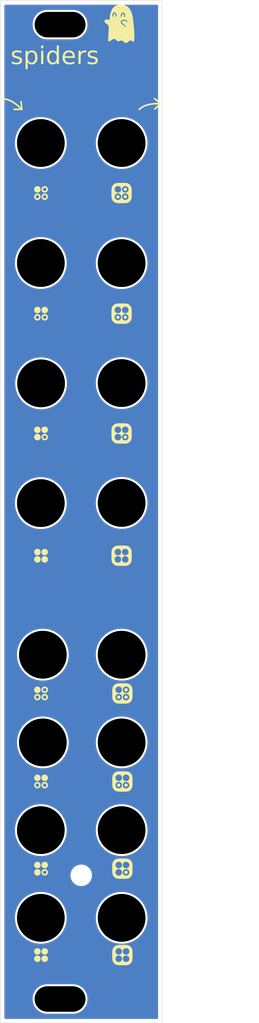
<source format=kicad_pcb>
(kicad_pcb (version 20221018) (generator pcbnew)
  (layers (0 "F.Cu" signal) (31 "B.Cu" signal) (34 "B.Paste" user) (35 "F.Paste" user) (36 "B.SilkS" user "B.Silkscreen") (37 "F.SilkS" user "F.Silkscreen") (38 "B.Mask" user) (39 "F.Mask" user) (44 "Edge.Cuts" user))
  (net 0 "")
  (footprint "Pale Slim Ghost:hole 6mm (jack panel)" (layer "F.Cu") (at 76.454 98.5766)
    (fp_text reference "H3" hide)
    (fp_text value "MountingHole" hide)
    (pad "" np_thru_hole circle (at 0 0) (size 6 6) (drill 6) (layers "*.Mask"))
  )
  (footprint "Pale Slim Ghost:hole 6mm (jack panel)" (layer "F.Cu") (at 86.36 34.3635)
    (fp_text reference "H12" hide)
    (fp_text value "MountingHole" hide)
    (pad "" np_thru_hole circle (at 0 0) (size 6 6) (drill 6) (layers "*.Mask"))
  )
  (footprint "LOGO" (layer "F.Cu") (at 81.3 80.68)
    (fp_text reference "G***" hide)
    (fp_text value "LOGO" hide)
  )
  (footprint "Pale Slim Ghost:eurorack panel mounting slot" (layer "F.Cu") (at 78.62 141.78)
    (fp_text reference "H20" hide)
    (fp_text value "MountingHole" hide)
    (pad "" np_thru_hole oval (at 0 0) (size 6.4 3.2) (drill oval 6.4 3.2) (layers "*.Mask"))
  )
  (footprint "Pale Slim Ghost:hole 6mm (jack panel)" (layer "F.Cu") (at 86.36 131.5966)
    (fp_text reference "H10" hide)
    (fp_text value "MountingHole" hide)
    (pad "" np_thru_hole circle (at 0 0) (size 6 6) (drill 6) (layers "*.Mask"))
  )
  (footprint "Pale Slim Ghost:hole 6mm (jack panel)" (layer "F.Cu") (at 86.36 49.434066)
    (fp_text reference "H14" hide)
    (fp_text value "MountingHole" hide)
    (pad "" np_thru_hole circle (at 0 0) (size 6 6) (drill 6) (layers "*.Mask"))
  )
  (footprint "Pale Slim Ghost:hole 6mm (jack panel)" (layer "F.Cu") (at 76.2 79.5522)
    (fp_text reference "H17" hide)
    (fp_text value "MountingHole" hide)
    (pad "" np_thru_hole circle (at 0 0) (size 6 6) (drill 6) (layers "*.Mask"))
  )
  (footprint "Pale Slim Ghost:hole 6mm (jack panel)" (layer "F.Cu") (at 76.2 49.421116)
    (fp_text reference "H13" hide)
    (fp_text value "MountingHole" hide)
    (pad "" np_thru_hole circle (at 0 0) (size 6 6) (drill 6) (layers "*.Mask"))
  )
  (footprint "Pale Slim Ghost:eurorack panel mounting slot" (layer "F.Cu") (at 78.62 19.51)
    (fp_text reference "H19" hide)
    (fp_text value "MountingHole" hide)
    (pad "" np_thru_hole oval (at 0 0) (size 6.4 3.2) (drill oval 6.4 3.2) (layers "*.Mask"))
  )
  (footprint "Pale Slim Ghost:hole 6mm (jack panel)" (layer "F.Cu") (at 76.454 109.583266)
    (fp_text reference "H5" hide)
    (fp_text value "MountingHole" hide)
    (pad "" np_thru_hole circle (at 0 0) (size 6 6) (drill 6) (layers "*.Mask"))
  )
  (footprint "Pale Slim Ghost:hole 6mm (jack panel)" (layer "F.Cu") (at 86.36 120.589932)
    (fp_text reference "H8" hide)
    (fp_text value "MountingHole" hide)
    (pad "" np_thru_hole circle (at 0 0) (size 6 6) (drill 6) (layers "*.Mask"))
  )
  (footprint "Pale Slim Ghost:hole 6mm (jack panel)" (layer "F.Cu") (at 76.2 34.3635)
    (fp_text reference "H11" hide)
    (fp_text value "MountingHole" hide)
    (pad "" np_thru_hole circle (at 0 0) (size 6 6) (drill 6) (layers "*.Mask"))
  )
  (footprint "Pale Slim Ghost:hole 6mm (jack panel)" (layer "F.Cu") (at 76.23 64.524582)
    (fp_text reference "H15" hide)
    (fp_text value "MountingHole" hide)
    (pad "" np_thru_hole circle (at 0 0) (size 6 6) (drill 6) (layers "*.Mask"))
  )
  (footprint "Pale Slim Ghost:hole 6mm (jack panel)" (layer "F.Cu") (at 86.36 109.583266)
    (fp_text reference "H6" hide)
    (fp_text value "MountingHole" hide)
    (pad "" np_thru_hole circle (at 0 0) (size 6 6) (drill 6) (layers "*.Mask"))
  )
  (footprint "Pale Slim Ghost:hole 6mm (jack panel)" (layer "F.Cu") (at 86.36 64.488782)
    (fp_text reference "H16" hide)
    (fp_text value "MountingHole" hide)
    (pad "" np_thru_hole circle (at 0 0) (size 6 6) (drill 6) (layers "*.Mask"))
  )
  (footprint "Pale Slim Ghost:hole 6mm (jack panel)" (layer "F.Cu") (at 86.36 98.5766)
    (fp_text reference "H4" hide)
    (fp_text value "MountingHole" hide)
    (pad "" np_thru_hole circle (at 0 0) (size 6 6) (drill 6) (layers "*.Mask"))
  )
  (footprint "Pale Slim Ghost:hole 6mm (jack panel)" (layer "F.Cu") (at 76.2 131.5966)
    (fp_text reference "H9" hide)
    (fp_text value "MountingHole" hide)
    (pad "" np_thru_hole circle (at 0 0) (size 6 6) (drill 6) (layers "*.Mask"))
  )
  (footprint "MountingHole:MountingHole_2.2mm_M2" (layer "F.Cu") (at 81.28 126.2626)
    (fp_text reference "H2" hide)
    (fp_text value "MountingHole")
    (pad "" np_thru_hole circle (at 0 0) (size 2.2 2.2) (drill 2.2) (layers "*.Cu" "*.Mask"))
  )
  (footprint "Pale Slim Ghost:hole 6mm (jack panel)" (layer "F.Cu") (at 86.36 79.52765)
    (fp_text reference "H18" hide)
    (fp_text value "MountingHole" hide)
    (pad "" np_thru_hole circle (at 0 0) (size 6 6) (drill 6) (layers "*.Mask"))
  )
  (footprint "Pale Slim Ghost:hole 6mm (jack panel)" (layer "F.Cu") (at 76.2 120.589932)
    (fp_text reference "H7" hide)
    (fp_text value "MountingHole" hide)
    (pad "" np_thru_hole circle (at 0 0) (size 6 6) (drill 6) (layers "*.Mask"))
  )
  (gr_poly (pts (xy 75.789096 125.480757) (xy 75.809873 125.482336) (xy 75.830347 125.484938) (xy 75.850494 125.488536) (xy 75.870287 125.493104) (xy 75.889701 125.498618) (xy 75.90871 125.50505) (xy 75.927288 125.512375) (xy 75.94541 125.520568) (xy 75.96305 125.529603) (xy 75.980183 125.539454) (xy 75.996781 125.550096) (xy 76.012821 125.561502) (xy 76.028276 125.573648) (xy 76.043121 125.586507) (xy 76.057329 125.600053) (xy 76.070875 125.614262) (xy 76.083734 125.629106) (xy 76.095879 125.644561) (xy 76.107285 125.660602) (xy 76.117926 125.677201) (xy 76.127777 125.694333) (xy 76.136812 125.711974) (xy 76.145005 125.730096) (xy 76.15233 125.748675) (xy 76.158762 125.767684) (xy 76.164275 125.787098) (xy 76.168843 125.806891) (xy 76.172441 125.827038) (xy 76.175043 125.847512) (xy 76.176623 125.868289) (xy 76.177155 125.889342) (xy 76.176623 125.910395) (xy 76.175043 125.931171) (xy 76.172441 125.951646) (xy 76.168843 125.971792) (xy 76.164275 125.991585) (xy 76.158762 126.010999) (xy 76.15233 126.030008) (xy 76.145005 126.048586) (xy 76.136812 126.066708) (xy 76.127777 126.084348) (xy 76.117926 126.10148) (xy 76.107285 126.118079) (xy 76.095879 126.134118) (xy 76.083734 126.149573) (xy 76.070875 126.164417) (xy 76.057329 126.178625) (xy 76.043121 126.192171) (xy 76.028276 126.205029) (xy 76.012821 126.217174) (xy 75.996781 126.22858) (xy 75.980183 126.239221) (xy 75.96305 126.249072) (xy 75.94541 126.258106) (xy 75.927288 126.266299) (xy 75.90871 126.273624) (xy 75.889701 126.280056) (xy 75.870287 126.285568) (xy 75.850494 126.290136) (xy 75.830347 126.293734) (xy 75.809873 126.296336) (xy 75.789096 126.297916) (xy 75.768043 126.298448) (xy 75.746991 126.297916) (xy 75.726214 126.296336) (xy 75.70574 126.293734) (xy 75.685593 126.290136) (xy 75.6658 126.285568) (xy 75.646386 126.280056) (xy 75.627377 126.273624) (xy 75.608799 126.266299) (xy 75.590677 126.258106) (xy 75.573037 126.249072) (xy 75.555904 126.239221) (xy 75.539305 126.22858) (xy 75.523266 126.217174) (xy 75.507811 126.205029) (xy 75.492966 126.192171) (xy 75.478758 126.178625) (xy 75.465212 126.164417) (xy 75.452353 126.149573) (xy 75.440208 126.134118) (xy 75.428802 126.118079) (xy 75.41816 126.10148) (xy 75.408309 126.084348) (xy 75.399275 126.066708) (xy 75.391082 126.048586) (xy 75.383757 126.030008) (xy 75.377325 126.010999) (xy 75.371812 125.991585) (xy 75.367244 125.971792) (xy 75.363646 125.951646) (xy 75.361044 125.931171) (xy 75.359464 125.910395) (xy 75.358932 125.889342) (xy 75.359464 125.868289) (xy 75.361044 125.847512) (xy 75.363646 125.827038) (xy 75.367244 125.806891) (xy 75.371812 125.787098) (xy 75.377325 125.767684) (xy 75.383757 125.748675) (xy 75.391082 125.730096) (xy 75.399275 125.711974) (xy 75.408309 125.694333) (xy 75.41816 125.677201) (xy 75.428802 125.660602) (xy 75.440208 125.644561) (xy 75.452353 125.629106) (xy 75.465212 125.614262) (xy 75.478758 125.600053) (xy 75.492966 125.586507) (xy 75.507811 125.573648) (xy 75.523266 125.561502) (xy 75.539305 125.550096) (xy 75.555904 125.539454) (xy 75.573037 125.529603) (xy 75.590677 125.520568) (xy 75.608799 125.512375) (xy 75.627377 125.50505) (xy 75.646386 125.498618) (xy 75.6658 125.493104) (xy 75.685593 125.488536) (xy 75.70574 125.484938) (xy 75.726214 125.482336) (xy 75.746991 125.480757) (xy 75.768043 125.480224)) (fill solid) (layer "F.SilkS"))
  (gr_poly (pts (xy 80.385198 140.56788) (xy 80.450124 140.572817) (xy 80.514107 140.580948) (xy 80.577065 140.592191) (xy 80.638919 140.606466) (xy 80.699587 140.623694) (xy 80.75899 140.643794) (xy 80.817048 140.666685) (xy 80.873679 140.692287) (xy 80.928805 140.720521) (xy 80.982343 140.751304) (xy 81.034215 140.784559) (xy 81.084339 140.820203) (xy 81.132636 140.858156) (xy 81.179025 140.898339) (xy 81.223426 140.940671) (xy 81.265757 140.985071) (xy 81.305941 141.03146) (xy 81.343894 141.079756) (xy 81.379539 141.12988) (xy 81.412793 141.181752) (xy 81.443577 141.23529) (xy 81.47181 141.290416) (xy 81.497413 141.347047) (xy 81.520304 141.405104) (xy 81.540404 141.464507) (xy 81.557632 141.525176) (xy 81.571908 141.587029) (xy 81.583151 141.649987) (xy 81.591281 141.71397) (xy 81.596218 141.778896) (xy 81.597882 141.844686) (xy 81.596218 141.910476) (xy 81.591281 141.975403) (xy 81.583151 142.039385) (xy 81.571908 142.102343) (xy 81.557632 142.164197) (xy 81.540404 142.224865) (xy 81.520304 142.284268) (xy 81.497413 142.342325) (xy 81.47181 142.398957) (xy 81.443577 142.454082) (xy 81.412793 142.50762) (xy 81.379539 142.559492) (xy 81.343894 142.609616) (xy 81.305941 142.657913) (xy 81.265757 142.704301) (xy 81.223426 142.748702) (xy 81.179025 142.791033) (xy 81.132636 142.831216) (xy 81.084339 142.86917) (xy 81.034215 142.904814) (xy 80.982343 142.938068) (xy 80.928805 142.968852) (xy 80.873679 142.997085) (xy 80.817048 143.022687) (xy 80.75899 143.045579) (xy 80.699587 143.065678) (xy 80.638919 143.082906) (xy 80.577065 143.097182) (xy 80.514107 143.108425) (xy 80.450124 143.116555) (xy 80.385198 143.121492) (xy 80.319408 143.123155) (xy 77.046517 143.123155) (xy 76.980727 143.121492) (xy 76.9158 143.116555) (xy 76.851818 143.108425) (xy 76.78886 143.097182) (xy 76.727006 143.082906) (xy 76.666338 143.065678) (xy 76.606935 143.045579) (xy 76.548877 143.022687) (xy 76.492246 142.997085) (xy 76.43712 142.968852) (xy 76.383582 142.938068) (xy 76.33171 142.904814) (xy 76.281586 142.86917) (xy 76.233289 142.831216) (xy 76.1869 142.791033) (xy 76.142499 142.748702) (xy 76.100168 142.704301) (xy 76.059984 142.657913) (xy 76.022031 142.609616) (xy 75.986387 142.559492) (xy 75.953132 142.50762) (xy 75.922348 142.454082) (xy 75.894115 142.398957) (xy 75.868512 142.342325) (xy 75.845621 142.284268) (xy 75.825521 142.224865) (xy 75.808293 142.164197) (xy 75.794017 142.102343) (xy 75.782774 142.039385) (xy 75.774644 141.975403) (xy 75.769707 141.910476) (xy 75.768043 141.844686) (xy 75.769707 141.778896) (xy 75.774644 141.71397) (xy 75.782774 141.649987) (xy 75.794017 141.587029) (xy 75.808293 141.525176) (xy 75.825521 141.464507) (xy 75.845621 141.405104) (xy 75.868512 141.347047) (xy 75.894115 141.290416) (xy 75.922348 141.23529) (xy 75.953132 141.181752) (xy 75.986387 141.12988) (xy 76.022031 141.079756) (xy 76.059984 141.03146) (xy 76.100168 140.985071) (xy 76.142499 140.940671) (xy 76.1869 140.898339) (xy 76.233289 140.858156) (xy 76.281586 140.820203) (xy 76.33171 140.784559) (xy 76.383582 140.751304) (xy 76.43712 140.720521) (xy 76.492246 140.692287) (xy 76.548877 140.666685) (xy 76.606935 140.643794) (xy 76.666338 140.623694) (xy 76.727006 140.606466) (xy 76.78886 140.592191) (xy 76.851818 140.580948) (xy 76.9158 140.572817) (xy 76.980727 140.56788) (xy 77.046517 140.566217) (xy 80.319408 140.566217)) (fill solid) (layer "F.SilkS"))
  (gr_poly (pts (xy 80.385198 18.19242) (xy 80.450124 18.197357) (xy 80.514107 18.205487) (xy 80.577065 18.216731) (xy 80.638919 18.231006) (xy 80.699587 18.248234) (xy 80.75899 18.268334) (xy 80.817048 18.291225) (xy 80.873679 18.316828) (xy 80.928805 18.345061) (xy 80.982343 18.375845) (xy 81.034215 18.4091) (xy 81.084339 18.444744) (xy 81.132636 18.482697) (xy 81.179025 18.522881) (xy 81.223426 18.565212) (xy 81.265757 18.609613) (xy 81.305941 18.656002) (xy 81.343894 18.704299) (xy 81.379539 18.754423) (xy 81.412793 18.806295) (xy 81.443577 18.859833) (xy 81.47181 18.914959) (xy 81.497413 18.97159) (xy 81.520304 19.029648) (xy 81.540404 19.089051) (xy 81.557632 19.149719) (xy 81.571908 19.211573) (xy 81.583151 19.274531) (xy 81.591281 19.338513) (xy 81.596218 19.40344) (xy 81.597882 19.46923) (xy 81.596218 19.53502) (xy 81.591281 19.599946) (xy 81.583151 19.663929) (xy 81.571908 19.726887) (xy 81.557632 19.78874) (xy 81.540404 19.849409) (xy 81.520304 19.908812) (xy 81.497413 19.966869) (xy 81.47181 20.023501) (xy 81.443577 20.078626) (xy 81.412793 20.132165) (xy 81.379539 20.184036) (xy 81.343894 20.234161) (xy 81.305941 20.282458) (xy 81.265757 20.328846) (xy 81.223426 20.373247) (xy 81.179025 20.415579) (xy 81.132636 20.455762) (xy 81.084339 20.493716) (xy 81.034215 20.52936) (xy 80.982343 20.562614) (xy 80.928805 20.593398) (xy 80.873679 20.621632) (xy 80.817048 20.647234) (xy 80.75899 20.670126) (xy 80.699587 20.690225) (xy 80.638919 20.707453) (xy 80.577065 20.721729) (xy 80.514107 20.732972) (xy 80.450124 20.741102) (xy 80.385198 20.746039) (xy 80.319408 20.747703) (xy 77.046517 20.747703) (xy 76.980727 20.746039) (xy 76.9158 20.741102) (xy 76.851818 20.732972) (xy 76.78886 20.721729) (xy 76.727006 20.707453) (xy 76.666338 20.690225) (xy 76.606935 20.670126) (xy 76.548877 20.647234) (xy 76.492246 20.621632) (xy 76.43712 20.593398) (xy 76.383582 20.562614) (xy 76.33171 20.52936) (xy 76.281586 20.493716) (xy 76.233289 20.455762) (xy 76.1869 20.415579) (xy 76.142499 20.373247) (xy 76.100168 20.328846) (xy 76.059984 20.282458) (xy 76.022031 20.234161) (xy 75.986387 20.184036) (xy 75.953132 20.132165) (xy 75.922348 20.078626) (xy 75.894115 20.023501) (xy 75.868512 19.966869) (xy 75.845621 19.908812) (xy 75.825521 19.849409) (xy 75.808293 19.78874) (xy 75.794017 19.726887) (xy 75.782774 19.663929) (xy 75.774644 19.599946) (xy 75.769707 19.53502) (xy 75.768043 19.46923) (xy 75.769707 19.40344) (xy 75.774644 19.338513) (xy 75.782774 19.274531) (xy 75.794017 19.211573) (xy 75.808293 19.149719) (xy 75.825521 19.089051) (xy 75.845621 19.029648) (xy 75.868512 18.97159) (xy 75.894115 18.914959) (xy 75.922348 18.859833) (xy 75.953132 18.806295) (xy 75.986387 18.754423) (xy 76.022031 18.704299) (xy 76.059984 18.656002) (xy 76.100168 18.609613) (xy 76.142499 18.565212) (xy 76.1869 18.522881) (xy 76.233289 18.482697) (xy 76.281586 18.444744) (xy 76.33171 18.4091) (xy 76.383582 18.375845) (xy 76.43712 18.345061) (xy 76.492246 18.316828) (xy 76.548877 18.291225) (xy 76.606935 18.268334) (xy 76.666338 18.248234) (xy 76.727006 18.231006) (xy 76.78886 18.216731) (xy 76.851818 18.205487) (xy 76.9158 18.197357) (xy 76.980727 18.19242) (xy 77.046517 18.190756) (xy 80.319408 18.190756)) (fill solid) (layer "F.SilkS"))
  (gr_poly (pts (xy 86.740411 124.151835) (xy 86.857252 124.154743) (xy 86.959806 124.160411) (xy 87.006335 124.164568) (xy 87.050022 124.169762) (xy 87.091111 124.176106) (xy 87.129846 124.183716) (xy 87.16647 124.192708) (xy 87.201227 124.203196) (xy 87.23436 124.215296) (xy 87.266112 124.229124) (xy 87.297803 124.244961) (xy 87.328679 124.262098) (xy 87.358707 124.2805) (xy 87.387851 124.300133) (xy 87.416078 124.320961) (xy 87.443351 124.34295) (xy 87.469637 124.366065) (xy 87.4949 124.390271) (xy 87.519107 124.415535) (xy 87.542222 124.441821) (xy 87.564211 124.469094) (xy 87.585039 124.49732) (xy 87.604671 124.526465) (xy 87.623073 124.556492) (xy 87.640209 124.587369) (xy 87.656046 124.61906) (xy 87.669874 124.650813) (xy 87.681974 124.683946) (xy 87.692463 124.718703) (xy 87.701454 124.755328) (xy 87.709065 124.794063) (xy 87.715409 124.835152) (xy 87.720602 124.878839) (xy 87.724759 124.925367) (xy 87.727995 124.97498) (xy 87.730427 125.02792) (xy 87.733334 125.144759) (xy 87.734402 125.277831) (xy 87.734553 125.429084) (xy 87.733334 125.713417) (xy 87.730427 125.830258) (xy 87.724759 125.932812) (xy 87.720602 125.979341) (xy 87.715409 126.023028) (xy 87.709065 126.064118) (xy 87.701454 126.102853) (xy 87.692463 126.139478) (xy 87.681974 126.174235) (xy 87.669874 126.207368) (xy 87.656046 126.239121) (xy 87.640209 126.270812) (xy 87.623073 126.301688) (xy 87.604671 126.331716) (xy 87.585039 126.36086) (xy 87.564211 126.389087) (xy 87.542222 126.41636) (xy 87.519107 126.442646) (xy 87.4949 126.467909) (xy 87.469637 126.492116) (xy 87.443351 126.515231) (xy 87.416078 126.53722) (xy 87.387851 126.558048) (xy 87.358707 126.57768) (xy 87.328679 126.596083) (xy 87.297803 126.61322) (xy 87.266112 126.629057) (xy 87.23436 126.642884) (xy 87.201227 126.654985) (xy 87.16647 126.665473) (xy 87.129846 126.674465) (xy 87.091111 126.682075) (xy 87.050022 126.688419) (xy 87.006335 126.693612) (xy 86.959806 126.69777) (xy 86.910193 126.701007) (xy 86.857252 126.703438) (xy 86.740411 126.706346) (xy 86.607336 126.707414) (xy 86.45608 126.707566) (xy 86.171748 126.706346) (xy 86.054907 126.703438) (xy 85.952352 126.69777) (xy 85.905824 126.693612) (xy 85.862137 126.688419) (xy 85.821048 126.682075) (xy 85.782313 126.674465) (xy 85.745689 126.665473) (xy 85.710932 126.654985) (xy 85.6778 126.642884) (xy 85.646047 126.629057) (xy 85.614357 126.61322) (xy 85.58348 126.596083) (xy 85.553452 126.57768) (xy 85.524308 126.558048) (xy 85.496082 126.53722) (xy 85.468808 126.515231) (xy 85.442522 126.492116) (xy 85.417259 126.467909) (xy 85.393052 126.442646) (xy 85.369937 126.41636) (xy 85.347948 126.389087) (xy 85.32712 126.36086) (xy 85.307488 126.331716) (xy 85.289087 126.301688) (xy 85.27195 126.270812) (xy 85.256113 126.239121) (xy 85.242285 126.207368) (xy 85.230185 126.174235) (xy 85.219696 126.139478) (xy 85.210704 126.102853) (xy 85.203094 126.064118) (xy 85.19675 126.023028) (xy 85.191557 125.979341) (xy 85.1874 125.932812) (xy 85.184564 125.889342) (xy 85.586718 125.889342) (xy 85.58725 125.910395) (xy 85.58883 125.931171) (xy 85.591432 125.951646) (xy 85.595029 125.971792) (xy 85.599598 125.991585) (xy 85.605111 126.010999) (xy 85.611542 126.030008) (xy 85.618868 126.048586) (xy 85.62706 126.066708) (xy 85.636095 126.084348) (xy 85.645946 126.10148) (xy 85.656587 126.118079) (xy 85.667994 126.134118) (xy 85.680139 126.149573) (xy 85.692997 126.164417) (xy 85.706544 126.178625) (xy 85.720752 126.192171) (xy 85.735596 126.205029) (xy 85.751051 126.217174) (xy 85.767091 126.22858) (xy 85.78369 126.239221) (xy 85.800822 126.249072) (xy 85.818462 126.258106) (xy 85.836585 126.266299) (xy 85.855163 126.273624) (xy 85.874172 126.280056) (xy 85.893586 126.285568) (xy 85.913379 126.290136) (xy 85.933526 126.293734) (xy 85.954 126.296336) (xy 85.974777 126.297916) (xy 85.99583 126.298448) (xy 86.016882 126.297916) (xy 86.037659 126.296336) (xy 86.058133 126.293734) (xy 86.078279 126.290136) (xy 86.098073 126.285568) (xy 86.117486 126.280056) (xy 86.136495 126.273624) (xy 86.155074 126.266299) (xy 86.173196 126.258106) (xy 86.190836 126.249072) (xy 86.207968 126.239221) (xy 86.224567 126.22858) (xy 86.240607 126.217174) (xy 86.256062 126.205029) (xy 86.270906 126.192171) (xy 86.285114 126.178625) (xy 86.29866 126.164417) (xy 86.311519 126.149573) (xy 86.323664 126.134118) (xy 86.33507 126.118079) (xy 86.345712 126.10148) (xy 86.355562 126.084348) (xy 86.364597 126.066708) (xy 86.37279 126.048586) (xy 86.380115 126.030008) (xy 86.386547 126.010999) (xy 86.39206 125.991585) (xy 86.396628 125.971792) (xy 86.400226 125.951646) (xy 86.402828 125.931171) (xy 86.404408 125.910395) (xy 86.40494 125.889342) (xy 86.507218 125.889342) (xy 86.50775 125.910395) (xy 86.50933 125.931171) (xy 86.511932 125.951646) (xy 86.51553 125.971792) (xy 86.520098 125.991585) (xy 86.525611 126.010999) (xy 86.532043 126.030008) (xy 86.539368 126.048586) (xy 86.547561 126.066708) (xy 86.556596 126.084348) (xy 86.566447 126.10148) (xy 86.577088 126.118079) (xy 86.588494 126.134118) (xy 86.600639 126.149573) (xy 86.613498 126.164417) (xy 86.627044 126.178625) (xy 86.641253 126.192171) (xy 86.656097 126.205029) (xy 86.671552 126.217174) (xy 86.687592 126.22858) (xy 86.704191 126.239221) (xy 86.721323 126.249072) (xy 86.738963 126.258106) (xy 86.757085 126.266299) (xy 86.775664 126.273624) (xy 86.794673 126.280056) (xy 86.814087 126.285568) (xy 86.83388 126.290136) (xy 86.854026 126.293734) (xy 86.874501 126.296336) (xy 86.895277 126.297916) (xy 86.91633 126.298448) (xy 86.937382 126.297916) (xy 86.958159 126.296336) (xy 86.978633 126.293734) (xy 86.99878 126.290136) (xy 87.018573 126.285568) (xy 87.037987 126.280056) (xy 87.056996 126.273624) (xy 87.075574 126.266299) (xy 87.093696 126.258106) (xy 87.111336 126.249072) (xy 87.128469 126.239221) (xy 87.145068 126.22858) (xy 87.161107 126.217174) (xy 87.176562 126.205029) (xy 87.191407 126.192171) (xy 87.205615 126.178625) (xy 87.219161 126.164417) (xy 87.23202 126.149573) (xy 87.244165 126.134118) (xy 87.255571 126.118079) (xy 87.266213 126.10148) (xy 87.276064 126.084348) (xy 87.285099 126.066708) (xy 87.293291 126.048586) (xy 87.300617 126.030008) (xy 87.307049 126.010999) (xy 87.312562 125.991585) (xy 87.31713 125.971792) (xy 87.320728 125.951646) (xy 87.323329 125.931171) (xy 87.324909 125.910395) (xy 87.325442 125.889342) (xy 87.324909 125.868289) (xy 87.323329 125.847512) (xy 87.320728 125.827038) (xy 87.31713 125.806891) (xy 87.312562 125.787098) (xy 87.307049 125.767684) (xy 87.300617 125.748675) (xy 87.293291 125.730096) (xy 87.285099 125.711974) (xy 87.276064 125.694333) (xy 87.266213 125.677201) (xy 87.255571 125.660602) (xy 87.244165 125.644561) (xy 87.23202 125.629106) (xy 87.219161 125.614262) (xy 87.205615 125.600053) (xy 87.191407 125.586507) (xy 87.176562 125.573648) (xy 87.161107 125.561502) (xy 87.145068 125.550096) (xy 87.128469 125.539454) (xy 87.111336 125.529603) (xy 87.093696 125.520568) (xy 87.075574 125.512375) (xy 87.056996 125.50505) (xy 87.037987 125.498618) (xy 87.018573 125.493104) (xy 86.99878 125.488536) (xy 86.978633 125.484938) (xy 86.958159 125.482336) (xy 86.937382 125.480757) (xy 86.91633 125.480224) (xy 86.895277 125.480757) (xy 86.874501 125.482336) (xy 86.854026 125.484938) (xy 86.83388 125.488536) (xy 86.814087 125.493104) (xy 86.794673 125.498618) (xy 86.775664 125.50505) (xy 86.757085 125.512375) (xy 86.738963 125.520568) (xy 86.721323 125.529603) (xy 86.704191 125.539454) (xy 86.687592 125.550096) (xy 86.671552 125.561502) (xy 86.656097 125.573648) (xy 86.641253 125.586507) (xy 86.627044 125.600053) (xy 86.613498 125.614262) (xy 86.600639 125.629106) (xy 86.588494 125.644561) (xy 86.577088 125.660602) (xy 86.566447 125.677201) (xy 86.556596 125.694333) (xy 86.547561 125.711974) (xy 86.539368 125.730096) (xy 86.532043 125.748675) (xy 86.525611 125.767684) (xy 86.520098 125.787098) (xy 86.51553 125.806891) (xy 86.511932 125.827038) (xy 86.50933 125.847512) (xy 86.50775 125.868289) (xy 86.507218 125.889342) (xy 86.40494 125.889342) (xy 86.404408 125.868289) (xy 86.402828 125.847512) (xy 86.400226 125.827038) (xy 86.396628 125.806891) (xy 86.39206 125.787098) (xy 86.386547 125.767684) (xy 86.380115 125.748675) (xy 86.37279 125.730096) (xy 86.364597 125.711974) (xy 86.355562 125.694333) (xy 86.345712 125.677201) (xy 86.33507 125.660602) (xy 86.323664 125.644561) (xy 86.311519 125.629106) (xy 86.29866 125.614262) (xy 86.285114 125.600053) (xy 86.270906 125.586507) (xy 86.256062 125.573648) (xy 86.240607 125.561502) (xy 86.224567 125.550096) (xy 86.207968 125.539454) (xy 86.190836 125.529603) (xy 86.173196 125.520568) (xy 86.155074 125.512375) (xy 86.136495 125.50505) (xy 86.117486 125.498618) (xy 86.098073 125.493104) (xy 86.078279 125.488536) (xy 86.058133 125.484938) (xy 86.037659 125.482336) (xy 86.016882 125.480757) (xy 85.99583 125.480224) (xy 85.974777 125.480757) (xy 85.954 125.482336) (xy 85.933526 125.484938) (xy 85.913379 125.488536) (xy 85.893586 125.493104) (xy 85.874172 125.498618) (xy 85.855163 125.50505) (xy 85.836585 125.512375) (xy 85.818462 125.520568) (xy 85.800822 125.529603) (xy 85.78369 125.539454) (xy 85.767091 125.550096) (xy 85.751051 125.561502) (xy 85.735596 125.573648) (xy 85.720752 125.586507) (xy 85.706544 125.600053) (xy 85.692997 125.614262) (xy 85.680139 125.629106) (xy 85.667994 125.644561) (xy 85.656587 125.660602) (xy 85.645946 125.677201) (xy 85.636095 125.694333) (xy 85.62706 125.711974) (xy 85.618868 125.730096) (xy 85.611542 125.748675) (xy 85.605111 125.767684) (xy 85.599598 125.787098) (xy 85.595029 125.806891) (xy 85.591432 125.827038) (xy 85.58883 125.847512) (xy 85.58725 125.868289) (xy 85.586718 125.889342) (xy 85.184564 125.889342) (xy 85.184163 125.883199) (xy 85.181732 125.830258) (xy 85.178825 125.713417) (xy 85.177757 125.580342) (xy 85.177606 125.429084) (xy 85.178825 125.144759) (xy 85.181732 125.02792) (xy 85.184997 124.968839) (xy 85.586718 124.968839) (xy 85.58725 124.989892) (xy 85.58883 125.010668) (xy 85.591432 125.031143) (xy 85.595029 125.05129) (xy 85.599598 125.071083) (xy 85.605111 125.090497) (xy 85.611542 125.109506) (xy 85.618868 125.128085) (xy 85.62706 125.146207) (xy 85.636095 125.163847) (xy 85.645946 125.18098) (xy 85.656587 125.197579) (xy 85.667994 125.213619) (xy 85.680139 125.229075) (xy 85.692997 125.243919) (xy 85.706544 125.258128) (xy 85.720752 125.271674) (xy 85.735596 125.284533) (xy 85.751051 125.296679) (xy 85.767091 125.308085) (xy 85.78369 125.318727) (xy 85.800822 125.328578) (xy 85.818462 125.337613) (xy 85.836585 125.345806) (xy 85.855163 125.353131) (xy 85.874172 125.359563) (xy 85.893586 125.365076) (xy 85.913379 125.369645) (xy 85.933526 125.373243) (xy 85.954 125.375844) (xy 85.974777 125.377424) (xy 85.99583 125.377957) (xy 86.016882 125.377424) (xy 86.037659 125.375844) (xy 86.058133 125.373243) (xy 86.078279 125.369645) (xy 86.098073 125.365076) (xy 86.117486 125.359563) (xy 86.136495 125.353131) (xy 86.155074 125.345806) (xy 86.173196 125.337613) (xy 86.190836 125.328578) (xy 86.207968 125.318727) (xy 86.224567 125.308085) (xy 86.240607 125.296679) (xy 86.256062 125.284533) (xy 86.270906 125.271674) (xy 86.285114 125.258128) (xy 86.29866 125.243919) (xy 86.311519 125.229075) (xy 86.323664 125.213619) (xy 86.33507 125.197579) (xy 86.345712 125.18098) (xy 86.355562 125.163847) (xy 86.364597 125.146207) (xy 86.37279 125.128085) (xy 86.380115 125.109506) (xy 86.386547 125.090497) (xy 86.39206 125.071083) (xy 86.396628 125.05129) (xy 86.400226 125.031143) (xy 86.402828 125.010668) (xy 86.404408 124.989892) (xy 86.40494 124.968839) (xy 86.507218 124.968839) (xy 86.50775 124.989892) (xy 86.50933 125.010668) (xy 86.511932 125.031143) (xy 86.51553 125.05129) (xy 86.520098 125.071083) (xy 86.525611 125.090497) (xy 86.532043 125.109506) (xy 86.539368 125.128085) (xy 86.547561 125.146207) (xy 86.556596 125.163847) (xy 86.566447 125.18098) (xy 86.577088 125.197579) (xy 86.588494 125.213619) (xy 86.600639 125.229075) (xy 86.613498 125.243919) (xy 86.627044 125.258128) (xy 86.641253 125.271674) (xy 86.656097 125.284533) (xy 86.671552 125.296679) (xy 86.687592 125.308085) (xy 86.704191 125.318727) (xy 86.721323 125.328578) (xy 86.738963 125.337613) (xy 86.757085 125.345806) (xy 86.775664 125.353131) (xy 86.794673 125.359563) (xy 86.814087 125.365076) (xy 86.83388 125.369645) (xy 86.854026 125.373243) (xy 86.874501 125.375844) (xy 86.895277 125.377424) (xy 86.91633 125.377957) (xy 86.937382 125.377424) (xy 86.958159 125.375844) (xy 86.978633 125.373243) (xy 86.99878 125.369645) (xy 87.018573 125.365076) (xy 87.037987 125.359563) (xy 87.056996 125.353131) (xy 87.075574 125.345806) (xy 87.093696 125.337613) (xy 87.111336 125.328578) (xy 87.128469 125.318727) (xy 87.145068 125.308085) (xy 87.161107 125.296679) (xy 87.176562 125.284533) (xy 87.191407 125.271674) (xy 87.205615 125.258128) (xy 87.219161 125.243919) (xy 87.23202 125.229075) (xy 87.244165 125.213619) (xy 87.255571 125.197579) (xy 87.266213 125.18098) (xy 87.276064 125.163847) (xy 87.285099 125.146207) (xy 87.293291 125.128085) (xy 87.300617 125.109506) (xy 87.307049 125.090497) (xy 87.312562 125.071083) (xy 87.31713 125.05129) (xy 87.320728 125.031143) (xy 87.323329 125.010668) (xy 87.324909 124.989892) (xy 87.325442 124.968839) (xy 87.324909 124.947786) (xy 87.323329 124.927009) (xy 87.320728 124.906535) (xy 87.31713 124.886389) (xy 87.312562 124.866596) (xy 87.307049 124.847182) (xy 87.300617 124.828173) (xy 87.293291 124.809595) (xy 87.285099 124.791473) (xy 87.276064 124.773833) (xy 87.266213 124.756701) (xy 87.255571 124.740102) (xy 87.244165 124.724063) (xy 87.23202 124.708608) (xy 87.219161 124.693764) (xy 87.205615 124.679556) (xy 87.191407 124.66601) (xy 87.176562 124.653152) (xy 87.161107 124.641007) (xy 87.145068 124.629601) (xy 87.128469 124.61896) (xy 87.111336 124.609109) (xy 87.093696 124.600075) (xy 87.075574 124.591882) (xy 87.056996 124.584557) (xy 87.037987 124.578125) (xy 87.018573 124.572612) (xy 86.99878 124.568044) (xy 86.978633 124.564447) (xy 86.958159 124.561845) (xy 86.937382 124.560265) (xy 86.91633 124.559733) (xy 86.895277 124.560265) (xy 86.874501 124.561845) (xy 86.854026 124.564447) (xy 86.83388 124.568044) (xy 86.814087 124.572612) (xy 86.794673 124.578125) (xy 86.775664 124.584557) (xy 86.757085 124.591882) (xy 86.738963 124.600075) (xy 86.721323 124.609109) (xy 86.704191 124.61896) (xy 86.687592 124.629601) (xy 86.671552 124.641007) (xy 86.656097 124.653152) (xy 86.641253 124.66601) (xy 86.627044 124.679556) (xy 86.613498 124.693764) (xy 86.600639 124.708608) (xy 86.588494 124.724063) (xy 86.577088 124.740102) (xy 86.566447 124.756701) (xy 86.556596 124.773833) (xy 86.547561 124.791473) (xy 86.539368 124.809595) (xy 86.532043 124.828173) (xy 86.525611 124.847182) (xy 86.520098 124.866596) (xy 86.51553 124.886389) (xy 86.511932 124.906535) (xy 86.50933 124.927009) (xy 86.50775 124.947786) (xy 86.507218 124.968839) (xy 86.40494 124.968839) (xy 86.404408 124.947786) (xy 86.402828 124.927009) (xy 86.400226 124.906535) (xy 86.396628 124.886389) (xy 86.39206 124.866596) (xy 86.386547 124.847182) (xy 86.380115 124.828173) (xy 86.37279 124.809595) (xy 86.364597 124.791473) (xy 86.355562 124.773833) (xy 86.345712 124.756701) (xy 86.33507 124.740102) (xy 86.323664 124.724063) (xy 86.311519 124.708608) (xy 86.29866 124.693764) (xy 86.285114 124.679556) (xy 86.270906 124.66601) (xy 86.256062 124.653152) (xy 86.240607 124.641007) (xy 86.224567 124.629601) (xy 86.207968 124.61896) (xy 86.190836 124.609109) (xy 86.173196 124.600075) (xy 86.155074 124.591882) (xy 86.136495 124.584557) (xy 86.117486 124.578125) (xy 86.098073 124.572612) (xy 86.078279 124.568044) (xy 86.058133 124.564447) (xy 86.037659 124.561845) (xy 86.016882 124.560265) (xy 85.99583 124.559733) (xy 85.974777 124.560265) (xy 85.954 124.561845) (xy 85.933526 124.564447) (xy 85.913379 124.568044) (xy 85.893586 124.572612) (xy 85.874172 124.578125) (xy 85.855163 124.584557) (xy 85.836585 124.591882) (xy 85.818462 124.600075) (xy 85.800822 124.609109) (xy 85.78369 124.61896) (xy 85.767091 124.629601) (xy 85.751051 124.641007) (xy 85.735596 124.653152) (xy 85.720752 124.66601) (xy 85.706544 124.679556) (xy 85.692997 124.693764) (xy 85.680139 124.708608) (xy 85.667994 124.724063) (xy 85.656587 124.740102) (xy 85.645946 124.756701) (xy 85.636095 124.773833) (xy 85.62706 124.791473) (xy 85.618868 124.809595) (xy 85.611542 124.828173) (xy 85.605111 124.847182) (xy 85.599598 124.866596) (xy 85.595029 124.886389) (xy 85.591432 124.906535) (xy 85.58883 124.927009) (xy 85.58725 124.947786) (xy 85.586718 124.968839) (xy 85.184997 124.968839) (xy 85.1874 124.925367) (xy 85.191557 124.878839) (xy 85.19675 124.835152) (xy 85.203094 124.794063) (xy 85.210704 124.755328) (xy 85.219696 124.718703) (xy 85.230185 124.683946) (xy 85.242285 124.650813) (xy 85.256113 124.61906) (xy 85.27195 124.587369) (xy 85.289087 124.556492) (xy 85.307488 124.526465) (xy 85.32712 124.49732) (xy 85.347948 124.469094) (xy 85.369937 124.441821) (xy 85.393052 124.415535) (xy 85.417259 124.390271) (xy 85.442522 124.366065) (xy 85.468808 124.34295) (xy 85.496082 124.320961) (xy 85.524308 124.300133) (xy 85.553452 124.2805) (xy 85.58348 124.262098) (xy 85.614357 124.244961) (xy 85.646047 124.229124) (xy 85.6778 124.215296) (xy 85.710932 124.203196) (xy 85.745689 124.192708) (xy 85.782313 124.183716) (xy 85.821048 124.176106) (xy 85.862137 124.169762) (xy 85.905824 124.164568) (xy 85.952352 124.160411) (xy 86.001966 124.157174) (xy 86.054907 124.154743) (xy 86.171748 124.151835) (xy 86.304823 124.150767) (xy 86.45608 124.150615)) (fill solid) (layer "F.SilkS"))
  (gr_poly (pts (xy 86.824578 39.976207) (xy 86.834966 39.976996) (xy 86.845204 39.978297) (xy 86.855277 39.980096) (xy 86.865174 39.98238) (xy 86.874881 39.985136) (xy 86.884385 39.988352) (xy 86.893674 39.992015) (xy 86.902735 39.996111) (xy 86.911555 40.000628) (xy 86.920122 40.005554) (xy 86.928421 40.010874) (xy 86.936441 40.016577) (xy 86.944168 40.02265) (xy 86.951591 40.029079) (xy 86.958695 40.035852) (xy 86.965468 40.042956) (xy 86.971897 40.050378) (xy 86.97797 40.058105) (xy 86.983673 40.066125) (xy 86.988993 40.074425) (xy 86.993919 40.082991) (xy 86.998436 40.091811) (xy 87.002533 40.100872) (xy 87.006195 40.110161) (xy 87.009411 40.119666) (xy 87.012168 40.129373) (xy 87.014452 40.13927) (xy 87.016251 40.149343) (xy 87.017552 40.159581) (xy 87.018341 40.169969) (xy 87.018608 40.180496) (xy 87.018341 40.191022) (xy 87.017552 40.201411) (xy 87.016251 40.211648) (xy 87.014452 40.221721) (xy 87.012168 40.231617) (xy 87.009411 40.241324) (xy 87.006195 40.250828) (xy 87.002533 40.260118) (xy 86.998436 40.269179) (xy 86.993919 40.277999) (xy 86.988993 40.286565) (xy 86.983673 40.294864) (xy 86.97797 40.302884) (xy 86.971897 40.310612) (xy 86.965468 40.318034) (xy 86.958695 40.325138) (xy 86.951591 40.331911) (xy 86.944168 40.338341) (xy 86.936441 40.344413) (xy 86.928421 40.350117) (xy 86.920122 40.355437) (xy 86.911555 40.360363) (xy 86.902735 40.36488) (xy 86.893674 40.368977) (xy 86.884385 40.37264) (xy 86.874881 40.375856) (xy 86.865174 40.378612) (xy 86.855277 40.380896) (xy 86.845204 40.382695) (xy 86.834966 40.383996) (xy 86.824578 40.384786) (xy 86.814052 40.385052) (xy 86.803525 40.384786) (xy 86.793137 40.383996) (xy 86.7829 40.382695) (xy 86.772827 40.380896) (xy 86.76293 40.378612) (xy 86.753223 40.375856) (xy 86.743718 40.37264) (xy 86.734429 40.368977) (xy 86.725368 40.36488) (xy 86.716548 40.360363) (xy 86.707982 40.355437) (xy 86.699682 40.350117) (xy 86.691663 40.344413) (xy 86.683935 40.338341) (xy 86.676513 40.331911) (xy 86.669409 40.325138) (xy 86.662636 40.318034) (xy 86.656206 40.310612) (xy 86.650134 40.302884) (xy 86.644431 40.294864) (xy 86.63911 40.286565) (xy 86.634185 40.277999) (xy 86.629667 40.269179) (xy 86.625571 40.260118) (xy 86.621908 40.250828) (xy 86.618692 40.241324) (xy 86.615936 40.231617) (xy 86.613652 40.221721) (xy 86.611853 40.211648) (xy 86.610552 40.201411) (xy 86.609762 40.191022) (xy 86.609496 40.180496) (xy 86.609762 40.169969) (xy 86.610552 40.159581) (xy 86.611853 40.149343) (xy 86.613652 40.13927) (xy 86.615936 40.129373) (xy 86.618692 40.119666) (xy 86.621908 40.110161) (xy 86.625571 40.100872) (xy 86.629667 40.091811) (xy 86.634185 40.082991) (xy 86.63911 40.074425) (xy 86.644431 40.066125) (xy 86.650134 40.058105) (xy 86.656206 40.050378) (xy 86.662636 40.042956) (xy 86.669409 40.035852) (xy 86.676513 40.029079) (xy 86.683935 40.02265) (xy 86.691663 40.016577) (xy 86.699682 40.010874) (xy 86.707982 40.005554) (xy 86.716548 40.000628) (xy 86.725368 39.996111) (xy 86.734429 39.992015) (xy 86.743718 39.988352) (xy 86.753223 39.985136) (xy 86.76293 39.98238) (xy 86.772827 39.980096) (xy 86.7829 39.978297) (xy 86.793137 39.976996) (xy 86.803525 39.976207) (xy 86.814052 39.97594)) (fill solid) (layer "F.SilkS"))
  (gr_poly (pts (xy 75.789096 102.570523) (xy 75.809873 102.572103) (xy 75.830347 102.574704) (xy 75.850494 102.578302) (xy 75.870287 102.58287) (xy 75.889701 102.588383) (xy 75.90871 102.594815) (xy 75.927288 102.60214) (xy 75.94541 102.610333) (xy 75.96305 102.619368) (xy 75.980183 102.629219) (xy 75.996781 102.63986) (xy 76.012821 102.651266) (xy 76.028276 102.663412) (xy 76.043121 102.67627) (xy 76.057329 102.689816) (xy 76.070875 102.704025) (xy 76.083734 102.718869) (xy 76.095879 102.734324) (xy 76.107285 102.750364) (xy 76.117926 102.766963) (xy 76.127777 102.784095) (xy 76.136812 102.801735) (xy 76.145005 102.819857) (xy 76.15233 102.838436) (xy 76.158762 102.857445) (xy 76.164275 102.876859) (xy 76.168843 102.896652) (xy 76.172441 102.916799) (xy 76.175043 102.937273) (xy 76.176623 102.958049) (xy 76.177155 102.979102) (xy 76.176623 103.000155) (xy 76.175043 103.020931) (xy 76.172441 103.041405) (xy 76.168843 103.061551) (xy 76.164275 103.081344) (xy 76.158762 103.100758) (xy 76.15233 103.119767) (xy 76.145005 103.138345) (xy 76.136812 103.156467) (xy 76.127777 103.174107) (xy 76.117926 103.191239) (xy 76.107285 103.207838) (xy 76.095879 103.223878) (xy 76.083734 103.239333) (xy 76.070875 103.254178) (xy 76.057329 103.268386) (xy 76.043121 103.281932) (xy 76.028276 103.294791) (xy 76.012821 103.306937) (xy 75.996781 103.318343) (xy 75.980183 103.328984) (xy 75.96305 103.338835) (xy 75.94541 103.34787) (xy 75.927288 103.356063) (xy 75.90871 103.363389) (xy 75.889701 103.369821) (xy 75.870287 103.375334) (xy 75.850494 103.379902) (xy 75.830347 103.3835) (xy 75.809873 103.386102) (xy 75.789096 103.387682) (xy 75.768043 103.388214) (xy 75.746991 103.387682) (xy 75.726214 103.386102) (xy 75.70574 103.3835) (xy 75.685593 103.379902) (xy 75.6658 103.375334) (xy 75.646386 103.369821) (xy 75.627377 103.363389) (xy 75.608799 103.356063) (xy 75.590677 103.34787) (xy 75.573037 103.338835) (xy 75.555904 103.328984) (xy 75.539305 103.318343) (xy 75.523266 103.306937) (xy 75.507811 103.294791) (xy 75.492966 103.281932) (xy 75.478758 103.268386) (xy 75.465212 103.254178) (xy 75.452353 103.239333) (xy 75.440208 103.223878) (xy 75.428802 103.207838) (xy 75.41816 103.191239) (xy 75.408309 103.174107) (xy 75.399275 103.156467) (xy 75.391082 103.138345) (xy 75.383757 103.119767) (xy 75.377325 103.100758) (xy 75.371812 103.081344) (xy 75.367244 103.061551) (xy 75.363646 103.041405) (xy 75.361044 103.020931) (xy 75.359464 103.000155) (xy 75.358932 102.979102) (xy 75.359464 102.958049) (xy 75.361044 102.937273) (xy 75.363646 102.916799) (xy 75.367244 102.896652) (xy 75.371812 102.876859) (xy 75.377325 102.857445) (xy 75.383757 102.838436) (xy 75.391082 102.819857) (xy 75.399275 102.801735) (xy 75.408309 102.784095) (xy 75.41816 102.766963) (xy 75.428802 102.750364) (xy 75.440208 102.734324) (xy 75.452353 102.718869) (xy 75.465212 102.704025) (xy 75.478758 102.689816) (xy 75.492966 102.67627) (xy 75.507811 102.663412) (xy 75.523266 102.651266) (xy 75.539305 102.63986) (xy 75.555904 102.629219) (xy 75.573037 102.619368) (xy 75.590677 102.610333) (xy 75.608799 102.60214) (xy 75.627377 102.594815) (xy 75.646386 102.588383) (xy 75.6658 102.58287) (xy 75.685593 102.578302) (xy 75.70574 102.574704) (xy 75.726214 102.572103) (xy 75.746991 102.570523) (xy 75.768043 102.56999)) (fill solid) (layer "F.SilkS"))
  (gr_poly (pts (xy 75.789096 70.864387) (xy 75.809873 70.865967) (xy 75.830347 70.868569) (xy 75.850494 70.872167) (xy 75.870287 70.876735) (xy 75.889701 70.882247) (xy 75.90871 70.888679) (xy 75.927288 70.896004) (xy 75.94541 70.904197) (xy 75.96305 70.913231) (xy 75.980183 70.923082) (xy 75.996781 70.933723) (xy 76.012821 70.945129) (xy 76.028276 70.957274) (xy 76.043121 70.970133) (xy 76.057329 70.983679) (xy 76.070875 70.997887) (xy 76.083734 71.012731) (xy 76.095879 71.028186) (xy 76.107285 71.044226) (xy 76.117926 71.060825) (xy 76.127777 71.077957) (xy 76.136812 71.095597) (xy 76.145005 71.113719) (xy 76.15233 71.132298) (xy 76.158762 71.151307) (xy 76.164275 71.170721) (xy 76.168843 71.190515) (xy 76.172441 71.210662) (xy 76.175043 71.231137) (xy 76.176623 71.251914) (xy 76.177155 71.272967) (xy 76.176623 71.29402) (xy 76.175043 71.314796) (xy 76.172441 71.335271) (xy 76.168843 71.355417) (xy 76.164275 71.37521) (xy 76.158762 71.394624) (xy 76.15233 71.413633) (xy 76.145005 71.432212) (xy 76.136812 71.450334) (xy 76.127777 71.467974) (xy 76.117926 71.485106) (xy 76.107285 71.501705) (xy 76.095879 71.517745) (xy 76.083734 71.5332) (xy 76.070875 71.548045) (xy 76.057329 71.562253) (xy 76.043121 71.575799) (xy 76.028276 71.588658) (xy 76.012821 71.600803) (xy 75.996781 71.612209) (xy 75.980183 71.62285) (xy 75.96305 71.632701) (xy 75.94541 71.641736) (xy 75.927288 71.649929) (xy 75.90871 71.657254) (xy 75.889701 71.663686) (xy 75.870287 71.669199) (xy 75.850494 71.673767) (xy 75.830347 71.677365) (xy 75.809873 71.679967) (xy 75.789096 71.681546) (xy 75.768043 71.682079) (xy 75.746991 71.681546) (xy 75.726214 71.679967) (xy 75.70574 71.677365) (xy 75.685593 71.673767) (xy 75.6658 71.669199) (xy 75.646386 71.663686) (xy 75.627377 71.657254) (xy 75.608799 71.649929) (xy 75.590677 71.641736) (xy 75.573037 71.632701) (xy 75.555904 71.62285) (xy 75.539305 71.612209) (xy 75.523266 71.600803) (xy 75.507811 71.588658) (xy 75.492966 71.575799) (xy 75.478758 71.562253) (xy 75.465212 71.548045) (xy 75.452353 71.5332) (xy 75.440208 71.517745) (xy 75.428802 71.501705) (xy 75.41816 71.485106) (xy 75.408309 71.467974) (xy 75.399275 71.450334) (xy 75.391082 71.432212) (xy 75.383757 71.413633) (xy 75.377325 71.394624) (xy 75.371812 71.37521) (xy 75.367244 71.355417) (xy 75.363646 71.335271) (xy 75.361044 71.314796) (xy 75.359464 71.29402) (xy 75.358932 71.272967) (xy 75.359464 71.251914) (xy 75.361044 71.231137) (xy 75.363646 71.210662) (xy 75.367244 71.190515) (xy 75.371812 71.170721) (xy 75.377325 71.151307) (xy 75.383757 71.132298) (xy 75.391082 71.113719) (xy 75.399275 71.095597) (xy 75.408309 71.077957) (xy 75.41816 71.060825) (xy 75.428802 71.044226) (xy 75.440208 71.028186) (xy 75.452353 71.012731) (xy 75.465212 70.997887) (xy 75.478758 70.983679) (xy 75.492966 70.970133) (xy 75.507811 70.957274) (xy 75.523266 70.945129) (xy 75.539305 70.933723) (xy 75.555904 70.923082) (xy 75.573037 70.913231) (xy 75.590677 70.904197) (xy 75.608799 70.896004) (xy 75.627377 70.888679) (xy 75.646386 70.882247) (xy 75.6658 70.876735) (xy 75.685593 70.872167) (xy 75.70574 70.868569) (xy 75.726214 70.865967) (xy 75.746991 70.864387) (xy 75.768043 70.863855)) (fill solid) (layer "F.SilkS"))
  (gr_poly (pts (xy 86.926856 125.685049) (xy 86.937244 125.685839) (xy 86.947482 125.68714) (xy 86.957555 125.688939) (xy 86.967451 125.691223) (xy 86.977158 125.693979) (xy 86.986663 125.697195) (xy 86.995952 125.700858) (xy 87.005013 125.704954) (xy 87.013833 125.709471) (xy 87.022399 125.714397) (xy 87.030699 125.719717) (xy 87.038719 125.72542) (xy 87.046446 125.731493) (xy 87.053869 125.737922) (xy 87.060973 125.744695) (xy 87.067746 125.751799) (xy 87.074175 125.759222) (xy 87.080248 125.766949) (xy 87.085951 125.774969) (xy 87.091271 125.783269) (xy 87.096197 125.791835) (xy 87.100714 125.800655) (xy 87.104811 125.809716) (xy 87.108473 125.819006) (xy 87.111689 125.828511) (xy 87.114446 125.838218) (xy 87.11673 125.848115) (xy 87.118529 125.858189) (xy 87.11983 125.868426) (xy 87.120619 125.878815) (xy 87.120886 125.889342) (xy 87.120619 125.899869) (xy 87.11983 125.910258) (xy 87.118529 125.920495) (xy 87.11673 125.930569) (xy 87.114446 125.940466) (xy 87.111689 125.950173) (xy 87.108473 125.959678) (xy 87.104811 125.968967) (xy 87.100714 125.978029) (xy 87.096197 125.986849) (xy 87.091271 125.995415) (xy 87.085951 126.003715) (xy 87.080248 126.011735) (xy 87.074175 126.019462) (xy 87.067746 126.026884) (xy 87.060973 126.033989) (xy 87.053869 126.040762) (xy 87.046446 126.047191) (xy 87.038719 126.053264) (xy 87.030699 126.058967) (xy 87.022399 126.064287) (xy 87.013833 126.069213) (xy 87.005013 126.07373) (xy 86.995952 126.077826) (xy 86.986663 126.081489) (xy 86.977158 126.084705) (xy 86.967451 126.087461) (xy 86.957555 126.089745) (xy 86.947482 126.091544) (xy 86.937244 126.092845) (xy 86.926856 126.093635) (xy 86.91633 126.093901) (xy 86.905803 126.093635) (xy 86.895415 126.092845) (xy 86.885178 126.091544) (xy 86.875104 126.089745) (xy 86.865208 126.087461) (xy 86.855501 126.084705) (xy 86.845996 126.081489) (xy 86.836707 126.077826) (xy 86.827646 126.07373) (xy 86.818826 126.069213) (xy 86.81026 126.064287) (xy 86.80196 126.058967) (xy 86.793941 126.053264) (xy 86.786213 126.047191) (xy 86.778791 126.040762) (xy 86.771687 126.033989) (xy 86.764914 126.026884) (xy 86.758484 126.019462) (xy 86.752412 126.011735) (xy 86.746709 126.003715) (xy 86.741388 125.995415) (xy 86.736463 125.986849) (xy 86.731945 125.978029) (xy 86.727849 125.968967) (xy 86.724186 125.959678) (xy 86.72097 125.950173) (xy 86.718214 125.940466) (xy 86.71593 125.930569) (xy 86.714131 125.920495) (xy 86.71283 125.910258) (xy 86.71204 125.899869) (xy 86.711774 125.889342) (xy 86.71204 125.878815) (xy 86.71283 125.868426) (xy 86.714131 125.858189) (xy 86.71593 125.848115) (xy 86.718214 125.838218) (xy 86.72097 125.828511) (xy 86.724186 125.819006) (xy 86.727849 125.809716) (xy 86.731945 125.800655) (xy 86.736463 125.791835) (xy 86.741388 125.783269) (xy 86.746709 125.774969) (xy 86.752412 125.766949) (xy 86.758484 125.759222) (xy 86.764914 125.751799) (xy 86.771687 125.744695) (xy 86.778791 125.737922) (xy 86.786213 125.731493) (xy 86.793941 125.72542) (xy 86.80196 125.719717) (xy 86.81026 125.714397) (xy 86.818826 125.709471) (xy 86.827646 125.704954) (xy 86.836707 125.700858) (xy 86.845996 125.697195) (xy 86.855501 125.693979) (xy 86.865208 125.691223) (xy 86.875104 125.688939) (xy 86.885178 125.68714) (xy 86.895415 125.685839) (xy 86.905803 125.685049) (xy 86.91633 125.684783)) (fill solid) (layer "F.SilkS"))
  (gr_poly (pts (xy 86.824578 40.896707) (xy 86.834966 40.897497) (xy 86.845204 40.898798) (xy 86.855277 40.900596) (xy 86.865174 40.902881) (xy 86.874881 40.905637) (xy 86.884385 40.908853) (xy 86.893674 40.912516) (xy 86.902735 40.916612) (xy 86.911555 40.92113) (xy 86.920122 40.926055) (xy 86.928421 40.931376) (xy 86.936441 40.937079) (xy 86.944168 40.943152) (xy 86.951591 40.949581) (xy 86.958695 40.956354) (xy 86.965468 40.963458) (xy 86.971897 40.97088) (xy 86.97797 40.978608) (xy 86.983673 40.986628) (xy 86.988993 40.994927) (xy 86.993919 41.003494) (xy 86.998436 41.012314) (xy 87.002533 41.021375) (xy 87.006195 41.030664) (xy 87.009411 41.040168) (xy 87.012168 41.049875) (xy 87.014452 41.059772) (xy 87.016251 41.069845) (xy 87.017552 41.080082) (xy 87.018341 41.09047) (xy 87.018608 41.100996) (xy 87.018341 41.111523) (xy 87.017552 41.121911) (xy 87.016251 41.132148) (xy 87.014452 41.142221) (xy 87.012168 41.152117) (xy 87.009411 41.161824) (xy 87.006195 41.171329) (xy 87.002533 41.180618) (xy 86.998436 41.189679) (xy 86.993919 41.198499) (xy 86.988993 41.207065) (xy 86.983673 41.215364) (xy 86.97797 41.223384) (xy 86.971897 41.231112) (xy 86.965468 41.238534) (xy 86.958695 41.245638) (xy 86.951591 41.252412) (xy 86.944168 41.258841) (xy 86.936441 41.264914) (xy 86.928421 41.270617) (xy 86.920122 41.275938) (xy 86.911555 41.280863) (xy 86.902735 41.285381) (xy 86.893674 41.289477) (xy 86.884385 41.29314) (xy 86.874881 41.296356) (xy 86.865174 41.299112) (xy 86.855277 41.301396) (xy 86.845204 41.303195) (xy 86.834966 41.304496) (xy 86.824578 41.305286) (xy 86.814052 41.305552) (xy 86.803525 41.305286) (xy 86.793137 41.304496) (xy 86.7829 41.303195) (xy 86.772827 41.301396) (xy 86.76293 41.299112) (xy 86.753223 41.296356) (xy 86.743718 41.29314) (xy 86.734429 41.289477) (xy 86.725368 41.285381) (xy 86.716548 41.280863) (xy 86.707982 41.275938) (xy 86.699682 41.270617) (xy 86.691663 41.264914) (xy 86.683935 41.258841) (xy 86.676513 41.252412) (xy 86.669409 41.245638) (xy 86.662636 41.238534) (xy 86.656206 41.231112) (xy 86.650134 41.223384) (xy 86.644431 41.215364) (xy 86.63911 41.207065) (xy 86.634185 41.198499) (xy 86.629667 41.189679) (xy 86.625571 41.180618) (xy 86.621908 41.171329) (xy 86.618692 41.161824) (xy 86.615936 41.152117) (xy 86.613652 41.142221) (xy 86.611853 41.132148) (xy 86.610552 41.121911) (xy 86.609762 41.111523) (xy 86.609496 41.100996) (xy 86.609762 41.09047) (xy 86.610552 41.080082) (xy 86.611853 41.069845) (xy 86.613652 41.059772) (xy 86.615936 41.049875) (xy 86.618692 41.040168) (xy 86.621908 41.030664) (xy 86.625571 41.021375) (xy 86.629667 41.012314) (xy 86.634185 41.003494) (xy 86.63911 40.994927) (xy 86.644431 40.986628) (xy 86.650134 40.978608) (xy 86.656206 40.97088) (xy 86.662636 40.963458) (xy 86.669409 40.956354) (xy 86.676513 40.949581) (xy 86.683935 40.943152) (xy 86.691663 40.937079) (xy 86.699682 40.931376) (xy 86.707982 40.926055) (xy 86.716548 40.92113) (xy 86.725368 40.916612) (xy 86.734429 40.912516) (xy 86.743718 40.908853) (xy 86.753223 40.905637) (xy 86.76293 40.902881) (xy 86.772827 40.900596) (xy 86.7829 40.898798) (xy 86.793137 40.897497) (xy 86.803525 40.896707) (xy 86.814052 40.896441)) (fill solid) (layer "F.SilkS"))
  (gr_poly (pts (xy 75.789096 39.771917) (xy 75.809873 39.773497) (xy 75.830347 39.776098) (xy 75.850494 39.779696) (xy 75.870287 39.784265) (xy 75.889701 39.789778) (xy 75.90871 39.79621) (xy 75.927288 39.803535) (xy 75.94541 39.811728) (xy 75.96305 39.820763) (xy 75.980183 39.830614) (xy 75.996781 39.841255) (xy 76.012821 39.852661) (xy 76.028276 39.864807) (xy 76.043121 39.877665) (xy 76.057329 39.891211) (xy 76.070875 39.90542) (xy 76.083734 39.920264) (xy 76.095879 39.935719) (xy 76.107285 39.951759) (xy 76.117926 39.968358) (xy 76.127777 39.98549) (xy 76.136812 40.00313) (xy 76.145005 40.021253) (xy 76.15233 40.039831) (xy 76.158762 40.05884) (xy 76.164275 40.078254) (xy 76.168843 40.098047) (xy 76.172441 40.118193) (xy 76.175043 40.138667) (xy 76.176623 40.159444) (xy 76.177155 40.180496) (xy 76.176623 40.201549) (xy 76.175043 40.222326) (xy 76.172441 40.2428) (xy 76.168843 40.262947) (xy 76.164275 40.28274) (xy 76.158762 40.302154) (xy 76.15233 40.321163) (xy 76.145005 40.339742) (xy 76.136812 40.357864) (xy 76.127777 40.375504) (xy 76.117926 40.392636) (xy 76.107285 40.409235) (xy 76.095879 40.425275) (xy 76.083734 40.44073) (xy 76.070875 40.455574) (xy 76.057329 40.469782) (xy 76.043121 40.483328) (xy 76.028276 40.496187) (xy 76.012821 40.508332) (xy 75.996781 40.519738) (xy 75.980183 40.530379) (xy 75.96305 40.54023) (xy 75.94541 40.549264) (xy 75.927288 40.557457) (xy 75.90871 40.564782) (xy 75.889701 40.571214) (xy 75.870287 40.576727) (xy 75.850494 40.581295) (xy 75.830347 40.584893) (xy 75.809873 40.587495) (xy 75.789096 40.589074) (xy 75.768043 40.589607) (xy 75.746991 40.589074) (xy 75.726214 40.587495) (xy 75.70574 40.584893) (xy 75.685593 40.581295) (xy 75.6658 40.576727) (xy 75.646386 40.571214) (xy 75.627377 40.564782) (xy 75.608799 40.557457) (xy 75.590677 40.549264) (xy 75.573037 40.54023) (xy 75.555904 40.530379) (xy 75.539305 40.519738) (xy 75.523266 40.508332) (xy 75.507811 40.496187) (xy 75.492966 40.483328) (xy 75.478758 40.469782) (xy 75.465212 40.455574) (xy 75.452353 40.44073) (xy 75.440208 40.425275) (xy 75.428802 40.409235) (xy 75.41816 40.392636) (xy 75.408309 40.375504) (xy 75.399275 40.357864) (xy 75.391082 40.339742) (xy 75.383757 40.321163) (xy 75.377325 40.302154) (xy 75.371812 40.28274) (xy 75.367244 40.262947) (xy 75.363646 40.2428) (xy 75.361044 40.222326) (xy 75.359464 40.201549) (xy 75.358932 40.180496) (xy 75.359464 40.159444) (xy 75.361044 40.138667) (xy 75.363646 40.118193) (xy 75.367244 40.098047) (xy 75.371812 40.078254) (xy 75.377325 40.05884) (xy 75.383757 40.039831) (xy 75.391082 40.021253) (xy 75.399275 40.00313) (xy 75.408309 39.98549) (xy 75.41816 39.968358) (xy 75.428802 39.951759) (xy 75.440208 39.935719) (xy 75.452353 39.920264) (xy 75.465212 39.90542) (xy 75.478758 39.891211) (xy 75.492966 39.877665) (xy 75.507811 39.864807) (xy 75.523266 39.852661) (xy 75.539305 39.841255) (xy 75.555904 39.830614) (xy 75.573037 39.820763) (xy 75.590677 39.811728) (xy 75.608799 39.803535) (xy 75.627377 39.79621) (xy 75.646386 39.789778) (xy 75.6658 39.784265) (xy 75.685593 39.779696) (xy 75.70574 39.776098) (xy 75.726214 39.773497) (xy 75.746991 39.771917) (xy 75.768043 39.771384)) (fill solid) (layer "F.SilkS"))
  (gr_poly (pts (xy 86.638133 54.500616) (xy 86.754974 54.503523) (xy 86.857528 54.50919) (xy 86.904057 54.513348) (xy 86.947744 54.51854) (xy 86.988833 54.524884) (xy 87.027568 54.532495) (xy 87.064192 54.541486) (xy 87.098949 54.551974) (xy 87.132082 54.564074) (xy 87.163834 54.577902) (xy 87.195525 54.59374) (xy 87.226401 54.610877) (xy 87.256429 54.629279) (xy 87.285573 54.648911) (xy 87.3138 54.669739) (xy 87.341073 54.691728) (xy 87.367359 54.714843) (xy 87.392623 54.739049) (xy 87.416829 54.764313) (xy 87.439944 54.790598) (xy 87.461933 54.817871) (xy 87.482761 54.846097) (xy 87.502393 54.875242) (xy 87.520795 54.90527) (xy 87.537931 54.936147) (xy 87.553768 54.967838) (xy 87.567596 54.99959) (xy 87.579697 55.032722) (xy 87.590185 55.067479) (xy 87.599177 55.104103) (xy 87.606787 55.142838) (xy 87.613131 55.183927) (xy 87.618324 55.227614) (xy 87.622481 55.274143) (xy 87.625718 55.323756) (xy 87.628149 55.376697) (xy 87.631056 55.493538) (xy 87.632124 55.626612) (xy 87.632275 55.777868) (xy 87.631056 56.062201) (xy 87.628149 56.179042) (xy 87.622481 56.281597) (xy 87.618324 56.328125) (xy 87.613131 56.371813) (xy 87.606787 56.412902) (xy 87.599177 56.451637) (xy 87.590185 56.488261) (xy 87.579697 56.523018) (xy 87.567596 56.55615) (xy 87.553768 56.587902) (xy 87.537931 56.619593) (xy 87.520795 56.650469) (xy 87.502393 56.680497) (xy 87.482761 56.709641) (xy 87.461933 56.737867) (xy 87.439944 56.76514) (xy 87.416829 56.791426) (xy 87.392623 56.816689) (xy 87.367359 56.840895) (xy 87.341073 56.86401) (xy 87.3138 56.885999) (xy 87.285573 56.906827) (xy 87.256429 56.926459) (xy 87.226401 56.944861) (xy 87.195525 56.961998) (xy 87.163834 56.977835) (xy 87.132082 56.991662) (xy 87.098949 57.003763) (xy 87.064192 57.014251) (xy 87.027568 57.023243) (xy 86.988833 57.030853) (xy 86.947744 57.037197) (xy 86.904057 57.04239) (xy 86.857528 57.046548) (xy 86.807915 57.049785) (xy 86.754974 57.052216) (xy 86.638133 57.055124) (xy 86.505058 57.056192) (xy 86.353802 57.056344) (xy 86.06947 57.055124) (xy 85.952629 57.052216) (xy 85.850075 57.046548) (xy 85.803546 57.04239) (xy 85.759859 57.037197) (xy 85.71877 57.030853) (xy 85.680035 57.023243) (xy 85.643411 57.014251) (xy 85.608654 57.003763) (xy 85.575522 56.991662) (xy 85.543769 56.977835) (xy 85.512079 56.961998) (xy 85.481202 56.944861) (xy 85.451174 56.926459) (xy 85.42203 56.906827) (xy 85.393804 56.885999) (xy 85.36653 56.86401) (xy 85.340244 56.840895) (xy 85.314981 56.816689) (xy 85.290774 56.791426) (xy 85.267659 56.76514) (xy 85.24567 56.737867) (xy 85.224842 56.709641) (xy 85.20521 56.680497) (xy 85.186809 56.650469) (xy 85.169672 56.619593) (xy 85.153835 56.587902) (xy 85.140007 56.55615) (xy 85.127907 56.523018) (xy 85.117418 56.488261) (xy 85.108426 56.451637) (xy 85.100816 56.412902) (xy 85.094472 56.371813) (xy 85.089279 56.328125) (xy 85.085122 56.281597) (xy 85.082286 56.23812) (xy 85.48444 56.23812) (xy 85.484972 56.259172) (xy 85.486552 56.279948) (xy 85.489154 56.300422) (xy 85.492751 56.320569) (xy 85.49732 56.340362) (xy 85.502833 56.359775) (xy 85.509264 56.378784) (xy 85.51659 56.397362) (xy 85.524783 56.415484) (xy 85.533817 56.433125) (xy 85.543668 56.450257) (xy 85.554309 56.466856) (xy 85.565716 56.482896) (xy 85.577861 56.498351) (xy 85.590719 56.513195) (xy 85.604266 56.527404) (xy 85.618474 56.54095) (xy 85.633318 56.553809) (xy 85.648773 56.565954) (xy 85.664813 56.57736) (xy 85.681412 56.588002) (xy 85.698544 56.597853) (xy 85.716184 56.606888) (xy 85.734307 56.615081) (xy 85.752885 56.622406) (xy 85.771894 56.628838) (xy 85.791308 56.634352) (xy 85.811101 56.63892) (xy 85.831248 56.642518) (xy 85.851722 56.64512) (xy 85.872499 56.646699) (xy 85.893552 56.647232) (xy 85.914604 56.646699) (xy 85.935381 56.64512) (xy 85.955855 56.642518) (xy 85.976002 56.63892) (xy 85.995795 56.634352) (xy 86.015209 56.628838) (xy 86.034218 56.622406) (xy 86.052796 56.615081) (xy 86.070918 56.606888) (xy 86.088558 56.597853) (xy 86.105691 56.588002) (xy 86.122289 56.57736) (xy 86.138329 56.565954) (xy 86.153784 56.553809) (xy 86.168629 56.54095) (xy 86.182837 56.527404) (xy 86.196383 56.513195) (xy 86.209242 56.498351) (xy 86.221387 56.482896) (xy 86.232793 56.466856) (xy 86.243435 56.450257) (xy 86.253286 56.433125) (xy 86.26232 56.415484) (xy 86.270513 56.397362) (xy 86.277839 56.378784) (xy 86.28427 56.359775) (xy 86.289783 56.340362) (xy 86.294352 56.320569) (xy 86.29795 56.300422) (xy 86.300551 56.279948) (xy 86.302131 56.259172) (xy 86.302663 56.23812) (xy 86.40494 56.23812) (xy 86.405472 56.259172) (xy 86.407052 56.279948) (xy 86.409654 56.300422) (xy 86.413252 56.320569) (xy 86.41782 56.340362) (xy 86.423333 56.359775) (xy 86.429765 56.378784) (xy 86.43709 56.397362) (xy 86.445283 56.415484) (xy 86.454318 56.433125) (xy 86.464169 56.450257) (xy 86.47481 56.466856) (xy 86.486216 56.482896) (xy 86.498361 56.498351) (xy 86.51122 56.513195) (xy 86.524766 56.527404) (xy 86.538975 56.54095) (xy 86.553819 56.553809) (xy 86.569274 56.565954) (xy 86.585314 56.57736) (xy 86.601913 56.588002) (xy 86.619045 56.597853) (xy 86.636685 56.606888) (xy 86.654807 56.615081) (xy 86.673386 56.622406) (xy 86.692395 56.628838) (xy 86.711809 56.634352) (xy 86.731602 56.63892) (xy 86.751748 56.642518) (xy 86.772223 56.64512) (xy 86.792999 56.646699) (xy 86.814052 56.647232) (xy 86.835105 56.646699) (xy 86.855881 56.64512) (xy 86.876356 56.642518) (xy 86.896502 56.63892) (xy 86.916295 56.634352) (xy 86.935709 56.628838) (xy 86.954718 56.622406) (xy 86.973297 56.615081) (xy 86.991419 56.606888) (xy 87.009059 56.597853) (xy 87.026191 56.588002) (xy 87.04279 56.57736) (xy 87.05883 56.565954) (xy 87.074285 56.553809) (xy 87.089129 56.54095) (xy 87.103338 56.527404) (xy 87.116884 56.513195) (xy 87.129742 56.498351) (xy 87.141888 56.482896) (xy 87.153294 56.466856) (xy 87.163935 56.450257) (xy 87.173786 56.433125) (xy 87.182821 56.415484) (xy 87.191014 56.397362) (xy 87.198339 56.378784) (xy 87.204771 56.359775) (xy 87.210284 56.340362) (xy 87.214852 56.320569) (xy 87.21845 56.300422) (xy 87.221051 56.279948) (xy 87.222631 56.259172) (xy 87.223164 56.23812) (xy 87.222631 56.217067) (xy 87.221051 56.196291) (xy 87.21845 56.175817) (xy 87.214852 56.15567) (xy 87.210284 56.135877) (xy 87.204771 56.116464) (xy 87.198339 56.097455) (xy 87.191014 56.078876) (xy 87.182821 56.060754) (xy 87.173786 56.043114) (xy 87.163935 56.025982) (xy 87.153294 56.009383) (xy 87.141888 55.993343) (xy 87.129742 55.977888) (xy 87.116884 55.963043) (xy 87.103338 55.948835) (xy 87.089129 55.935289) (xy 87.074285 55.92243) (xy 87.05883 55.910285) (xy 87.04279 55.898879) (xy 87.026191 55.888237) (xy 87.009059 55.878386) (xy 86.991419 55.869351) (xy 86.973297 55.861158) (xy 86.954718 55.853833) (xy 86.935709 55.847401) (xy 86.916295 55.841888) (xy 86.896502 55.83732) (xy 86.876356 55.833722) (xy 86.855881 55.83112) (xy 86.835105 55.82954) (xy 86.814052 55.829008) (xy 86.792999 55.82954) (xy 86.772223 55.83112) (xy 86.751748 55.833722) (xy 86.731602 55.83732) (xy 86.711809 55.841888) (xy 86.692395 55.847401) (xy 86.673386 55.853833) (xy 86.654807 55.861158) (xy 86.636685 55.869351) (xy 86.619045 55.878386) (xy 86.601913 55.888237) (xy 86.585314 55.898879) (xy 86.569274 55.910285) (xy 86.553819 55.92243) (xy 86.538975 55.935289) (xy 86.524766 55.948835) (xy 86.51122 55.963043) (xy 86.498361 55.977888) (xy 86.486216 55.993343) (xy 86.47481 56.009383) (xy 86.464169 56.025982) (xy 86.454318 56.043114) (xy 86.445283 56.060754) (xy 86.43709 56.078876) (xy 86.429765 56.097455) (xy 86.423333 56.116464) (xy 86.41782 56.135877) (xy 86.413252 56.15567) (xy 86.409654 56.175817) (xy 86.407052 56.196291) (xy 86.405472 56.217067) (xy 86.40494 56.23812) (xy 86.302663 56.23812) (xy 86.302131 56.217067) (xy 86.300551 56.196291) (xy 86.29795 56.175817) (xy 86.294352 56.15567) (xy 86.289783 56.135877) (xy 86.28427 56.116464) (xy 86.277839 56.097455) (xy 86.270513 56.078876) (xy 86.26232 56.060754) (xy 86.253286 56.043114) (xy 86.243435 56.025982) (xy 86.232793 56.009383) (xy 86.221387 55.993343) (xy 86.209242 55.977888) (xy 86.196383 55.963043) (xy 86.182837 55.948835) (xy 86.168629 55.935289) (xy 86.153784 55.92243) (xy 86.138329 55.910285) (xy 86.122289 55.898879) (xy 86.105691 55.888237) (xy 86.088558 55.878386) (xy 86.070918 55.869351) (xy 86.052796 55.861158) (xy 86.034218 55.853833) (xy 86.015209 55.847401) (xy 85.995795 55.841888) (xy 85.976002 55.83732) (xy 85.955855 55.833722) (xy 85.935381 55.83112) (xy 85.914604 55.82954) (xy 85.893552 55.829008) (xy 85.872499 55.82954) (xy 85.851722 55.83112) (xy 85.831248 55.833722) (xy 85.811101 55.83732) (xy 85.791308 55.841888) (xy 85.771894 55.847401) (xy 85.752885 55.853833) (xy 85.734307 55.861158) (xy 85.716184 55.869351) (xy 85.698544 55.878386) (xy 85.681412 55.888237) (xy 85.664813 55.898879) (xy 85.648773 55.910285) (xy 85.633318 55.92243) (xy 85.618474 55.935289) (xy 85.604266 55.948835) (xy 85.590719 55.963043) (xy 85.577861 55.977888) (xy 85.565716 55.993343) (xy 85.554309 56.009383) (xy 85.543668 56.025982) (xy 85.533817 56.043114) (xy 85.524783 56.060754) (xy 85.51659 56.078876) (xy 85.509264 56.097455) (xy 85.502833 56.116464) (xy 85.49732 56.135877) (xy 85.492751 56.15567) (xy 85.489154 56.175817) (xy 85.486552 56.196291) (xy 85.484972 56.217067) (xy 85.48444 56.23812) (xy 85.082286 56.23812) (xy 85.081885 56.231984) (xy 85.079454 56.179042) (xy 85.076547 56.062201) (xy 85.075479 55.929126) (xy 85.075328 55.777868) (xy 85.076547 55.493538) (xy 85.079454 55.376697) (xy 85.082719 55.31762) (xy 85.48444 55.31762) (xy 85.484972 55.338673) (xy 85.486552 55.359449) (xy 85.489154 55.379924) (xy 85.492751 55.40007) (xy 85.49732 55.419863) (xy 85.502833 55.439277) (xy 85.509264 55.458286) (xy 85.51659 55.476864) (xy 85.524783 55.494986) (xy 85.533817 55.512626) (xy 85.543668 55.529759) (xy 85.554309 55.546357) (xy 85.565716 55.562397) (xy 85.577861 55.577852) (xy 85.590719 55.592696) (xy 85.604266 55.606904) (xy 85.618474 55.62045) (xy 85.633318 55.633309) (xy 85.648773 55.645454) (xy 85.664813 55.65686) (xy 85.681412 55.667501) (xy 85.698544 55.677352) (xy 85.716184 55.686386) (xy 85.734307 55.694579) (xy 85.752885 55.701904) (xy 85.771894 55.708336) (xy 85.791308 55.713849) (xy 85.811101 55.718417) (xy 85.831248 55.722015) (xy 85.851722 55.724617) (xy 85.872499 55.726196) (xy 85.893552 55.726729) (xy 85.914604 55.726196) (xy 85.935381 55.724617) (xy 85.955855 55.722015) (xy 85.976002 55.718417) (xy 85.995795 55.713849) (xy 86.015209 55.708336) (xy 86.034218 55.701904) (xy 86.052796 55.694579) (xy 86.070918 55.686386) (xy 86.088558 55.677352) (xy 86.105691 55.667501) (xy 86.122289 55.65686) (xy 86.138329 55.645454) (xy 86.153784 55.633309) (xy 86.168629 55.62045) (xy 86.182837 55.606904) (xy 86.196383 55.592696) (xy 86.209242 55.577852) (xy 86.221387 55.562397) (xy 86.232793 55.546357) (xy 86.243435 55.529759) (xy 86.253286 55.512626) (xy 86.26232 55.494986) (xy 86.270513 55.476864) (xy 86.277839 55.458286) (xy 86.28427 55.439277) (xy 86.289783 55.419863) (xy 86.294352 55.40007) (xy 86.29795 55.379924) (xy 86.300551 55.359449) (xy 86.302131 55.338673) (xy 86.302663 55.31762) (xy 86.40494 55.31762) (xy 86.405472 55.338673) (xy 86.407052 55.359449) (xy 86.409654 55.379924) (xy 86.413252 55.40007) (xy 86.41782 55.419863) (xy 86.423333 55.439277) (xy 86.429765 55.458286) (xy 86.43709 55.476864) (xy 86.445283 55.494986) (xy 86.454318 55.512626) (xy 86.464169 55.529759) (xy 86.47481 55.546357) (xy 86.486216 55.562397) (xy 86.498361 55.577852) (xy 86.51122 55.592696) (xy 86.524766 55.606904) (xy 86.538975 55.62045) (xy 86.553819 55.633309) (xy 86.569274 55.645454) (xy 86.585314 55.65686) (xy 86.601913 55.667501) (xy 86.619045 55.677352) (xy 86.636685 55.686386) (xy 86.654807 55.694579) (xy 86.673386 55.701904) (xy 86.692395 55.708336) (xy 86.711809 55.713849) (xy 86.731602 55.718417) (xy 86.751748 55.722015) (xy 86.772223 55.724617) (xy 86.792999 55.726196) (xy 86.814052 55.726729) (xy 86.835105 55.726196) (xy 86.855881 55.724617) (xy 86.876356 55.722015) (xy 86.896502 55.718417) (xy 86.916295 55.713849) (xy 86.935709 55.708336) (xy 86.954718 55.701904) (xy 86.973297 55.694579) (xy 86.991419 55.686386) (xy 87.009059 55.677352) (xy 87.026191 55.667501) (xy 87.04279 55.65686) (xy 87.05883 55.645454) (xy 87.074285 55.633309) (xy 87.089129 55.62045) (xy 87.103338 55.606904) (xy 87.116884 55.592696) (xy 87.129742 55.577852) (xy 87.141888 55.562397) (xy 87.153294 55.546357) (xy 87.163935 55.529759) (xy 87.173786 55.512626) (xy 87.182821 55.494986) (xy 87.191014 55.476864) (xy 87.198339 55.458286) (xy 87.204771 55.439277) (xy 87.210284 55.419863) (xy 87.214852 55.40007) (xy 87.21845 55.379924) (xy 87.221051 55.359449) (xy 87.222631 55.338673) (xy 87.223164 55.31762) (xy 87.222631 55.296567) (xy 87.221051 55.27579) (xy 87.21845 55.255315) (xy 87.214852 55.235168) (xy 87.210284 55.215375) (xy 87.204771 55.195961) (xy 87.198339 55.176952) (xy 87.191014 55.158374) (xy 87.182821 55.140251) (xy 87.173786 55.122611) (xy 87.163935 55.105479) (xy 87.153294 55.08888) (xy 87.141888 55.07284) (xy 87.129742 55.057385) (xy 87.116884 55.042541) (xy 87.103338 55.028333) (xy 87.089129 55.014787) (xy 87.074285 55.001928) (xy 87.05883 54.989783) (xy 87.04279 54.978377) (xy 87.026191 54.967736) (xy 87.009059 54.957885) (xy 86.991419 54.94885) (xy 86.973297 54.940657) (xy 86.954718 54.933332) (xy 86.935709 54.9269) (xy 86.916295 54.921388) (xy 86.896502 54.916819) (xy 86.876356 54.913222) (xy 86.855881 54.91062) (xy 86.835105 54.90904) (xy 86.814052 54.908508) (xy 86.792999 54.90904) (xy 86.772223 54.91062) (xy 86.751748 54.913222) (xy 86.731602 54.916819) (xy 86.711809 54.921388) (xy 86.692395 54.9269) (xy 86.673386 54.933332) (xy 86.654807 54.940657) (xy 86.636685 54.94885) (xy 86.619045 54.957885) (xy 86.601913 54.967736) (xy 86.585314 54.978377) (xy 86.569274 54.989783) (xy 86.553819 55.001928) (xy 86.538975 55.014787) (xy 86.524766 55.028333) (xy 86.51122 55.042541) (xy 86.498361 55.057385) (xy 86.486216 55.07284) (xy 86.47481 55.08888) (xy 86.464169 55.105479) (xy 86.454318 55.122611) (xy 86.445283 55.140251) (xy 86.43709 55.158374) (xy 86.429765 55.176952) (xy 86.423333 55.195961) (xy 86.41782 55.215375) (xy 86.413252 55.235168) (xy 86.409654 55.255315) (xy 86.407052 55.27579) (xy 86.405472 55.296567) (xy 86.40494 55.31762) (xy 86.302663 55.31762) (xy 86.302131 55.296567) (xy 86.300551 55.27579) (xy 86.29795 55.255315) (xy 86.294352 55.235168) (xy 86.289783 55.215375) (xy 86.28427 55.195961) (xy 86.277839 55.176952) (xy 86.270513 55.158374) (xy 86.26232 55.140251) (xy 86.253286 55.122611) (xy 86.243435 55.105479) (xy 86.232793 55.08888) (xy 86.221387 55.07284) (xy 86.209242 55.057385) (xy 86.196383 55.042541) (xy 86.182837 55.028333) (xy 86.168629 55.014787) (xy 86.153784 55.001928) (xy 86.138329 54.989783) (xy 86.122289 54.978377) (xy 86.105691 54.967736) (xy 86.088558 54.957885) (xy 86.070918 54.94885) (xy 86.052796 54.940657) (xy 86.034218 54.933332) (xy 86.015209 54.9269) (xy 85.995795 54.921388) (xy 85.976002 54.916819) (xy 85.955855 54.913222) (xy 85.935381 54.91062) (xy 85.914604 54.90904) (xy 85.893552 54.908508) (xy 85.872499 54.90904) (xy 85.851722 54.91062) (xy 85.831248 54.913222) (xy 85.811101 54.916819) (xy 85.791308 54.921388) (xy 85.771894 54.9269) (xy 85.752885 54.933332) (xy 85.734307 54.940657) (xy 85.716184 54.94885) (xy 85.698544 54.957885) (xy 85.681412 54.967736) (xy 85.664813 54.978377) (xy 85.648773 54.989783) (xy 85.633318 55.001928) (xy 85.618474 55.014787) (xy 85.604266 55.028333) (xy 85.590719 55.042541) (xy 85.577861 55.057385) (xy 85.565716 55.07284) (xy 85.554309 55.08888) (xy 85.543668 55.105479) (xy 85.533817 55.122611) (xy 85.524783 55.140251) (xy 85.51659 55.158374) (xy 85.509264 55.176952) (xy 85.502833 55.195961) (xy 85.49732 55.215375) (xy 85.492751 55.235168) (xy 85.489154 55.255315) (xy 85.486552 55.27579) (xy 85.484972 55.296567) (xy 85.48444 55.31762) (xy 85.082719 55.31762) (xy 85.085122 55.274143) (xy 85.089279 55.227614) (xy 85.094472 55.183927) (xy 85.100816 55.142838) (xy 85.108426 55.104103) (xy 85.117418 55.067479) (xy 85.127907 55.032722) (xy 85.140007 54.99959) (xy 85.153835 54.967838) (xy 85.169672 54.936147) (xy 85.186809 54.90527) (xy 85.20521 54.875242) (xy 85.224842 54.846097) (xy 85.24567 54.817871) (xy 85.267659 54.790598) (xy 85.290774 54.764313) (xy 85.314981 54.739049) (xy 85.340244 54.714843) (xy 85.36653 54.691728) (xy 85.393804 54.669739) (xy 85.42203 54.648911) (xy 85.451174 54.629279) (xy 85.481202 54.610877) (xy 85.512079 54.59374) (xy 85.543769 54.577902) (xy 85.575522 54.564074) (xy 85.608654 54.551974) (xy 85.643411 54.541486) (xy 85.680035 54.532495) (xy 85.71877 54.524884) (xy 85.759859 54.51854) (xy 85.803546 54.513348) (xy 85.850075 54.50919) (xy 85.899688 54.505954) (xy 85.952629 54.503523) (xy 86.06947 54.500616) (xy 86.202545 54.499547) (xy 86.353802 54.499396)) (fill solid) (layer "F.SilkS"))
  (gr_poly (pts (xy 76.709597 54.90904) (xy 76.730374 54.91062) (xy 76.750848 54.913222) (xy 76.770994 54.916819) (xy 76.790787 54.921388) (xy 76.810201 54.9269) (xy 76.82921 54.933332) (xy 76.847789 54.940657) (xy 76.865911 54.94885) (xy 76.883551 54.957885) (xy 76.900683 54.967736) (xy 76.917282 54.978377) (xy 76.933322 54.989783) (xy 76.948777 55.001928) (xy 76.963621 55.014787) (xy 76.977829 55.028333) (xy 76.991376 55.042541) (xy 77.004234 55.057385) (xy 77.016379 55.07284) (xy 77.027786 55.08888) (xy 77.038427 55.105479) (xy 77.048278 55.122611) (xy 77.057313 55.140251) (xy 77.065505 55.158374) (xy 77.072831 55.176952) (xy 77.079263 55.195961) (xy 77.084776 55.215375) (xy 77.089344 55.235168) (xy 77.092942 55.255315) (xy 77.095543 55.27579) (xy 77.097123 55.296567) (xy 77.097655 55.31762) (xy 77.097123 55.338673) (xy 77.095543 55.359449) (xy 77.092942 55.379924) (xy 77.089344 55.40007) (xy 77.084776 55.419863) (xy 77.079263 55.439277) (xy 77.072831 55.458286) (xy 77.065505 55.476864) (xy 77.057313 55.494986) (xy 77.048278 55.512626) (xy 77.038427 55.529759) (xy 77.027786 55.546357) (xy 77.016379 55.562397) (xy 77.004234 55.577852) (xy 76.991376 55.592696) (xy 76.977829 55.606904) (xy 76.963621 55.62045) (xy 76.948777 55.633309) (xy 76.933322 55.645454) (xy 76.917282 55.65686) (xy 76.900683 55.667501) (xy 76.883551 55.677352) (xy 76.865911 55.686386) (xy 76.847789 55.694579) (xy 76.82921 55.701904) (xy 76.810201 55.708336) (xy 76.790787 55.713849) (xy 76.770994 55.718417) (xy 76.750848 55.722015) (xy 76.730374 55.724617) (xy 76.709597 55.726196) (xy 76.688544 55.726729) (xy 76.667491 55.726196) (xy 76.646715 55.724617) (xy 76.626241 55.722015) (xy 76.606094 55.718417) (xy 76.586301 55.713849) (xy 76.566887 55.708336) (xy 76.547878 55.701904) (xy 76.5293 55.694579) (xy 76.511177 55.686386) (xy 76.493537 55.677352) (xy 76.476405 55.667501) (xy 76.459806 55.65686) (xy 76.443766 55.645454) (xy 76.428311 55.633309) (xy 76.413467 55.62045) (xy 76.399259 55.606904) (xy 76.385712 55.592696) (xy 76.372854 55.577852) (xy 76.360709 55.562397) (xy 76.349303 55.546357) (xy 76.338661 55.529759) (xy 76.32881 55.512626) (xy 76.319776 55.494986) (xy 76.311583 55.476864) (xy 76.304258 55.458286) (xy 76.297826 55.439277) (xy 76.292313 55.419863) (xy 76.287745 55.40007) (xy 76.284147 55.379924) (xy 76.281545 55.359449) (xy 76.279965 55.338673) (xy 76.279433 55.31762) (xy 76.279965 55.296567) (xy 76.281545 55.27579) (xy 76.284147 55.255315) (xy 76.287745 55.235168) (xy 76.292313 55.215375) (xy 76.297826 55.195961) (xy 76.304258 55.176952) (xy 76.311583 55.158374) (xy 76.319776 55.140251) (xy 76.32881 55.122611) (xy 76.338661 55.105479) (xy 76.349303 55.08888) (xy 76.360709 55.07284) (xy 76.372854 55.057385) (xy 76.385712 55.042541) (xy 76.399259 55.028333) (xy 76.413467 55.014787) (xy 76.428311 55.001928) (xy 76.443766 54.989783) (xy 76.459806 54.978377) (xy 76.476405 54.967736) (xy 76.493537 54.957885) (xy 76.511177 54.94885) (xy 76.5293 54.940657) (xy 76.547878 54.933332) (xy 76.566887 54.9269) (xy 76.586301 54.921388) (xy 76.606094 54.916819) (xy 76.626241 54.913222) (xy 76.646715 54.91062) (xy 76.667491 54.90904) (xy 76.688544 54.908508)) (fill solid) (layer "F.SilkS"))
  (gr_poly (pts (xy 85.904078 56.03383) (xy 85.914466 56.03462) (xy 85.924703 56.035921) (xy 85.934776 56.03772) (xy 85.944673 56.040004) (xy 85.95438 56.042761) (xy 85.963884 56.045977) (xy 85.973173 56.049639) (xy 85.982234 56.053736) (xy 85.991055 56.058253) (xy 85.999621 56.063179) (xy 86.00792 56.0685) (xy 86.01594 56.074203) (xy 86.023668 56.080276) (xy 86.03109 56.086705) (xy 86.038194 56.093478) (xy 86.044967 56.100582) (xy 86.051396 56.108005) (xy 86.057469 56.115732) (xy 86.063172 56.123752) (xy 86.068493 56.132051) (xy 86.073418 56.140618) (xy 86.077936 56.149438) (xy 86.082032 56.158499) (xy 86.085695 56.167788) (xy 86.088911 56.177292) (xy 86.091667 56.186999) (xy 86.093952 56.196896) (xy 86.095751 56.206969) (xy 86.097051 56.217206) (xy 86.097841 56.227594) (xy 86.098107 56.23812) (xy 86.097841 56.248646) (xy 86.097051 56.259034) (xy 86.095751 56.269271) (xy 86.093952 56.279344) (xy 86.091667 56.289241) (xy 86.088911 56.298948) (xy 86.085695 56.308452) (xy 86.082032 56.317741) (xy 86.077936 56.326802) (xy 86.073418 56.335622) (xy 86.068493 56.344188) (xy 86.063172 56.352488) (xy 86.057469 56.360508) (xy 86.051396 56.368235) (xy 86.044967 56.375658) (xy 86.038194 56.382762) (xy 86.03109 56.389535) (xy 86.023668 56.395964) (xy 86.01594 56.402037) (xy 86.00792 56.40774) (xy 85.999621 56.413061) (xy 85.991055 56.417987) (xy 85.982234 56.422504) (xy 85.973173 56.4266) (xy 85.963884 56.430263) (xy 85.95438 56.433479) (xy 85.944673 56.436236) (xy 85.934776 56.43852) (xy 85.924703 56.440319) (xy 85.914466 56.44162) (xy 85.904078 56.44241) (xy 85.893552 56.442676) (xy 85.883025 56.44241) (xy 85.872637 56.44162) (xy 85.8624 56.440319) (xy 85.852326 56.43852) (xy 85.84243 56.436236) (xy 85.832723 56.433479) (xy 85.823218 56.430263) (xy 85.813929 56.4266) (xy 85.804868 56.422504) (xy 85.796048 56.417987) (xy 85.787482 56.413061) (xy 85.779182 56.40774) (xy 85.771162 56.402037) (xy 85.763435 56.395964) (xy 85.756013 56.389535) (xy 85.748909 56.382762) (xy 85.742135 56.375658) (xy 85.735706 56.368235) (xy 85.729634 56.360508) (xy 85.723931 56.352488) (xy 85.71861 56.344188) (xy 85.713684 56.335622) (xy 85.709167 56.326802) (xy 85.705071 56.317741) (xy 85.701408 56.308452) (xy 85.698192 56.298948) (xy 85.695436 56.289241) (xy 85.693151 56.279344) (xy 85.691353 56.269271) (xy 85.690052 56.259034) (xy 85.689262 56.248646) (xy 85.688996 56.23812) (xy 85.689262 56.227594) (xy 85.690052 56.217206) (xy 85.691353 56.206969) (xy 85.693151 56.196896) (xy 85.695436 56.186999) (xy 85.698192 56.177292) (xy 85.701408 56.167788) (xy 85.705071 56.158499) (xy 85.709167 56.149438) (xy 85.713684 56.140618) (xy 85.71861 56.132051) (xy 85.723931 56.123752) (xy 85.729634 56.115732) (xy 85.735706 56.108005) (xy 85.742135 56.100582) (xy 85.748909 56.093478) (xy 85.756013 56.086705) (xy 85.763435 56.080276) (xy 85.771162 56.074203) (xy 85.779182 56.0685) (xy 85.787482 56.063179) (xy 85.796048 56.058253) (xy 85.804868 56.053736) (xy 85.813929 56.049639) (xy 85.823218 56.045977) (xy 85.832723 56.042761) (xy 85.84243 56.040004) (xy 85.852326 56.03772) (xy 85.8624 56.035921) (xy 85.872637 56.03462) (xy 85.883025 56.03383) (xy 85.893552 56.033564)) (fill solid) (layer "F.SilkS"))
  (gr_poly (pts (xy 75.789096 135.401708) (xy 75.809873 135.403288) (xy 75.830347 135.40589) (xy 75.850494 135.409488) (xy 75.870287 135.414056) (xy 75.889701 135.419569) (xy 75.90871 135.426002) (xy 75.927288 135.433327) (xy 75.94541 135.44152) (xy 75.96305 135.450555) (xy 75.980183 135.460406) (xy 75.996781 135.471048) (xy 76.012821 135.482454) (xy 76.028276 135.4946) (xy 76.043121 135.507458) (xy 76.057329 135.521005) (xy 76.070875 135.535213) (xy 76.083734 135.550058) (xy 76.095879 135.565513) (xy 76.107285 135.581553) (xy 76.117926 135.598153) (xy 76.127777 135.615285) (xy 76.136812 135.632926) (xy 76.145005 135.651048) (xy 76.15233 135.669627) (xy 76.158762 135.688636) (xy 76.164275 135.70805) (xy 76.168843 135.727843) (xy 76.172441 135.74799) (xy 76.175043 135.768464) (xy 76.176623 135.789241) (xy 76.177155 135.810294) (xy 76.176623 135.831347) (xy 76.175043 135.852123) (xy 76.172441 135.872597) (xy 76.168843 135.892744) (xy 76.164275 135.912537) (xy 76.158762 135.931951) (xy 76.15233 135.95096) (xy 76.145005 135.969538) (xy 76.136812 135.98766) (xy 76.127777 136.0053) (xy 76.117926 136.022432) (xy 76.107285 136.03903) (xy 76.095879 136.05507) (xy 76.083734 136.070525) (xy 76.070875 136.085369) (xy 76.057329 136.099577) (xy 76.043121 136.113123) (xy 76.028276 136.125981) (xy 76.012821 136.138126) (xy 75.996781 136.149532) (xy 75.980183 136.160173) (xy 75.96305 136.170024) (xy 75.94541 136.179058) (xy 75.927288 136.187251) (xy 75.90871 136.194576) (xy 75.889701 136.201007) (xy 75.870287 136.20652) (xy 75.850494 136.211088) (xy 75.830347 136.214686) (xy 75.809873 136.217288) (xy 75.789096 136.218867) (xy 75.768043 136.2194) (xy 75.746991 136.218867) (xy 75.726214 136.217288) (xy 75.70574 136.214686) (xy 75.685593 136.211088) (xy 75.6658 136.20652) (xy 75.646386 136.201007) (xy 75.627377 136.194576) (xy 75.608799 136.187251) (xy 75.590677 136.179058) (xy 75.573037 136.170024) (xy 75.555904 136.160173) (xy 75.539305 136.149532) (xy 75.523266 136.138126) (xy 75.507811 136.125981) (xy 75.492966 136.113123) (xy 75.478758 136.099577) (xy 75.465212 136.085369) (xy 75.452353 136.070525) (xy 75.440208 136.05507) (xy 75.428802 136.03903) (xy 75.41816 136.022432) (xy 75.408309 136.0053) (xy 75.399275 135.98766) (xy 75.391082 135.969538) (xy 75.383757 135.95096) (xy 75.377325 135.931951) (xy 75.371812 135.912537) (xy 75.367244 135.892744) (xy 75.363646 135.872597) (xy 75.361044 135.852123) (xy 75.359464 135.831347) (xy 75.358932 135.810294) (xy 75.359464 135.789241) (xy 75.361044 135.768464) (xy 75.363646 135.74799) (xy 75.367244 135.727843) (xy 75.371812 135.70805) (xy 75.377325 135.688636) (xy 75.383757 135.669627) (xy 75.391082 135.651048) (xy 75.399275 135.632926) (xy 75.408309 135.615285) (xy 75.41816 135.598153) (xy 75.428802 135.581553) (xy 75.440208 135.565513) (xy 75.452353 135.550058) (xy 75.465212 135.535213) (xy 75.478758 135.521005) (xy 75.492966 135.507458) (xy 75.507811 135.4946) (xy 75.523266 135.482454) (xy 75.539305 135.471048) (xy 75.555904 135.460406) (xy 75.573037 135.450555) (xy 75.590677 135.44152) (xy 75.608799 135.433327) (xy 75.627377 135.426002) (xy 75.646386 135.419569) (xy 75.6658 135.414056) (xy 75.685593 135.409488) (xy 75.70574 135.40589) (xy 75.726214 135.403288) (xy 75.746991 135.401708) (xy 75.768043 135.401176)) (fill solid) (layer "F.SilkS"))
  (gr_poly (pts (xy 86.740411 113.208106) (xy 86.857252 113.211012) (xy 86.959806 113.21668) (xy 87.006335 113.220836) (xy 87.050022 113.226029) (xy 87.091111 113.232373) (xy 87.129846 113.239983) (xy 87.16647 113.248974) (xy 87.201227 113.259462) (xy 87.23436 113.271562) (xy 87.266112 113.285389) (xy 87.297803 113.301227) (xy 87.328679 113.318364) (xy 87.358707 113.336766) (xy 87.387851 113.356399) (xy 87.416078 113.377227) (xy 87.443351 113.399217) (xy 87.469637 113.422332) (xy 87.4949 113.446539) (xy 87.519107 113.471803) (xy 87.542222 113.498089) (xy 87.564211 113.525362) (xy 87.585039 113.553588) (xy 87.604671 113.582732) (xy 87.623073 113.61276) (xy 87.640209 113.643636) (xy 87.656046 113.675325) (xy 87.669874 113.707078) (xy 87.681974 113.740212) (xy 87.692463 113.774969) (xy 87.701454 113.811593) (xy 87.709065 113.850329) (xy 87.715409 113.891418) (xy 87.720602 113.935106) (xy 87.724759 113.981634) (xy 87.727995 114.031247) (xy 87.730427 114.084189) (xy 87.733334 114.20103) (xy 87.734402 114.334105) (xy 87.734553 114.485362) (xy 87.733334 114.769691) (xy 87.730427 114.886531) (xy 87.724759 114.989084) (xy 87.720602 115.035613) (xy 87.715409 115.0793) (xy 87.709065 115.120389) (xy 87.701454 115.159125) (xy 87.692463 115.195749) (xy 87.681974 115.230506) (xy 87.669874 115.26364) (xy 87.656046 115.295393) (xy 87.640209 115.327082) (xy 87.623073 115.357958) (xy 87.604671 115.387986) (xy 87.585039 115.41713) (xy 87.564211 115.445357) (xy 87.542222 115.47263) (xy 87.519107 115.498916) (xy 87.4949 115.52418) (xy 87.469637 115.548387) (xy 87.443351 115.571502) (xy 87.416078 115.593491) (xy 87.387851 115.614319) (xy 87.358707 115.63395) (xy 87.328679 115.652351) (xy 87.297803 115.669487) (xy 87.266112 115.685323) (xy 87.23436 115.69915) (xy 87.201227 115.71125) (xy 87.16647 115.721739) (xy 87.129846 115.73073) (xy 87.091111 115.738341) (xy 87.050022 115.744685) (xy 87.006335 115.749878) (xy 86.959806 115.754035) (xy 86.910193 115.757272) (xy 86.857252 115.759704) (xy 86.740411 115.762611) (xy 86.607336 115.76368) (xy 86.45608 115.763831) (xy 86.171748 115.762611) (xy 86.054907 115.759704) (xy 85.952352 115.754035) (xy 85.905824 115.749878) (xy 85.862137 115.744685) (xy 85.821048 115.738341) (xy 85.782313 115.73073) (xy 85.745689 115.721739) (xy 85.710932 115.71125) (xy 85.6778 115.69915) (xy 85.646047 115.685323) (xy 85.614357 115.669487) (xy 85.58348 115.652351) (xy 85.553452 115.63395) (xy 85.524308 115.614319) (xy 85.496082 115.593491) (xy 85.468808 115.571502) (xy 85.442522 115.548387) (xy 85.417259 115.52418) (xy 85.393052 115.498916) (xy 85.369937 115.47263) (xy 85.347948 115.445357) (xy 85.32712 115.41713) (xy 85.307488 115.387986) (xy 85.289087 115.357958) (xy 85.27195 115.327082) (xy 85.256113 115.295393) (xy 85.242285 115.26364) (xy 85.230185 115.230506) (xy 85.219696 115.195749) (xy 85.210704 115.159125) (xy 85.203094 115.120389) (xy 85.19675 115.0793) (xy 85.191557 115.035613) (xy 85.1874 114.989084) (xy 85.184564 114.945608) (xy 85.586718 114.945608) (xy 85.58725 114.96666) (xy 85.58883 114.987437) (xy 85.591432 115.007911) (xy 85.595029 115.028058) (xy 85.599598 115.047851) (xy 85.605111 115.067265) (xy 85.611542 115.086274) (xy 85.618868 115.104853) (xy 85.62706 115.122975) (xy 85.636095 115.140615) (xy 85.645946 115.157747) (xy 85.656587 115.174346) (xy 85.667994 115.190386) (xy 85.680139 115.205841) (xy 85.692997 115.220685) (xy 85.706544 115.234893) (xy 85.720752 115.24844) (xy 85.735596 115.261298) (xy 85.751051 115.273443) (xy 85.767091 115.28485) (xy 85.78369 115.295491) (xy 85.800822 115.305342) (xy 85.818462 115.314377) (xy 85.836585 115.322569) (xy 85.855163 115.329895) (xy 85.874172 115.336327) (xy 85.893586 115.341839) (xy 85.913379 115.346408) (xy 85.933526 115.350005) (xy 85.954 115.352607) (xy 85.974777 115.354187) (xy 85.99583 115.354719) (xy 86.016882 115.354187) (xy 86.037659 115.352607) (xy 86.058133 115.350005) (xy 86.078279 115.346408) (xy 86.098073 115.341839) (xy 86.117486 115.336327) (xy 86.136495 115.329895) (xy 86.155074 115.322569) (xy 86.173196 115.314377) (xy 86.190836 115.305342) (xy 86.207968 115.295491) (xy 86.224567 115.28485) (xy 86.240607 115.273443) (xy 86.256062 115.261298) (xy 86.270906 115.24844) (xy 86.285114 115.234893) (xy 86.29866 115.220685) (xy 86.311519 115.205841) (xy 86.323664 115.190386) (xy 86.33507 115.174346) (xy 86.345712 115.157747) (xy 86.355562 115.140615) (xy 86.364597 115.122975) (xy 86.37279 115.104853) (xy 86.380115 115.086274) (xy 86.386547 115.067265) (xy 86.39206 115.047851) (xy 86.396628 115.028058) (xy 86.400226 115.007911) (xy 86.402828 114.987437) (xy 86.404408 114.96666) (xy 86.40494 114.945608) (xy 86.507218 114.945608) (xy 86.50775 114.96666) (xy 86.50933 114.987437) (xy 86.511932 115.007911) (xy 86.51553 115.028058) (xy 86.520098 115.047851) (xy 86.525611 115.067265) (xy 86.532043 115.086274) (xy 86.539368 115.104853) (xy 86.547561 115.122975) (xy 86.556596 115.140615) (xy 86.566447 115.157747) (xy 86.577088 115.174346) (xy 86.588494 115.190386) (xy 86.600639 115.205841) (xy 86.613498 115.220685) (xy 86.627044 115.234893) (xy 86.641253 115.24844) (xy 86.656097 115.261298) (xy 86.671552 115.273443) (xy 86.687592 115.28485) (xy 86.704191 115.295491) (xy 86.721323 115.305342) (xy 86.738963 115.314377) (xy 86.757085 115.322569) (xy 86.775664 115.329895) (xy 86.794673 115.336327) (xy 86.814087 115.341839) (xy 86.83388 115.346408) (xy 86.854026 115.350005) (xy 86.874501 115.352607) (xy 86.895277 115.354187) (xy 86.91633 115.354719) (xy 86.937382 115.354187) (xy 86.958159 115.352607) (xy 86.978633 115.350005) (xy 86.99878 115.346408) (xy 87.018573 115.341839) (xy 87.037987 115.336327) (xy 87.056996 115.329895) (xy 87.075574 115.322569) (xy 87.093696 115.314377) (xy 87.111336 115.305342) (xy 87.128469 115.295491) (xy 87.145068 115.28485) (xy 87.161107 115.273443) (xy 87.176562 115.261298) (xy 87.191407 115.24844) (xy 87.205615 115.234893) (xy 87.219161 115.220685) (xy 87.23202 115.205841) (xy 87.244165 115.190386) (xy 87.255571 115.174346) (xy 87.266213 115.157747) (xy 87.276064 115.140615) (xy 87.285099 115.122975) (xy 87.293291 115.104853) (xy 87.300617 115.086274) (xy 87.307049 115.067265) (xy 87.312562 115.047851) (xy 87.31713 115.028058) (xy 87.320728 115.007911) (xy 87.323329 114.987437) (xy 87.324909 114.96666) (xy 87.325442 114.945608) (xy 87.324909 114.924555) (xy 87.323329 114.903779) (xy 87.320728 114.883305) (xy 87.31713 114.863159) (xy 87.312562 114.843366) (xy 87.307049 114.823952) (xy 87.300617 114.804943) (xy 87.293291 114.786365) (xy 87.285099 114.768243) (xy 87.276064 114.750603) (xy 87.266213 114.733471) (xy 87.255571 114.716872) (xy 87.244165 114.700832) (xy 87.23202 114.685377) (xy 87.219161 114.670532) (xy 87.205615 114.656324) (xy 87.191407 114.642777) (xy 87.176562 114.629919) (xy 87.161107 114.617773) (xy 87.145068 114.606367) (xy 87.128469 114.595725) (xy 87.111336 114.585874) (xy 87.093696 114.576839) (xy 87.075574 114.568646) (xy 87.056996 114.561321) (xy 87.037987 114.554889) (xy 87.018573 114.549376) (xy 86.99878 114.544808) (xy 86.978633 114.54121) (xy 86.958159 114.538608) (xy 86.937382 114.537028) (xy 86.91633 114.536496) (xy 86.895277 114.537028) (xy 86.874501 114.538608) (xy 86.854026 114.54121) (xy 86.83388 114.544808) (xy 86.814087 114.549376) (xy 86.794673 114.554889) (xy 86.775664 114.561321) (xy 86.757085 114.568646) (xy 86.738963 114.576839) (xy 86.721323 114.585874) (xy 86.704191 114.595725) (xy 86.687592 114.606367) (xy 86.671552 114.617773) (xy 86.656097 114.629919) (xy 86.641253 114.642777) (xy 86.627044 114.656324) (xy 86.613498 114.670532) (xy 86.600639 114.685377) (xy 86.588494 114.700832) (xy 86.577088 114.716872) (xy 86.566447 114.733471) (xy 86.556596 114.750603) (xy 86.547561 114.768243) (xy 86.539368 114.786365) (xy 86.532043 114.804943) (xy 86.525611 114.823952) (xy 86.520098 114.843366) (xy 86.51553 114.863159) (xy 86.511932 114.883305) (xy 86.50933 114.903779) (xy 86.50775 114.924555) (xy 86.507218 114.945608) (xy 86.40494 114.945608) (xy 86.404408 114.924555) (xy 86.402828 114.903779) (xy 86.400226 114.883305) (xy 86.396628 114.863159) (xy 86.39206 114.843366) (xy 86.386547 114.823952) (xy 86.380115 114.804943) (xy 86.37279 114.786365) (xy 86.364597 114.768243) (xy 86.355562 114.750603) (xy 86.345712 114.733471) (xy 86.33507 114.716872) (xy 86.323664 114.700832) (xy 86.311519 114.685377) (xy 86.29866 114.670532) (xy 86.285114 114.656324) (xy 86.270906 114.642777) (xy 86.256062 114.629919) (xy 86.240607 114.617773) (xy 86.224567 114.606367) (xy 86.207968 114.595725) (xy 86.190836 114.585874) (xy 86.173196 114.576839) (xy 86.155074 114.568646) (xy 86.136495 114.561321) (xy 86.117486 114.554889) (xy 86.098073 114.549376) (xy 86.078279 114.544808) (xy 86.058133 114.54121) (xy 86.037659 114.538608) (xy 86.016882 114.537028) (xy 85.99583 114.536496) (xy 85.974777 114.537028) (xy 85.954 114.538608) (xy 85.933526 114.54121) (xy 85.913379 114.544808) (xy 85.893586 114.549376) (xy 85.874172 114.554889) (xy 85.855163 114.561321) (xy 85.836585 114.568646) (xy 85.818462 114.576839) (xy 85.800822 114.585874) (xy 85.78369 114.595725) (xy 85.767091 114.606367) (xy 85.751051 114.617773) (xy 85.735596 114.629919) (xy 85.720752 114.642777) (xy 85.706544 114.656324) (xy 85.692997 114.670532) (xy 85.680139 114.685377) (xy 85.667994 114.700832) (xy 85.656587 114.716872) (xy 85.645946 114.733471) (xy 85.636095 114.750603) (xy 85.62706 114.768243) (xy 85.618868 114.786365) (xy 85.611542 114.804943) (xy 85.605111 114.823952) (xy 85.599598 114.843366) (xy 85.595029 114.863159) (xy 85.591432 114.883305) (xy 85.58883 114.903779) (xy 85.58725 114.924555) (xy 85.586718 114.945608) (xy 85.184564 114.945608) (xy 85.184163 114.939471) (xy 85.181732 114.886531) (xy 85.178825 114.769691) (xy 85.177757 114.636617) (xy 85.177606 114.485362) (xy 85.178825 114.20103) (xy 85.181732 114.084189) (xy 85.184997 114.02511) (xy 85.586718 114.02511) (xy 85.58725 114.046163) (xy 85.58883 114.066939) (xy 85.591432 114.087413) (xy 85.595029 114.107559) (xy 85.599598 114.127352) (xy 85.605111 114.146766) (xy 85.611542 114.165774) (xy 85.618868 114.184353) (xy 85.62706 114.202475) (xy 85.636095 114.220115) (xy 85.645946 114.237247) (xy 85.656587 114.253846) (xy 85.667994 114.269886) (xy 85.680139 114.285341) (xy 85.692997 114.300186) (xy 85.706544 114.314394) (xy 85.720752 114.32794) (xy 85.735596 114.340799) (xy 85.751051 114.352945) (xy 85.767091 114.364351) (xy 85.78369 114.374992) (xy 85.800822 114.384843) (xy 85.818462 114.393878) (xy 85.836585 114.402071) (xy 85.855163 114.409397) (xy 85.874172 114.415829) (xy 85.893586 114.421342) (xy 85.913379 114.42591) (xy 85.933526 114.429508) (xy 85.954 114.43211) (xy 85.974777 114.43369) (xy 85.99583 114.434222) (xy 86.016882 114.43369) (xy 86.037659 114.43211) (xy 86.058133 114.429508) (xy 86.078279 114.42591) (xy 86.098073 114.421342) (xy 86.117486 114.415829) (xy 86.136495 114.409397) (xy 86.155074 114.402071) (xy 86.173196 114.393878) (xy 86.190836 114.384843) (xy 86.207968 114.374992) (xy 86.224567 114.364351) (xy 86.240607 114.352945) (xy 86.256062 114.340799) (xy 86.270906 114.32794) (xy 86.285114 114.314394) (xy 86.29866 114.300186) (xy 86.311519 114.285341) (xy 86.323664 114.269886) (xy 86.33507 114.253846) (xy 86.345712 114.237247) (xy 86.355562 114.220115) (xy 86.364597 114.202475) (xy 86.37279 114.184353) (xy 86.380115 114.165774) (xy 86.386547 114.146766) (xy 86.39206 114.127352) (xy 86.396628 114.107559) (xy 86.400226 114.087413) (xy 86.402828 114.066939) (xy 86.404408 114.046163) (xy 86.40494 114.02511) (xy 86.507218 114.02511) (xy 86.50775 114.046163) (xy 86.50933 114.066939) (xy 86.511932 114.087413) (xy 86.51553 114.107559) (xy 86.520098 114.127352) (xy 86.525611 114.146766) (xy 86.532043 114.165774) (xy 86.539368 114.184353) (xy 86.547561 114.202475) (xy 86.556596 114.220115) (xy 86.566447 114.237247) (xy 86.577088 114.253846) (xy 86.588494 114.269886) (xy 86.600639 114.285341) (xy 86.613498 114.300186) (xy 86.627044 114.314394) (xy 86.641253 114.32794) (xy 86.656097 114.340799) (xy 86.671552 114.352945) (xy 86.687592 114.364351) (xy 86.704191 114.374992) (xy 86.721323 114.384843) (xy 86.738963 114.393878) (xy 86.757085 114.402071) (xy 86.775664 114.409397) (xy 86.794673 114.415829) (xy 86.814087 114.421342) (xy 86.83388 114.42591) (xy 86.854026 114.429508) (xy 86.874501 114.43211) (xy 86.895277 114.43369) (xy 86.91633 114.434222) (xy 86.937382 114.43369) (xy 86.958159 114.43211) (xy 86.978633 114.429508) (xy 86.99878 114.42591) (xy 87.018573 114.421342) (xy 87.037987 114.415829) (xy 87.056996 114.409397) (xy 87.075574 114.402071) (xy 87.093696 114.393878) (xy 87.111336 114.384843) (xy 87.128469 114.374992) (xy 87.145068 114.364351) (xy 87.161107 114.352945) (xy 87.176562 114.340799) (xy 87.191407 114.32794) (xy 87.205615 114.314394) (xy 87.219161 114.300186) (xy 87.23202 114.285341) (xy 87.244165 114.269886) (xy 87.255571 114.253846) (xy 87.266213 114.237247) (xy 87.276064 114.220115) (xy 87.285099 114.202475) (xy 87.293291 114.184353) (xy 87.300617 114.165774) (xy 87.307049 114.146766) (xy 87.312562 114.127352) (xy 87.31713 114.107559) (xy 87.320728 114.087413) (xy 87.323329 114.066939) (xy 87.324909 114.046163) (xy 87.325442 114.02511) (xy 87.324909 114.004057) (xy 87.323329 113.983281) (xy 87.320728 113.962806) (xy 87.31713 113.94266) (xy 87.312562 113.922867) (xy 87.307049 113.903453) (xy 87.300617 113.884444) (xy 87.293291 113.865865) (xy 87.285099 113.847743) (xy 87.276064 113.830103) (xy 87.266213 113.812971) (xy 87.255571 113.796372) (xy 87.244165 113.780332) (xy 87.23202 113.764877) (xy 87.219161 113.750033) (xy 87.205615 113.735824) (xy 87.191407 113.722278) (xy 87.176562 113.70942) (xy 87.161107 113.697274) (xy 87.145068 113.685868) (xy 87.128469 113.675227) (xy 87.111336 113.665376) (xy 87.093696 113.656341) (xy 87.075574 113.648148) (xy 87.056996 113.640823) (xy 87.037987 113.634391) (xy 87.018573 113.628878) (xy 86.99878 113.62431) (xy 86.978633 113.620712) (xy 86.958159 113.618111) (xy 86.937382 113.616531) (xy 86.91633 113.615998) (xy 86.895277 113.616531) (xy 86.874501 113.618111) (xy 86.854026 113.620712) (xy 86.83388 113.62431) (xy 86.814087 113.628878) (xy 86.794673 113.634391) (xy 86.775664 113.640823) (xy 86.757085 113.648148) (xy 86.738963 113.656341) (xy 86.721323 113.665376) (xy 86.704191 113.675227) (xy 86.687592 113.685868) (xy 86.671552 113.697274) (xy 86.656097 113.70942) (xy 86.641253 113.722278) (xy 86.627044 113.735824) (xy 86.613498 113.750033) (xy 86.600639 113.764877) (xy 86.588494 113.780332) (xy 86.577088 113.796372) (xy 86.566447 113.812971) (xy 86.556596 113.830103) (xy 86.547561 113.847743) (xy 86.539368 113.865865) (xy 86.532043 113.884444) (xy 86.525611 113.903453) (xy 86.520098 113.922867) (xy 86.51553 113.94266) (xy 86.511932 113.962806) (xy 86.50933 113.983281) (xy 86.50775 114.004057) (xy 86.507218 114.02511) (xy 86.40494 114.02511) (xy 86.404408 114.004057) (xy 86.402828 113.983281) (xy 86.400226 113.962806) (xy 86.396628 113.94266) (xy 86.39206 113.922867) (xy 86.386547 113.903453) (xy 86.380115 113.884444) (xy 86.37279 113.865865) (xy 86.364597 113.847743) (xy 86.355562 113.830103) (xy 86.345712 113.812971) (xy 86.33507 113.796372) (xy 86.323664 113.780332) (xy 86.311519 113.764877) (xy 86.29866 113.750033) (xy 86.285114 113.735824) (xy 86.270906 113.722278) (xy 86.256062 113.70942) (xy 86.240607 113.697274) (xy 86.224567 113.685868) (xy 86.207968 113.675227) (xy 86.190836 113.665376) (xy 86.173196 113.656341) (xy 86.155074 113.648148) (xy 86.136495 113.640823) (xy 86.117486 113.634391) (xy 86.098073 113.628878) (xy 86.078279 113.62431) (xy 86.058133 113.620712) (xy 86.037659 113.618111) (xy 86.016882 113.616531) (xy 85.99583 113.615998) (xy 85.974777 113.616531) (xy 85.954 113.618111) (xy 85.933526 113.620712) (xy 85.913379 113.62431) (xy 85.893586 113.628878) (xy 85.874172 113.634391) (xy 85.855163 113.640823) (xy 85.836585 113.648148) (xy 85.818462 113.656341) (xy 85.800822 113.665376) (xy 85.78369 113.675227) (xy 85.767091 113.685868) (xy 85.751051 113.697274) (xy 85.735596 113.70942) (xy 85.720752 113.722278) (xy 85.706544 113.735824) (xy 85.692997 113.750033) (xy 85.680139 113.764877) (xy 85.667994 113.780332) (xy 85.656587 113.796372) (xy 85.645946 113.812971) (xy 85.636095 113.830103) (xy 85.62706 113.847743) (xy 85.618868 113.865865) (xy 85.611542 113.884444) (xy 85.605111 113.903453) (xy 85.599598 113.922867) (xy 85.595029 113.94266) (xy 85.591432 113.962806) (xy 85.58883 113.983281) (xy 85.58725 114.004057) (xy 85.586718 114.02511) (xy 85.184997 114.02511) (xy 85.1874 113.981634) (xy 85.191557 113.935106) (xy 85.19675 113.891418) (xy 85.203094 113.850329) (xy 85.210704 113.811593) (xy 85.219696 113.774969) (xy 85.230185 113.740212) (xy 85.242285 113.707078) (xy 85.256113 113.675325) (xy 85.27195 113.643636) (xy 85.289087 113.61276) (xy 85.307488 113.582732) (xy 85.32712 113.553588) (xy 85.347948 113.525362) (xy 85.369937 113.498089) (xy 85.393052 113.471803) (xy 85.417259 113.446539) (xy 85.442522 113.422332) (xy 85.468808 113.399217) (xy 85.496082 113.377227) (xy 85.524308 113.356399) (xy 85.553452 113.336766) (xy 85.58348 113.318364) (xy 85.614357 113.301227) (xy 85.646047 113.285389) (xy 85.6778 113.271562) (xy 85.710932 113.259462) (xy 85.745689 113.248974) (xy 85.782313 113.239983) (xy 85.821048 113.232373) (xy 85.862137 113.226029) (xy 85.905824 113.220836) (xy 85.952352 113.21668) (xy 86.001966 113.213443) (xy 86.054907 113.211012) (xy 86.171748 113.208106) (xy 86.304823 113.207038) (xy 86.45608 113.206887)) (fill solid) (layer "F.SilkS"))
  (gr_poly (pts (xy 86.740411 134.99329) (xy 86.857252 134.996198) (xy 86.959806 135.001866) (xy 87.006335 135.006023) (xy 87.050022 135.011217) (xy 87.091111 135.017561) (xy 87.129846 135.025171) (xy 87.16647 135.034163) (xy 87.201227 135.044651) (xy 87.23436 135.056751) (xy 87.266112 135.070579) (xy 87.297803 135.086416) (xy 87.328679 135.103553) (xy 87.358707 135.121955) (xy 87.387851 135.141588) (xy 87.416078 135.162416) (xy 87.443351 135.184404) (xy 87.469637 135.20752) (xy 87.4949 135.231726) (xy 87.519107 135.25699) (xy 87.542222 135.283276) (xy 87.564211 135.310549) (xy 87.585039 135.338775) (xy 87.604671 135.36792) (xy 87.623073 135.397947) (xy 87.640209 135.428824) (xy 87.656046 135.460515) (xy 87.669874 135.492267) (xy 87.681974 135.5254) (xy 87.692463 135.560157) (xy 87.701454 135.596781) (xy 87.709065 135.635515) (xy 87.715409 135.676604) (xy 87.720602 135.72029) (xy 87.724759 135.766818) (xy 87.727995 135.81643) (xy 87.730427 135.86937) (xy 87.733334 135.986209) (xy 87.734402 136.119283) (xy 87.734553 136.270539) (xy 87.733334 136.554872) (xy 87.730427 136.671713) (xy 87.724759 136.774267) (xy 87.720602 136.820796) (xy 87.715409 136.864483) (xy 87.709065 136.905573) (xy 87.701454 136.944308) (xy 87.692463 136.980933) (xy 87.681974 137.01569) (xy 87.669874 137.048823) (xy 87.656046 137.080576) (xy 87.640209 137.112265) (xy 87.623073 137.14314) (xy 87.604671 137.173167) (xy 87.585039 137.202311) (xy 87.564211 137.230536) (xy 87.542222 137.25781) (xy 87.519107 137.284096) (xy 87.4949 137.30936) (xy 87.469637 137.333567) (xy 87.443351 137.356683) (xy 87.416078 137.378673) (xy 87.387851 137.399501) (xy 87.358707 137.419134) (xy 87.328679 137.437537) (xy 87.297803 137.454674) (xy 87.266112 137.470512) (xy 87.23436 137.484339) (xy 87.201227 137.49644) (xy 87.16647 137.506928) (xy 87.129846 137.51592) (xy 87.091111 137.52353) (xy 87.050022 137.529874) (xy 87.006335 137.535067) (xy 86.959806 137.539225) (xy 86.910193 137.542462) (xy 86.857252 137.544893) (xy 86.740411 137.547801) (xy 86.607336 137.548869) (xy 86.45608 137.549021) (xy 86.171748 137.547801) (xy 86.054907 137.544893) (xy 85.952352 137.539225) (xy 85.905824 137.535067) (xy 85.862137 137.529874) (xy 85.821048 137.52353) (xy 85.782313 137.51592) (xy 85.745689 137.506928) (xy 85.710932 137.49644) (xy 85.6778 137.484339) (xy 85.646047 137.470512) (xy 85.614357 137.454674) (xy 85.58348 137.437537) (xy 85.553452 137.419134) (xy 85.524308 137.399501) (xy 85.496082 137.378673) (xy 85.468808 137.356683) (xy 85.442522 137.333567) (xy 85.417259 137.30936) (xy 85.393052 137.284096) (xy 85.369937 137.25781) (xy 85.347948 137.230536) (xy 85.32712 137.202311) (xy 85.307488 137.173167) (xy 85.289087 137.14314) (xy 85.27195 137.112265) (xy 85.256113 137.080576) (xy 85.242285 137.048823) (xy 85.230185 137.01569) (xy 85.219696 136.980933) (xy 85.210704 136.944308) (xy 85.203094 136.905573) (xy 85.19675 136.864483) (xy 85.191557 136.820796) (xy 85.1874 136.774267) (xy 85.184564 136.730797) (xy 85.586718 136.730797) (xy 85.58725 136.751849) (xy 85.58883 136.772624) (xy 85.591432 136.793098) (xy 85.595029 136.813244) (xy 85.599598 136.833036) (xy 85.605111 136.85245) (xy 85.611542 136.871458) (xy 85.618868 136.890036) (xy 85.62706 136.908158) (xy 85.636095 136.925798) (xy 85.645946 136.94293) (xy 85.656587 136.959528) (xy 85.667994 136.975568) (xy 85.680139 136.991023) (xy 85.692997 137.005867) (xy 85.706544 137.020076) (xy 85.720752 137.033622) (xy 85.735596 137.04648) (xy 85.751051 137.058626) (xy 85.767091 137.070032) (xy 85.78369 137.080673) (xy 85.800822 137.090524) (xy 85.818462 137.099559) (xy 85.836585 137.107752) (xy 85.855163 137.115078) (xy 85.874172 137.12151) (xy 85.893586 137.127023) (xy 85.913379 137.131591) (xy 85.933526 137.135189) (xy 85.954 137.137791) (xy 85.974777 137.139371) (xy 85.99583 137.139903) (xy 86.016882 137.139371) (xy 86.037659 137.137791) (xy 86.058133 137.135189) (xy 86.078279 137.131591) (xy 86.098073 137.127023) (xy 86.117486 137.12151) (xy 86.136495 137.115078) (xy 86.155074 137.107752) (xy 86.173196 137.099559) (xy 86.190836 137.090524) (xy 86.207968 137.080673) (xy 86.224567 137.070032) (xy 86.240607 137.058626) (xy 86.256062 137.04648) (xy 86.270906 137.033622) (xy 86.285114 137.020076) (xy 86.29866 137.005867) (xy 86.311519 136.991023) (xy 86.323664 136.975568) (xy 86.33507 136.959528) (xy 86.345712 136.94293) (xy 86.355562 136.925798) (xy 86.364597 136.908158) (xy 86.37279 136.890036) (xy 86.380115 136.871458) (xy 86.386547 136.85245) (xy 86.39206 136.833036) (xy 86.396628 136.813244) (xy 86.400226 136.793098) (xy 86.402828 136.772624) (xy 86.404408 136.751849) (xy 86.40494 136.730797) (xy 86.507218 136.730797) (xy 86.50775 136.751849) (xy 86.50933 136.772624) (xy 86.511932 136.793098) (xy 86.51553 136.813244) (xy 86.520098 136.833036) (xy 86.525611 136.85245) (xy 86.532043 136.871458) (xy 86.539368 136.890036) (xy 86.547561 136.908158) (xy 86.556596 136.925798) (xy 86.566447 136.94293) (xy 86.577088 136.959528) (xy 86.588494 136.975568) (xy 86.600639 136.991023) (xy 86.613498 137.005867) (xy 86.627044 137.020076) (xy 86.641253 137.033622) (xy 86.656097 137.04648) (xy 86.671552 137.058626) (xy 86.687592 137.070032) (xy 86.704191 137.080673) (xy 86.721323 137.090524) (xy 86.738963 137.099559) (xy 86.757085 137.107752) (xy 86.775664 137.115078) (xy 86.794673 137.12151) (xy 86.814087 137.127023) (xy 86.83388 137.131591) (xy 86.854026 137.135189) (xy 86.874501 137.137791) (xy 86.895277 137.139371) (xy 86.91633 137.139903) (xy 86.937382 137.139371) (xy 86.958159 137.137791) (xy 86.978633 137.135189) (xy 86.99878 137.131591) (xy 87.018573 137.127023) (xy 87.037987 137.12151) (xy 87.056996 137.115078) (xy 87.075574 137.107752) (xy 87.093696 137.099559) (xy 87.111336 137.090524) (xy 87.128469 137.080673) (xy 87.145068 137.070032) (xy 87.161107 137.058626) (xy 87.176562 137.04648) (xy 87.191407 137.033622) (xy 87.205615 137.020076) (xy 87.219161 137.005867) (xy 87.23202 136.991023) (xy 87.244165 136.975568) (xy 87.255571 136.959528) (xy 87.266213 136.94293) (xy 87.276064 136.925798) (xy 87.285099 136.908158) (xy 87.293291 136.890036) (xy 87.300617 136.871458) (xy 87.307049 136.85245) (xy 87.312562 136.833036) (xy 87.31713 136.813244) (xy 87.320728 136.793098) (xy 87.323329 136.772624) (xy 87.324909 136.751849) (xy 87.325442 136.730797) (xy 87.324909 136.709744) (xy 87.323329 136.688967) (xy 87.320728 136.668493) (xy 87.31713 136.648346) (xy 87.312562 136.628553) (xy 87.307049 136.609139) (xy 87.300617 136.59013) (xy 87.293291 136.571551) (xy 87.285099 136.553429) (xy 87.276064 136.535788) (xy 87.266213 136.518656) (xy 87.255571 136.502057) (xy 87.244165 136.486016) (xy 87.23202 136.470561) (xy 87.219161 136.455717) (xy 87.205615 136.441508) (xy 87.191407 136.427962) (xy 87.176562 136.415103) (xy 87.161107 136.402957) (xy 87.145068 136.391551) (xy 87.128469 136.380909) (xy 87.111336 136.371058) (xy 87.093696 136.362023) (xy 87.075574 136.35383) (xy 87.056996 136.346505) (xy 87.037987 136.340073) (xy 87.018573 136.334559) (xy 86.99878 136.329991) (xy 86.978633 136.326393) (xy 86.958159 136.323791) (xy 86.937382 136.322212) (xy 86.91633 136.321679) (xy 86.895277 136.322212) (xy 86.874501 136.323791) (xy 86.854026 136.326393) (xy 86.83388 136.329991) (xy 86.814087 136.334559) (xy 86.794673 136.340073) (xy 86.775664 136.346505) (xy 86.757085 136.35383) (xy 86.738963 136.362023) (xy 86.721323 136.371058) (xy 86.704191 136.380909) (xy 86.687592 136.391551) (xy 86.671552 136.402957) (xy 86.656097 136.415103) (xy 86.641253 136.427962) (xy 86.627044 136.441508) (xy 86.613498 136.455717) (xy 86.600639 136.470561) (xy 86.588494 136.486016) (xy 86.577088 136.502057) (xy 86.566447 136.518656) (xy 86.556596 136.535788) (xy 86.547561 136.553429) (xy 86.539368 136.571551) (xy 86.532043 136.59013) (xy 86.525611 136.609139) (xy 86.520098 136.628553) (xy 86.51553 136.648346) (xy 86.511932 136.668493) (xy 86.50933 136.688967) (xy 86.50775 136.709744) (xy 86.507218 136.730797) (xy 86.40494 136.730797) (xy 86.404408 136.709744) (xy 86.402828 136.688967) (xy 86.400226 136.668493) (xy 86.396628 136.648346) (xy 86.39206 136.628553) (xy 86.386547 136.609139) (xy 86.380115 136.59013) (xy 86.37279 136.571551) (xy 86.364597 136.553429) (xy 86.355562 136.535788) (xy 86.345712 136.518656) (xy 86.33507 136.502057) (xy 86.323664 136.486016) (xy 86.311519 136.470561) (xy 86.29866 136.455717) (xy 86.285114 136.441508) (xy 86.270906 136.427962) (xy 86.256062 136.415103) (xy 86.240607 136.402957) (xy 86.224567 136.391551) (xy 86.207968 136.380909) (xy 86.190836 136.371058) (xy 86.173196 136.362023) (xy 86.155074 136.35383) (xy 86.136495 136.346505) (xy 86.117486 136.340073) (xy 86.098073 136.334559) (xy 86.078279 136.329991) (xy 86.058133 136.326393) (xy 86.037659 136.323791) (xy 86.016882 136.322212) (xy 85.99583 136.321679) (xy 85.974777 136.322212) (xy 85.954 136.323791) (xy 85.933526 136.326393) (xy 85.913379 136.329991) (xy 85.893586 136.334559) (xy 85.874172 136.340073) (xy 85.855163 136.346505) (xy 85.836585 136.35383) (xy 85.818462 136.362023) (xy 85.800822 136.371058) (xy 85.78369 136.380909) (xy 85.767091 136.391551) (xy 85.751051 136.402957) (xy 85.735596 136.415103) (xy 85.720752 136.427962) (xy 85.706544 136.441508) (xy 85.692997 136.455717) (xy 85.680139 136.470561) (xy 85.667994 136.486016) (xy 85.656587 136.502057) (xy 85.645946 136.518656) (xy 85.636095 136.535788) (xy 85.62706 136.553429) (xy 85.618868 136.571551) (xy 85.611542 136.59013) (xy 85.605111 136.609139) (xy 85.599598 136.628553) (xy 85.595029 136.648346) (xy 85.591432 136.668493) (xy 85.58883 136.688967) (xy 85.58725 136.709744) (xy 85.586718 136.730797) (xy 85.184564 136.730797) (xy 85.184163 136.724654) (xy 85.181732 136.671713) (xy 85.178825 136.554872) (xy 85.177757 136.421797) (xy 85.177606 136.270539) (xy 85.178825 135.986209) (xy 85.181732 135.86937) (xy 85.184997 135.810294) (xy 85.586718 135.810294) (xy 85.58725 135.831347) (xy 85.58883 135.852123) (xy 85.591432 135.872597) (xy 85.595029 135.892744) (xy 85.599598 135.912537) (xy 85.605111 135.931951) (xy 85.611542 135.95096) (xy 85.618868 135.969538) (xy 85.62706 135.98766) (xy 85.636095 136.0053) (xy 85.645946 136.022432) (xy 85.656587 136.03903) (xy 85.667994 136.05507) (xy 85.680139 136.070525) (xy 85.692997 136.085369) (xy 85.706544 136.099577) (xy 85.720752 136.113123) (xy 85.735596 136.125981) (xy 85.751051 136.138126) (xy 85.767091 136.149532) (xy 85.78369 136.160173) (xy 85.800822 136.170024) (xy 85.818462 136.179058) (xy 85.836585 136.187251) (xy 85.855163 136.194576) (xy 85.874172 136.201007) (xy 85.893586 136.20652) (xy 85.913379 136.211088) (xy 85.933526 136.214686) (xy 85.954 136.217288) (xy 85.974777 136.218867) (xy 85.99583 136.2194) (xy 86.016882 136.218867) (xy 86.037659 136.217288) (xy 86.058133 136.214686) (xy 86.078279 136.211088) (xy 86.098073 136.20652) (xy 86.117486 136.201007) (xy 86.136495 136.194576) (xy 86.155074 136.187251) (xy 86.173196 136.179058) (xy 86.190836 136.170024) (xy 86.207968 136.160173) (xy 86.224567 136.149532) (xy 86.240607 136.138126) (xy 86.256062 136.125981) (xy 86.270906 136.113123) (xy 86.285114 136.099577) (xy 86.29866 136.085369) (xy 86.311519 136.070525) (xy 86.323664 136.05507) (xy 86.33507 136.03903) (xy 86.345712 136.022432) (xy 86.355562 136.0053) (xy 86.364597 135.98766) (xy 86.37279 135.969538) (xy 86.380115 135.95096) (xy 86.386547 135.931951) (xy 86.39206 135.912537) (xy 86.396628 135.892744) (xy 86.400226 135.872597) (xy 86.402828 135.852123) (xy 86.404408 135.831347) (xy 86.40494 135.810294) (xy 86.507218 135.810294) (xy 86.50775 135.831347) (xy 86.50933 135.852123) (xy 86.511932 135.872597) (xy 86.51553 135.892744) (xy 86.520098 135.912537) (xy 86.525611 135.931951) (xy 86.532043 135.95096) (xy 86.539368 135.969538) (xy 86.547561 135.98766) (xy 86.556596 136.0053) (xy 86.566447 136.022432) (xy 86.577088 136.03903) (xy 86.588494 136.05507) (xy 86.600639 136.070525) (xy 86.613498 136.085369) (xy 86.627044 136.099577) (xy 86.641253 136.113123) (xy 86.656097 136.125981) (xy 86.671552 136.138126) (xy 86.687592 136.149532) (xy 86.704191 136.160173) (xy 86.721323 136.170024) (xy 86.738963 136.179058) (xy 86.757085 136.187251) (xy 86.775664 136.194576) (xy 86.794673 136.201007) (xy 86.814087 136.20652) (xy 86.83388 136.211088) (xy 86.854026 136.214686) (xy 86.874501 136.217288) (xy 86.895277 136.218867) (xy 86.91633 136.2194) (xy 86.937382 136.218867) (xy 86.958159 136.217288) (xy 86.978633 136.214686) (xy 86.99878 136.211088) (xy 87.018573 136.20652) (xy 87.037987 136.201007) (xy 87.056996 136.194576) (xy 87.075574 136.187251) (xy 87.093696 136.179058) (xy 87.111336 136.170024) (xy 87.128469 136.160173) (xy 87.145068 136.149532) (xy 87.161107 136.138126) (xy 87.176562 136.125981) (xy 87.191407 136.113123) (xy 87.205615 136.099577) (xy 87.219161 136.085369) (xy 87.23202 136.070525) (xy 87.244165 136.05507) (xy 87.255571 136.03903) (xy 87.266213 136.022432) (xy 87.276064 136.0053) (xy 87.285099 135.98766) (xy 87.293291 135.969538) (xy 87.300617 135.95096) (xy 87.307049 135.931951) (xy 87.312562 135.912537) (xy 87.31713 135.892744) (xy 87.320728 135.872597) (xy 87.323329 135.852123) (xy 87.324909 135.831347) (xy 87.325442 135.810294) (xy 87.324909 135.789241) (xy 87.323329 135.768464) (xy 87.320728 135.74799) (xy 87.31713 135.727843) (xy 87.312562 135.70805) (xy 87.307049 135.688636) (xy 87.300617 135.669627) (xy 87.293291 135.651048) (xy 87.285099 135.632926) (xy 87.276064 135.615285) (xy 87.266213 135.598153) (xy 87.255571 135.581553) (xy 87.244165 135.565513) (xy 87.23202 135.550058) (xy 87.219161 135.535213) (xy 87.205615 135.521005) (xy 87.191407 135.507458) (xy 87.176562 135.4946) (xy 87.161107 135.482454) (xy 87.145068 135.471048) (xy 87.128469 135.460406) (xy 87.111336 135.450555) (xy 87.093696 135.44152) (xy 87.075574 135.433327) (xy 87.056996 135.426002) (xy 87.037987 135.419569) (xy 87.018573 135.414056) (xy 86.99878 135.409488) (xy 86.978633 135.40589) (xy 86.958159 135.403288) (xy 86.937382 135.401708) (xy 86.91633 135.401176) (xy 86.895277 135.401708) (xy 86.874501 135.403288) (xy 86.854026 135.40589) (xy 86.83388 135.409488) (xy 86.814087 135.414056) (xy 86.794673 135.419569) (xy 86.775664 135.426002) (xy 86.757085 135.433327) (xy 86.738963 135.44152) (xy 86.721323 135.450555) (xy 86.704191 135.460406) (xy 86.687592 135.471048) (xy 86.671552 135.482454) (xy 86.656097 135.4946) (xy 86.641253 135.507458) (xy 86.627044 135.521005) (xy 86.613498 135.535213) (xy 86.600639 135.550058) (xy 86.588494 135.565513) (xy 86.577088 135.581553) (xy 86.566447 135.598153) (xy 86.556596 135.615285) (xy 86.547561 135.632926) (xy 86.539368 135.651048) (xy 86.532043 135.669627) (xy 86.525611 135.688636) (xy 86.520098 135.70805) (xy 86.51553 135.727843) (xy 86.511932 135.74799) (xy 86.50933 135.768464) (xy 86.50775 135.789241) (xy 86.507218 135.810294) (xy 86.40494 135.810294) (xy 86.404408 135.789241) (xy 86.402828 135.768464) (xy 86.400226 135.74799) (xy 86.396628 135.727843) (xy 86.39206 135.70805) (xy 86.386547 135.688636) (xy 86.380115 135.669627) (xy 86.37279 135.651048) (xy 86.364597 135.632926) (xy 86.355562 135.615285) (xy 86.345712 135.598153) (xy 86.33507 135.581553) (xy 86.323664 135.565513) (xy 86.311519 135.550058) (xy 86.29866 135.535213) (xy 86.285114 135.521005) (xy 86.270906 135.507458) (xy 86.256062 135.4946) (xy 86.240607 135.482454) (xy 86.224567 135.471048) (xy 86.207968 135.460406) (xy 86.190836 135.450555) (xy 86.173196 135.44152) (xy 86.155074 135.433327) (xy 86.136495 135.426002) (xy 86.117486 135.419569) (xy 86.098073 135.414056) (xy 86.078279 135.409488) (xy 86.058133 135.40589) (xy 86.037659 135.403288) (xy 86.016882 135.401708) (xy 85.99583 135.401176) (xy 85.974777 135.401708) (xy 85.954 135.403288) (xy 85.933526 135.40589) (xy 85.913379 135.409488) (xy 85.893586 135.414056) (xy 85.874172 135.419569) (xy 85.855163 135.426002) (xy 85.836585 135.433327) (xy 85.818462 135.44152) (xy 85.800822 135.450555) (xy 85.78369 135.460406) (xy 85.767091 135.471048) (xy 85.751051 135.482454) (xy 85.735596 135.4946) (xy 85.720752 135.507458) (xy 85.706544 135.521005) (xy 85.692997 135.535213) (xy 85.680139 135.550058) (xy 85.667994 135.565513) (xy 85.656587 135.581553) (xy 85.645946 135.598153) (xy 85.636095 135.615285) (xy 85.62706 135.632926) (xy 85.618868 135.651048) (xy 85.611542 135.669627) (xy 85.605111 135.688636) (xy 85.599598 135.70805) (xy 85.595029 135.727843) (xy 85.591432 135.74799) (xy 85.58883 135.768464) (xy 85.58725 135.789241) (xy 85.586718 135.810294) (xy 85.184997 135.810294) (xy 85.1874 135.766818) (xy 85.191557 135.72029) (xy 85.19675 135.676604) (xy 85.203094 135.635515) (xy 85.210704 135.596781) (xy 85.219696 135.560157) (xy 85.230185 135.5254) (xy 85.242285 135.492267) (xy 85.256113 135.460515) (xy 85.27195 135.428824) (xy 85.289087 135.397947) (xy 85.307488 135.36792) (xy 85.32712 135.338775) (xy 85.347948 135.310549) (xy 85.369937 135.283276) (xy 85.393052 135.25699) (xy 85.417259 135.231726) (xy 85.442522 135.20752) (xy 85.468808 135.184404) (xy 85.496082 135.162416) (xy 85.524308 135.141588) (xy 85.553452 135.121955) (xy 85.58348 135.103553) (xy 85.614357 135.086416) (xy 85.646047 135.070579) (xy 85.6778 135.056751) (xy 85.710932 135.044651) (xy 85.745689 135.034163) (xy 85.782313 135.025171) (xy 85.821048 135.017561) (xy 85.862137 135.011217) (xy 85.905824 135.006023) (xy 85.952352 135.001866) (xy 86.001966 134.998629) (xy 86.054907 134.996198) (xy 86.171748 134.99329) (xy 86.304823 134.992222) (xy 86.45608 134.99207)) (fill solid) (layer "F.SilkS"))
  (gr_poly (pts (xy 76.709597 135.401708) (xy 76.730374 135.403288) (xy 76.750848 135.40589) (xy 76.770994 135.409488) (xy 76.790787 135.414056) (xy 76.810201 135.419569) (xy 76.82921 135.426002) (xy 76.847789 135.433327) (xy 76.865911 135.44152) (xy 76.883551 135.450555) (xy 76.900683 135.460406) (xy 76.917282 135.471048) (xy 76.933322 135.482454) (xy 76.948777 135.4946) (xy 76.963621 135.507458) (xy 76.977829 135.521005) (xy 76.991376 135.535213) (xy 77.004234 135.550058) (xy 77.016379 135.565513) (xy 77.027786 135.581553) (xy 77.038427 135.598153) (xy 77.048278 135.615285) (xy 77.057313 135.632926) (xy 77.065505 135.651048) (xy 77.072831 135.669627) (xy 77.079263 135.688636) (xy 77.084776 135.70805) (xy 77.089344 135.727843) (xy 77.092942 135.74799) (xy 77.095543 135.768464) (xy 77.097123 135.789241) (xy 77.097655 135.810294) (xy 77.097123 135.831347) (xy 77.095543 135.852123) (xy 77.092942 135.872597) (xy 77.089344 135.892744) (xy 77.084776 135.912537) (xy 77.079263 135.931951) (xy 77.072831 135.95096) (xy 77.065505 135.969538) (xy 77.057313 135.98766) (xy 77.048278 136.0053) (xy 77.038427 136.022432) (xy 77.027786 136.03903) (xy 77.016379 136.05507) (xy 77.004234 136.070525) (xy 76.991376 136.085369) (xy 76.977829 136.099577) (xy 76.963621 136.113123) (xy 76.948777 136.125981) (xy 76.933322 136.138126) (xy 76.917282 136.149532) (xy 76.900683 136.160173) (xy 76.883551 136.170024) (xy 76.865911 136.179058) (xy 76.847789 136.187251) (xy 76.82921 136.194576) (xy 76.810201 136.201007) (xy 76.790787 136.20652) (xy 76.770994 136.211088) (xy 76.750848 136.214686) (xy 76.730374 136.217288) (xy 76.709597 136.218867) (xy 76.688544 136.2194) (xy 76.667491 136.218867) (xy 76.646715 136.217288) (xy 76.626241 136.214686) (xy 76.606094 136.211088) (xy 76.586301 136.20652) (xy 76.566887 136.201007) (xy 76.547878 136.194576) (xy 76.5293 136.187251) (xy 76.511177 136.179058) (xy 76.493537 136.170024) (xy 76.476405 136.160173) (xy 76.459806 136.149532) (xy 76.443766 136.138126) (xy 76.428311 136.125981) (xy 76.413467 136.113123) (xy 76.399259 136.099577) (xy 76.385712 136.085369) (xy 76.372854 136.070525) (xy 76.360709 136.05507) (xy 76.349303 136.03903) (xy 76.338661 136.022432) (xy 76.32881 136.0053) (xy 76.319776 135.98766) (xy 76.311583 135.969538) (xy 76.304258 135.95096) (xy 76.297826 135.931951) (xy 76.292313 135.912537) (xy 76.287745 135.892744) (xy 76.284147 135.872597) (xy 76.281545 135.852123) (xy 76.279965 135.831347) (xy 76.279433 135.810294) (xy 76.279965 135.789241) (xy 76.281545 135.768464) (xy 76.284147 135.74799) (xy 76.287745 135.727843) (xy 76.292313 135.70805) (xy 76.297826 135.688636) (xy 76.304258 135.669627) (xy 76.311583 135.651048) (xy 76.319776 135.632926) (xy 76.32881 135.615285) (xy 76.338661 135.598153) (xy 76.349303 135.581553) (xy 76.360709 135.565513) (xy 76.372854 135.550058) (xy 76.385712 135.535213) (xy 76.399259 135.521005) (xy 76.413467 135.507458) (xy 76.428311 135.4946) (xy 76.443766 135.482454) (xy 76.459806 135.471048) (xy 76.476405 135.460406) (xy 76.493537 135.450555) (xy 76.511177 135.44152) (xy 76.5293 135.433327) (xy 76.547878 135.426002) (xy 76.566887 135.419569) (xy 76.586301 135.414056) (xy 76.606094 135.409488) (xy 76.626241 135.40589) (xy 76.646715 135.403288) (xy 76.667491 135.401708) (xy 76.688544 135.401176)) (fill solid) (layer "F.SilkS"))
  (gr_poly (pts (xy 86.006356 114.741321) (xy 86.016744 114.742111) (xy 86.026981 114.743412) (xy 86.037054 114.74521) (xy 86.046951 114.747495) (xy 86.056658 114.750251) (xy 86.066162 114.753467) (xy 86.075451 114.75713) (xy 86.084512 114.761226) (xy 86.093332 114.765744) (xy 86.101899 114.770669) (xy 86.110198 114.77599) (xy 86.118218 114.781693) (xy 86.125946 114.787766) (xy 86.133368 114.794195) (xy 86.140472 114.800968) (xy 86.147245 114.808072) (xy 86.153674 114.815494) (xy 86.159747 114.823222) (xy 86.16545 114.831242) (xy 86.170771 114.839541) (xy 86.175696 114.848107) (xy 86.180214 114.856927) (xy 86.18431 114.865988) (xy 86.187973 114.875277) (xy 86.191189 114.884781) (xy 86.193945 114.894488) (xy 86.19623 114.904384) (xy 86.198028 114.914457) (xy 86.199329 114.924694) (xy 86.200119 114.935082) (xy 86.200385 114.945608) (xy 86.200119 114.956134) (xy 86.199329 114.966522) (xy 86.198028 114.976759) (xy 86.19623 114.986833) (xy 86.193945 114.996729) (xy 86.191189 115.006437) (xy 86.187973 115.015941) (xy 86.18431 115.02523) (xy 86.180214 115.034292) (xy 86.175696 115.043112) (xy 86.170771 115.051678) (xy 86.16545 115.059978) (xy 86.159747 115.067998) (xy 86.153674 115.075725) (xy 86.147245 115.083148) (xy 86.140472 115.090252) (xy 86.133368 115.097025) (xy 86.125946 115.103455) (xy 86.118218 115.109527) (xy 86.110198 115.115231) (xy 86.101899 115.120551) (xy 86.093332 115.125477) (xy 86.084512 115.129994) (xy 86.075451 115.134091) (xy 86.066162 115.137754) (xy 86.056658 115.14097) (xy 86.046951 115.143726) (xy 86.037054 115.14601) (xy 86.026981 115.147809) (xy 86.016744 115.14911) (xy 86.006356 115.1499) (xy 85.99583 115.150166) (xy 85.985303 115.1499) (xy 85.974915 115.14911) (xy 85.964678 115.147809) (xy 85.954604 115.14601) (xy 85.944708 115.143726) (xy 85.935001 115.14097) (xy 85.925496 115.137754) (xy 85.916207 115.134091) (xy 85.907146 115.129994) (xy 85.898326 115.125477) (xy 85.88976 115.120551) (xy 85.88146 115.115231) (xy 85.87344 115.109527) (xy 85.865713 115.103455) (xy 85.858291 115.097025) (xy 85.851187 115.090252) (xy 85.844413 115.083148) (xy 85.837984 115.075725) (xy 85.831912 115.067998) (xy 85.826208 115.059978) (xy 85.820888 115.051678) (xy 85.815962 115.043112) (xy 85.811445 115.034292) (xy 85.807349 115.02523) (xy 85.803686 115.015941) (xy 85.80047 115.006437) (xy 85.797714 114.996729) (xy 85.795429 114.986833) (xy 85.793631 114.976759) (xy 85.79233 114.966522) (xy 85.79154 114.956134) (xy 85.791274 114.945608) (xy 85.79154 114.935082) (xy 85.79233 114.924694) (xy 85.793631 114.914457) (xy 85.795429 114.904384) (xy 85.797714 114.894488) (xy 85.80047 114.884781) (xy 85.803686 114.875277) (xy 85.807349 114.865988) (xy 85.811445 114.856927) (xy 85.815962 114.848107) (xy 85.820888 114.839541) (xy 85.826208 114.831242) (xy 85.831912 114.823222) (xy 85.837984 114.815494) (xy 85.844413 114.808072) (xy 85.851187 114.800968) (xy 85.858291 114.794195) (xy 85.865713 114.787766) (xy 85.87344 114.781693) (xy 85.88146 114.77599) (xy 85.88976 114.770669) (xy 85.898326 114.765744) (xy 85.907146 114.761226) (xy 85.916207 114.75713) (xy 85.925496 114.753467) (xy 85.935001 114.750251) (xy 85.944708 114.747495) (xy 85.954604 114.74521) (xy 85.964678 114.743412) (xy 85.974915 114.742111) (xy 85.985303 114.741321) (xy 85.99583 114.741055)) (fill solid) (layer "F.SilkS"))
  (gr_poly (pts (xy 76.709597 39.771917) (xy 76.730374 39.773497) (xy 76.750848 39.776098) (xy 76.770994 39.779696) (xy 76.790787 39.784265) (xy 76.810201 39.789778) (xy 76.82921 39.79621) (xy 76.847789 39.803535) (xy 76.865911 39.811728) (xy 76.883551 39.820763) (xy 76.900683 39.830614) (xy 76.917282 39.841255) (xy 76.933322 39.852661) (xy 76.948777 39.864807) (xy 76.963621 39.877665) (xy 76.977829 39.891211) (xy 76.991376 39.90542) (xy 77.004234 39.920264) (xy 77.016379 39.935719) (xy 77.027786 39.951759) (xy 77.038427 39.968358) (xy 77.048278 39.98549) (xy 77.057313 40.00313) (xy 77.065505 40.021253) (xy 77.072831 40.039831) (xy 77.079263 40.05884) (xy 77.084776 40.078254) (xy 77.089344 40.098047) (xy 77.092942 40.118193) (xy 77.095543 40.138667) (xy 77.097123 40.159444) (xy 77.097655 40.180496) (xy 77.097123 40.201549) (xy 77.095543 40.222325) (xy 77.092942 40.242799) (xy 77.089344 40.262945) (xy 77.084776 40.282738) (xy 77.079263 40.302152) (xy 77.072831 40.321161) (xy 77.065505 40.339739) (xy 77.057313 40.357861) (xy 77.048278 40.375501) (xy 77.038427 40.392634) (xy 77.027786 40.409232) (xy 77.016379 40.425272) (xy 77.004234 40.440727) (xy 76.991376 40.455572) (xy 76.977829 40.46978) (xy 76.963621 40.483326) (xy 76.948777 40.496185) (xy 76.933322 40.50833) (xy 76.917282 40.519736) (xy 76.900683 40.530378) (xy 76.883551 40.540229) (xy 76.865911 40.549263) (xy 76.847789 40.557456) (xy 76.82921 40.564782) (xy 76.810201 40.571214) (xy 76.790787 40.576727) (xy 76.770994 40.581295) (xy 76.750848 40.584893) (xy 76.730374 40.587494) (xy 76.709597 40.589074) (xy 76.688544 40.589607) (xy 76.667491 40.589074) (xy 76.646715 40.587494) (xy 76.626241 40.584893) (xy 76.606094 40.581295) (xy 76.586301 40.576727) (xy 76.566887 40.571214) (xy 76.547878 40.564782) (xy 76.5293 40.557456) (xy 76.511178 40.549263) (xy 76.493538 40.540229) (xy 76.476405 40.530378) (xy 76.459806 40.519736) (xy 76.443766 40.50833) (xy 76.428311 40.496185) (xy 76.413467 40.483326) (xy 76.399259 40.46978) (xy 76.385713 40.455572) (xy 76.372854 40.440727) (xy 76.360709 40.425272) (xy 76.349303 40.409232) (xy 76.338661 40.392634) (xy 76.32881 40.375501) (xy 76.319776 40.357861) (xy 76.311583 40.339739) (xy 76.304258 40.321161) (xy 76.297826 40.302152) (xy 76.292313 40.282738) (xy 76.287745 40.262945) (xy 76.284147 40.242799) (xy 76.281545 40.222325) (xy 76.279965 40.201549) (xy 76.279433 40.180496) (xy 76.483988 40.180496) (xy 76.484255 40.191022) (xy 76.485044 40.201411) (xy 76.486345 40.211648) (xy 76.488144 40.221721) (xy 76.490428 40.231617) (xy 76.493185 40.241324) (xy 76.496401 40.250828) (xy 76.500063 40.260118) (xy 76.50416 40.269179) (xy 76.508677 40.277999) (xy 76.513603 40.286565) (xy 76.518923 40.294864) (xy 76.524626 40.302884) (xy 76.530699 40.310612) (xy 76.537128 40.318034) (xy 76.543901 40.325138) (xy 76.551006 40.331911) (xy 76.558428 40.338341) (xy 76.566155 40.344413) (xy 76.574175 40.350117) (xy 76.582475 40.355437) (xy 76.591041 40.360363) (xy 76.599861 40.36488) (xy 76.608922 40.368977) (xy 76.618211 40.37264) (xy 76.627716 40.375856) (xy 76.637423 40.378612) (xy 76.647319 40.380896) (xy 76.657392 40.382695) (xy 76.66763 40.383996) (xy 76.678018 40.384786) (xy 76.688544 40.385052) (xy 76.699071 40.384786) (xy 76.709459 40.383996) (xy 76.719696 40.382695) (xy 76.729769 40.380896) (xy 76.739666 40.378612) (xy 76.749373 40.375856) (xy 76.758877 40.37264) (xy 76.768166 40.368977) (xy 76.777227 40.36488) (xy 76.786048 40.360363) (xy 76.794614 40.355437) (xy 76.802913 40.350117) (xy 76.810933 40.344413) (xy 76.818661 40.338341) (xy 76.826083 40.331911) (xy 76.833187 40.325138) (xy 76.83996 40.318034) (xy 76.846389 40.310612) (xy 76.852462 40.302884) (xy 76.858165 40.294864) (xy 76.863486 40.286565) (xy 76.868411 40.277999) (xy 76.872928 40.269179) (xy 76.877025 40.260118) (xy 76.880687 40.250828) (xy 76.883903 40.241324) (xy 76.88666 40.231617) (xy 76.888944 40.221721) (xy 76.890743 40.211648) (xy 76.892044 40.201411) (xy 76.892834 40.191022) (xy 76.8931 40.180496) (xy 76.892834 40.169969) (xy 76.892044 40.159581) (xy 76.890743 40.149343) (xy 76.888944 40.13927) (xy 76.88666 40.129373) (xy 76.883903 40.119666) (xy 76.880687 40.110161) (xy 76.877025 40.100872) (xy 76.872928 40.091811) (xy 76.868411 40.082991) (xy 76.863486 40.074425) (xy 76.858165 40.066125) (xy 76.852462 40.058105) (xy 76.846389 40.050378) (xy 76.83996 40.042956) (xy 76.833187 40.035852) (xy 76.826083 40.029079) (xy 76.818661 40.02265) (xy 76.810933 40.016577) (xy 76.802913 40.010874) (xy 76.794614 40.005554) (xy 76.786048 40.000628) (xy 76.777227 39.996111) (xy 76.768166 39.992015) (xy 76.758877 39.988352) (xy 76.749373 39.985136) (xy 76.739666 39.98238) (xy 76.729769 39.980096) (xy 76.719696 39.978297) (xy 76.709459 39.976996) (xy 76.699071 39.976207) (xy 76.688544 39.97594) (xy 76.678018 39.976207) (xy 76.66763 39.976996) (xy 76.657392 39.978297) (xy 76.647319 39.980096) (xy 76.637423 39.98238) (xy 76.627716 39.985136) (xy 76.618211 39.988352) (xy 76.608922 39.992015) (xy 76.599861 39.996111) (xy 76.591041 40.000628) (xy 76.582475 40.005554) (xy 76.574175 40.010874) (xy 76.566155 40.016577) (xy 76.558428 40.02265) (xy 76.551006 40.029079) (xy 76.543901 40.035852) (xy 76.537128 40.042956) (xy 76.530699 40.050378) (xy 76.524626 40.058105) (xy 76.518923 40.066125) (xy 76.513603 40.074425) (xy 76.508677 40.082991) (xy 76.50416 40.091811) (xy 76.500063 40.100872) (xy 76.496401 40.110161) (xy 76.493185 40.119666) (xy 76.490428 40.129373) (xy 76.488144 40.13927) (xy 76.486345 40.149343) (xy 76.485044 40.159581) (xy 76.484255 40.169969) (xy 76.483988 40.180496) (xy 76.279433 40.180496) (xy 76.279965 40.159444) (xy 76.281545 40.138667) (xy 76.284147 40.118193) (xy 76.287745 40.098047) (xy 76.292313 40.078254) (xy 76.297826 40.05884) (xy 76.304258 40.039831) (xy 76.311583 40.021253) (xy 76.319776 40.00313) (xy 76.32881 39.98549) (xy 76.338661 39.968358) (xy 76.349303 39.951759) (xy 76.360709 39.935719) (xy 76.372854 39.920264) (xy 76.385713 39.90542) (xy 76.399259 39.891211) (xy 76.413467 39.877665) (xy 76.428311 39.864807) (xy 76.443766 39.852661) (xy 76.459806 39.841255) (xy 76.476405 39.830614) (xy 76.493538 39.820763) (xy 76.511178 39.811728) (xy 76.5293 39.803535) (xy 76.547878 39.79621) (xy 76.566887 39.789778) (xy 76.586301 39.784265) (xy 76.606094 39.779696) (xy 76.626241 39.776098) (xy 76.646715 39.773497) (xy 76.667491 39.771917) (xy 76.688544 39.771384)) (fill solid) (layer "F.SilkS"))
  (gr_poly (pts (xy 86.824578 71.068674) (xy 86.834966 71.069464) (xy 86.845204 71.070765) (xy 86.855277 71.072564) (xy 86.865174 71.074848) (xy 86.874881 71.077605) (xy 86.884385 71.080821) (xy 86.893674 71.084483) (xy 86.902735 71.08858) (xy 86.911555 71.093097) (xy 86.920122 71.098023) (xy 86.928421 71.103344) (xy 86.936441 71.109047) (xy 86.944168 71.11512) (xy 86.951591 71.121549) (xy 86.958695 71.128322) (xy 86.965468 71.135427) (xy 86.971897 71.142849) (xy 86.97797 71.150577) (xy 86.983673 71.158597) (xy 86.988993 71.166896) (xy 86.993919 71.175463) (xy 86.998436 71.184283) (xy 87.002533 71.193344) (xy 87.006195 71.202633) (xy 87.009411 71.212138) (xy 87.012168 71.221845) (xy 87.014452 71.231742) (xy 87.016251 71.241815) (xy 87.017552 71.252052) (xy 87.018341 71.26244) (xy 87.018608 71.272967) (xy 87.018341 71.283493) (xy 87.017552 71.293881) (xy 87.016251 71.304117) (xy 87.014452 71.31419) (xy 87.012168 71.324087) (xy 87.009411 71.333793) (xy 87.006195 71.343297) (xy 87.002533 71.352586) (xy 86.998436 71.361647) (xy 86.993919 71.370467) (xy 86.988993 71.379033) (xy 86.983673 71.387333) (xy 86.97797 71.395352) (xy 86.971897 71.40308) (xy 86.965468 71.410502) (xy 86.958695 71.417606) (xy 86.951591 71.424379) (xy 86.944168 71.430809) (xy 86.936441 71.436881) (xy 86.928421 71.442584) (xy 86.920122 71.447905) (xy 86.911555 71.452831) (xy 86.902735 71.457348) (xy 86.893674 71.461445) (xy 86.884385 71.465107) (xy 86.874881 71.468323) (xy 86.865174 71.47108) (xy 86.855277 71.473364) (xy 86.845204 71.475163) (xy 86.834966 71.476464) (xy 86.824578 71.477254) (xy 86.814052 71.47752) (xy 86.803525 71.477254) (xy 86.793137 71.476464) (xy 86.7829 71.475163) (xy 86.772827 71.473364) (xy 86.76293 71.47108) (xy 86.753223 71.468323) (xy 86.743718 71.465107) (xy 86.734429 71.461445) (xy 86.725368 71.457348) (xy 86.716548 71.452831) (xy 86.707982 71.447905) (xy 86.699682 71.442584) (xy 86.691663 71.436881) (xy 86.683935 71.430809) (xy 86.676513 71.424379) (xy 86.669409 71.417606) (xy 86.662636 71.410502) (xy 86.656206 71.40308) (xy 86.650134 71.395352) (xy 86.644431 71.387333) (xy 86.63911 71.379033) (xy 86.634185 71.370467) (xy 86.629667 71.361647) (xy 86.625571 71.352586) (xy 86.621908 71.343297) (xy 86.618692 71.333793) (xy 86.615936 71.324087) (xy 86.613652 71.31419) (xy 86.611853 71.304117) (xy 86.610552 71.293881) (xy 86.609762 71.283493) (xy 86.609496 71.272967) (xy 86.609762 71.26244) (xy 86.610552 71.252052) (xy 86.611853 71.241815) (xy 86.613652 71.231742) (xy 86.615936 71.221845) (xy 86.618692 71.212138) (xy 86.621908 71.202633) (xy 86.625571 71.193344) (xy 86.629667 71.184283) (xy 86.634185 71.175463) (xy 86.63911 71.166896) (xy 86.644431 71.158597) (xy 86.650134 71.150577) (xy 86.656206 71.142849) (xy 86.662636 71.135427) (xy 86.669409 71.128322) (xy 86.676513 71.121549) (xy 86.683935 71.11512) (xy 86.691663 71.109047) (xy 86.699682 71.103344) (xy 86.707982 71.098023) (xy 86.716548 71.093097) (xy 86.725368 71.08858) (xy 86.734429 71.084483) (xy 86.743718 71.080821) (xy 86.753223 71.077605) (xy 86.76293 71.074848) (xy 86.772827 71.072564) (xy 86.7829 71.070765) (xy 86.793137 71.069464) (xy 86.803525 71.068674) (xy 86.814052 71.068408)) (fill solid) (layer "F.SilkS"))
  (gr_poly (pts (xy 71.52 28.73) (xy 71.660616 28.743764) (xy 71.801091 28.766504) (xy 71.941384 28.798056) (xy 72.081453 28.838255) (xy 72.221256 28.886939) (xy 72.360753 28.943943) (xy 72.499903 29.009103) (xy 72.638663 29.082255) (xy 72.776993 29.163236) (xy 72.914852 29.251881) (xy 73.052197 29.348027) (xy 73.188989 29.451509) (xy 73.325184 29.562164) (xy 73.460743 29.679828) (xy 73.595624 29.804338) (xy 73.603009 29.811542) (xy 73.610776 29.819447) (xy 73.627239 29.836969) (xy 73.644571 29.856124) (xy 73.662335 29.876133) (xy 73.697398 29.915597) (xy 73.713818 29.933494) (xy 73.728912 29.949127) (xy 73.718673 29.917623) (xy 73.709712 29.888592) (xy 73.702029 29.862034) (xy 73.695624 29.837948) (xy 73.690497 29.816336) (xy 73.688412 29.806457) (xy 73.686647 29.797196) (xy 73.685202 29.788553) (xy 73.684075 29.780528) (xy 73.683269 29.773121) (xy 73.682781 29.766332) (xy 73.646195 29.482432) (xy 73.599589 29.095634) (xy 73.797629 29.0711) (xy 73.931468 30.242002) (xy 72.751427 30.242002) (xy 72.751427 30.037446) (xy 73.427244 30.037446) (xy 73.438367 30.037978) (xy 73.452571 30.039572) (xy 73.469855 30.042229) (xy 73.49022 30.045947) (xy 73.513664 30.050729) (xy 73.540189 30.056572) (xy 73.569795 30.063477) (xy 73.602481 30.071444) (xy 73.596108 30.065446) (xy 73.5885 30.058763) (xy 73.570279 30.043744) (xy 73.54923 30.027184) (xy 73.526766 30.009878) (xy 73.483237 29.976215) (xy 73.464995 29.961451) (xy 73.457374 29.954934) (xy 73.450986 29.949127) (xy 73.322917 29.831104) (xy 73.194411 29.719652) (xy 73.065523 29.614916) (xy 72.936305 29.517039) (xy 72.806811 29.426166) (xy 72.677093 29.34244) (xy 72.547204 29.266006) (xy 72.417197 29.197006) (xy 72.287126 29.135585) (xy 72.157044 29.081887) (xy 72.027004 29.036055) (xy 71.897058 28.998234) (xy 71.76726 28.968567) (xy 71.637663 28.947199) (xy 71.50832 28.934272) (xy 71.379284 28.929931) (xy 71.277006 28.929931) (xy 71.277006 28.725376) (xy 71.379284 28.725376)) (fill solid) (layer "F.SilkS"))
  (gr_poly (pts (xy 86.16092 17.017933) (xy 86.035917 17.032694) (xy 85.974081 17.044178) (xy 85.912876 17.058411) (xy 85.852442 17.075402) (xy 85.792916 17.095159) (xy 85.73444 17.117692) (xy 85.677153 17.14301) (xy 85.621195 17.171122) (xy 85.566705 17.202037) (xy 85.513822 17.235765) (xy 85.462687 17.272314) (xy 85.400446 17.32329) (xy 85.343426 17.377903) (xy 85.291337 17.435876) (xy 85.243889 17.496934) (xy 85.200793 17.560801) (xy 85.161758 17.627201) (xy 85.126495 17.695857) (xy 85.094713 17.766495) (xy 85.066123 17.838837) (xy 85.040434 17.912608) (xy 85.017357 17.987532) (xy 84.996602 18.063332) (xy 84.977879 18.139734) (xy 84.960898 18.216461) (xy 84.931002 18.369784) (xy 84.918623 18.441608) (xy 84.907469 18.51365) (xy 84.897366 18.585867) (xy 84.888139 18.658217) (xy 84.871619 18.803142) (xy 84.856516 18.948079) (xy 84.855005 18.962343) (xy 84.853676 18.974088) (xy 84.852518 18.983534) (xy 84.851521 18.990902) (xy 84.850671 18.996412) (xy 84.849956 19.000286) (xy 84.849366 19.002744) (xy 84.849114 19.003511) (xy 84.848888 19.004006) (xy 84.848688 19.004258) (xy 84.848511 19.004294) (xy 84.848356 19.004141) (xy 84.848222 19.003827) (xy 84.84801 19.002827) (xy 84.847864 19.001514) (xy 84.84769 18.997545) (xy 84.842079 18.992642) (xy 84.825051 18.979807) (xy 84.812166 18.971295) (xy 84.796319 18.961856) (xy 84.777472 18.951841) (xy 84.755591 18.941602) (xy 84.730639 18.931491) (xy 84.702579 18.92186) (xy 84.671376 18.913061) (xy 84.636994 18.905445) (xy 84.599396 18.899364) (xy 84.558545 18.89517) (xy 84.514407 18.893215) (xy 84.466944 18.89385) (xy 84.443 18.895633) (xy 84.420314 18.898885) (xy 84.398898 18.90353) (xy 84.378764 18.909494) (xy 84.359925 18.916701) (xy 84.342391 18.925076) (xy 84.326177 18.934544) (xy 84.311293 18.94503) (xy 84.297753 18.956459) (xy 84.285567 18.968756) (xy 84.274749 18.981846) (xy 84.265311 18.995653) (xy 84.257265 19.010103) (xy 84.250622 19.02512) (xy 84.245396 19.04063) (xy 84.241598 19.056557) (xy 84.23924 19.072825) (xy 84.238335 19.089361) (xy 84.238895 19.106089) (xy 84.240933 19.122934) (xy 84.244459 19.139821) (xy 84.249487 19.156674) (xy 84.256029 19.173419) (xy 84.264096 19.18998) (xy 84.273702 19.206283) (xy 84.284858 19.222252) (xy 84.297576 19.237813) (xy 84.311868 19.252889) (xy 84.327748 19.267406) (xy 84.345226 19.28129) (xy 84.364316 19.294464) (xy 84.385029 19.306854) (xy 84.423317 19.329407) (xy 84.460216 19.353679) (xy 84.495646 19.379585) (xy 84.529526 19.407036) (xy 84.561777 19.435948) (xy 84.592318 19.466232) (xy 84.621068 19.497802) (xy 84.647949 19.530572) (xy 84.672878 19.564455) (xy 84.695777 19.599364) (xy 84.716565 19.635213) (xy 84.735162 19.671915) (xy 84.751487 19.709384) (xy 84.765461 19.747532) (xy 84.777002 19.786274) (xy 84.786031 19.825522) (xy 84.745549 20.428784) (xy 84.712014 20.975491) (xy 84.691278 21.374251) (xy 84.687539 21.489591) (xy 84.687646 21.521253) (xy 84.689194 21.533672) (xy 84.697443 21.541226) (xy 84.706189 21.547711) (xy 84.715398 21.55317) (xy 84.725034 21.557646) (xy 84.735063 21.561181) (xy 84.745451 21.563819) (xy 84.756162 21.565601) (xy 84.767163 21.566572) (xy 84.778418 21.566773) (xy 84.789892 21.566247) (xy 84.801552 21.565037) (xy 84.813362 21.563186) (xy 84.825288 21.560736) (xy 84.837295 21.55773) (xy 84.861414 21.550222) (xy 84.885441 21.541003) (xy 84.909099 21.530414) (xy 84.932111 21.518799) (xy 84.9542 21.506499) (xy 84.975088 21.493855) (xy 84.994498 21.48121) (xy 85.012153 21.468904) (xy 85.027776 21.457281) (xy 85.075343 21.421244) (xy 85.127825 21.384201) (xy 85.155745 21.366133) (xy 85.184696 21.348812) (xy 85.214613 21.33257) (xy 85.24543 21.31774) (xy 85.277081 21.304654) (xy 85.309501 21.293645) (xy 85.342623 21.285045) (xy 85.359427 21.281753) (xy 85.376382 21.279187) (xy 85.39348 21.277391) (xy 85.410712 21.276405) (xy 85.428071 21.27627) (xy 85.445548 21.277029) (xy 85.463134 21.278724) (xy 85.480823 21.281394) (xy 85.498605 21.285083) (xy 85.516472 21.289832) (xy 85.53256 21.295219) (xy 85.548041 21.301625) (xy 85.562962 21.308968) (xy 85.577368 21.317167) (xy 85.591307 21.326141) (xy 85.604823 21.33581) (xy 85.617964 21.346093) (xy 85.630776 21.35691) (xy 85.655596 21.379818) (xy 85.679653 21.403888) (xy 85.726958 21.452932) (xy 85.750946 21.476611) (xy 85.775651 21.498867) (xy 85.788388 21.509259) (xy 85.801442 21.519053) (xy 85.81486 21.528168) (xy 85.828689 21.536523) (xy 85.842975 21.544038) (xy 85.857763 21.550631) (xy 85.8731 21.556221) (xy 85.889032 21.560729) (xy 85.905606 21.564072) (xy 85.922867 21.566171) (xy 85.940863 21.566944) (xy 85.959638 21.566311) (xy 85.979577 21.564407) (xy 85.998814 21.561628) (xy 86.017397 21.558063) (xy 86.035375 21.553806) (xy 86.052795 21.548948) (xy 86.069707 21.54358) (xy 86.102197 21.531684) (xy 86.163198 21.505817) (xy 86.192483 21.493314) (xy 86.221473 21.482078) (xy 86.250554 21.472842) (xy 86.265249 21.469204) (xy 86.280113 21.466341) (xy 86.295193 21.464344) (xy 86.310537 21.463307) (xy 86.326194 21.463321) (xy 86.342213 21.464477) (xy 86.358641 21.466867) (xy 86.375527 21.470583) (xy 86.392919 21.475716) (xy 86.410866 21.482359) (xy 86.429415 21.490604) (xy 86.448616 21.500541) (xy 86.468516 21.512263) (xy 86.489165 21.525861) (xy 86.52653 21.553129) (xy 86.562245 21.581439) (xy 86.630057 21.638548) (xy 86.662824 21.666029) (xy 86.695278 21.691915) (xy 86.727751 21.715548) (xy 86.76058 21.736268) (xy 86.777231 21.74533) (xy 86.794097 21.753417) (xy 86.811219 21.760445) (xy 86.828638 21.766334) (xy 86.846397 21.771) (xy 86.864537 21.774361) (xy 86.883099 21.776335) (xy 86.902127 21.776839) (xy 86.921661 21.775791) (xy 86.941744 21.773108) (xy 86.962417 21.768709) (xy 86.983721 21.76251) (xy 87.0057 21.75443) (xy 87.028394 21.744386) (xy 87.051845 21.732295) (xy 87.076095 21.718076) (xy 87.091571 21.708082) (xy 87.106592 21.697646) (xy 87.135433 21.675683) (xy 87.162944 21.652671) (xy 87.189447 21.629094) (xy 87.240727 21.582181) (xy 87.266153 21.559813) (xy 87.291868 21.538815) (xy 87.318196 21.519672) (xy 87.331692 21.510947) (xy 87.345462 21.502867) (xy 87.359547 21.495492) (xy 87.373988 21.488884) (xy 87.388826 21.483102) (xy 87.4041 21.478207) (xy 87.419852 21.474259) (xy 87.436122 21.471319) (xy 87.45295 21.469448) (xy 87.470377 21.468706) (xy 87.488444 21.469153) (xy 87.50719 21.47085) (xy 87.526657 21.473858) (xy 87.546884 21.478236) (xy 87.553263 21.480165) (xy 87.560445 21.482962) (xy 87.577001 21.49085) (xy 87.596115 21.501296) (xy 87.617353 21.513689) (xy 87.664457 21.541892) (xy 87.689451 21.556485) (xy 87.714826 21.570597) (xy 87.740146 21.583619) (xy 87.764974 21.594945) (xy 87.788877 21.603966) (xy 87.800345 21.607422) (xy 87.811417 21.610074) (xy 87.82204 21.611846) (xy 87.83216 21.612663) (xy 87.841721 21.612447) (xy 87.850669 21.611124) (xy 87.858949 21.608617) (xy 87.866508 21.604851) (xy 87.873291 21.599748) (xy 87.879243 21.593234) (xy 87.895948 21.559677) (xy 87.909344 21.507859) (xy 87.919575 21.438768) (xy 87.926785 21.353391) (xy 87.932719 21.137731) (xy 87.928297 20.868779) (xy 87.914672 20.554434) (xy 87.892995 20.202597) (xy 87.830094 19.418042) (xy 87.809697 19.199703) (xy 87.26153 19.199703) (xy 87.194203 19.27183) (xy 87.186106 19.263726) (xy 87.176619 19.255128) (xy 87.165826 19.246103) (xy 87.153809 19.236719) (xy 87.140651 19.227041) (xy 87.126434 19.217138) (xy 87.095156 19.196922) (xy 87.060636 19.176606) (xy 87.023536 19.156727) (xy 87.004225 19.147118) (xy 86.984518 19.137818) (xy 86.964496 19.128896) (xy 86.944243 19.120417) (xy 86.875014 19.092484) (xy 86.85981 19.086995) (xy 86.844638 19.08207) (xy 86.829091 19.077694) (xy 86.812765 19.073848) (xy 86.795254 19.070518) (xy 86.776153 19.067685) (xy 86.755057 19.065334) (xy 86.731561 19.063447) (xy 86.705258 19.062009) (xy 86.675745 19.061002) (xy 86.605465 19.060217) (xy 86.586467 19.060519) (xy 86.568742 19.061404) (xy 86.552245 19.062839) (xy 86.536932 19.064793) (xy 86.52276 19.067234) (xy 86.509685 19.070129) (xy 86.497662 19.073446) (xy 86.486649 19.077153) (xy 86.4766 19.081218) (xy 86.467473 19.08561) (xy 86.459223 19.090295) (xy 86.451806 19.095242) (xy 86.445179 19.100418) (xy 86.439297 19.105792) (xy 86.434117 19.111331) (xy 86.429595 19.117004) (xy 86.425687 19.122778) (xy 86.42235 19.128621) (xy 86.419538 19.134501) (xy 86.417209 19.140386) (xy 86.415318 19.146244) (xy 86.413822 19.152042) (xy 86.412677 19.157749) (xy 86.411839 19.163333) (xy 86.410907 19.174001) (xy 86.410676 19.18379) (xy 86.410912 19.199703) (xy 86.411057 19.203029) (xy 86.411484 19.206521) (xy 86.412182 19.210167) (xy 86.413142 19.213955) (xy 86.415806 19.221913) (xy 86.419393 19.2303) (xy 86.423822 19.239024) (xy 86.429009 19.247992) (xy 86.434873 19.25711) (xy 86.441332 19.266285) (xy 86.448303 19.275423) (xy 86.455705 19.284431) (xy 86.463455 19.293217) (xy 86.471472 19.301686) (xy 86.479672 19.309746) (xy 86.487974 19.317302) (xy 86.496297 19.324263) (xy 86.504556 19.330533) (xy 86.535799 19.352928) (xy 86.551563 19.364411) (xy 86.568589 19.377132) (xy 86.587755 19.391873) (xy 86.609935 19.409419) (xy 86.636006 19.430555) (xy 86.666843 19.456064) (xy 86.683149 19.470033) (xy 86.698579 19.483964) (xy 86.713169 19.497827) (xy 86.726958 19.511592) (xy 86.739983 19.52523) (xy 86.75228 19.538711) (xy 86.763888 19.552005) (xy 86.774844 19.565083) (xy 86.785184 19.577914) (xy 86.794947 19.590469) (xy 86.81289 19.614633) (xy 86.828971 19.637337) (xy 86.843488 19.658343) (xy 86.853006 19.672968) (xy 86.863114 19.69007) (xy 86.87381 19.70965) (xy 86.885095 19.731708) (xy 86.896969 19.756244) (xy 86.909432 19.783257) (xy 86.922484 19.812749) (xy 86.936125 19.844718) (xy 86.852343 19.898276) (xy 86.797407 19.828135) (xy 86.740373 19.755867) (xy 86.71988 19.730277) (xy 86.701328 19.70803) (xy 86.692483 19.697937) (xy 86.683766 19.688412) (xy 86.675058 19.679367) (xy 86.666241 19.670711) (xy 86.657194 19.662356) (xy 86.647801 19.654213) (xy 86.63794 19.646192) (xy 86.627495 19.638204) (xy 86.616344 19.63016) (xy 86.60437 19.621971) (xy 86.591453 19.613548) (xy 86.577475 19.604802) (xy 86.547494 19.586077) (xy 86.51612 19.56583) (xy 86.483917 19.544319) (xy 86.451447 19.521807) (xy 86.419273 19.498553) (xy 86.38796 19.474818) (xy 86.358068 19.450862) (xy 86.330162 19.426946) (xy 86.323574 19.420815) (xy 86.317172 19.414344) (xy 86.304934 19.400473) (xy 86.293459 19.385525) (xy 86.282761 19.36969) (xy 86.27285 19.353159) (xy 86.263739 19.336121) (xy 86.25544 19.318769) (xy 86.247964 19.301292) (xy 86.241323 19.283882) (xy 86.235529 19.266728) (xy 86.230594 19.250021) (xy 86.226529 19.233953) (xy 86.223347 19.218712) (xy 86.22106 19.204492) (xy 86.219679 19.19148) (xy 86.219216 19.17987) (xy 86.219667 19.168409) (xy 86.221043 19.155811) (xy 86.223374 19.14221) (xy 86.226692 19.127742) (xy 86.231029 19.112542) (xy 86.236417 19.096743) (xy 86.242886 19.080482) (xy 86.25047 19.063893) (xy 86.259199 19.047111) (xy 86.269105 19.030271) (xy 86.28022 19.013508) (xy 86.292575 18.996956) (xy 86.306202 18.980751) (xy 86.321133 18.965028) (xy 86.337399 18.949922) (xy 86.346043 18.942642) (xy 86.355032 18.935567) (xy 86.369664 18.925159) (xy 86.384632 18.915844) (xy 86.399842 18.907563) (xy 86.415201 18.90026) (xy 86.430618 18.893876) (xy 86.446 18.888352) (xy 86.461253 18.88363) (xy 86.476285 18.879652) (xy 86.491004 18.87636) (xy 86.505317 18.873696) (xy 86.519131 18.871601) (xy 86.532354 18.870018) (xy 86.544892 18.868888) (xy 86.556653 18.868153) (xy 86.577475 18.867634) (xy 86.611697 18.86804) (xy 86.643647 18.869228) (xy 86.673491 18.871155) (xy 86.701392 18.873774) (xy 86.727514 18.877042) (xy 86.752019 18.880915) (xy 86.775073 18.885347) (xy 86.796839 18.890295) (xy 86.817481 18.895713) (xy 86.837162 18.901558) (xy 86.856046 18.907785) (xy 86.874296 18.914349) (xy 86.909554 18.928312) (xy 86.944243 18.94309) (xy 86.962374 18.951634) (xy 86.981776 18.962069) (xy 87.002225 18.974206) (xy 87.023497 18.987852) (xy 87.045368 19.002816) (xy 87.067616 19.018907) (xy 87.090015 19.035934) (xy 87.112343 19.053704) (xy 87.134375 19.072028) (xy 87.155888 19.090713) (xy 87.176658 19.109569) (xy 87.196461 19.128403) (xy 87.215073 19.147025) (xy 87.232272 19.165243) (xy 87.247832 19.182867) (xy 87.26153 19.199703) (xy 87.809697 19.199703) (xy 87.806991 19.170731) (xy 87.778235 18.913652) (xy 87.760543 18.783072) (xy 87.740007 18.651998) (xy 87.716148 18.521078) (xy 87.69394 18.416603) (xy 86.824274 18.416603) (xy 86.823418 18.452209) (xy 86.821515 18.487794) (xy 86.821061 18.492676) (xy 86.820368 18.497478) (xy 86.819442 18.502193) (xy 86.81829 18.506816) (xy 86.816918 18.511342) (xy 86.815333 18.515766) (xy 86.813541 18.52008) (xy 86.811547 18.524281) (xy 86.80936 18.528362) (xy 86.806984 18.532318) (xy 86.804427 18.536143) (xy 86.801695 18.539832) (xy 86.798793 18.543379) (xy 86.79573 18.546778) (xy 86.79251 18.550025) (xy 86.78914 18.553112) (xy 86.785627 18.556036) (xy 86.781977 18.55879) (xy 86.778196 18.561369) (xy 86.774291 18.563767) (xy 86.770269 18.565978) (xy 86.766134 18.567997) (xy 86.761895 18.569819) (xy 86.757557 18.571438) (xy 86.753126 18.572848) (xy 86.748609 18.574044) (xy 86.744013 18.575019) (xy 86.739344 18.57577) (xy 86.734607 18.57629) (xy 86.72981 18.576573) (xy 86.724959 18.576613) (xy 86.720061 18.576407) (xy 86.715179 18.575953) (xy 86.710377 18.57526) (xy 86.705662 18.574334) (xy 86.701039 18.573182) (xy 86.696513 18.57181) (xy 86.692089 18.570225) (xy 86.687775 18.568432) (xy 86.683574 18.566439) (xy 86.679493 18.564252) (xy 86.675537 18.561876) (xy 86.671712 18.559319) (xy 86.668023 18.556587) (xy 86.664476 18.553685) (xy 86.661077 18.550622) (xy 86.65783 18.547402) (xy 86.654743 18.544032) (xy 86.651819 18.540519) (xy 86.649065 18.536869) (xy 86.646486 18.533088) (xy 86.644088 18.529183) (xy 86.641877 18.52516) (xy 86.639858 18.521026) (xy 86.638036 18.516787) (xy 86.636417 18.512448) (xy 86.635007 18.508018) (xy 86.633811 18.503501) (xy 86.632835 18.498905) (xy 86.632085 18.494236) (xy 86.631565 18.489499) (xy 86.631282 18.484702) (xy 86.631241 18.479851) (xy 86.631448 18.474953) (xy 86.633146 18.442473) (xy 86.633798 18.411039) (xy 86.633426 18.380784) (xy 86.632048 18.351842) (xy 86.629686 18.324345) (xy 86.628142 18.31118) (xy 86.626359 18.298426) (xy 86.62434 18.2861) (xy 86.622087 18.274219) (xy 86.619603 18.262798) (xy 86.616891 18.251856) (xy 86.613952 18.241408) (xy 86.61079 18.23147) (xy 86.607407 18.222061) (xy 86.603805 18.213195) (xy 86.599987 18.204891) (xy 86.595955 18.197164) (xy 86.591713 18.190031) (xy 86.587261 18.183509) (xy 86.582604 18.177615) (xy 86.577744 18.172364) (xy 86.572682 18.167774) (xy 86.567422 18.163862) (xy 86.561965 18.160643) (xy 86.556316 18.158135) (xy 86.550475 18.156354) (xy 86.544446 18.155317) (xy 86.538132 18.155089) (xy 86.531829 18.155747) (xy 86.525547 18.157262) (xy 86.519301 18.159608) (xy 86.513102 18.162756) (xy 86.506963 18.166679) (xy 86.500896 18.171348) (xy 86.494914 18.176736) (xy 86.483255 18.189557) (xy 86.472085 18.204919) (xy 86.461504 18.222599) (xy 86.451613 18.242376) (xy 86.442511 18.264025) (xy 86.434299 18.287325) (xy 86.427075 18.312053) (xy 86.420941 18.337986) (xy 86.415996 18.364901) (xy 86.41234 18.392577) (xy 86.410073 18.420789) (xy 86.409295 18.449316) (xy 86.409171 18.454217) (xy 86.408803 18.459054) (xy 86.408198 18.463821) (xy 86.40736 18.468512) (xy 86.406297 18.47312) (xy 86.405013 18.47764) (xy 86.403516 18.482066) (xy 86.40181 18.486391) (xy 86.399903 18.49061) (xy 86.397799 18.494717) (xy 86.395506 18.498706) (xy 86.393028 18.502571) (xy 86.390372 18.506305) (xy 86.387545 18.509903) (xy 86.384551 18.51336) (xy 86.381397 18.516667) (xy 86.378089 18.519821) (xy 86.374633 18.522815) (xy 86.371035 18.525643) (xy 86.3673 18.528298) (xy 86.363436 18.530776) (xy 86.359447 18.533069) (xy 86.35534 18.535173) (xy 86.351121 18.53708) (xy 86.346795 18.538786) (xy 86.34237 18.540283) (xy 86.33785 18.541567) (xy 86.333241 18.54263) (xy 86.328551 18.543468) (xy 86.323784 18.544074) (xy 86.318947 18.544442) (xy 86.314045 18.544566) (xy 86.309144 18.544442) (xy 86.304306 18.544074) (xy 86.29954 18.543468) (xy 86.294849 18.54263) (xy 86.290241 18.541567) (xy 86.285721 18.540283) (xy 86.281295 18.538786) (xy 86.27697 18.53708) (xy 86.27275 18.535173) (xy 86.268643 18.533069) (xy 86.264655 18.530776) (xy 86.26079 18.528298) (xy 86.257056 18.525643) (xy 86.253457 18.522815) (xy 86.250001 18.519821) (xy 86.246693 18.516667) (xy 86.243539 18.51336) (xy 86.240546 18.509903) (xy 86.237718 18.506305) (xy 86.235062 18.502571) (xy 86.232585 18.498706) (xy 86.230291 18.494717) (xy 86.228188 18.49061) (xy 86.22628 18.486391) (xy 86.224575 18.482066) (xy 86.223077 18.47764) (xy 86.221794 18.47312) (xy 86.22073 18.468512) (xy 86.219893 18.463821) (xy 86.219287 18.459054) (xy 86.218919 18.454217) (xy 86.218795 18.449316) (xy 86.218863 18.446967) (xy 85.770469 18.446967) (xy 85.770374 18.451817) (xy 85.770038 18.45661) (xy 85.769466 18.461341) (xy 85.768663 18.466002) (xy 85.767636 18.470587) (xy 85.766391 18.47509) (xy 85.764932 18.479504) (xy 85.763265 18.483824) (xy 85.761396 18.488043) (xy 85.759331 18.492155) (xy 85.757075 18.496153) (xy 85.754634 18.500031) (xy 85.752014 18.503783) (xy 85.74922 18.507402) (xy 85.746257 18.510883) (xy 85.743132 18.514218) (xy 85.73985 18.517402) (xy 85.736417 18.520428) (xy 85.732838 18.523289) (xy 85.729119 18.525981) (xy 85.725266 18.528495) (xy 85.721284 18.530827) (xy 85.717179 18.532969) (xy 85.712957 18.534915) (xy 85.708622 18.53666) (xy 85.704182 18.538196) (xy 85.699641 18.539518) (xy 85.695005 18.540618) (xy 85.69028 18.541491) (xy 85.685471 18.542131) (xy 85.680584 18.542531) (xy 85.675683 18.542684) (xy 85.670833 18.542589) (xy 85.66604 18.542253) (xy 85.661309 18.541681) (xy 85.656648 18.540878) (xy 85.652063 18.539851) (xy 85.64756 18.538606) (xy 85.643146 18.537147) (xy 85.638826 18.53548) (xy 85.634607 18.533611) (xy 85.630495 18.531546) (xy 85.626497 18.52929) (xy 85.622619 18.526849) (xy 85.618867 18.524229) (xy 85.615248 18.521434) (xy 85.611767 18.518472) (xy 85.608432 18.515347) (xy 85.605248 18.512065) (xy 85.602222 18.508632) (xy 85.599361 18.505053) (xy 85.596669 18.501334) (xy 85.594155 18.497481) (xy 85.591823 18.493499) (xy 85.589681 18.489394) (xy 85.587735 18.485171) (xy 85.58599 18.480837) (xy 85.584454 18.476397) (xy 85.583132 18.471856) (xy 85.582032 18.46722) (xy 85.581158 18.462494) (xy 85.580519 18.457686) (xy 85.580119 18.452799) (xy 85.579035 18.436047) (xy 85.577695 18.419589) (xy 85.576104 18.403443) (xy 85.57427 18.387623) (xy 85.572199 18.372146) (xy 85.569896 18.357027) (xy 85.567369 18.342284) (xy 85.564625 18.327931) (xy 85.561668 18.313985) (xy 85.558506 18.300461) (xy 85.555146 18.287376) (xy 85.551593 18.274746) (xy 85.547854 18.262586) (xy 85.543935 18.250913) (xy 85.539844 18.239743) (xy 85.535585 18.229091) (xy 85.531167 18.218974) (xy 85.526594 18.209407) (xy 85.521874 18.200407) (xy 85.517013 18.19199) (xy 85.512017 18.184171) (xy 85.506893 18.176966) (xy 85.501647 18.170393) (xy 85.496286 18.164465) (xy 85.490815 18.1592) (xy 85.485242 18.154614) (xy 85.479573 18.150721) (xy 85.473814 18.14754) (xy 85.467972 18.145085) (xy 85.462053 18.143372) (xy 85.456063 18.142417) (xy 85.45001 18.142237) (xy 85.444858 18.14291) (xy 85.439742 18.144541) (xy 85.434673 18.147091) (xy 85.429659 18.150524) (xy 85.424709 18.1548) (xy 85.419832 18.159881) (xy 85.410337 18.172304) (xy 85.401247 18.187487) (xy 85.392636 18.205122) (xy 85.384577 18.224902) (xy 85.377145 18.246522) (xy 85.370413 18.269673) (xy 85.364455 18.294049) (xy 85.359345 18.319343) (xy 85.355156 18.345249) (xy 85.351962 18.371458) (xy 85.349838 18.397664) (xy 85.348857 18.423561) (xy 85.349092 18.448841) (xy 85.34914 18.453744) (xy 85.348941 18.458591) (xy 85.348502 18.463377) (xy 85.347828 18.468094) (xy 85.346926 18.472736) (xy 85.345801 18.477298) (xy 85.344459 18.481773) (xy 85.342906 18.486156) (xy 85.341147 18.490439) (xy 85.339188 18.494617) (xy 85.337035 18.498683) (xy 85.334694 18.502632) (xy 85.33217 18.506457) (xy 85.32947 18.510152) (xy 85.326598 18.51371) (xy 85.323562 18.517126) (xy 85.320366 18.520393) (xy 85.317017 18.523506) (xy 85.313519 18.526457) (xy 85.30988 18.529242) (xy 85.306104 18.531853) (xy 85.302198 18.534284) (xy 85.298167 18.536529) (xy 85.294017 18.538583) (xy 85.289753 18.540438) (xy 85.285383 18.542089) (xy 85.28091 18.54353) (xy 85.276342 18.544754) (xy 85.271683 18.545755) (xy 85.26694 18.546526) (xy 85.262119 18.547063) (xy 85.257225 18.547358) (xy 85.252322 18.547405) (xy 85.247475 18.547206) (xy 85.24269 18.546767) (xy 85.237973 18.546094) (xy 85.23333 18.545192) (xy 85.228768 18.544067) (xy 85.224293 18.542724) (xy 85.21991 18.541171) (xy 85.215627 18.539412) (xy 85.211449 18.537453) (xy 85.207383 18.5353) (xy 85.203434 18.532959) (xy 85.199609 18.530435) (xy 85.195915 18.527735) (xy 85.192356 18.524864) (xy 85.18894 18.521827) (xy 85.185673 18.518631) (xy 85.18256 18.515282) (xy 85.179609 18.511784) (xy 85.176824 18.508145) (xy 85.174213 18.504369) (xy 85.171782 18.500463) (xy 85.169537 18.496432) (xy 85.167483 18.492282) (xy 85.165628 18.488018) (xy 85.163977 18.483648) (xy 85.162536 18.479175) (xy 85.161312 18.474607) (xy 85.160311 18.469948) (xy 85.15954 18.465206) (xy 85.159003 18.460384) (xy 85.158708 18.45549) (xy 85.158475 18.428831) (xy 85.159521 18.399245) (xy 85.161851 18.367405) (xy 85.165466 18.333986) (xy 85.170371 18.29966) (xy 85.17657 18.2651) (xy 85.184065 18.230981) (xy 85.1883 18.214297) (xy 85.19286 18.197975) (xy 85.201226 18.171464) (xy 85.210466 18.146126) (xy 85.2206 18.122028) (xy 85.23165 18.099235) (xy 85.243637 18.077816) (xy 85.256581 18.057836) (xy 85.263419 18.048406) (xy 85.270505 18.039361) (xy 85.277841 18.03071) (xy 85.285429 18.02246) (xy 85.293272 18.014619) (xy 85.301374 18.007197) (xy 85.309736 18.000201) (xy 85.318362 17.99364) (xy 85.327253 17.987523) (xy 85.336413 17.981856) (xy 85.345844 17.97665) (xy 85.355549 17.971911) (xy 85.36553 17.967649) (xy 85.37579 17.963872) (xy 85.386332 17.960587) (xy 85.397159 17.957804) (xy 85.408272 17.955531) (xy 85.419676 17.953776) (xy 85.431371 17.952547) (xy 85.443361 17.951853) (xy 85.463678 17.951786) (xy 85.48324 17.95301) (xy 85.502059 17.955495) (xy 85.520145 17.959212) (xy 85.537508 17.96413) (xy 85.554158 17.970221) (xy 85.570105 17.977453) (xy 85.58536 17.985797) (xy 85.599932 17.995223) (xy 85.613833 18.005702) (xy 85.627071 18.017203) (xy 85.639659 18.029697) (xy 85.651605 18.043153) (xy 85.662919 18.057543) (xy 85.683696 18.089002) (xy 85.702072 18.123834) (xy 85.718127 18.161802) (xy 85.731944 18.202665) (xy 85.743604 18.246186) (xy 85.75319 18.292125) (xy 85.760783 18.340244) (xy 85.766464 18.390304) (xy 85.770316 18.442066) (xy 85.770469 18.446967) (xy 86.218863 18.446967) (xy 86.220157 18.401875) (xy 86.224238 18.354809) (xy 86.227298 18.331546) (xy 86.231037 18.30853) (xy 86.235453 18.285814) (xy 86.240548 18.263449) (xy 86.246319 18.241487) (xy 86.252767 18.219978) (xy 86.259892 18.198976) (xy 86.267692 18.17853) (xy 86.276167 18.158693) (xy 86.285317 18.139516) (xy 86.295142 18.121051) (xy 86.30564 18.103349) (xy 86.316811 18.086461) (xy 86.328656 18.070439) (xy 86.341173 18.055335) (xy 86.354361 18.0412) (xy 86.368221 18.028086) (xy 86.382752 18.016044) (xy 86.397953 18.005125) (xy 86.413824 17.995381) (xy 86.430365 17.986864) (xy 86.447574 17.979625) (xy 86.465452 17.973715) (xy 86.483998 17.969187) (xy 86.503212 17.966091) (xy 86.523092 17.964479) (xy 86.543639 17.964403) (xy 86.564852 17.965913) (xy 86.576738 17.967446) (xy 86.588319 17.969443) (xy 86.599598 17.9719) (xy 86.610576 17.974809) (xy 86.621256 17.978162) (xy 86.631638 17.981953) (xy 86.641725 17.986175) (xy 86.651519 17.990821) (xy 86.661021 17.995884) (xy 86.670233 18.001356) (xy 86.679157 18.007232) (xy 86.687794 18.013503) (xy 86.696147 18.020164) (xy 86.704217 18.027206) (xy 86.719514 18.042409) (xy 86.733701 18.059056) (xy 86.746792 18.077092) (xy 86.7588 18.09646) (xy 86.76974 18.117104) (xy 86.779626 18.13897) (xy 86.788471 18.162) (xy 86.796291 18.18614) (xy 86.803098 18.211332) (xy 86.806817 18.227422) (xy 86.810148 18.243762) (xy 86.813101 18.260333) (xy 86.815686 18.277114) (xy 86.81979 18.311232) (xy 86.822538 18.345957) (xy 86.824007 18.381133) (xy 86.824274 18.416603) (xy 87.69394 18.416603) (xy 87.688489 18.390962) (xy 87.656553 18.262298) (xy 87.619862 18.135736) (xy 87.577939 18.011924) (xy 87.530307 17.891512) (xy 87.476488 17.775149) (xy 87.416004 17.663485) (xy 87.348379 17.557167) (xy 87.273136 17.456845) (xy 87.232762 17.410181) (xy 87.189947 17.366064) (xy 87.14483 17.324503) (xy 87.09755 17.285507) (xy 87.048247 17.249086) (xy 86.997061 17.215249) (xy 86.944131 17.184004) (xy 86.889598 17.155362) (xy 86.8336 17.12933) (xy 86.776278 17.105919) (xy 86.71777 17.085137) (xy 86.658217 17.066994) (xy 86.536534 17.038659) (xy 86.412346 17.020989) (xy 86.286768 17.014056)) (stroke (width 0.063499)) (fill solid) (layer "F.SilkS"))
  (gr_poly (pts (xy 86.824578 56.03383) (xy 86.834966 56.03462) (xy 86.845204 56.035921) (xy 86.855277 56.03772) (xy 86.865174 56.040004) (xy 86.874881 56.042761) (xy 86.884385 56.045977) (xy 86.893674 56.049639) (xy 86.902735 56.053736) (xy 86.911555 56.058253) (xy 86.920122 56.063179) (xy 86.928421 56.0685) (xy 86.936441 56.074203) (xy 86.944168 56.080276) (xy 86.951591 56.086705) (xy 86.958695 56.093478) (xy 86.965468 56.100582) (xy 86.971897 56.108005) (xy 86.97797 56.115732) (xy 86.983673 56.123752) (xy 86.988993 56.132051) (xy 86.993919 56.140618) (xy 86.998436 56.149438) (xy 87.002533 56.158499) (xy 87.006195 56.167788) (xy 87.009411 56.177292) (xy 87.012168 56.186999) (xy 87.014452 56.196896) (xy 87.016251 56.206969) (xy 87.017552 56.217206) (xy 87.018341 56.227594) (xy 87.018608 56.23812) (xy 87.018341 56.248646) (xy 87.017552 56.259034) (xy 87.016251 56.269271) (xy 87.014452 56.279344) (xy 87.012168 56.289241) (xy 87.009411 56.298948) (xy 87.006195 56.308452) (xy 87.002533 56.317741) (xy 86.998436 56.326802) (xy 86.993919 56.335622) (xy 86.988993 56.344188) (xy 86.983673 56.352488) (xy 86.97797 56.360508) (xy 86.971897 56.368235) (xy 86.965468 56.375658) (xy 86.958695 56.382762) (xy 86.951591 56.389535) (xy 86.944168 56.395964) (xy 86.936441 56.402037) (xy 86.928421 56.40774) (xy 86.920122 56.413061) (xy 86.911555 56.417987) (xy 86.902735 56.422504) (xy 86.893674 56.4266) (xy 86.884385 56.430263) (xy 86.874881 56.433479) (xy 86.865174 56.436236) (xy 86.855277 56.43852) (xy 86.845204 56.440319) (xy 86.834966 56.44162) (xy 86.824578 56.44241) (xy 86.814052 56.442676) (xy 86.803525 56.44241) (xy 86.793137 56.44162) (xy 86.7829 56.440319) (xy 86.772827 56.43852) (xy 86.76293 56.436236) (xy 86.753223 56.433479) (xy 86.743718 56.430263) (xy 86.734429 56.4266) (xy 86.725368 56.422504) (xy 86.716548 56.417987) (xy 86.707982 56.413061) (xy 86.699682 56.40774) (xy 86.691663 56.402037) (xy 86.683935 56.395964) (xy 86.676513 56.389535) (xy 86.669409 56.382762) (xy 86.662636 56.375658) (xy 86.656206 56.368235) (xy 86.650134 56.360508) (xy 86.644431 56.352488) (xy 86.63911 56.344188) (xy 86.634185 56.335622) (xy 86.629667 56.326802) (xy 86.625571 56.317741) (xy 86.621908 56.308452) (xy 86.618692 56.298948) (xy 86.615936 56.289241) (xy 86.613652 56.279344) (xy 86.611853 56.269271) (xy 86.610552 56.259034) (xy 86.609762 56.248646) (xy 86.609496 56.23812) (xy 86.609762 56.227594) (xy 86.610552 56.217206) (xy 86.611853 56.206969) (xy 86.613652 56.196896) (xy 86.615936 56.186999) (xy 86.618692 56.177292) (xy 86.621908 56.167788) (xy 86.625571 56.158499) (xy 86.629667 56.149438) (xy 86.634185 56.140618) (xy 86.63911 56.132051) (xy 86.644431 56.123752) (xy 86.650134 56.115732) (xy 86.656206 56.108005) (xy 86.662636 56.100582) (xy 86.669409 56.093478) (xy 86.676513 56.086705) (xy 86.683935 56.080276) (xy 86.691663 56.074203) (xy 86.699682 56.0685) (xy 86.707982 56.063179) (xy 86.716548 56.058253) (xy 86.725368 56.053736) (xy 86.734429 56.049639) (xy 86.743718 56.045977) (xy 86.753223 56.042761) (xy 86.76293 56.040004) (xy 86.772827 56.03772) (xy 86.7829 56.035921) (xy 86.793137 56.03462) (xy 86.803525 56.03383) (xy 86.814052 56.033564)) (fill solid) (layer "F.SilkS"))
  (gr_poly (pts (xy 86.740411 102.162098) (xy 86.857252 102.165004) (xy 86.959806 102.170672) (xy 87.006335 102.174828) (xy 87.050022 102.180021) (xy 87.091111 102.186365) (xy 87.129846 102.193975) (xy 87.16647 102.202966) (xy 87.201227 102.213454) (xy 87.23436 102.225554) (xy 87.266112 102.239381) (xy 87.297803 102.255219) (xy 87.328679 102.272356) (xy 87.358707 102.290758) (xy 87.387851 102.310391) (xy 87.416078 102.331219) (xy 87.443351 102.353209) (xy 87.469637 102.376324) (xy 87.4949 102.400531) (xy 87.519107 102.425795) (xy 87.542222 102.452081) (xy 87.564211 102.479354) (xy 87.585039 102.50758) (xy 87.604671 102.536724) (xy 87.623073 102.566752) (xy 87.640209 102.597628) (xy 87.656046 102.629317) (xy 87.669874 102.66107) (xy 87.681974 102.694204) (xy 87.692463 102.728961) (xy 87.701454 102.765585) (xy 87.709065 102.80432) (xy 87.715409 102.84541) (xy 87.720602 102.889097) (xy 87.724759 102.935625) (xy 87.727995 102.985238) (xy 87.730427 103.038179) (xy 87.733334 103.155019) (xy 87.734402 103.288093) (xy 87.734553 103.439348) (xy 87.733334 103.72368) (xy 87.730427 103.840521) (xy 87.724759 103.943076) (xy 87.720602 103.989604) (xy 87.715409 104.033292) (xy 87.709065 104.074381) (xy 87.701454 104.113117) (xy 87.692463 104.149741) (xy 87.681974 104.184498) (xy 87.669874 104.217632) (xy 87.656046 104.249385) (xy 87.640209 104.281074) (xy 87.623073 104.31195) (xy 87.604671 104.341977) (xy 87.585039 104.371121) (xy 87.564211 104.399347) (xy 87.542222 104.426621) (xy 87.519107 104.452906) (xy 87.4949 104.47817) (xy 87.469637 104.502377) (xy 87.443351 104.525492) (xy 87.416078 104.547481) (xy 87.387851 104.568308) (xy 87.358707 104.58794) (xy 87.328679 104.606342) (xy 87.297803 104.623478) (xy 87.266112 104.639315) (xy 87.23436 104.653143) (xy 87.201227 104.665244) (xy 87.16647 104.675733) (xy 87.129846 104.684725) (xy 87.091111 104.692335) (xy 87.050022 104.698679) (xy 87.006335 104.703872) (xy 86.959806 104.70803) (xy 86.910193 104.711266) (xy 86.857252 104.713697) (xy 86.740411 104.716604) (xy 86.607336 104.717672) (xy 86.45608 104.717823) (xy 86.171748 104.716604) (xy 86.054907 104.713697) (xy 85.952352 104.70803) (xy 85.905824 104.703872) (xy 85.862137 104.698679) (xy 85.821048 104.692335) (xy 85.782313 104.684725) (xy 85.745689 104.675733) (xy 85.710932 104.665244) (xy 85.6778 104.653143) (xy 85.646047 104.639315) (xy 85.614357 104.623478) (xy 85.58348 104.606342) (xy 85.553452 104.58794) (xy 85.524308 104.568308) (xy 85.496082 104.547481) (xy 85.468808 104.525492) (xy 85.442522 104.502377) (xy 85.417259 104.47817) (xy 85.393052 104.452906) (xy 85.369937 104.426621) (xy 85.347948 104.399347) (xy 85.32712 104.371121) (xy 85.307488 104.341977) (xy 85.289087 104.31195) (xy 85.27195 104.281074) (xy 85.256113 104.249385) (xy 85.242285 104.217632) (xy 85.230185 104.184498) (xy 85.219696 104.149741) (xy 85.210704 104.113117) (xy 85.203094 104.074381) (xy 85.19675 104.033292) (xy 85.191557 103.989604) (xy 85.1874 103.943076) (xy 85.184564 103.8996) (xy 85.586718 103.8996) (xy 85.58725 103.920652) (xy 85.58883 103.941429) (xy 85.591432 103.961903) (xy 85.595029 103.98205) (xy 85.599598 104.001843) (xy 85.605111 104.021257) (xy 85.611542 104.040266) (xy 85.618868 104.058845) (xy 85.62706 104.076967) (xy 85.636095 104.094607) (xy 85.645946 104.111739) (xy 85.656587 104.128338) (xy 85.667994 104.144378) (xy 85.680139 104.159833) (xy 85.692997 104.174677) (xy 85.706544 104.188885) (xy 85.720752 104.202432) (xy 85.735596 104.21529) (xy 85.751051 104.227435) (xy 85.767091 104.238842) (xy 85.78369 104.249483) (xy 85.800822 104.259334) (xy 85.818462 104.268369) (xy 85.836585 104.276561) (xy 85.855163 104.283887) (xy 85.874172 104.290319) (xy 85.893586 104.295831) (xy 85.913379 104.3004) (xy 85.933526 104.303998) (xy 85.954 104.306599) (xy 85.974777 104.308179) (xy 85.99583 104.308711) (xy 86.016882 104.308179) (xy 86.037659 104.306599) (xy 86.058133 104.303998) (xy 86.078279 104.3004) (xy 86.098073 104.295831) (xy 86.117486 104.290319) (xy 86.136495 104.283887) (xy 86.155074 104.276561) (xy 86.173196 104.268369) (xy 86.190836 104.259334) (xy 86.207968 104.249483) (xy 86.224567 104.238842) (xy 86.240607 104.227435) (xy 86.256062 104.21529) (xy 86.270906 104.202432) (xy 86.285114 104.188885) (xy 86.29866 104.174677) (xy 86.311519 104.159833) (xy 86.323664 104.144378) (xy 86.33507 104.128338) (xy 86.345712 104.111739) (xy 86.355562 104.094607) (xy 86.364597 104.076967) (xy 86.37279 104.058845) (xy 86.380115 104.040266) (xy 86.386547 104.021257) (xy 86.39206 104.001843) (xy 86.396628 103.98205) (xy 86.400226 103.961903) (xy 86.402828 103.941429) (xy 86.404408 103.920652) (xy 86.40494 103.8996) (xy 86.507218 103.8996) (xy 86.50775 103.920652) (xy 86.50933 103.941429) (xy 86.511932 103.961903) (xy 86.51553 103.98205) (xy 86.520098 104.001843) (xy 86.525611 104.021257) (xy 86.532043 104.040266) (xy 86.539368 104.058845) (xy 86.547561 104.076967) (xy 86.556596 104.094607) (xy 86.566447 104.111739) (xy 86.577088 104.128338) (xy 86.588494 104.144378) (xy 86.600639 104.159833) (xy 86.613498 104.174677) (xy 86.627044 104.188885) (xy 86.641253 104.202432) (xy 86.656097 104.21529) (xy 86.671552 104.227435) (xy 86.687592 104.238842) (xy 86.704191 104.249483) (xy 86.721323 104.259334) (xy 86.738963 104.268369) (xy 86.757085 104.276561) (xy 86.775664 104.283887) (xy 86.794673 104.290319) (xy 86.814087 104.295831) (xy 86.83388 104.3004) (xy 86.854026 104.303998) (xy 86.874501 104.306599) (xy 86.895277 104.308179) (xy 86.91633 104.308711) (xy 86.937382 104.308179) (xy 86.958159 104.306599) (xy 86.978633 104.303998) (xy 86.99878 104.3004) (xy 87.018573 104.295831) (xy 87.037987 104.290319) (xy 87.056996 104.283887) (xy 87.075574 104.276561) (xy 87.093696 104.268369) (xy 87.111336 104.259334) (xy 87.128469 104.249483) (xy 87.145068 104.238842) (xy 87.161107 104.227435) (xy 87.176562 104.21529) (xy 87.191407 104.202432) (xy 87.205615 104.188885) (xy 87.219161 104.174677) (xy 87.23202 104.159833) (xy 87.244165 104.144378) (xy 87.255571 104.128338) (xy 87.266213 104.111739) (xy 87.276064 104.094607) (xy 87.285099 104.076967) (xy 87.293291 104.058845) (xy 87.300617 104.040266) (xy 87.307049 104.021257) (xy 87.312562 104.001843) (xy 87.31713 103.98205) (xy 87.320728 103.961903) (xy 87.323329 103.941429) (xy 87.324909 103.920652) (xy 87.325442 103.8996) (xy 87.324909 103.878547) (xy 87.323329 103.857771) (xy 87.320728 103.837297) (xy 87.31713 103.817151) (xy 87.312562 103.797358) (xy 87.307049 103.777944) (xy 87.300617 103.758935) (xy 87.293291 103.740357) (xy 87.285099 103.722235) (xy 87.276064 103.704595) (xy 87.266213 103.687463) (xy 87.255571 103.670864) (xy 87.244165 103.654824) (xy 87.23202 103.639369) (xy 87.219161 103.624524) (xy 87.205615 103.610316) (xy 87.191407 103.596769) (xy 87.176562 103.583911) (xy 87.161107 103.571765) (xy 87.145068 103.560359) (xy 87.128469 103.549717) (xy 87.111336 103.539866) (xy 87.093696 103.530831) (xy 87.075574 103.522638) (xy 87.056996 103.515313) (xy 87.037987 103.508881) (xy 87.018573 103.503368) (xy 86.99878 103.4988) (xy 86.978633 103.495202) (xy 86.958159 103.4926) (xy 86.937382 103.49102) (xy 86.91633 103.490488) (xy 86.895277 103.49102) (xy 86.874501 103.4926) (xy 86.854026 103.495202) (xy 86.83388 103.4988) (xy 86.814087 103.503368) (xy 86.794673 103.508881) (xy 86.775664 103.515313) (xy 86.757085 103.522638) (xy 86.738963 103.530831) (xy 86.721323 103.539866) (xy 86.704191 103.549717) (xy 86.687592 103.560359) (xy 86.671552 103.571765) (xy 86.656097 103.583911) (xy 86.641253 103.596769) (xy 86.627044 103.610316) (xy 86.613498 103.624524) (xy 86.600639 103.639369) (xy 86.588494 103.654824) (xy 86.577088 103.670864) (xy 86.566447 103.687463) (xy 86.556596 103.704595) (xy 86.547561 103.722235) (xy 86.539368 103.740357) (xy 86.532043 103.758935) (xy 86.525611 103.777944) (xy 86.520098 103.797358) (xy 86.51553 103.817151) (xy 86.511932 103.837297) (xy 86.50933 103.857771) (xy 86.50775 103.878547) (xy 86.507218 103.8996) (xy 86.40494 103.8996) (xy 86.404408 103.878547) (xy 86.402828 103.857771) (xy 86.400226 103.837297) (xy 86.396628 103.817151) (xy 86.39206 103.797358) (xy 86.386547 103.777944) (xy 86.380115 103.758935) (xy 86.37279 103.740357) (xy 86.364597 103.722235) (xy 86.355562 103.704595) (xy 86.345712 103.687463) (xy 86.33507 103.670864) (xy 86.323664 103.654824) (xy 86.311519 103.639369) (xy 86.29866 103.624524) (xy 86.285114 103.610316) (xy 86.270906 103.596769) (xy 86.256062 103.583911) (xy 86.240607 103.571765) (xy 86.224567 103.560359) (xy 86.207968 103.549717) (xy 86.190836 103.539866) (xy 86.173196 103.530831) (xy 86.155074 103.522638) (xy 86.136495 103.515313) (xy 86.117486 103.508881) (xy 86.098073 103.503368) (xy 86.078279 103.4988) (xy 86.058133 103.495202) (xy 86.037659 103.4926) (xy 86.016882 103.49102) (xy 85.99583 103.490488) (xy 85.974777 103.49102) (xy 85.954 103.4926) (xy 85.933526 103.495202) (xy 85.913379 103.4988) (xy 85.893586 103.503368) (xy 85.874172 103.508881) (xy 85.855163 103.515313) (xy 85.836585 103.522638) (xy 85.818462 103.530831) (xy 85.800822 103.539866) (xy 85.78369 103.549717) (xy 85.767091 103.560359) (xy 85.751051 103.571765) (xy 85.735596 103.583911) (xy 85.720752 103.596769) (xy 85.706544 103.610316) (xy 85.692997 103.624524) (xy 85.680139 103.639369) (xy 85.667994 103.654824) (xy 85.656587 103.670864) (xy 85.645946 103.687463) (xy 85.636095 103.704595) (xy 85.62706 103.722235) (xy 85.618868 103.740357) (xy 85.611542 103.758935) (xy 85.605111 103.777944) (xy 85.599598 103.797358) (xy 85.595029 103.817151) (xy 85.591432 103.837297) (xy 85.58883 103.857771) (xy 85.58725 103.878547) (xy 85.586718 103.8996) (xy 85.184564 103.8996) (xy 85.184163 103.893462) (xy 85.181732 103.840521) (xy 85.178825 103.72368) (xy 85.177757 103.590605) (xy 85.177606 103.439348) (xy 85.178825 103.155019) (xy 85.181732 103.038179) (xy 85.184997 102.979102) (xy 85.586718 102.979102) (xy 85.58725 103.000155) (xy 85.58883 103.020931) (xy 85.591432 103.041405) (xy 85.595029 103.061551) (xy 85.599598 103.081344) (xy 85.605111 103.100758) (xy 85.611542 103.119767) (xy 85.618868 103.138345) (xy 85.62706 103.156467) (xy 85.636095 103.174107) (xy 85.645946 103.191239) (xy 85.656587 103.207838) (xy 85.667994 103.223878) (xy 85.680139 103.239333) (xy 85.692997 103.254178) (xy 85.706544 103.268386) (xy 85.720752 103.281932) (xy 85.735596 103.294791) (xy 85.751051 103.306937) (xy 85.767091 103.318343) (xy 85.78369 103.328984) (xy 85.800822 103.338835) (xy 85.818462 103.34787) (xy 85.836585 103.356063) (xy 85.855163 103.363389) (xy 85.874172 103.369821) (xy 85.893586 103.375334) (xy 85.913379 103.379902) (xy 85.933526 103.3835) (xy 85.954 103.386102) (xy 85.974777 103.387682) (xy 85.99583 103.388214) (xy 86.016882 103.387682) (xy 86.037659 103.386102) (xy 86.058133 103.3835) (xy 86.078279 103.379902) (xy 86.098073 103.375334) (xy 86.117486 103.369821) (xy 86.136495 103.363389) (xy 86.155074 103.356063) (xy 86.173196 103.34787) (xy 86.190836 103.338835) (xy 86.207968 103.328984) (xy 86.224567 103.318343) (xy 86.240607 103.306937) (xy 86.256062 103.294791) (xy 86.270906 103.281932) (xy 86.285114 103.268386) (xy 86.29866 103.254178) (xy 86.311519 103.239333) (xy 86.323664 103.223878) (xy 86.33507 103.207838) (xy 86.345712 103.191239) (xy 86.355562 103.174107) (xy 86.364597 103.156467) (xy 86.37279 103.138345) (xy 86.380115 103.119767) (xy 86.386547 103.100758) (xy 86.39206 103.081344) (xy 86.396628 103.061551) (xy 86.400226 103.041405) (xy 86.402828 103.020931) (xy 86.404408 103.000155) (xy 86.40494 102.979102) (xy 86.507218 102.979102) (xy 86.50775 103.000155) (xy 86.50933 103.020931) (xy 86.511932 103.041405) (xy 86.51553 103.061551) (xy 86.520098 103.081344) (xy 86.525611 103.100758) (xy 86.532043 103.119767) (xy 86.539368 103.138345) (xy 86.547561 103.156467) (xy 86.556596 103.174107) (xy 86.566447 103.191239) (xy 86.577088 103.207838) (xy 86.588494 103.223878) (xy 86.600639 103.239333) (xy 86.613498 103.254178) (xy 86.627044 103.268386) (xy 86.641253 103.281932) (xy 86.656097 103.294791) (xy 86.671552 103.306937) (xy 86.687592 103.318343) (xy 86.704191 103.328984) (xy 86.721323 103.338835) (xy 86.738963 103.34787) (xy 86.757085 103.356063) (xy 86.775664 103.363389) (xy 86.794673 103.369821) (xy 86.814087 103.375334) (xy 86.83388 103.379902) (xy 86.854026 103.3835) (xy 86.874501 103.386102) (xy 86.895277 103.387682) (xy 86.91633 103.388214) (xy 86.937382 103.387682) (xy 86.958159 103.386102) (xy 86.978633 103.3835) (xy 86.99878 103.379902) (xy 87.018573 103.375334) (xy 87.037987 103.369821) (xy 87.056996 103.363389) (xy 87.075574 103.356063) (xy 87.093696 103.34787) (xy 87.111336 103.338835) (xy 87.128469 103.328984) (xy 87.145068 103.318343) (xy 87.161107 103.306937) (xy 87.176562 103.294791) (xy 87.191407 103.281932) (xy 87.205615 103.268386) (xy 87.219161 103.254178) (xy 87.23202 103.239333) (xy 87.244165 103.223878) (xy 87.255571 103.207838) (xy 87.266213 103.191239) (xy 87.276064 103.174107) (xy 87.285099 103.156467) (xy 87.293291 103.138345) (xy 87.300617 103.119767) (xy 87.307049 103.100758) (xy 87.312562 103.081344) (xy 87.31713 103.061551) (xy 87.320728 103.041405) (xy 87.323329 103.020931) (xy 87.324909 103.000155) (xy 87.325442 102.979102) (xy 87.324909 102.958049) (xy 87.323329 102.937273) (xy 87.320728 102.916799) (xy 87.31713 102.896652) (xy 87.312562 102.876859) (xy 87.307049 102.857445) (xy 87.300617 102.838436) (xy 87.293291 102.819857) (xy 87.285099 102.801735) (xy 87.276064 102.784095) (xy 87.266213 102.766963) (xy 87.255571 102.750364) (xy 87.244165 102.734324) (xy 87.23202 102.718869) (xy 87.219161 102.704025) (xy 87.205615 102.689816) (xy 87.191407 102.67627) (xy 87.176562 102.663412) (xy 87.161107 102.651266) (xy 87.145068 102.63986) (xy 87.128469 102.629219) (xy 87.111336 102.619368) (xy 87.093696 102.610333) (xy 87.075574 102.60214) (xy 87.056996 102.594815) (xy 87.037987 102.588383) (xy 87.018573 102.58287) (xy 86.99878 102.578302) (xy 86.978633 102.574704) (xy 86.958159 102.572103) (xy 86.937382 102.570523) (xy 86.91633 102.56999) (xy 86.895277 102.570523) (xy 86.874501 102.572103) (xy 86.854026 102.574704) (xy 86.83388 102.578302) (xy 86.814087 102.58287) (xy 86.794673 102.588383) (xy 86.775664 102.594815) (xy 86.757085 102.60214) (xy 86.738963 102.610333) (xy 86.721323 102.619368) (xy 86.704191 102.629219) (xy 86.687592 102.63986) (xy 86.671552 102.651266) (xy 86.656097 102.663412) (xy 86.641253 102.67627) (xy 86.627044 102.689816) (xy 86.613498 102.704025) (xy 86.600639 102.718869) (xy 86.588494 102.734324) (xy 86.577088 102.750364) (xy 86.566447 102.766963) (xy 86.556596 102.784095) (xy 86.547561 102.801735) (xy 86.539368 102.819857) (xy 86.532043 102.838436) (xy 86.525611 102.857445) (xy 86.520098 102.876859) (xy 86.51553 102.896652) (xy 86.511932 102.916799) (xy 86.50933 102.937273) (xy 86.50775 102.958049) (xy 86.507218 102.979102) (xy 86.40494 102.979102) (xy 86.404408 102.958049) (xy 86.402828 102.937273) (xy 86.400226 102.916799) (xy 86.396628 102.896652) (xy 86.39206 102.876859) (xy 86.386547 102.857445) (xy 86.380115 102.838436) (xy 86.37279 102.819857) (xy 86.364597 102.801735) (xy 86.355562 102.784095) (xy 86.345712 102.766963) (xy 86.33507 102.750364) (xy 86.323664 102.734324) (xy 86.311519 102.718869) (xy 86.29866 102.704025) (xy 86.285114 102.689816) (xy 86.270906 102.67627) (xy 86.256062 102.663412) (xy 86.240607 102.651266) (xy 86.224567 102.63986) (xy 86.207968 102.629219) (xy 86.190836 102.619368) (xy 86.173196 102.610333) (xy 86.155074 102.60214) (xy 86.136495 102.594815) (xy 86.117486 102.588383) (xy 86.098073 102.58287) (xy 86.078279 102.578302) (xy 86.058133 102.574704) (xy 86.037659 102.572103) (xy 86.016882 102.570523) (xy 85.99583 102.56999) (xy 85.974777 102.570523) (xy 85.954 102.572103) (xy 85.933526 102.574704) (xy 85.913379 102.578302) (xy 85.893586 102.58287) (xy 85.874172 102.588383) (xy 85.855163 102.594815) (xy 85.836585 102.60214) (xy 85.818462 102.610333) (xy 85.800822 102.619368) (xy 85.78369 102.629219) (xy 85.767091 102.63986) (xy 85.751051 102.651266) (xy 85.735596 102.663412) (xy 85.720752 102.67627) (xy 85.706544 102.689816) (xy 85.692997 102.704025) (xy 85.680139 102.718869) (xy 85.667994 102.734324) (xy 85.656587 102.750364) (xy 85.645946 102.766963) (xy 85.636095 102.784095) (xy 85.62706 102.801735) (xy 85.618868 102.819857) (xy 85.611542 102.838436) (xy 85.605111 102.857445) (xy 85.599598 102.876859) (xy 85.595029 102.896652) (xy 85.591432 102.916799) (xy 85.58883 102.937273) (xy 85.58725 102.958049) (xy 85.586718 102.979102) (xy 85.184997 102.979102) (xy 85.1874 102.935625) (xy 85.191557 102.889097) (xy 85.19675 102.84541) (xy 85.203094 102.80432) (xy 85.210704 102.765585) (xy 85.219696 102.728961) (xy 85.230185 102.694204) (xy 85.242285 102.66107) (xy 85.256113 102.629317) (xy 85.27195 102.597628) (xy 85.289087 102.566752) (xy 85.307488 102.536724) (xy 85.32712 102.50758) (xy 85.347948 102.479354) (xy 85.369937 102.452081) (xy 85.393052 102.425795) (xy 85.417259 102.400531) (xy 85.442522 102.376324) (xy 85.468808 102.353209) (xy 85.496082 102.331219) (xy 85.524308 102.310391) (xy 85.553452 102.290758) (xy 85.58348 102.272356) (xy 85.614357 102.255219) (xy 85.646047 102.239381) (xy 85.6778 102.225554) (xy 85.710932 102.213454) (xy 85.745689 102.202966) (xy 85.782313 102.193975) (xy 85.821048 102.186365) (xy 85.862137 102.180021) (xy 85.905824 102.174828) (xy 85.952352 102.170672) (xy 86.001966 102.167435) (xy 86.054907 102.165004) (xy 86.171748 102.162098) (xy 86.304823 102.16103) (xy 86.45608 102.160879)) (fill solid) (layer "F.SilkS"))
  (gr_poly (pts (xy 76.709597 69.943884) (xy 76.730374 69.945464) (xy 76.750848 69.948066) (xy 76.770994 69.951664) (xy 76.790787 69.956232) (xy 76.810201 69.961745) (xy 76.82921 69.968177) (xy 76.847789 69.975502) (xy 76.865911 69.983695) (xy 76.883551 69.992729) (xy 76.900683 70.00258) (xy 76.917282 70.013222) (xy 76.933322 70.024628) (xy 76.948777 70.036773) (xy 76.963621 70.049632) (xy 76.977829 70.063178) (xy 76.991376 70.077386) (xy 77.004234 70.09223) (xy 77.016379 70.107685) (xy 77.027786 70.123725) (xy 77.038427 70.140324) (xy 77.048278 70.157457) (xy 77.057313 70.175097) (xy 77.065505 70.193219) (xy 77.072831 70.211797) (xy 77.079263 70.230806) (xy 77.084776 70.25022) (xy 77.089344 70.270013) (xy 77.092942 70.29016) (xy 77.095543 70.310634) (xy 77.097123 70.331411) (xy 77.097655 70.352464) (xy 77.097123 70.373517) (xy 77.095543 70.394293) (xy 77.092942 70.414768) (xy 77.089344 70.434914) (xy 77.084776 70.454707) (xy 77.079263 70.474121) (xy 77.072831 70.49313) (xy 77.065505 70.511709) (xy 77.057313 70.529831) (xy 77.048278 70.547471) (xy 77.038427 70.564603) (xy 77.027786 70.581202) (xy 77.016379 70.597242) (xy 77.004234 70.612697) (xy 76.991376 70.627542) (xy 76.977829 70.64175) (xy 76.963621 70.655296) (xy 76.948777 70.668155) (xy 76.933322 70.6803) (xy 76.917282 70.691706) (xy 76.900683 70.702347) (xy 76.883551 70.712198) (xy 76.865911 70.721233) (xy 76.847789 70.729426) (xy 76.82921 70.736751) (xy 76.810201 70.743183) (xy 76.790787 70.748696) (xy 76.770994 70.753264) (xy 76.750848 70.756862) (xy 76.730374 70.759463) (xy 76.709597 70.761043) (xy 76.688544 70.761576) (xy 76.667491 70.761043) (xy 76.646715 70.759463) (xy 76.626241 70.756862) (xy 76.606094 70.753264) (xy 76.586301 70.748696) (xy 76.566887 70.743183) (xy 76.547878 70.736751) (xy 76.5293 70.729426) (xy 76.511177 70.721233) (xy 76.493537 70.712198) (xy 76.476405 70.702347) (xy 76.459806 70.691706) (xy 76.443766 70.6803) (xy 76.428311 70.668155) (xy 76.413467 70.655296) (xy 76.399259 70.64175) (xy 76.385712 70.627542) (xy 76.372854 70.612697) (xy 76.360709 70.597242) (xy 76.349303 70.581202) (xy 76.338661 70.564603) (xy 76.32881 70.547471) (xy 76.319776 70.529831) (xy 76.311583 70.511709) (xy 76.304258 70.49313) (xy 76.297826 70.474121) (xy 76.292313 70.454707) (xy 76.287745 70.434914) (xy 76.284147 70.414768) (xy 76.281545 70.394293) (xy 76.279965 70.373517) (xy 76.279433 70.352464) (xy 76.279965 70.331411) (xy 76.281545 70.310634) (xy 76.284147 70.29016) (xy 76.287745 70.270013) (xy 76.292313 70.25022) (xy 76.297826 70.230806) (xy 76.304258 70.211797) (xy 76.311583 70.193219) (xy 76.319776 70.175097) (xy 76.32881 70.157457) (xy 76.338661 70.140324) (xy 76.349303 70.123725) (xy 76.360709 70.107685) (xy 76.372854 70.09223) (xy 76.385712 70.077386) (xy 76.399259 70.063178) (xy 76.413467 70.049632) (xy 76.428311 70.036773) (xy 76.443766 70.024628) (xy 76.459806 70.013222) (xy 76.476405 70.00258) (xy 76.493537 69.992729) (xy 76.511177 69.983695) (xy 76.5293 69.975502) (xy 76.547878 69.968177) (xy 76.566887 69.961745) (xy 76.586301 69.956232) (xy 76.606094 69.951664) (xy 76.626241 69.948066) (xy 76.646715 69.945464) (xy 76.667491 69.943884) (xy 76.688544 69.943352)) (fill solid) (layer "F.SilkS"))
  (gr_poly (pts (xy 75.789096 114.537028) (xy 75.809873 114.538608) (xy 75.830347 114.54121) (xy 75.850494 114.544808) (xy 75.870287 114.549376) (xy 75.889701 114.554889) (xy 75.90871 114.561321) (xy 75.927288 114.568646) (xy 75.94541 114.576839) (xy 75.96305 114.585874) (xy 75.980183 114.595725) (xy 75.996781 114.606367) (xy 76.012821 114.617773) (xy 76.028276 114.629919) (xy 76.043121 114.642777) (xy 76.057329 114.656324) (xy 76.070875 114.670532) (xy 76.083734 114.685377) (xy 76.095879 114.700832) (xy 76.107285 114.716872) (xy 76.117926 114.733471) (xy 76.127777 114.750603) (xy 76.136812 114.768243) (xy 76.145005 114.786365) (xy 76.15233 114.804943) (xy 76.158762 114.823952) (xy 76.164275 114.843366) (xy 76.168843 114.863159) (xy 76.172441 114.883305) (xy 76.175043 114.903779) (xy 76.176623 114.924555) (xy 76.177155 114.945608) (xy 76.176623 114.96666) (xy 76.175043 114.987437) (xy 76.172441 115.007911) (xy 76.168843 115.028058) (xy 76.164275 115.047851) (xy 76.158762 115.067265) (xy 76.15233 115.086274) (xy 76.145005 115.104853) (xy 76.136812 115.122975) (xy 76.127777 115.140615) (xy 76.117926 115.157747) (xy 76.107285 115.174346) (xy 76.095879 115.190386) (xy 76.083734 115.205841) (xy 76.070875 115.220685) (xy 76.057329 115.234893) (xy 76.043121 115.24844) (xy 76.028276 115.261298) (xy 76.012821 115.273443) (xy 75.996781 115.28485) (xy 75.980183 115.295491) (xy 75.96305 115.305342) (xy 75.94541 115.314377) (xy 75.927288 115.322569) (xy 75.90871 115.329895) (xy 75.889701 115.336327) (xy 75.870287 115.341839) (xy 75.850494 115.346408) (xy 75.830347 115.350005) (xy 75.809873 115.352607) (xy 75.789096 115.354187) (xy 75.768043 115.354719) (xy 75.746991 115.354187) (xy 75.726214 115.352607) (xy 75.70574 115.350005) (xy 75.685593 115.346408) (xy 75.6658 115.341839) (xy 75.646386 115.336327) (xy 75.627377 115.329895) (xy 75.608799 115.322569) (xy 75.590677 115.314377) (xy 75.573037 115.305342) (xy 75.555904 115.295491) (xy 75.539305 115.28485) (xy 75.523266 115.273443) (xy 75.507811 115.261298) (xy 75.492966 115.24844) (xy 75.478758 115.234893) (xy 75.465212 115.220685) (xy 75.452353 115.205841) (xy 75.440208 115.190386) (xy 75.428802 115.174346) (xy 75.41816 115.157747) (xy 75.40831 115.140615) (xy 75.399275 115.122975) (xy 75.391082 115.104853) (xy 75.383757 115.086274) (xy 75.377325 115.067265) (xy 75.371812 115.047851) (xy 75.367244 115.028058) (xy 75.363646 115.007911) (xy 75.361044 114.987437) (xy 75.359464 114.96666) (xy 75.358932 114.945608) (xy 75.563488 114.945608) (xy 75.563754 114.956134) (xy 75.564544 114.966522) (xy 75.565845 114.976759) (xy 75.567644 114.986833) (xy 75.569928 114.996729) (xy 75.572684 115.006437) (xy 75.5759 115.015941) (xy 75.579563 115.02523) (xy 75.583659 115.034292) (xy 75.588177 115.043112) (xy 75.593102 115.051678) (xy 75.598423 115.059978) (xy 75.604126 115.067998) (xy 75.610198 115.075725) (xy 75.616628 115.083148) (xy 75.623401 115.090252) (xy 75.630505 115.097025) (xy 75.637927 115.103455) (xy 75.645655 115.109527) (xy 75.653674 115.115231) (xy 75.661974 115.120551) (xy 75.67054 115.125477) (xy 75.67936 115.129994) (xy 75.688421 115.134091) (xy 75.69771 115.137754) (xy 75.707215 115.14097) (xy 75.716922 115.143726) (xy 75.726818 115.14601) (xy 75.736892 115.147809) (xy 75.747129 115.14911) (xy 75.757517 115.1499) (xy 75.768043 115.150166) (xy 75.77857 115.1499) (xy 75.788958 115.14911) (xy 75.799195 115.147809) (xy 75.809269 115.14601) (xy 75.819165 115.143726) (xy 75.828872 115.14097) (xy 75.838376 115.137754) (xy 75.847666 115.134091) (xy 75.856727 115.129994) (xy 75.865547 115.125477) (xy 75.874113 115.120551) (xy 75.882412 115.115231) (xy 75.890432 115.109527) (xy 75.89816 115.103455) (xy 75.905582 115.097025) (xy 75.912686 115.090252) (xy 75.919459 115.083148) (xy 75.925888 115.075725) (xy 75.931961 115.067998) (xy 75.937664 115.059978) (xy 75.942985 115.051678) (xy 75.94791 115.043112) (xy 75.952428 115.034292) (xy 75.956524 115.02523) (xy 75.960187 115.015941) (xy 75.963403 115.006437) (xy 75.966159 114.996729) (xy 75.968443 114.986833) (xy 75.970242 114.976759) (xy 75.971543 114.966522) (xy 75.972333 114.956134) (xy 75.972599 114.945608) (xy 75.972333 114.935082) (xy 75.971543 114.924694) (xy 75.970242 114.914457) (xy 75.968443 114.904384) (xy 75.966159 114.894488) (xy 75.963403 114.884781) (xy 75.960187 114.875277) (xy 75.956524 114.865988) (xy 75.952428 114.856927) (xy 75.94791 114.848107) (xy 75.942985 114.839541) (xy 75.937664 114.831242) (xy 75.931961 114.823222) (xy 75.925888 114.815494) (xy 75.919459 114.808072) (xy 75.912686 114.800968) (xy 75.905582 114.794195) (xy 75.89816 114.787766) (xy 75.890432 114.781693) (xy 75.882412 114.77599) (xy 75.874113 114.770669) (xy 75.865547 114.765744) (xy 75.856727 114.761226) (xy 75.847666 114.75713) (xy 75.838376 114.753467) (xy 75.828872 114.750251) (xy 75.819165 114.747495) (xy 75.809269 114.74521) (xy 75.799195 114.743412) (xy 75.788958 114.742111) (xy 75.77857 114.741321) (xy 75.768043 114.741055) (xy 75.757517 114.741321) (xy 75.747129 114.742111) (xy 75.736892 114.743412) (xy 75.726818 114.74521) (xy 75.716922 114.747495) (xy 75.707215 114.750251) (xy 75.69771 114.753467) (xy 75.688421 114.75713) (xy 75.67936 114.761226) (xy 75.67054 114.765744) (xy 75.661974 114.770669) (xy 75.653674 114.77599) (xy 75.645655 114.781693) (xy 75.637927 114.787766) (xy 75.630505 114.794195) (xy 75.623401 114.800968) (xy 75.616628 114.808072) (xy 75.610198 114.815494) (xy 75.604126 114.823222) (xy 75.598423 114.831242) (xy 75.593102 114.839541) (xy 75.588177 114.848107) (xy 75.583659 114.856927) (xy 75.579563 114.865988) (xy 75.5759 114.875277) (xy 75.572684 114.884781) (xy 75.569928 114.894488) (xy 75.567644 114.904384) (xy 75.565845 114.914457) (xy 75.564544 114.924694) (xy 75.563754 114.935082) (xy 75.563488 114.945608) (xy 75.358932 114.945608) (xy 75.359464 114.924555) (xy 75.361044 114.903779) (xy 75.363646 114.883305) (xy 75.367244 114.863159) (xy 75.371812 114.843366) (xy 75.377325 114.823952) (xy 75.383757 114.804943) (xy 75.391082 114.786365) (xy 75.399275 114.768243) (xy 75.40831 114.750603) (xy 75.41816 114.733471) (xy 75.428802 114.716872) (xy 75.440208 114.700832) (xy 75.452353 114.685377) (xy 75.465212 114.670532) (xy 75.478758 114.656324) (xy 75.492966 114.642777) (xy 75.507811 114.629919) (xy 75.523266 114.617773) (xy 75.539305 114.606367) (xy 75.555904 114.595725) (xy 75.573037 114.585874) (xy 75.590677 114.576839) (xy 75.608799 114.568646) (xy 75.627377 114.561321) (xy 75.646386 114.554889) (xy 75.6658 114.549376) (xy 75.685593 114.544808) (xy 75.70574 114.54121) (xy 75.726214 114.538608) (xy 75.746991 114.537028) (xy 75.768043 114.536496)) (fill solid) (layer "F.SilkS"))
  (gr_poly (pts (xy 75.789096 103.49102) (xy 75.809873 103.4926) (xy 75.830347 103.495202) (xy 75.850494 103.4988) (xy 75.870287 103.503368) (xy 75.889701 103.508881) (xy 75.90871 103.515313) (xy 75.927288 103.522638) (xy 75.94541 103.530831) (xy 75.96305 103.539866) (xy 75.980183 103.549717) (xy 75.996781 103.560359) (xy 76.012821 103.571765) (xy 76.028276 103.583911) (xy 76.043121 103.596769) (xy 76.057329 103.610316) (xy 76.070875 103.624524) (xy 76.083734 103.639369) (xy 76.095879 103.654824) (xy 76.107285 103.670864) (xy 76.117926 103.687463) (xy 76.127777 103.704595) (xy 76.136812 103.722235) (xy 76.145005 103.740357) (xy 76.15233 103.758935) (xy 76.158762 103.777944) (xy 76.164275 103.797358) (xy 76.168843 103.817151) (xy 76.172441 103.837297) (xy 76.175043 103.857771) (xy 76.176623 103.878547) (xy 76.177155 103.8996) (xy 76.176623 103.920652) (xy 76.175043 103.941429) (xy 76.172441 103.961903) (xy 76.168843 103.98205) (xy 76.164275 104.001843) (xy 76.158762 104.021257) (xy 76.15233 104.040266) (xy 76.145005 104.058845) (xy 76.136812 104.076967) (xy 76.127777 104.094607) (xy 76.117926 104.111739) (xy 76.107285 104.128338) (xy 76.095879 104.144378) (xy 76.083734 104.159833) (xy 76.070875 104.174677) (xy 76.057329 104.188885) (xy 76.043121 104.202432) (xy 76.028276 104.21529) (xy 76.012821 104.227435) (xy 75.996781 104.238842) (xy 75.980183 104.249483) (xy 75.96305 104.259334) (xy 75.94541 104.268369) (xy 75.927288 104.276561) (xy 75.90871 104.283887) (xy 75.889701 104.290319) (xy 75.870287 104.295831) (xy 75.850494 104.3004) (xy 75.830347 104.303998) (xy 75.809873 104.306599) (xy 75.789096 104.308179) (xy 75.768043 104.308711) (xy 75.746991 104.308179) (xy 75.726214 104.306599) (xy 75.70574 104.303998) (xy 75.685593 104.3004) (xy 75.6658 104.295831) (xy 75.646386 104.290319) (xy 75.627377 104.283887) (xy 75.608799 104.276561) (xy 75.590677 104.268369) (xy 75.573037 104.259334) (xy 75.555904 104.249483) (xy 75.539305 104.238842) (xy 75.523266 104.227435) (xy 75.507811 104.21529) (xy 75.492966 104.202432) (xy 75.478758 104.188885) (xy 75.465212 104.174677) (xy 75.452353 104.159833) (xy 75.440208 104.144378) (xy 75.428802 104.128338) (xy 75.41816 104.111739) (xy 75.40831 104.094607) (xy 75.399275 104.076967) (xy 75.391082 104.058845) (xy 75.383757 104.040266) (xy 75.377325 104.021257) (xy 75.371812 104.001843) (xy 75.367244 103.98205) (xy 75.363646 103.961903) (xy 75.361044 103.941429) (xy 75.359464 103.920652) (xy 75.358932 103.8996) (xy 75.563488 103.8996) (xy 75.563754 103.910126) (xy 75.564544 103.920514) (xy 75.565845 103.930752) (xy 75.567644 103.940825) (xy 75.569928 103.950722) (xy 75.572684 103.960429) (xy 75.5759 103.969933) (xy 75.579563 103.979222) (xy 75.583659 103.988284) (xy 75.588177 103.997104) (xy 75.593102 104.00567) (xy 75.598423 104.01397) (xy 75.604126 104.02199) (xy 75.610198 104.029717) (xy 75.616628 104.03714) (xy 75.623401 104.044244) (xy 75.630505 104.051017) (xy 75.637927 104.057447) (xy 75.645655 104.063519) (xy 75.653674 104.069223) (xy 75.661974 104.074543) (xy 75.67054 104.079469) (xy 75.67936 104.083986) (xy 75.688421 104.088083) (xy 75.69771 104.091746) (xy 75.707215 104.094962) (xy 75.716922 104.097718) (xy 75.726818 104.100002) (xy 75.736892 104.101801) (xy 75.747129 104.103102) (xy 75.757517 104.103892) (xy 75.768043 104.104158) (xy 75.77857 104.103892) (xy 75.788958 104.103102) (xy 75.799195 104.101801) (xy 75.809269 104.100002) (xy 75.819165 104.097718) (xy 75.828872 104.094962) (xy 75.838376 104.091746) (xy 75.847666 104.088083) (xy 75.856727 104.083986) (xy 75.865547 104.079469) (xy 75.874113 104.074543) (xy 75.882412 104.069223) (xy 75.890432 104.063519) (xy 75.89816 104.057447) (xy 75.905582 104.051017) (xy 75.912686 104.044244) (xy 75.919459 104.03714) (xy 75.925888 104.029717) (xy 75.931961 104.02199) (xy 75.937664 104.01397) (xy 75.942985 104.00567) (xy 75.94791 103.997104) (xy 75.952428 103.988284) (xy 75.956524 103.979222) (xy 75.960187 103.969933) (xy 75.963403 103.960429) (xy 75.966159 103.950722) (xy 75.968443 103.940825) (xy 75.970242 103.930752) (xy 75.971543 103.920514) (xy 75.972333 103.910126) (xy 75.972599 103.8996) (xy 75.972333 103.889074) (xy 75.971543 103.878686) (xy 75.970242 103.868449) (xy 75.968443 103.858376) (xy 75.966159 103.84848) (xy 75.963403 103.838773) (xy 75.960187 103.829269) (xy 75.956524 103.81998) (xy 75.952428 103.810919) (xy 75.94791 103.802099) (xy 75.942985 103.793533) (xy 75.937664 103.785234) (xy 75.931961 103.777214) (xy 75.925888 103.769487) (xy 75.919459 103.762064) (xy 75.912686 103.75496) (xy 75.905582 103.748187) (xy 75.89816 103.741758) (xy 75.890432 103.735685) (xy 75.882412 103.729982) (xy 75.874113 103.724661) (xy 75.865547 103.719736) (xy 75.856727 103.715218) (xy 75.847666 103.711122) (xy 75.838376 103.707459) (xy 75.828872 103.704243) (xy 75.819165 103.701487) (xy 75.809269 103.699203) (xy 75.799195 103.697404) (xy 75.788958 103.696103) (xy 75.77857 103.695313) (xy 75.768043 103.695047) (xy 75.757517 103.695313) (xy 75.747129 103.696103) (xy 75.736892 103.697404) (xy 75.726818 103.699203) (xy 75.716922 103.701487) (xy 75.707215 103.704243) (xy 75.69771 103.707459) (xy 75.688421 103.711122) (xy 75.67936 103.715218) (xy 75.67054 103.719736) (xy 75.661974 103.724661) (xy 75.653674 103.729982) (xy 75.645655 103.735685) (xy 75.637927 103.741758) (xy 75.630505 103.748187) (xy 75.623401 103.75496) (xy 75.616628 103.762064) (xy 75.610198 103.769487) (xy 75.604126 103.777214) (xy 75.598423 103.785234) (xy 75.593102 103.793533) (xy 75.588177 103.802099) (xy 75.583659 103.810919) (xy 75.579563 103.81998) (xy 75.5759 103.829269) (xy 75.572684 103.838773) (xy 75.569928 103.84848) (xy 75.567644 103.858376) (xy 75.565845 103.868449) (xy 75.564544 103.878686) (xy 75.563754 103.889074) (xy 75.563488 103.8996) (xy 75.358932 103.8996) (xy 75.359464 103.878547) (xy 75.361044 103.857771) (xy 75.363646 103.837297) (xy 75.367244 103.817151) (xy 75.371812 103.797358) (xy 75.377325 103.777944) (xy 75.383757 103.758935) (xy 75.391082 103.740357) (xy 75.399275 103.722235) (xy 75.40831 103.704595) (xy 75.41816 103.687463) (xy 75.428802 103.670864) (xy 75.440208 103.654824) (xy 75.452353 103.639369) (xy 75.465212 103.624524) (xy 75.478758 103.610316) (xy 75.492966 103.596769) (xy 75.507811 103.583911) (xy 75.523266 103.571765) (xy 75.539305 103.560359) (xy 75.555904 103.549717) (xy 75.573037 103.539866) (xy 75.590677 103.530831) (xy 75.608799 103.522638) (xy 75.627377 103.515313) (xy 75.646386 103.508881) (xy 75.6658 103.503368) (xy 75.685593 103.4988) (xy 75.70574 103.495202) (xy 75.726214 103.4926) (xy 75.746991 103.49102) (xy 75.768043 103.490488)) (fill solid) (layer "F.SilkS"))
  (gr_poly (pts (xy 76.709597 40.692417) (xy 76.730374 40.693997) (xy 76.750848 40.696599) (xy 76.770994 40.700197) (xy 76.790787 40.704765) (xy 76.810201 40.710278) (xy 76.82921 40.71671) (xy 76.847789 40.724035) (xy 76.865911 40.732228) (xy 76.883551 40.741263) (xy 76.900683 40.751114) (xy 76.917282 40.761756) (xy 76.933322 40.773162) (xy 76.948777 40.785307) (xy 76.963621 40.798166) (xy 76.977829 40.811712) (xy 76.991376 40.82592) (xy 77.004234 40.840765) (xy 77.016379 40.85622) (xy 77.027786 40.87226) (xy 77.038427 40.888859) (xy 77.048278 40.905991) (xy 77.057313 40.923631) (xy 77.065505 40.941753) (xy 77.072831 40.960332) (xy 77.079263 40.979341) (xy 77.084776 40.998754) (xy 77.089344 41.018547) (xy 77.092942 41.038694) (xy 77.095543 41.059168) (xy 77.097123 41.079944) (xy 77.097655 41.100996) (xy 77.097123 41.122049) (xy 77.095543 41.142825) (xy 77.092942 41.1633) (xy 77.089344 41.183446) (xy 77.084776 41.203239) (xy 77.079263 41.222653) (xy 77.072831 41.241662) (xy 77.065505 41.26024) (xy 77.057313 41.278362) (xy 77.048278 41.296002) (xy 77.038427 41.313135) (xy 77.027786 41.329734) (xy 77.016379 41.345774) (xy 77.004234 41.361229) (xy 76.991376 41.376073) (xy 76.977829 41.390281) (xy 76.963621 41.403828) (xy 76.948777 41.416686) (xy 76.933322 41.428832) (xy 76.917282 41.440238) (xy 76.900683 41.450879) (xy 76.883551 41.46073) (xy 76.865911 41.469765) (xy 76.847789 41.477958) (xy 76.82921 41.485283) (xy 76.810201 41.491715) (xy 76.790787 41.497228) (xy 76.770994 41.501797) (xy 76.750848 41.505394) (xy 76.730374 41.507996) (xy 76.709597 41.509576) (xy 76.688544 41.510108) (xy 76.667491 41.509576) (xy 76.646715 41.507996) (xy 76.626241 41.505394) (xy 76.606094 41.501797) (xy 76.586301 41.497228) (xy 76.566887 41.491715) (xy 76.547878 41.485283) (xy 76.5293 41.477958) (xy 76.511178 41.469765) (xy 76.493538 41.46073) (xy 76.476405 41.450879) (xy 76.459806 41.440238) (xy 76.443766 41.428832) (xy 76.428311 41.416686) (xy 76.413467 41.403828) (xy 76.399259 41.390281) (xy 76.385713 41.376073) (xy 76.372854 41.361229) (xy 76.360709 41.345774) (xy 76.349303 41.329734) (xy 76.338661 41.313135) (xy 76.32881 41.296002) (xy 76.319776 41.278362) (xy 76.311583 41.26024) (xy 76.304258 41.241662) (xy 76.297826 41.222653) (xy 76.292313 41.203239) (xy 76.287745 41.183446) (xy 76.284147 41.1633) (xy 76.281545 41.142825) (xy 76.279965 41.122049) (xy 76.279433 41.100996) (xy 76.483988 41.100996) (xy 76.484255 41.111523) (xy 76.485044 41.121911) (xy 76.486345 41.132148) (xy 76.488144 41.142221) (xy 76.490428 41.152117) (xy 76.493185 41.161824) (xy 76.496401 41.171329) (xy 76.500063 41.180618) (xy 76.50416 41.189679) (xy 76.508677 41.198499) (xy 76.513603 41.207065) (xy 76.518923 41.215364) (xy 76.524626 41.223384) (xy 76.530699 41.231112) (xy 76.537128 41.238534) (xy 76.543901 41.245638) (xy 76.551006 41.252412) (xy 76.558428 41.258841) (xy 76.566155 41.264914) (xy 76.574175 41.270617) (xy 76.582475 41.275938) (xy 76.591041 41.280863) (xy 76.599861 41.285381) (xy 76.608922 41.289477) (xy 76.618211 41.29314) (xy 76.627716 41.296356) (xy 76.637423 41.299112) (xy 76.647319 41.301396) (xy 76.657392 41.303195) (xy 76.66763 41.304496) (xy 76.678018 41.305286) (xy 76.688544 41.305552) (xy 76.699071 41.305286) (xy 76.709459 41.304496) (xy 76.719696 41.303195) (xy 76.729769 41.301396) (xy 76.739666 41.299112) (xy 76.749373 41.296356) (xy 76.758877 41.29314) (xy 76.768166 41.289477) (xy 76.777227 41.285381) (xy 76.786048 41.280863) (xy 76.794614 41.275938) (xy 76.802913 41.270617) (xy 76.810933 41.264914) (xy 76.818661 41.258841) (xy 76.826083 41.252412) (xy 76.833187 41.245638) (xy 76.83996 41.238534) (xy 76.846389 41.231112) (xy 76.852462 41.223384) (xy 76.858165 41.215364) (xy 76.863486 41.207065) (xy 76.868411 41.198499) (xy 76.872928 41.189679) (xy 76.877025 41.180618) (xy 76.880687 41.171329) (xy 76.883903 41.161824) (xy 76.88666 41.152117) (xy 76.888944 41.142221) (xy 76.890743 41.132148) (xy 76.892044 41.121911) (xy 76.892834 41.111523) (xy 76.8931 41.100996) (xy 76.892834 41.09047) (xy 76.892044 41.080082) (xy 76.890743 41.069845) (xy 76.888944 41.059772) (xy 76.88666 41.049875) (xy 76.883903 41.040168) (xy 76.880687 41.030664) (xy 76.877025 41.021375) (xy 76.872928 41.012314) (xy 76.868411 41.003494) (xy 76.863486 40.994927) (xy 76.858165 40.986628) (xy 76.852462 40.978608) (xy 76.846389 40.97088) (xy 76.83996 40.963458) (xy 76.833187 40.956354) (xy 76.826083 40.949581) (xy 76.818661 40.943152) (xy 76.810933 40.937079) (xy 76.802913 40.931376) (xy 76.794614 40.926055) (xy 76.786048 40.92113) (xy 76.777227 40.916612) (xy 76.768166 40.912516) (xy 76.758877 40.908853) (xy 76.749373 40.905637) (xy 76.739666 40.902881) (xy 76.729769 40.900596) (xy 76.719696 40.898798) (xy 76.709459 40.897497) (xy 76.699071 40.896707) (xy 76.688544 40.896441) (xy 76.678018 40.896707) (xy 76.66763 40.897497) (xy 76.657392 40.898798) (xy 76.647319 40.900596) (xy 76.637423 40.902881) (xy 76.627716 40.905637) (xy 76.618211 40.908853) (xy 76.608922 40.912516) (xy 76.599861 40.916612) (xy 76.591041 40.92113) (xy 76.582475 40.926055) (xy 76.574175 40.931376) (xy 76.566155 40.937079) (xy 76.558428 40.943152) (xy 76.551006 40.949581) (xy 76.543901 40.956354) (xy 76.537128 40.963458) (xy 76.530699 40.97088) (xy 76.524626 40.978608) (xy 76.518923 40.986628) (xy 76.513603 40.994927) (xy 76.508677 41.003494) (xy 76.50416 41.012314) (xy 76.500063 41.021375) (xy 76.496401 41.030664) (xy 76.493185 41.040168) (xy 76.490428 41.049875) (xy 76.488144 41.059772) (xy 76.486345 41.069845) (xy 76.485044 41.080082) (xy 76.484255 41.09047) (xy 76.483988 41.100996) (xy 76.279433 41.100996) (xy 76.279965 41.079944) (xy 76.281545 41.059168) (xy 76.284147 41.038694) (xy 76.287745 41.018547) (xy 76.292313 40.998754) (xy 76.297826 40.979341) (xy 76.304258 40.960332) (xy 76.311583 40.941753) (xy 76.319776 40.923631) (xy 76.32881 40.905991) (xy 76.338661 40.888859) (xy 76.349303 40.87226) (xy 76.360709 40.85622) (xy 76.372854 40.840765) (xy 76.385713 40.82592) (xy 76.399259 40.811712) (xy 76.413467 40.798166) (xy 76.428311 40.785307) (xy 76.443766 40.773162) (xy 76.459806 40.761756) (xy 76.476405 40.751114) (xy 76.493538 40.741263) (xy 76.511178 40.732228) (xy 76.5293 40.724035) (xy 76.547878 40.71671) (xy 76.566887 40.710278) (xy 76.586301 40.704765) (xy 76.606094 40.700197) (xy 76.626241 40.696599) (xy 76.646715 40.693997) (xy 76.667491 40.692417) (xy 76.688544 40.691885)) (fill solid) (layer "F.SilkS"))
  (gr_poly (pts (xy 75.789096 86.206067) (xy 75.809873 86.207647) (xy 75.830347 86.210248) (xy 75.850494 86.213846) (xy 75.870287 86.218414) (xy 75.889701 86.223927) (xy 75.90871 86.230358) (xy 75.927288 86.237683) (xy 75.94541 86.245876) (xy 75.96305 86.254911) (xy 75.980183 86.264761) (xy 75.996781 86.275402) (xy 76.012821 86.286808) (xy 76.028276 86.298953) (xy 76.043121 86.311811) (xy 76.057329 86.325357) (xy 76.070875 86.339565) (xy 76.083734 86.354409) (xy 76.095879 86.369864) (xy 76.107285 86.385904) (xy 76.117926 86.402502) (xy 76.127777 86.419635) (xy 76.136812 86.437274) (xy 76.145005 86.455396) (xy 76.15233 86.473975) (xy 76.158762 86.492983) (xy 76.164275 86.512397) (xy 76.168843 86.53219) (xy 76.172441 86.552337) (xy 76.175043 86.572811) (xy 76.176623 86.593588) (xy 76.177155 86.61464) (xy 76.176623 86.635694) (xy 76.175043 86.656471) (xy 76.172441 86.676946) (xy 76.168843 86.697093) (xy 76.164275 86.716886) (xy 76.158762 86.7363) (xy 76.15233 86.755309) (xy 76.145005 86.773888) (xy 76.136812 86.79201) (xy 76.127777 86.80965) (xy 76.117926 86.826783) (xy 76.107285 86.843382) (xy 76.095879 86.859421) (xy 76.083734 86.874876) (xy 76.070875 86.88972) (xy 76.057329 86.903929) (xy 76.043121 86.917475) (xy 76.028276 86.930333) (xy 76.012821 86.942478) (xy 75.996781 86.953884) (xy 75.980183 86.964525) (xy 75.96305 86.974376) (xy 75.94541 86.98341) (xy 75.927288 86.991603) (xy 75.90871 86.998928) (xy 75.889701 87.00536) (xy 75.870287 87.010873) (xy 75.850494 87.015441) (xy 75.830347 87.019038) (xy 75.809873 87.02164) (xy 75.789096 87.02322) (xy 75.768043 87.023752) (xy 75.746991 87.02322) (xy 75.726214 87.02164) (xy 75.70574 87.019038) (xy 75.685593 87.015441) (xy 75.6658 87.010873) (xy 75.646386 87.00536) (xy 75.627377 86.998928) (xy 75.608799 86.991603) (xy 75.590677 86.98341) (xy 75.573037 86.974376) (xy 75.555904 86.964525) (xy 75.539305 86.953884) (xy 75.523266 86.942478) (xy 75.507811 86.930333) (xy 75.492966 86.917475) (xy 75.478758 86.903929) (xy 75.465212 86.88972) (xy 75.452353 86.874876) (xy 75.440208 86.859421) (xy 75.428802 86.843382) (xy 75.41816 86.826783) (xy 75.408309 86.80965) (xy 75.399275 86.79201) (xy 75.391082 86.773888) (xy 75.383757 86.755309) (xy 75.377325 86.7363) (xy 75.371812 86.716886) (xy 75.367244 86.697093) (xy 75.363646 86.676946) (xy 75.361044 86.656471) (xy 75.359464 86.635694) (xy 75.358932 86.61464) (xy 75.359464 86.593588) (xy 75.361044 86.572811) (xy 75.363646 86.552337) (xy 75.367244 86.53219) (xy 75.371812 86.512397) (xy 75.377325 86.492983) (xy 75.383757 86.473975) (xy 75.391082 86.455396) (xy 75.399275 86.437274) (xy 75.408309 86.419635) (xy 75.41816 86.402502) (xy 75.428802 86.385904) (xy 75.440208 86.369864) (xy 75.452353 86.354409) (xy 75.465212 86.339565) (xy 75.478758 86.325357) (xy 75.492966 86.311811) (xy 75.507811 86.298953) (xy 75.523266 86.286808) (xy 75.539305 86.275402) (xy 75.555904 86.264761) (xy 75.573037 86.254911) (xy 75.590677 86.245876) (xy 75.608799 86.237683) (xy 75.627377 86.230358) (xy 75.646386 86.223927) (xy 75.6658 86.218414) (xy 75.685593 86.213846) (xy 75.70574 86.210248) (xy 75.726214 86.207647) (xy 75.746991 86.206067) (xy 75.768043 86.205534)) (fill solid) (layer "F.SilkS"))
  (gr_poly (pts (xy 86.006356 103.695313) (xy 86.016744 103.696103) (xy 86.026981 103.697404) (xy 86.037054 103.699203) (xy 86.046951 103.701487) (xy 86.056658 103.704243) (xy 86.066162 103.707459) (xy 86.075451 103.711122) (xy 86.084512 103.715218) (xy 86.093332 103.719736) (xy 86.101899 103.724661) (xy 86.110198 103.729982) (xy 86.118218 103.735685) (xy 86.125946 103.741758) (xy 86.133368 103.748187) (xy 86.140472 103.75496) (xy 86.147245 103.762064) (xy 86.153674 103.769487) (xy 86.159747 103.777214) (xy 86.16545 103.785234) (xy 86.170771 103.793533) (xy 86.175696 103.802099) (xy 86.180214 103.810919) (xy 86.18431 103.81998) (xy 86.187973 103.829269) (xy 86.191189 103.838773) (xy 86.193945 103.84848) (xy 86.19623 103.858376) (xy 86.198028 103.868449) (xy 86.199329 103.878686) (xy 86.200119 103.889074) (xy 86.200385 103.8996) (xy 86.200119 103.910126) (xy 86.199329 103.920514) (xy 86.198028 103.930752) (xy 86.19623 103.940825) (xy 86.193945 103.950722) (xy 86.191189 103.960429) (xy 86.187973 103.969933) (xy 86.18431 103.979222) (xy 86.180214 103.988284) (xy 86.175696 103.997104) (xy 86.170771 104.00567) (xy 86.16545 104.01397) (xy 86.159747 104.02199) (xy 86.153674 104.029717) (xy 86.147245 104.03714) (xy 86.140472 104.044244) (xy 86.133368 104.051017) (xy 86.125946 104.057447) (xy 86.118218 104.063519) (xy 86.110198 104.069223) (xy 86.101899 104.074543) (xy 86.093332 104.079469) (xy 86.084512 104.083986) (xy 86.075451 104.088083) (xy 86.066162 104.091746) (xy 86.056658 104.094962) (xy 86.046951 104.097718) (xy 86.037054 104.100002) (xy 86.026981 104.101801) (xy 86.016744 104.103102) (xy 86.006356 104.103892) (xy 85.99583 104.104158) (xy 85.985303 104.103892) (xy 85.974915 104.103102) (xy 85.964678 104.101801) (xy 85.954604 104.100002) (xy 85.944708 104.097718) (xy 85.935001 104.094962) (xy 85.925496 104.091746) (xy 85.916207 104.088083) (xy 85.907146 104.083986) (xy 85.898326 104.079469) (xy 85.88976 104.074543) (xy 85.88146 104.069223) (xy 85.87344 104.063519) (xy 85.865713 104.057447) (xy 85.858291 104.051017) (xy 85.851187 104.044244) (xy 85.844413 104.03714) (xy 85.837984 104.029717) (xy 85.831912 104.02199) (xy 85.826208 104.01397) (xy 85.820888 104.00567) (xy 85.815962 103.997104) (xy 85.811445 103.988284) (xy 85.807349 103.979222) (xy 85.803686 103.969933) (xy 85.80047 103.960429) (xy 85.797714 103.950722) (xy 85.795429 103.940825) (xy 85.793631 103.930752) (xy 85.79233 103.920514) (xy 85.79154 103.910126) (xy 85.791274 103.8996) (xy 85.79154 103.889074) (xy 85.79233 103.878686) (xy 85.793631 103.868449) (xy 85.795429 103.858376) (xy 85.797714 103.84848) (xy 85.80047 103.838773) (xy 85.803686 103.829269) (xy 85.807349 103.81998) (xy 85.811445 103.810919) (xy 85.815962 103.802099) (xy 85.820888 103.793533) (xy 85.826208 103.785234) (xy 85.831912 103.777214) (xy 85.837984 103.769487) (xy 85.844413 103.762064) (xy 85.851187 103.75496) (xy 85.858291 103.748187) (xy 85.865713 103.741758) (xy 85.87344 103.735685) (xy 85.88146 103.729982) (xy 85.88976 103.724661) (xy 85.898326 103.719736) (xy 85.907146 103.715218) (xy 85.916207 103.711122) (xy 85.925496 103.707459) (xy 85.935001 103.704243) (xy 85.944708 103.701487) (xy 85.954604 103.699203) (xy 85.964678 103.697404) (xy 85.974915 103.696103) (xy 85.985303 103.695313) (xy 85.99583 103.695047)) (fill solid) (layer "F.SilkS"))
  (gr_poly (pts (xy 76.709597 85.285564) (xy 76.730374 85.287143) (xy 76.750848 85.289745) (xy 76.770994 85.293343) (xy 76.790787 85.297911) (xy 76.810201 85.303424) (xy 76.82921 85.309855) (xy 76.847789 85.31718) (xy 76.865911 85.325373) (xy 76.883551 85.334408) (xy 76.900683 85.344258) (xy 76.917282 85.3549) (xy 76.933322 85.366305) (xy 76.948777 85.378451) (xy 76.963621 85.391309) (xy 76.977829 85.404855) (xy 76.991376 85.419063) (xy 77.004234 85.433907) (xy 77.016379 85.449362) (xy 77.027786 85.465402) (xy 77.038427 85.482001) (xy 77.048278 85.499133) (xy 77.057313 85.516773) (xy 77.065505 85.534896) (xy 77.072831 85.553474) (xy 77.079263 85.572483) (xy 77.084776 85.591898) (xy 77.089344 85.611691) (xy 77.092942 85.631838) (xy 77.095543 85.652313) (xy 77.097123 85.67309) (xy 77.097655 85.694143) (xy 77.097123 85.715196) (xy 77.095543 85.735973) (xy 77.092942 85.756447) (xy 77.089344 85.776594) (xy 77.084776 85.796387) (xy 77.079263 85.815801) (xy 77.072831 85.83481) (xy 77.065505 85.853388) (xy 77.057313 85.87151) (xy 77.048278 85.88915) (xy 77.038427 85.906283) (xy 77.027786 85.922882) (xy 77.016379 85.938922) (xy 77.004234 85.954376) (xy 76.991376 85.969221) (xy 76.977829 85.983429) (xy 76.963621 85.996975) (xy 76.948777 86.009834) (xy 76.933322 86.021979) (xy 76.917282 86.033385) (xy 76.900683 86.044027) (xy 76.883551 86.053878) (xy 76.865911 86.062912) (xy 76.847789 86.071105) (xy 76.82921 86.07843) (xy 76.810201 86.084862) (xy 76.790787 86.090375) (xy 76.770994 86.094943) (xy 76.750848 86.098541) (xy 76.730374 86.101143) (xy 76.709597 86.102723) (xy 76.688544 86.103255) (xy 76.667491 86.102723) (xy 76.646715 86.101143) (xy 76.626241 86.098541) (xy 76.606094 86.094943) (xy 76.586301 86.090375) (xy 76.566887 86.084862) (xy 76.547878 86.07843) (xy 76.5293 86.071105) (xy 76.511177 86.062912) (xy 76.493537 86.053878) (xy 76.476405 86.044027) (xy 76.459806 86.033385) (xy 76.443766 86.021979) (xy 76.428311 86.009834) (xy 76.413467 85.996975) (xy 76.399259 85.983429) (xy 76.385712 85.969221) (xy 76.372854 85.954376) (xy 76.360709 85.938922) (xy 76.349303 85.922882) (xy 76.338661 85.906283) (xy 76.32881 85.88915) (xy 76.319776 85.87151) (xy 76.311583 85.853388) (xy 76.304258 85.83481) (xy 76.297826 85.815801) (xy 76.292313 85.796387) (xy 76.287745 85.776594) (xy 76.284147 85.756447) (xy 76.281545 85.735973) (xy 76.279965 85.715196) (xy 76.279433 85.694143) (xy 76.279965 85.67309) (xy 76.281545 85.652313) (xy 76.284147 85.631838) (xy 76.287745 85.611691) (xy 76.292313 85.591898) (xy 76.297826 85.572483) (xy 76.304258 85.553474) (xy 76.311583 85.534896) (xy 76.319776 85.516773) (xy 76.32881 85.499133) (xy 76.338661 85.482001) (xy 76.349303 85.465402) (xy 76.360709 85.449362) (xy 76.372854 85.433907) (xy 76.385712 85.419063) (xy 76.399259 85.404855) (xy 76.413467 85.391309) (xy 76.428311 85.378451) (xy 76.443766 85.366305) (xy 76.459806 85.3549) (xy 76.476405 85.344258) (xy 76.493537 85.334408) (xy 76.511177 85.325373) (xy 76.5293 85.31718) (xy 76.547878 85.309855) (xy 76.566887 85.303424) (xy 76.586301 85.297911) (xy 76.606094 85.293343) (xy 76.626241 85.289745) (xy 76.646715 85.287143) (xy 76.667491 85.285564) (xy 76.688544 85.285031)) (fill solid) (layer "F.SilkS"))
  (gr_poly (pts (xy 86.926856 103.695313) (xy 86.937244 103.696103) (xy 86.947482 103.697404) (xy 86.957555 103.699203) (xy 86.967451 103.701487) (xy 86.977158 103.704243) (xy 86.986663 103.707459) (xy 86.995952 103.711122) (xy 87.005013 103.715218) (xy 87.013833 103.719736) (xy 87.022399 103.724661) (xy 87.030699 103.729982) (xy 87.038719 103.735685) (xy 87.046446 103.741758) (xy 87.053869 103.748187) (xy 87.060973 103.75496) (xy 87.067746 103.762064) (xy 87.074175 103.769487) (xy 87.080248 103.777214) (xy 87.085951 103.785234) (xy 87.091271 103.793533) (xy 87.096197 103.802099) (xy 87.100714 103.810919) (xy 87.104811 103.81998) (xy 87.108473 103.829269) (xy 87.111689 103.838773) (xy 87.114446 103.84848) (xy 87.11673 103.858376) (xy 87.118529 103.868449) (xy 87.11983 103.878686) (xy 87.120619 103.889074) (xy 87.120886 103.8996) (xy 87.120619 103.910126) (xy 87.11983 103.920514) (xy 87.118529 103.930752) (xy 87.11673 103.940825) (xy 87.114446 103.950722) (xy 87.111689 103.960429) (xy 87.108473 103.969933) (xy 87.104811 103.979222) (xy 87.100714 103.988284) (xy 87.096197 103.997104) (xy 87.091271 104.00567) (xy 87.085951 104.01397) (xy 87.080248 104.02199) (xy 87.074175 104.029717) (xy 87.067746 104.03714) (xy 87.060973 104.044244) (xy 87.053869 104.051017) (xy 87.046446 104.057447) (xy 87.038719 104.063519) (xy 87.030699 104.069223) (xy 87.022399 104.074543) (xy 87.013833 104.079469) (xy 87.005013 104.083986) (xy 86.995952 104.088083) (xy 86.986663 104.091746) (xy 86.977158 104.094962) (xy 86.967451 104.097718) (xy 86.957555 104.100002) (xy 86.947482 104.101801) (xy 86.937244 104.103102) (xy 86.926856 104.103892) (xy 86.91633 104.104158) (xy 86.905803 104.103892) (xy 86.895415 104.103102) (xy 86.885178 104.101801) (xy 86.875104 104.100002) (xy 86.865208 104.097718) (xy 86.855501 104.094962) (xy 86.845996 104.091746) (xy 86.836707 104.088083) (xy 86.827646 104.083986) (xy 86.818826 104.079469) (xy 86.81026 104.074543) (xy 86.80196 104.069223) (xy 86.793941 104.063519) (xy 86.786213 104.057447) (xy 86.778791 104.051017) (xy 86.771687 104.044244) (xy 86.764914 104.03714) (xy 86.758484 104.029717) (xy 86.752412 104.02199) (xy 86.746709 104.01397) (xy 86.741388 104.00567) (xy 86.736463 103.997104) (xy 86.731945 103.988284) (xy 86.727849 103.979222) (xy 86.724186 103.969933) (xy 86.72097 103.960429) (xy 86.718214 103.950722) (xy 86.71593 103.940825) (xy 86.714131 103.930752) (xy 86.71283 103.920514) (xy 86.71204 103.910126) (xy 86.711774 103.8996) (xy 86.71204 103.889074) (xy 86.71283 103.878686) (xy 86.714131 103.868449) (xy 86.71593 103.858376) (xy 86.718214 103.84848) (xy 86.72097 103.838773) (xy 86.724186 103.829269) (xy 86.727849 103.81998) (xy 86.731945 103.810919) (xy 86.736463 103.802099) (xy 86.741388 103.793533) (xy 86.746709 103.785234) (xy 86.752412 103.777214) (xy 86.758484 103.769487) (xy 86.764914 103.762064) (xy 86.771687 103.75496) (xy 86.778791 103.748187) (xy 86.786213 103.741758) (xy 86.793941 103.735685) (xy 86.80196 103.729982) (xy 86.81026 103.724661) (xy 86.818826 103.719736) (xy 86.827646 103.715218) (xy 86.836707 103.711122) (xy 86.845996 103.707459) (xy 86.855501 103.704243) (xy 86.865208 103.701487) (xy 86.875104 103.699203) (xy 86.885178 103.697404) (xy 86.895415 103.696103) (xy 86.905803 103.695313) (xy 86.91633 103.695047)) (fill solid) (layer "F.SilkS"))
  (gr_poly (pts (xy 76.709597 114.537028) (xy 76.730374 114.538608) (xy 76.750848 114.54121) (xy 76.770994 114.544808) (xy 76.790787 114.549376) (xy 76.810201 114.554889) (xy 76.82921 114.561321) (xy 76.847789 114.568646) (xy 76.865911 114.576839) (xy 76.883551 114.585874) (xy 76.900683 114.595725) (xy 76.917282 114.606367) (xy 76.933322 114.617773) (xy 76.948777 114.629919) (xy 76.963621 114.642777) (xy 76.977829 114.656324) (xy 76.991376 114.670532) (xy 77.004234 114.685377) (xy 77.016379 114.700832) (xy 77.027786 114.716872) (xy 77.038427 114.733471) (xy 77.048278 114.750603) (xy 77.057313 114.768243) (xy 77.065505 114.786365) (xy 77.072831 114.804943) (xy 77.079263 114.823952) (xy 77.084776 114.843366) (xy 77.089344 114.863159) (xy 77.092942 114.883305) (xy 77.095543 114.903779) (xy 77.097123 114.924555) (xy 77.097655 114.945608) (xy 77.097123 114.96666) (xy 77.095543 114.987437) (xy 77.092942 115.007911) (xy 77.089344 115.028058) (xy 77.084776 115.047851) (xy 77.079263 115.067265) (xy 77.072831 115.086274) (xy 77.065505 115.104853) (xy 77.057313 115.122975) (xy 77.048278 115.140615) (xy 77.038427 115.157747) (xy 77.027786 115.174346) (xy 77.016379 115.190386) (xy 77.004234 115.205841) (xy 76.991376 115.220685) (xy 76.977829 115.234893) (xy 76.963621 115.24844) (xy 76.948777 115.261298) (xy 76.933322 115.273443) (xy 76.917282 115.28485) (xy 76.900683 115.295491) (xy 76.883551 115.305342) (xy 76.865911 115.314377) (xy 76.847789 115.322569) (xy 76.82921 115.329895) (xy 76.810201 115.336327) (xy 76.790787 115.341839) (xy 76.770994 115.346408) (xy 76.750848 115.350005) (xy 76.730374 115.352607) (xy 76.709597 115.354187) (xy 76.688544 115.354719) (xy 76.667491 115.354187) (xy 76.646715 115.352607) (xy 76.626241 115.350005) (xy 76.606094 115.346408) (xy 76.586301 115.341839) (xy 76.566887 115.336327) (xy 76.547878 115.329895) (xy 76.5293 115.322569) (xy 76.511178 115.314377) (xy 76.493538 115.305342) (xy 76.476405 115.295491) (xy 76.459806 115.28485) (xy 76.443766 115.273443) (xy 76.428311 115.261298) (xy 76.413467 115.24844) (xy 76.399259 115.234893) (xy 76.385713 115.220685) (xy 76.372854 115.205841) (xy 76.360709 115.190386) (xy 76.349303 115.174346) (xy 76.338661 115.157747) (xy 76.32881 115.140615) (xy 76.319776 115.122975) (xy 76.311583 115.104853) (xy 76.304258 115.086274) (xy 76.297826 115.067265) (xy 76.292313 115.047851) (xy 76.287745 115.028058) (xy 76.284147 115.007911) (xy 76.281545 114.987437) (xy 76.279965 114.96666) (xy 76.279433 114.945608) (xy 76.483988 114.945608) (xy 76.484255 114.956134) (xy 76.485044 114.966522) (xy 76.486345 114.976759) (xy 76.488144 114.986833) (xy 76.490428 114.996729) (xy 76.493185 115.006437) (xy 76.496401 115.015941) (xy 76.500063 115.02523) (xy 76.50416 115.034292) (xy 76.508677 115.043112) (xy 76.513603 115.051678) (xy 76.518923 115.059978) (xy 76.524626 115.067998) (xy 76.530699 115.075725) (xy 76.537128 115.083148) (xy 76.543901 115.090252) (xy 76.551006 115.097025) (xy 76.558428 115.103455) (xy 76.566155 115.109527) (xy 76.574175 115.115231) (xy 76.582475 115.120551) (xy 76.591041 115.125477) (xy 76.599861 115.129994) (xy 76.608922 115.134091) (xy 76.618211 115.137754) (xy 76.627716 115.14097) (xy 76.637423 115.143726) (xy 76.647319 115.14601) (xy 76.657392 115.147809) (xy 76.66763 115.14911) (xy 76.678018 115.1499) (xy 76.688544 115.150166) (xy 76.699071 115.1499) (xy 76.709459 115.14911) (xy 76.719696 115.147809) (xy 76.729769 115.14601) (xy 76.739666 115.143726) (xy 76.749373 115.14097) (xy 76.758877 115.137754) (xy 76.768166 115.134091) (xy 76.777227 115.129994) (xy 76.786048 115.125477) (xy 76.794614 115.120551) (xy 76.802913 115.115231) (xy 76.810933 115.109527) (xy 76.818661 115.103455) (xy 76.826083 115.097025) (xy 76.833187 115.090252) (xy 76.83996 115.083148) (xy 76.846389 115.075725) (xy 76.852462 115.067998) (xy 76.858165 115.059978) (xy 76.863486 115.051678) (xy 76.868411 115.043112) (xy 76.872928 115.034292) (xy 76.877025 115.02523) (xy 76.880687 115.015941) (xy 76.883903 115.006437) (xy 76.88666 114.996729) (xy 76.888944 114.986833) (xy 76.890743 114.976759) (xy 76.892044 114.966522) (xy 76.892834 114.956134) (xy 76.8931 114.945608) (xy 76.892834 114.935082) (xy 76.892044 114.924694) (xy 76.890743 114.914457) (xy 76.888944 114.904384) (xy 76.88666 114.894488) (xy 76.883903 114.884781) (xy 76.880687 114.875277) (xy 76.877025 114.865988) (xy 76.872928 114.856927) (xy 76.868411 114.848107) (xy 76.863486 114.839541) (xy 76.858165 114.831242) (xy 76.852462 114.823222) (xy 76.846389 114.815494) (xy 76.83996 114.808072) (xy 76.833187 114.800968) (xy 76.826083 114.794195) (xy 76.818661 114.787766) (xy 76.810933 114.781693) (xy 76.802913 114.77599) (xy 76.794614 114.770669) (xy 76.786048 114.765744) (xy 76.777227 114.761226) (xy 76.768166 114.75713) (xy 76.758877 114.753467) (xy 76.749373 114.750251) (xy 76.739666 114.747495) (xy 76.729769 114.74521) (xy 76.719696 114.743412) (xy 76.709459 114.742111) (xy 76.699071 114.741321) (xy 76.688544 114.741055) (xy 76.678018 114.741321) (xy 76.66763 114.742111) (xy 76.657392 114.743412) (xy 76.647319 114.74521) (xy 76.637423 114.747495) (xy 76.627716 114.750251) (xy 76.618211 114.753467) (xy 76.608922 114.75713) (xy 76.599861 114.761226) (xy 76.591041 114.765744) (xy 76.582475 114.770669) (xy 76.574175 114.77599) (xy 76.566155 114.781693) (xy 76.558428 114.787766) (xy 76.551006 114.794195) (xy 76.543901 114.800968) (xy 76.537128 114.808072) (xy 76.530699 114.815494) (xy 76.524626 114.823222) (xy 76.518923 114.831242) (xy 76.513603 114.839541) (xy 76.508677 114.848107) (xy 76.50416 114.856927) (xy 76.500063 114.865988) (xy 76.496401 114.875277) (xy 76.493185 114.884781) (xy 76.490428 114.894488) (xy 76.488144 114.904384) (xy 76.486345 114.914457) (xy 76.485044 114.924694) (xy 76.484255 114.935082) (xy 76.483988 114.945608) (xy 76.279433 114.945608) (xy 76.279965 114.924555) (xy 76.281545 114.903779) (xy 76.284147 114.883305) (xy 76.287745 114.863159) (xy 76.292313 114.843366) (xy 76.297826 114.823952) (xy 76.304258 114.804943) (xy 76.311583 114.786365) (xy 76.319776 114.768243) (xy 76.32881 114.750603) (xy 76.338661 114.733471) (xy 76.349303 114.716872) (xy 76.360709 114.700832) (xy 76.372854 114.685377) (xy 76.385713 114.670532) (xy 76.399259 114.656324) (xy 76.413467 114.642777) (xy 76.428311 114.629919) (xy 76.443766 114.617773) (xy 76.459806 114.606367) (xy 76.476405 114.595725) (xy 76.493538 114.585874) (xy 76.511178 114.576839) (xy 76.5293 114.568646) (xy 76.547878 114.561321) (xy 76.566887 114.554889) (xy 76.586301 114.549376) (xy 76.606094 114.544808) (xy 76.626241 114.54121) (xy 76.646715 114.538608) (xy 76.667491 114.537028) (xy 76.688544 114.536496)) (fill solid) (layer "F.SilkS"))
  (gr_poly (pts (xy 76.709597 103.49102) (xy 76.730374 103.4926) (xy 76.750848 103.495202) (xy 76.770994 103.4988) (xy 76.790787 103.503368) (xy 76.810201 103.508881) (xy 76.82921 103.515313) (xy 76.847789 103.522638) (xy 76.865911 103.530831) (xy 76.883551 103.539866) (xy 76.900683 103.549717) (xy 76.917282 103.560359) (xy 76.933322 103.571765) (xy 76.948777 103.583911) (xy 76.963621 103.596769) (xy 76.977829 103.610316) (xy 76.991376 103.624524) (xy 77.004234 103.639369) (xy 77.016379 103.654824) (xy 77.027786 103.670864) (xy 77.038427 103.687463) (xy 77.048278 103.704595) (xy 77.057313 103.722235) (xy 77.065505 103.740357) (xy 77.072831 103.758935) (xy 77.079263 103.777944) (xy 77.084776 103.797358) (xy 77.089344 103.817151) (xy 77.092942 103.837297) (xy 77.095543 103.857771) (xy 77.097123 103.878547) (xy 77.097655 103.8996) (xy 77.097123 103.920652) (xy 77.095543 103.941429) (xy 77.092942 103.961903) (xy 77.089344 103.98205) (xy 77.084776 104.001843) (xy 77.079263 104.021257) (xy 77.072831 104.040266) (xy 77.065505 104.058845) (xy 77.057313 104.076967) (xy 77.048278 104.094607) (xy 77.038427 104.111739) (xy 77.027786 104.128338) (xy 77.016379 104.144378) (xy 77.004234 104.159833) (xy 76.991376 104.174677) (xy 76.977829 104.188885) (xy 76.963621 104.202432) (xy 76.948777 104.21529) (xy 76.933322 104.227435) (xy 76.917282 104.238842) (xy 76.900683 104.249483) (xy 76.883551 104.259334) (xy 76.865911 104.268369) (xy 76.847789 104.276561) (xy 76.82921 104.283887) (xy 76.810201 104.290319) (xy 76.790787 104.295831) (xy 76.770994 104.3004) (xy 76.750848 104.303998) (xy 76.730374 104.306599) (xy 76.709597 104.308179) (xy 76.688544 104.308711) (xy 76.667491 104.308179) (xy 76.646715 104.306599) (xy 76.626241 104.303998) (xy 76.606094 104.3004) (xy 76.586301 104.295831) (xy 76.566887 104.290319) (xy 76.547878 104.283887) (xy 76.5293 104.276561) (xy 76.511178 104.268369) (xy 76.493538 104.259334) (xy 76.476405 104.249483) (xy 76.459806 104.238842) (xy 76.443766 104.227435) (xy 76.428311 104.21529) (xy 76.413467 104.202432) (xy 76.399259 104.188885) (xy 76.385713 104.174677) (xy 76.372854 104.159833) (xy 76.360709 104.144378) (xy 76.349303 104.128338) (xy 76.338661 104.111739) (xy 76.32881 104.094607) (xy 76.319776 104.076967) (xy 76.311583 104.058845) (xy 76.304258 104.040266) (xy 76.297826 104.021257) (xy 76.292313 104.001843) (xy 76.287745 103.98205) (xy 76.284147 103.961903) (xy 76.281545 103.941429) (xy 76.279965 103.920652) (xy 76.279433 103.8996) (xy 76.483988 103.8996) (xy 76.484255 103.910126) (xy 76.485044 103.920514) (xy 76.486345 103.930752) (xy 76.488144 103.940825) (xy 76.490428 103.950722) (xy 76.493185 103.960429) (xy 76.496401 103.969933) (xy 76.500063 103.979222) (xy 76.50416 103.988284) (xy 76.508677 103.997104) (xy 76.513603 104.00567) (xy 76.518923 104.01397) (xy 76.524626 104.02199) (xy 76.530699 104.029717) (xy 76.537128 104.03714) (xy 76.543901 104.044244) (xy 76.551006 104.051017) (xy 76.558428 104.057447) (xy 76.566155 104.063519) (xy 76.574175 104.069223) (xy 76.582475 104.074543) (xy 76.591041 104.079469) (xy 76.599861 104.083986) (xy 76.608922 104.088083) (xy 76.618211 104.091746) (xy 76.627716 104.094962) (xy 76.637423 104.097718) (xy 76.647319 104.100002) (xy 76.657392 104.101801) (xy 76.66763 104.103102) (xy 76.678018 104.103892) (xy 76.688544 104.104158) (xy 76.699071 104.103892) (xy 76.709459 104.103102) (xy 76.719696 104.101801) (xy 76.729769 104.100002) (xy 76.739666 104.097718) (xy 76.749373 104.094962) (xy 76.758877 104.091746) (xy 76.768166 104.088083) (xy 76.777227 104.083986) (xy 76.786048 104.079469) (xy 76.794614 104.074543) (xy 76.802913 104.069223) (xy 76.810933 104.063519) (xy 76.818661 104.057447) (xy 76.826083 104.051017) (xy 76.833187 104.044244) (xy 76.83996 104.03714) (xy 76.846389 104.029717) (xy 76.852462 104.02199) (xy 76.858165 104.01397) (xy 76.863486 104.00567) (xy 76.868411 103.997104) (xy 76.872928 103.988284) (xy 76.877025 103.979222) (xy 76.880687 103.969933) (xy 76.883903 103.960429) (xy 76.88666 103.950722) (xy 76.888944 103.940825) (xy 76.890743 103.930752) (xy 76.892044 103.920514) (xy 76.892834 103.910126) (xy 76.8931 103.8996) (xy 76.892834 103.889074) (xy 76.892044 103.878686) (xy 76.890743 103.868449) (xy 76.888944 103.858376) (xy 76.88666 103.84848) (xy 76.883903 103.838773) (xy 76.880687 103.829269) (xy 76.877025 103.81998) (xy 76.872928 103.810919) (xy 76.868411 103.802099) (xy 76.863486 103.793533) (xy 76.858165 103.785234) (xy 76.852462 103.777214) (xy 76.846389 103.769487) (xy 76.83996 103.762064) (xy 76.833187 103.75496) (xy 76.826083 103.748187) (xy 76.818661 103.741758) (xy 76.810933 103.735685) (xy 76.802913 103.729982) (xy 76.794614 103.724661) (xy 76.786048 103.719736) (xy 76.777227 103.715218) (xy 76.768166 103.711122) (xy 76.758877 103.707459) (xy 76.749373 103.704243) (xy 76.739666 103.701487) (xy 76.729769 103.699203) (xy 76.719696 103.697404) (xy 76.709459 103.696103) (xy 76.699071 103.695313) (xy 76.688544 103.695047) (xy 76.678018 103.695313) (xy 76.66763 103.696103) (xy 76.657392 103.697404) (xy 76.647319 103.699203) (xy 76.637423 103.701487) (xy 76.627716 103.704243) (xy 76.618211 103.707459) (xy 76.608922 103.711122) (xy 76.599861 103.715218) (xy 76.591041 103.719736) (xy 76.582475 103.724661) (xy 76.574175 103.729982) (xy 76.566155 103.735685) (xy 76.558428 103.741758) (xy 76.551006 103.748187) (xy 76.543901 103.75496) (xy 76.537128 103.762064) (xy 76.530699 103.769487) (xy 76.524626 103.777214) (xy 76.518923 103.785234) (xy 76.513603 103.793533) (xy 76.508677 103.802099) (xy 76.50416 103.810919) (xy 76.500063 103.81998) (xy 76.496401 103.829269) (xy 76.493185 103.838773) (xy 76.490428 103.84848) (xy 76.488144 103.858376) (xy 76.486345 103.868449) (xy 76.485044 103.878686) (xy 76.484255 103.889074) (xy 76.483988 103.8996) (xy 76.279433 103.8996) (xy 76.279965 103.878547) (xy 76.281545 103.857771) (xy 76.284147 103.837297) (xy 76.287745 103.817151) (xy 76.292313 103.797358) (xy 76.297826 103.777944) (xy 76.304258 103.758935) (xy 76.311583 103.740357) (xy 76.319776 103.722235) (xy 76.32881 103.704595) (xy 76.338661 103.687463) (xy 76.349303 103.670864) (xy 76.360709 103.654824) (xy 76.372854 103.639369) (xy 76.385713 103.624524) (xy 76.399259 103.610316) (xy 76.413467 103.596769) (xy 76.428311 103.583911) (xy 76.443766 103.571765) (xy 76.459806 103.560359) (xy 76.476405 103.549717) (xy 76.493538 103.539866) (xy 76.511178 103.530831) (xy 76.5293 103.522638) (xy 76.547878 103.515313) (xy 76.566887 103.508881) (xy 76.586301 103.503368) (xy 76.606094 103.4988) (xy 76.626241 103.495202) (xy 76.646715 103.4926) (xy 76.667491 103.49102) (xy 76.688544 103.490488)) (fill solid) (layer "F.SilkS"))
  (gr_poly (pts (xy 76.709597 86.206067) (xy 76.730374 86.207647) (xy 76.750848 86.210248) (xy 76.770994 86.213846) (xy 76.790787 86.218414) (xy 76.810201 86.223927) (xy 76.82921 86.230358) (xy 76.847789 86.237683) (xy 76.865911 86.245876) (xy 76.883551 86.254911) (xy 76.900683 86.264761) (xy 76.917282 86.275402) (xy 76.933322 86.286808) (xy 76.948777 86.298953) (xy 76.963621 86.311811) (xy 76.977829 86.325357) (xy 76.991376 86.339565) (xy 77.004234 86.354409) (xy 77.016379 86.369864) (xy 77.027786 86.385904) (xy 77.038427 86.402502) (xy 77.048278 86.419635) (xy 77.057313 86.437274) (xy 77.065505 86.455396) (xy 77.072831 86.473975) (xy 77.079263 86.492983) (xy 77.084776 86.512397) (xy 77.089344 86.53219) (xy 77.092942 86.552337) (xy 77.095543 86.572811) (xy 77.097123 86.593588) (xy 77.097655 86.61464) (xy 77.097123 86.635694) (xy 77.095543 86.656471) (xy 77.092942 86.676946) (xy 77.089344 86.697093) (xy 77.084776 86.716886) (xy 77.079263 86.7363) (xy 77.072831 86.755309) (xy 77.065505 86.773888) (xy 77.057313 86.79201) (xy 77.048278 86.80965) (xy 77.038427 86.826783) (xy 77.027786 86.843382) (xy 77.016379 86.859421) (xy 77.004234 86.874876) (xy 76.991376 86.88972) (xy 76.977829 86.903929) (xy 76.963621 86.917475) (xy 76.948777 86.930333) (xy 76.933322 86.942478) (xy 76.917282 86.953884) (xy 76.900683 86.964525) (xy 76.883551 86.974376) (xy 76.865911 86.98341) (xy 76.847789 86.991603) (xy 76.82921 86.998928) (xy 76.810201 87.00536) (xy 76.790787 87.010873) (xy 76.770994 87.015441) (xy 76.750848 87.019038) (xy 76.730374 87.02164) (xy 76.709597 87.02322) (xy 76.688544 87.023752) (xy 76.667491 87.02322) (xy 76.646715 87.02164) (xy 76.626241 87.019038) (xy 76.606094 87.015441) (xy 76.586301 87.010873) (xy 76.566887 87.00536) (xy 76.547878 86.998928) (xy 76.5293 86.991603) (xy 76.511177 86.98341) (xy 76.493537 86.974376) (xy 76.476405 86.964525) (xy 76.459806 86.953884) (xy 76.443766 86.942478) (xy 76.428311 86.930333) (xy 76.413467 86.917475) (xy 76.399259 86.903929) (xy 76.385712 86.88972) (xy 76.372854 86.874876) (xy 76.360709 86.859421) (xy 76.349303 86.843382) (xy 76.338661 86.826783) (xy 76.32881 86.80965) (xy 76.319776 86.79201) (xy 76.311583 86.773888) (xy 76.304258 86.755309) (xy 76.297826 86.7363) (xy 76.292313 86.716886) (xy 76.287745 86.697093) (xy 76.284147 86.676946) (xy 76.281545 86.656471) (xy 76.279965 86.635694) (xy 76.279433 86.61464) (xy 76.279965 86.593588) (xy 76.281545 86.572811) (xy 76.284147 86.552337) (xy 76.287745 86.53219) (xy 76.292313 86.512397) (xy 76.297826 86.492983) (xy 76.304258 86.473975) (xy 76.311583 86.455396) (xy 76.319776 86.437274) (xy 76.32881 86.419635) (xy 76.338661 86.402502) (xy 76.349303 86.385904) (xy 76.360709 86.369864) (xy 76.372854 86.354409) (xy 76.385712 86.339565) (xy 76.399259 86.325357) (xy 76.413467 86.311811) (xy 76.428311 86.298953) (xy 76.443766 86.286808) (xy 76.459806 86.275402) (xy 76.476405 86.264761) (xy 76.493537 86.254911) (xy 76.511177 86.245876) (xy 76.5293 86.237683) (xy 76.547878 86.230358) (xy 76.566887 86.223927) (xy 76.586301 86.218414) (xy 76.606094 86.213846) (xy 76.626241 86.210248) (xy 76.646715 86.207647) (xy 76.667491 86.206067) (xy 76.688544 86.205534)) (fill solid) (layer "F.SilkS"))
  (gr_poly (pts (xy 75.789096 85.285564) (xy 75.809873 85.287143) (xy 75.830347 85.289745) (xy 75.850494 85.293343) (xy 75.870287 85.297911) (xy 75.889701 85.303424) (xy 75.90871 85.309855) (xy 75.927288 85.31718) (xy 75.94541 85.325373) (xy 75.96305 85.334408) (xy 75.980183 85.344258) (xy 75.996781 85.3549) (xy 76.012821 85.366305) (xy 76.028276 85.378451) (xy 76.043121 85.391309) (xy 76.057329 85.404855) (xy 76.070875 85.419063) (xy 76.083734 85.433907) (xy 76.095879 85.449362) (xy 76.107285 85.465402) (xy 76.117926 85.482001) (xy 76.127777 85.499133) (xy 76.136812 85.516773) (xy 76.145005 85.534896) (xy 76.15233 85.553474) (xy 76.158762 85.572483) (xy 76.164275 85.591898) (xy 76.168843 85.611691) (xy 76.172441 85.631838) (xy 76.175043 85.652313) (xy 76.176623 85.67309) (xy 76.177155 85.694143) (xy 76.176623 85.715196) (xy 76.175043 85.735973) (xy 76.172441 85.756447) (xy 76.168843 85.776594) (xy 76.164275 85.796387) (xy 76.158762 85.815801) (xy 76.15233 85.83481) (xy 76.145005 85.853388) (xy 76.136812 85.87151) (xy 76.127777 85.88915) (xy 76.117926 85.906283) (xy 76.107285 85.922882) (xy 76.095879 85.938922) (xy 76.083734 85.954376) (xy 76.070875 85.969221) (xy 76.057329 85.983429) (xy 76.043121 85.996975) (xy 76.028276 86.009834) (xy 76.012821 86.021979) (xy 75.996781 86.033385) (xy 75.980183 86.044027) (xy 75.96305 86.053878) (xy 75.94541 86.062912) (xy 75.927288 86.071105) (xy 75.90871 86.07843) (xy 75.889701 86.084862) (xy 75.870287 86.090375) (xy 75.850494 86.094943) (xy 75.830347 86.098541) (xy 75.809873 86.101143) (xy 75.789096 86.102723) (xy 75.768043 86.103255) (xy 75.746991 86.102723) (xy 75.726214 86.101143) (xy 75.70574 86.098541) (xy 75.685593 86.094943) (xy 75.6658 86.090375) (xy 75.646386 86.084862) (xy 75.627377 86.07843) (xy 75.608799 86.071105) (xy 75.590677 86.062912) (xy 75.573037 86.053878) (xy 75.555904 86.044027) (xy 75.539305 86.033385) (xy 75.523266 86.021979) (xy 75.507811 86.009834) (xy 75.492966 85.996975) (xy 75.478758 85.983429) (xy 75.465212 85.969221) (xy 75.452353 85.954376) (xy 75.440208 85.938922) (xy 75.428802 85.922882) (xy 75.41816 85.906283) (xy 75.408309 85.88915) (xy 75.399275 85.87151) (xy 75.391082 85.853388) (xy 75.383757 85.83481) (xy 75.377325 85.815801) (xy 75.371812 85.796387) (xy 75.367244 85.776594) (xy 75.363646 85.756447) (xy 75.361044 85.735973) (xy 75.359464 85.715196) (xy 75.358932 85.694143) (xy 75.359464 85.67309) (xy 75.361044 85.652313) (xy 75.363646 85.631838) (xy 75.367244 85.611691) (xy 75.371812 85.591898) (xy 75.377325 85.572483) (xy 75.383757 85.553474) (xy 75.391082 85.534896) (xy 75.399275 85.516773) (xy 75.408309 85.499133) (xy 75.41816 85.482001) (xy 75.428802 85.465402) (xy 75.440208 85.449362) (xy 75.452353 85.433907) (xy 75.465212 85.419063) (xy 75.478758 85.404855) (xy 75.492966 85.391309) (xy 75.507811 85.378451) (xy 75.523266 85.366305) (xy 75.539305 85.3549) (xy 75.555904 85.344258) (xy 75.573037 85.334408) (xy 75.590677 85.325373) (xy 75.608799 85.31718) (xy 75.627377 85.309855) (xy 75.646386 85.303424) (xy 75.6658 85.297911) (xy 75.685593 85.293343) (xy 75.70574 85.289745) (xy 75.726214 85.287143) (xy 75.746991 85.285564) (xy 75.768043 85.285031)) (fill solid) (layer "F.SilkS"))
  (gr_poly (pts (xy 75.789096 69.943884) (xy 75.809873 69.945464) (xy 75.830347 69.948066) (xy 75.850494 69.951664) (xy 75.870287 69.956232) (xy 75.889701 69.961745) (xy 75.90871 69.968177) (xy 75.927288 69.975502) (xy 75.94541 69.983695) (xy 75.96305 69.992729) (xy 75.980183 70.00258) (xy 75.996781 70.013222) (xy 76.012821 70.024628) (xy 76.028276 70.036773) (xy 76.043121 70.049632) (xy 76.057329 70.063178) (xy 76.070875 70.077386) (xy 76.083734 70.09223) (xy 76.095879 70.107685) (xy 76.107285 70.123725) (xy 76.117926 70.140324) (xy 76.127777 70.157457) (xy 76.136812 70.175097) (xy 76.145005 70.193219) (xy 76.15233 70.211797) (xy 76.158762 70.230806) (xy 76.164275 70.25022) (xy 76.168843 70.270013) (xy 76.172441 70.29016) (xy 76.175043 70.310634) (xy 76.176623 70.331411) (xy 76.177155 70.352464) (xy 76.176623 70.373517) (xy 76.175043 70.394293) (xy 76.172441 70.414768) (xy 76.168843 70.434914) (xy 76.164275 70.454707) (xy 76.158762 70.474121) (xy 76.15233 70.49313) (xy 76.145005 70.511709) (xy 76.136812 70.529831) (xy 76.127777 70.547471) (xy 76.117926 70.564603) (xy 76.107285 70.581202) (xy 76.095879 70.597242) (xy 76.083734 70.612697) (xy 76.070875 70.627542) (xy 76.057329 70.64175) (xy 76.043121 70.655296) (xy 76.028276 70.668155) (xy 76.012821 70.6803) (xy 75.996781 70.691706) (xy 75.980183 70.702347) (xy 75.96305 70.712198) (xy 75.94541 70.721233) (xy 75.927288 70.729426) (xy 75.90871 70.736751) (xy 75.889701 70.743183) (xy 75.870287 70.748696) (xy 75.850494 70.753264) (xy 75.830347 70.756862) (xy 75.809873 70.759463) (xy 75.789096 70.761043) (xy 75.768043 70.761576) (xy 75.746991 70.761043) (xy 75.726214 70.759463) (xy 75.70574 70.756862) (xy 75.685593 70.753264) (xy 75.6658 70.748696) (xy 75.646386 70.743183) (xy 75.627377 70.736751) (xy 75.608799 70.729426) (xy 75.590677 70.721233) (xy 75.573037 70.712198) (xy 75.555904 70.702347) (xy 75.539305 70.691706) (xy 75.523266 70.6803) (xy 75.507811 70.668155) (xy 75.492966 70.655296) (xy 75.478758 70.64175) (xy 75.465212 70.627542) (xy 75.452353 70.612697) (xy 75.440208 70.597242) (xy 75.428802 70.581202) (xy 75.41816 70.564603) (xy 75.408309 70.547471) (xy 75.399275 70.529831) (xy 75.391082 70.511709) (xy 75.383757 70.49313) (xy 75.377325 70.474121) (xy 75.371812 70.454707) (xy 75.367244 70.434914) (xy 75.363646 70.414768) (xy 75.361044 70.394293) (xy 75.359464 70.373517) (xy 75.358932 70.352464) (xy 75.359464 70.331411) (xy 75.361044 70.310634) (xy 75.363646 70.29016) (xy 75.367244 70.270013) (xy 75.371812 70.25022) (xy 75.377325 70.230806) (xy 75.383757 70.211797) (xy 75.391082 70.193219) (xy 75.399275 70.175097) (xy 75.408309 70.157457) (xy 75.41816 70.140324) (xy 75.428802 70.123725) (xy 75.440208 70.107685) (xy 75.452353 70.09223) (xy 75.465212 70.077386) (xy 75.478758 70.063178) (xy 75.492966 70.049632) (xy 75.507811 70.036773) (xy 75.523266 70.024628) (xy 75.539305 70.013222) (xy 75.555904 70.00258) (xy 75.573037 69.992729) (xy 75.590677 69.983695) (xy 75.608799 69.975502) (xy 75.627377 69.968177) (xy 75.646386 69.961745) (xy 75.6658 69.956232) (xy 75.685593 69.951664) (xy 75.70574 69.948066) (xy 75.726214 69.945464) (xy 75.746991 69.943884) (xy 75.768043 69.943352)) (fill solid) (layer "F.SilkS"))
  (gr_poly (pts (xy 76.709597 55.82954) (xy 76.730374 55.83112) (xy 76.750848 55.833722) (xy 76.770994 55.83732) (xy 76.790787 55.841888) (xy 76.810201 55.847401) (xy 76.82921 55.853833) (xy 76.847789 55.861158) (xy 76.865911 55.869351) (xy 76.883551 55.878386) (xy 76.900683 55.888237) (xy 76.917282 55.898879) (xy 76.933322 55.910285) (xy 76.948777 55.92243) (xy 76.963621 55.935289) (xy 76.977829 55.948835) (xy 76.991376 55.963043) (xy 77.004234 55.977888) (xy 77.016379 55.993343) (xy 77.027786 56.009383) (xy 77.038427 56.025982) (xy 77.048278 56.043114) (xy 77.057313 56.060754) (xy 77.065505 56.078876) (xy 77.072831 56.097455) (xy 77.079263 56.116464) (xy 77.084776 56.135877) (xy 77.089344 56.15567) (xy 77.092942 56.175817) (xy 77.095543 56.196291) (xy 77.097123 56.217067) (xy 77.097655 56.23812) (xy 77.097123 56.259172) (xy 77.095543 56.279948) (xy 77.092942 56.300422) (xy 77.089344 56.320569) (xy 77.084776 56.340362) (xy 77.079263 56.359775) (xy 77.072831 56.378784) (xy 77.065505 56.397362) (xy 77.057313 56.415484) (xy 77.048278 56.433125) (xy 77.038427 56.450257) (xy 77.027786 56.466856) (xy 77.016379 56.482896) (xy 77.004234 56.498351) (xy 76.991376 56.513195) (xy 76.977829 56.527404) (xy 76.963621 56.54095) (xy 76.948777 56.553809) (xy 76.933322 56.565954) (xy 76.917282 56.57736) (xy 76.900683 56.588002) (xy 76.883551 56.597853) (xy 76.865911 56.606888) (xy 76.847789 56.615081) (xy 76.82921 56.622406) (xy 76.810201 56.628838) (xy 76.790787 56.634352) (xy 76.770994 56.63892) (xy 76.750848 56.642518) (xy 76.730374 56.64512) (xy 76.709597 56.646699) (xy 76.688544 56.647232) (xy 76.667491 56.646699) (xy 76.646715 56.64512) (xy 76.626241 56.642518) (xy 76.606094 56.63892) (xy 76.586301 56.634352) (xy 76.566887 56.628838) (xy 76.547878 56.622406) (xy 76.5293 56.615081) (xy 76.511178 56.606888) (xy 76.493538 56.597853) (xy 76.476405 56.588002) (xy 76.459806 56.57736) (xy 76.443766 56.565954) (xy 76.428311 56.553809) (xy 76.413467 56.54095) (xy 76.399259 56.527404) (xy 76.385713 56.513195) (xy 76.372854 56.498351) (xy 76.360709 56.482896) (xy 76.349303 56.466856) (xy 76.338661 56.450257) (xy 76.32881 56.433125) (xy 76.319776 56.415484) (xy 76.311583 56.397362) (xy 76.304258 56.378784) (xy 76.297826 56.359775) (xy 76.292313 56.340362) (xy 76.287745 56.320569) (xy 76.284147 56.300422) (xy 76.281545 56.279948) (xy 76.279965 56.259172) (xy 76.279433 56.23812) (xy 76.483988 56.23812) (xy 76.484255 56.248646) (xy 76.485044 56.259034) (xy 76.486345 56.269271) (xy 76.488144 56.279344) (xy 76.490428 56.289241) (xy 76.493185 56.298948) (xy 76.496401 56.308452) (xy 76.500063 56.317741) (xy 76.50416 56.326802) (xy 76.508677 56.335622) (xy 76.513603 56.344188) (xy 76.518923 56.352488) (xy 76.524626 56.360508) (xy 76.530699 56.368235) (xy 76.537128 56.375658) (xy 76.543901 56.382762) (xy 76.551006 56.389535) (xy 76.558428 56.395964) (xy 76.566155 56.402037) (xy 76.574175 56.40774) (xy 76.582475 56.413061) (xy 76.591041 56.417987) (xy 76.599861 56.422504) (xy 76.608922 56.4266) (xy 76.618211 56.430263) (xy 76.627716 56.433479) (xy 76.637423 56.436236) (xy 76.647319 56.43852) (xy 76.657392 56.440319) (xy 76.66763 56.44162) (xy 76.678018 56.44241) (xy 76.688544 56.442676) (xy 76.699071 56.44241) (xy 76.709459 56.44162) (xy 76.719696 56.440319) (xy 76.729769 56.43852) (xy 76.739666 56.436236) (xy 76.749373 56.433479) (xy 76.758877 56.430263) (xy 76.768166 56.4266) (xy 76.777227 56.422504) (xy 76.786048 56.417987) (xy 76.794614 56.413061) (xy 76.802913 56.40774) (xy 76.810933 56.402037) (xy 76.818661 56.395964) (xy 76.826083 56.389535) (xy 76.833187 56.382762) (xy 76.83996 56.375658) (xy 76.846389 56.368235) (xy 76.852462 56.360508) (xy 76.858165 56.352488) (xy 76.863486 56.344188) (xy 76.868411 56.335622) (xy 76.872928 56.326802) (xy 76.877025 56.317741) (xy 76.880687 56.308452) (xy 76.883903 56.298948) (xy 76.88666 56.289241) (xy 76.888944 56.279344) (xy 76.890743 56.269271) (xy 76.892044 56.259034) (xy 76.892834 56.248646) (xy 76.8931 56.23812) (xy 76.892834 56.227594) (xy 76.892044 56.217206) (xy 76.890743 56.206969) (xy 76.888944 56.196896) (xy 76.88666 56.186999) (xy 76.883903 56.177292) (xy 76.880687 56.167788) (xy 76.877025 56.158499) (xy 76.872928 56.149438) (xy 76.868411 56.140618) (xy 76.863486 56.132051) (xy 76.858165 56.123752) (xy 76.852462 56.115732) (xy 76.846389 56.108005) (xy 76.83996 56.100582) (xy 76.833187 56.093478) (xy 76.826083 56.086705) (xy 76.818661 56.080276) (xy 76.810933 56.074203) (xy 76.802913 56.0685) (xy 76.794614 56.063179) (xy 76.786048 56.058253) (xy 76.777227 56.053736) (xy 76.768166 56.049639) (xy 76.758877 56.045977) (xy 76.749373 56.042761) (xy 76.739666 56.040004) (xy 76.729769 56.03772) (xy 76.719696 56.035921) (xy 76.709459 56.03462) (xy 76.699071 56.03383) (xy 76.688544 56.033564) (xy 76.678018 56.03383) (xy 76.66763 56.03462) (xy 76.657392 56.035921) (xy 76.647319 56.03772) (xy 76.637423 56.040004) (xy 76.627716 56.042761) (xy 76.618211 56.045977) (xy 76.608922 56.049639) (xy 76.599861 56.053736) (xy 76.591041 56.058253) (xy 76.582475 56.063179) (xy 76.574175 56.0685) (xy 76.566155 56.074203) (xy 76.558428 56.080276) (xy 76.551006 56.086705) (xy 76.543901 56.093478) (xy 76.537128 56.100582) (xy 76.530699 56.108005) (xy 76.524626 56.115732) (xy 76.518923 56.123752) (xy 76.513603 56.132051) (xy 76.508677 56.140618) (xy 76.50416 56.149438) (xy 76.500063 56.158499) (xy 76.496401 56.167788) (xy 76.493185 56.177292) (xy 76.490428 56.186999) (xy 76.488144 56.196896) (xy 76.486345 56.206969) (xy 76.485044 56.217206) (xy 76.484255 56.227594) (xy 76.483988 56.23812) (xy 76.279433 56.23812) (xy 76.279965 56.217067) (xy 76.281545 56.196291) (xy 76.284147 56.175817) (xy 76.287745 56.15567) (xy 76.292313 56.135877) (xy 76.297826 56.116464) (xy 76.304258 56.097455) (xy 76.311583 56.078876) (xy 76.319776 56.060754) (xy 76.32881 56.043114) (xy 76.338661 56.025982) (xy 76.349303 56.009383) (xy 76.360709 55.993343) (xy 76.372854 55.977888) (xy 76.385713 55.963043) (xy 76.399259 55.948835) (xy 76.413467 55.935289) (xy 76.428311 55.92243) (xy 76.443766 55.910285) (xy 76.459806 55.898879) (xy 76.476405 55.888237) (xy 76.493538 55.878386) (xy 76.511178 55.869351) (xy 76.5293 55.861158) (xy 76.547878 55.853833) (xy 76.566887 55.847401) (xy 76.586301 55.841888) (xy 76.606094 55.83732) (xy 76.626241 55.833722) (xy 76.646715 55.83112) (xy 76.667491 55.82954) (xy 76.688544 55.829008)) (fill solid) (layer "F.SilkS"))
  (gr_poly (pts (xy 75.789096 136.322212) (xy 75.809873 136.323791) (xy 75.830347 136.326393) (xy 75.850494 136.329991) (xy 75.870287 136.334559) (xy 75.889701 136.340073) (xy 75.90871 136.346505) (xy 75.927288 136.35383) (xy 75.94541 136.362023) (xy 75.96305 136.371058) (xy 75.980183 136.380909) (xy 75.996781 136.391551) (xy 76.012821 136.402957) (xy 76.028276 136.415103) (xy 76.043121 136.427962) (xy 76.057329 136.441508) (xy 76.070875 136.455717) (xy 76.083734 136.470561) (xy 76.095879 136.486016) (xy 76.107285 136.502057) (xy 76.117926 136.518656) (xy 76.127777 136.535788) (xy 76.136812 136.553429) (xy 76.145005 136.571551) (xy 76.15233 136.59013) (xy 76.158762 136.609139) (xy 76.164275 136.628553) (xy 76.168843 136.648346) (xy 76.172441 136.668493) (xy 76.175043 136.688967) (xy 76.176623 136.709744) (xy 76.177155 136.730797) (xy 76.176623 136.751849) (xy 76.175043 136.772624) (xy 76.172441 136.793098) (xy 76.168843 136.813244) (xy 76.164275 136.833036) (xy 76.158762 136.85245) (xy 76.15233 136.871458) (xy 76.145005 136.890036) (xy 76.136812 136.908158) (xy 76.127777 136.925798) (xy 76.117926 136.94293) (xy 76.107285 136.959528) (xy 76.095879 136.975568) (xy 76.083734 136.991023) (xy 76.070875 137.005867) (xy 76.057329 137.020076) (xy 76.043121 137.033622) (xy 76.028276 137.04648) (xy 76.012821 137.058626) (xy 75.996781 137.070032) (xy 75.980183 137.080673) (xy 75.96305 137.090524) (xy 75.94541 137.099559) (xy 75.927288 137.107752) (xy 75.90871 137.115078) (xy 75.889701 137.12151) (xy 75.870287 137.127023) (xy 75.850494 137.131591) (xy 75.830347 137.135189) (xy 75.809873 137.137791) (xy 75.789096 137.139371) (xy 75.768043 137.139903) (xy 75.746991 137.139371) (xy 75.726214 137.137791) (xy 75.70574 137.135189) (xy 75.685593 137.131591) (xy 75.6658 137.127023) (xy 75.646386 137.12151) (xy 75.627377 137.115078) (xy 75.608799 137.107752) (xy 75.590677 137.099559) (xy 75.573037 137.090524) (xy 75.555904 137.080673) (xy 75.539305 137.070032) (xy 75.523266 137.058626) (xy 75.507811 137.04648) (xy 75.492966 137.033622) (xy 75.478758 137.020076) (xy 75.465212 137.005867) (xy 75.452353 136.991023) (xy 75.440208 136.975568) (xy 75.428802 136.959528) (xy 75.41816 136.94293) (xy 75.408309 136.925798) (xy 75.399275 136.908158) (xy 75.391082 136.890036) (xy 75.383757 136.871458) (xy 75.377325 136.85245) (xy 75.371812 136.833036) (xy 75.367244 136.813244) (xy 75.363646 136.793098) (xy 75.361044 136.772624) (xy 75.359464 136.751849) (xy 75.358932 136.730797) (xy 75.359464 136.709744) (xy 75.361044 136.688967) (xy 75.363646 136.668493) (xy 75.367244 136.648346) (xy 75.371812 136.628553) (xy 75.377325 136.609139) (xy 75.383757 136.59013) (xy 75.391082 136.571551) (xy 75.399275 136.553429) (xy 75.408309 136.535788) (xy 75.41816 136.518656) (xy 75.428802 136.502057) (xy 75.440208 136.486016) (xy 75.452353 136.470561) (xy 75.465212 136.455717) (xy 75.478758 136.441508) (xy 75.492966 136.427962) (xy 75.507811 136.415103) (xy 75.523266 136.402957) (xy 75.539305 136.391551) (xy 75.555904 136.380909) (xy 75.573037 136.371058) (xy 75.590677 136.362023) (xy 75.608799 136.35383) (xy 75.627377 136.346505) (xy 75.646386 136.340073) (xy 75.6658 136.334559) (xy 75.685593 136.329991) (xy 75.70574 136.326393) (xy 75.726214 136.323791) (xy 75.746991 136.322212) (xy 75.768043 136.321679)) (fill solid) (layer "F.SilkS"))
  (gr_poly (pts (xy 86.638133 84.87714) (xy 86.754974 84.880047) (xy 86.857528 84.885715) (xy 86.904057 84.889873) (xy 86.947744 84.895066) (xy 86.988833 84.90141) (xy 87.027568 84.90902) (xy 87.064192 84.918012) (xy 87.098949 84.928501) (xy 87.132082 84.940601) (xy 87.163834 84.954428) (xy 87.195525 84.970265) (xy 87.226401 84.987402) (xy 87.256429 85.005804) (xy 87.285573 85.025436) (xy 87.3138 85.046264) (xy 87.341073 85.068252) (xy 87.367359 85.091367) (xy 87.392623 85.115573) (xy 87.416829 85.140836) (xy 87.439944 85.167121) (xy 87.461933 85.194394) (xy 87.482761 85.22262) (xy 87.502393 85.251764) (xy 87.520795 85.281791) (xy 87.537931 85.312667) (xy 87.553768 85.344358) (xy 87.567596 85.37611) (xy 87.579697 85.409243) (xy 87.590185 85.443999) (xy 87.599177 85.480624) (xy 87.606787 85.519359) (xy 87.613131 85.560449) (xy 87.618324 85.604136) (xy 87.622481 85.650665) (xy 87.625718 85.700278) (xy 87.628149 85.75322) (xy 87.631056 85.870062) (xy 87.632124 86.003137) (xy 87.632275 86.154395) (xy 87.631056 86.438724) (xy 87.628149 86.555565) (xy 87.622481 86.658119) (xy 87.618324 86.704648) (xy 87.613131 86.748335) (xy 87.606787 86.789425) (xy 87.599177 86.82816) (xy 87.590185 86.864784) (xy 87.579697 86.899541) (xy 87.567596 86.932673) (xy 87.553768 86.964425) (xy 87.537931 86.996116) (xy 87.520795 87.026992) (xy 87.502393 87.05702) (xy 87.482761 87.086164) (xy 87.461933 87.11439) (xy 87.439944 87.141663) (xy 87.416829 87.167948) (xy 87.392623 87.193212) (xy 87.367359 87.217418) (xy 87.341073 87.240533) (xy 87.3138 87.262522) (xy 87.285573 87.28335) (xy 87.256429 87.302983) (xy 87.226401 87.321385) (xy 87.195525 87.338523) (xy 87.163834 87.354361) (xy 87.132082 87.368189) (xy 87.098949 87.380289) (xy 87.064192 87.390777) (xy 87.027568 87.399768) (xy 86.988833 87.407378) (xy 86.947744 87.413722) (xy 86.904057 87.418914) (xy 86.857528 87.423071) (xy 86.807915 87.426307) (xy 86.754974 87.428738) (xy 86.638133 87.431645) (xy 86.505058 87.432713) (xy 86.353802 87.432864) (xy 86.06947 87.431645) (xy 85.952629 87.428738) (xy 85.850075 87.423071) (xy 85.803546 87.418914) (xy 85.759859 87.413722) (xy 85.71877 87.407378) (xy 85.680035 87.399768) (xy 85.643411 87.390777) (xy 85.608654 87.380289) (xy 85.575522 87.368189) (xy 85.543769 87.354361) (xy 85.512079 87.338523) (xy 85.481202 87.321385) (xy 85.451174 87.302983) (xy 85.42203 87.28335) (xy 85.393804 87.262522) (xy 85.36653 87.240533) (xy 85.340244 87.217418) (xy 85.314981 87.193212) (xy 85.290774 87.167948) (xy 85.267659 87.141663) (xy 85.24567 87.11439) (xy 85.224842 87.086164) (xy 85.20521 87.05702) (xy 85.186809 87.026992) (xy 85.169672 86.996116) (xy 85.153835 86.964425) (xy 85.140007 86.932673) (xy 85.127907 86.899541) (xy 85.117418 86.864784) (xy 85.108426 86.82816) (xy 85.100816 86.789425) (xy 85.094472 86.748335) (xy 85.089279 86.704648) (xy 85.085122 86.658119) (xy 85.082286 86.61464) (xy 85.48444 86.61464) (xy 85.484972 86.635694) (xy 85.486552 86.656471) (xy 85.489154 86.676946) (xy 85.492751 86.697093) (xy 85.49732 86.716886) (xy 85.502833 86.7363) (xy 85.509264 86.755309) (xy 85.51659 86.773888) (xy 85.524783 86.79201) (xy 85.533817 86.80965) (xy 85.543668 86.826783) (xy 85.554309 86.843382) (xy 85.565716 86.859421) (xy 85.577861 86.874876) (xy 85.590719 86.88972) (xy 85.604266 86.903929) (xy 85.618474 86.917475) (xy 85.633318 86.930333) (xy 85.648773 86.942478) (xy 85.664813 86.953884) (xy 85.681412 86.964525) (xy 85.698544 86.974376) (xy 85.716184 86.98341) (xy 85.734307 86.991603) (xy 85.752885 86.998928) (xy 85.771894 87.00536) (xy 85.791308 87.010873) (xy 85.811101 87.015441) (xy 85.831248 87.019038) (xy 85.851722 87.02164) (xy 85.872499 87.02322) (xy 85.893552 87.023752) (xy 85.914604 87.02322) (xy 85.935381 87.02164) (xy 85.955855 87.019038) (xy 85.976002 87.015441) (xy 85.995795 87.010873) (xy 86.015209 87.00536) (xy 86.034218 86.998928) (xy 86.052796 86.991603) (xy 86.070918 86.98341) (xy 86.088558 86.974376) (xy 86.105691 86.964525) (xy 86.122289 86.953884) (xy 86.138329 86.942478) (xy 86.153784 86.930333) (xy 86.168629 86.917475) (xy 86.182837 86.903929) (xy 86.196383 86.88972) (xy 86.209242 86.874876) (xy 86.221387 86.859421) (xy 86.232793 86.843382) (xy 86.243435 86.826783) (xy 86.253286 86.80965) (xy 86.26232 86.79201) (xy 86.270513 86.773888) (xy 86.277839 86.755309) (xy 86.28427 86.7363) (xy 86.289783 86.716886) (xy 86.294352 86.697093) (xy 86.29795 86.676946) (xy 86.300551 86.656471) (xy 86.302131 86.635694) (xy 86.302663 86.61464) (xy 86.40494 86.61464) (xy 86.405472 86.635694) (xy 86.407052 86.656471) (xy 86.409654 86.676946) (xy 86.413252 86.697093) (xy 86.41782 86.716886) (xy 86.423333 86.7363) (xy 86.429765 86.755309) (xy 86.43709 86.773888) (xy 86.445283 86.79201) (xy 86.454318 86.80965) (xy 86.464169 86.826783) (xy 86.47481 86.843382) (xy 86.486216 86.859421) (xy 86.498361 86.874876) (xy 86.51122 86.88972) (xy 86.524766 86.903929) (xy 86.538975 86.917475) (xy 86.553819 86.930333) (xy 86.569274 86.942478) (xy 86.585314 86.953884) (xy 86.601913 86.964525) (xy 86.619045 86.974376) (xy 86.636685 86.98341) (xy 86.654807 86.991603) (xy 86.673386 86.998928) (xy 86.692395 87.00536) (xy 86.711809 87.010873) (xy 86.731602 87.015441) (xy 86.751748 87.019038) (xy 86.772223 87.02164) (xy 86.792999 87.02322) (xy 86.814052 87.023752) (xy 86.835105 87.02322) (xy 86.855881 87.02164) (xy 86.876356 87.019038) (xy 86.896502 87.015441) (xy 86.916295 87.010873) (xy 86.935709 87.00536) (xy 86.954718 86.998928) (xy 86.973297 86.991603) (xy 86.991419 86.98341) (xy 87.009059 86.974376) (xy 87.026191 86.964525) (xy 87.04279 86.953884) (xy 87.05883 86.942478) (xy 87.074285 86.930333) (xy 87.089129 86.917475) (xy 87.103338 86.903929) (xy 87.116884 86.88972) (xy 87.129742 86.874876) (xy 87.141888 86.859421) (xy 87.153294 86.843382) (xy 87.163935 86.826783) (xy 87.173786 86.80965) (xy 87.182821 86.79201) (xy 87.191014 86.773888) (xy 87.198339 86.755309) (xy 87.204771 86.7363) (xy 87.210284 86.716886) (xy 87.214852 86.697093) (xy 87.21845 86.676946) (xy 87.221051 86.656471) (xy 87.222631 86.635694) (xy 87.223164 86.61464) (xy 87.222631 86.593588) (xy 87.221051 86.572811) (xy 87.21845 86.552337) (xy 87.214852 86.53219) (xy 87.210284 86.512397) (xy 87.204771 86.492983) (xy 87.198339 86.473975) (xy 87.191014 86.455396) (xy 87.182821 86.437274) (xy 87.173786 86.419635) (xy 87.163935 86.402502) (xy 87.153294 86.385904) (xy 87.141888 86.369864) (xy 87.129742 86.354409) (xy 87.116884 86.339565) (xy 87.103338 86.325357) (xy 87.089129 86.311811) (xy 87.074285 86.298953) (xy 87.05883 86.286808) (xy 87.04279 86.275402) (xy 87.026191 86.264761) (xy 87.009059 86.254911) (xy 86.991419 86.245876) (xy 86.973297 86.237683) (xy 86.954718 86.230358) (xy 86.935709 86.223927) (xy 86.916295 86.218414) (xy 86.896502 86.213846) (xy 86.876356 86.210248) (xy 86.855881 86.207647) (xy 86.835105 86.206067) (xy 86.814052 86.205534) (xy 86.792999 86.206067) (xy 86.772223 86.207647) (xy 86.751748 86.210248) (xy 86.731602 86.213846) (xy 86.711809 86.218414) (xy 86.692395 86.223927) (xy 86.673386 86.230358) (xy 86.654807 86.237683) (xy 86.636685 86.245876) (xy 86.619045 86.254911) (xy 86.601913 86.264761) (xy 86.585314 86.275402) (xy 86.569274 86.286808) (xy 86.553819 86.298953) (xy 86.538975 86.311811) (xy 86.524766 86.325357) (xy 86.51122 86.339565) (xy 86.498361 86.354409) (xy 86.486216 86.369864) (xy 86.47481 86.385904) (xy 86.464169 86.402502) (xy 86.454318 86.419635) (xy 86.445283 86.437274) (xy 86.43709 86.455396) (xy 86.429765 86.473975) (xy 86.423333 86.492983) (xy 86.41782 86.512397) (xy 86.413252 86.53219) (xy 86.409654 86.552337) (xy 86.407052 86.572811) (xy 86.405472 86.593588) (xy 86.40494 86.61464) (xy 86.302663 86.61464) (xy 86.302131 86.593588) (xy 86.300551 86.572811) (xy 86.29795 86.552337) (xy 86.294352 86.53219) (xy 86.289783 86.512397) (xy 86.28427 86.492983) (xy 86.277839 86.473975) (xy 86.270513 86.455396) (xy 86.26232 86.437274) (xy 86.253286 86.419635) (xy 86.243435 86.402502) (xy 86.232793 86.385904) (xy 86.221387 86.369864) (xy 86.209242 86.354409) (xy 86.196383 86.339565) (xy 86.182837 86.325357) (xy 86.168629 86.311811) (xy 86.153784 86.298953) (xy 86.138329 86.286808) (xy 86.122289 86.275402) (xy 86.105691 86.264761) (xy 86.088558 86.254911) (xy 86.070918 86.245876) (xy 86.052796 86.237683) (xy 86.034218 86.230358) (xy 86.015209 86.223927) (xy 85.995795 86.218414) (xy 85.976002 86.213846) (xy 85.955855 86.210248) (xy 85.935381 86.207647) (xy 85.914604 86.206067) (xy 85.893552 86.205534) (xy 85.872499 86.206067) (xy 85.851722 86.207647) (xy 85.831248 86.210248) (xy 85.811101 86.213846) (xy 85.791308 86.218414) (xy 85.771894 86.223927) (xy 85.752885 86.230358) (xy 85.734307 86.237683) (xy 85.716184 86.245876) (xy 85.698544 86.254911) (xy 85.681412 86.264761) (xy 85.664813 86.275402) (xy 85.648773 86.286808) (xy 85.633318 86.298953) (xy 85.618474 86.311811) (xy 85.604266 86.325357) (xy 85.590719 86.339565) (xy 85.577861 86.354409) (xy 85.565716 86.369864) (xy 85.554309 86.385904) (xy 85.543668 86.402502) (xy 85.533817 86.419635) (xy 85.524783 86.437274) (xy 85.51659 86.455396) (xy 85.509264 86.473975) (xy 85.502833 86.492983) (xy 85.49732 86.512397) (xy 85.492751 86.53219) (xy 85.489154 86.552337) (xy 85.486552 86.572811) (xy 85.484972 86.593588) (xy 85.48444 86.61464) (xy 85.082286 86.61464) (xy 85.081885 86.608506) (xy 85.079454 86.555565) (xy 85.076547 86.438724) (xy 85.075479 86.30565) (xy 85.075328 86.154395) (xy 85.076547 85.870062) (xy 85.079454 85.75322) (xy 85.082719 85.694143) (xy 85.48444 85.694143) (xy 85.484972 85.715196) (xy 85.486552 85.735973) (xy 85.489154 85.756447) (xy 85.492751 85.776594) (xy 85.49732 85.796387) (xy 85.502833 85.815801) (xy 85.509264 85.83481) (xy 85.51659 85.853388) (xy 85.524783 85.87151) (xy 85.533817 85.88915) (xy 85.543668 85.906283) (xy 85.554309 85.922882) (xy 85.565716 85.938922) (xy 85.577861 85.954376) (xy 85.590719 85.969221) (xy 85.604266 85.983429) (xy 85.618474 85.996975) (xy 85.633318 86.009834) (xy 85.648773 86.021979) (xy 85.664813 86.033385) (xy 85.681412 86.044027) (xy 85.698544 86.053878) (xy 85.716184 86.062912) (xy 85.734307 86.071105) (xy 85.752885 86.07843) (xy 85.771894 86.084862) (xy 85.791308 86.090375) (xy 85.811101 86.094943) (xy 85.831248 86.098541) (xy 85.851722 86.101143) (xy 85.872499 86.102723) (xy 85.893552 86.103255) (xy 85.914604 86.102723) (xy 85.935381 86.101143) (xy 85.955855 86.098541) (xy 85.976002 86.094943) (xy 85.995795 86.090375) (xy 86.015209 86.084862) (xy 86.034218 86.07843) (xy 86.052796 86.071105) (xy 86.070918 86.062912) (xy 86.088558 86.053878) (xy 86.105691 86.044027) (xy 86.122289 86.033385) (xy 86.138329 86.021979) (xy 86.153784 86.009834) (xy 86.168629 85.996975) (xy 86.182837 85.983429) (xy 86.196383 85.969221) (xy 86.209242 85.954376) (xy 86.221387 85.938922) (xy 86.232793 85.922882) (xy 86.243435 85.906283) (xy 86.253286 85.88915) (xy 86.26232 85.87151) (xy 86.270513 85.853388) (xy 86.277839 85.83481) (xy 86.28427 85.815801) (xy 86.289783 85.796387) (xy 86.294352 85.776594) (xy 86.29795 85.756447) (xy 86.300551 85.735973) (xy 86.302131 85.715196) (xy 86.302663 85.694143) (xy 86.40494 85.694143) (xy 86.405472 85.715196) (xy 86.407052 85.735973) (xy 86.409654 85.756447) (xy 86.413252 85.776594) (xy 86.41782 85.796387) (xy 86.423333 85.815801) (xy 86.429765 85.83481) (xy 86.43709 85.853388) (xy 86.445283 85.87151) (xy 86.454318 85.88915) (xy 86.464169 85.906283) (xy 86.47481 85.922882) (xy 86.486216 85.938922) (xy 86.498361 85.954376) (xy 86.51122 85.969221) (xy 86.524766 85.983429) (xy 86.538975 85.996975) (xy 86.553819 86.009834) (xy 86.569274 86.021979) (xy 86.585314 86.033385) (xy 86.601913 86.044027) (xy 86.619045 86.053878) (xy 86.636685 86.062912) (xy 86.654807 86.071105) (xy 86.673386 86.07843) (xy 86.692395 86.084862) (xy 86.711809 86.090375) (xy 86.731602 86.094943) (xy 86.751748 86.098541) (xy 86.772223 86.101143) (xy 86.792999 86.102723) (xy 86.814052 86.103255) (xy 86.835105 86.102723) (xy 86.855881 86.101143) (xy 86.876356 86.098541) (xy 86.896502 86.094943) (xy 86.916295 86.090375) (xy 86.935709 86.084862) (xy 86.954718 86.07843) (xy 86.973297 86.071105) (xy 86.991419 86.062912) (xy 87.009059 86.053878) (xy 87.026191 86.044027) (xy 87.04279 86.033385) (xy 87.05883 86.021979) (xy 87.074285 86.009834) (xy 87.089129 85.996975) (xy 87.103338 85.983429) (xy 87.116884 85.969221) (xy 87.129742 85.954376) (xy 87.141888 85.938922) (xy 87.153294 85.922882) (xy 87.163935 85.906283) (xy 87.173786 85.88915) (xy 87.182821 85.87151) (xy 87.191014 85.853388) (xy 87.198339 85.83481) (xy 87.204771 85.815801) (xy 87.210284 85.796387) (xy 87.214852 85.776594) (xy 87.21845 85.756447) (xy 87.221051 85.735973) (xy 87.222631 85.715196) (xy 87.223164 85.694143) (xy 87.222631 85.67309) (xy 87.221051 85.652313) (xy 87.21845 85.631838) (xy 87.214852 85.611691) (xy 87.210284 85.591898) (xy 87.204771 85.572483) (xy 87.198339 85.553474) (xy 87.191014 85.534896) (xy 87.182821 85.516773) (xy 87.173786 85.499133) (xy 87.163935 85.482001) (xy 87.153294 85.465402) (xy 87.141888 85.449362) (xy 87.129742 85.433907) (xy 87.116884 85.419063) (xy 87.103338 85.404855) (xy 87.089129 85.391309) (xy 87.074285 85.378451) (xy 87.05883 85.366305) (xy 87.04279 85.3549) (xy 87.026191 85.344258) (xy 87.009059 85.334408) (xy 86.991419 85.325373) (xy 86.973297 85.31718) (xy 86.954718 85.309855) (xy 86.935709 85.303424) (xy 86.916295 85.297911) (xy 86.896502 85.293343) (xy 86.876356 85.289745) (xy 86.855881 85.287143) (xy 86.835105 85.285564) (xy 86.814052 85.285031) (xy 86.792999 85.285564) (xy 86.772223 85.287143) (xy 86.751748 85.289745) (xy 86.731602 85.293343) (xy 86.711809 85.297911) (xy 86.692395 85.303424) (xy 86.673386 85.309855) (xy 86.654807 85.31718) (xy 86.636685 85.325373) (xy 86.619045 85.334408) (xy 86.601913 85.344258) (xy 86.585314 85.3549) (xy 86.569274 85.366305) (xy 86.553819 85.378451) (xy 86.538975 85.391309) (xy 86.524766 85.404855) (xy 86.51122 85.419063) (xy 86.498361 85.433907) (xy 86.486216 85.449362) (xy 86.47481 85.465402) (xy 86.464169 85.482001) (xy 86.454318 85.499133) (xy 86.445283 85.516773) (xy 86.43709 85.534896) (xy 86.429765 85.553474) (xy 86.423333 85.572483) (xy 86.41782 85.591898) (xy 86.413252 85.611691) (xy 86.409654 85.631838) (xy 86.407052 85.652313) (xy 86.405472 85.67309) (xy 86.40494 85.694143) (xy 86.302663 85.694143) (xy 86.302131 85.67309) (xy 86.300551 85.652313) (xy 86.29795 85.631838) (xy 86.294352 85.611691) (xy 86.289783 85.591898) (xy 86.28427 85.572483) (xy 86.277839 85.553474) (xy 86.270513 85.534896) (xy 86.26232 85.516773) (xy 86.253286 85.499133) (xy 86.243435 85.482001) (xy 86.232793 85.465402) (xy 86.221387 85.449362) (xy 86.209242 85.433907) (xy 86.196383 85.419063) (xy 86.182837 85.404855) (xy 86.168629 85.391309) (xy 86.153784 85.378451) (xy 86.138329 85.366305) (xy 86.122289 85.3549) (xy 86.105691 85.344258) (xy 86.088558 85.334408) (xy 86.070918 85.325373) (xy 86.052796 85.31718) (xy 86.034218 85.309855) (xy 86.015209 85.303424) (xy 85.995795 85.297911) (xy 85.976002 85.293343) (xy 85.955855 85.289745) (xy 85.935381 85.287143) (xy 85.914604 85.285564) (xy 85.893552 85.285031) (xy 85.872499 85.285564) (xy 85.851722 85.287143) (xy 85.831248 85.289745) (xy 85.811101 85.293343) (xy 85.791308 85.297911) (xy 85.771894 85.303424) (xy 85.752885 85.309855) (xy 85.734307 85.31718) (xy 85.716184 85.325373) (xy 85.698544 85.334408) (xy 85.681412 85.344258) (xy 85.664813 85.3549) (xy 85.648773 85.366305) (xy 85.633318 85.378451) (xy 85.618474 85.391309) (xy 85.604266 85.404855) (xy 85.590719 85.419063) (xy 85.577861 85.433907) (xy 85.565716 85.449362) (xy 85.554309 85.465402) (xy 85.543668 85.482001) (xy 85.533817 85.499133) (xy 85.524783 85.516773) (xy 85.51659 85.534896) (xy 85.509264 85.553474) (xy 85.502833 85.572483) (xy 85.49732 85.591898) (xy 85.492751 85.611691) (xy 85.489154 85.631838) (xy 85.486552 85.652313) (xy 85.484972 85.67309) (xy 85.48444 85.694143) (xy 85.082719 85.694143) (xy 85.085122 85.650665) (xy 85.089279 85.604136) (xy 85.094472 85.560449) (xy 85.100816 85.519359) (xy 85.108426 85.480624) (xy 85.117418 85.443999) (xy 85.127907 85.409243) (xy 85.140007 85.37611) (xy 85.153835 85.344358) (xy 85.169672 85.312667) (xy 85.186809 85.281791) (xy 85.20521 85.251764) (xy 85.224842 85.22262) (xy 85.24567 85.194394) (xy 85.267659 85.167121) (xy 85.290774 85.140836) (xy 85.314981 85.115573) (xy 85.340244 85.091367) (xy 85.36653 85.068252) (xy 85.393804 85.046264) (xy 85.42203 85.025436) (xy 85.451174 85.005804) (xy 85.481202 84.987402) (xy 85.512079 84.970265) (xy 85.543769 84.954428) (xy 85.575522 84.940601) (xy 85.608654 84.928501) (xy 85.643411 84.918012) (xy 85.680035 84.90902) (xy 85.71877 84.90141) (xy 85.759859 84.895066) (xy 85.803546 84.889873) (xy 85.850075 84.885715) (xy 85.899688 84.882479) (xy 85.952629 84.880047) (xy 86.06947 84.87714) (xy 86.202545 84.876071) (xy 86.353802 84.875919)) (fill solid) (layer "F.SilkS"))
  (gr_poly (pts (xy 75.789096 54.90904) (xy 75.809873 54.91062) (xy 75.830347 54.913222) (xy 75.850494 54.916819) (xy 75.870287 54.921388) (xy 75.889701 54.9269) (xy 75.90871 54.933332) (xy 75.927288 54.940657) (xy 75.94541 54.94885) (xy 75.96305 54.957885) (xy 75.980183 54.967736) (xy 75.996781 54.978377) (xy 76.012821 54.989783) (xy 76.028276 55.001928) (xy 76.043121 55.014787) (xy 76.057329 55.028333) (xy 76.070875 55.042541) (xy 76.083734 55.057385) (xy 76.095879 55.07284) (xy 76.107285 55.08888) (xy 76.117926 55.105479) (xy 76.127777 55.122611) (xy 76.136812 55.140251) (xy 76.145005 55.158374) (xy 76.15233 55.176952) (xy 76.158762 55.195961) (xy 76.164275 55.215375) (xy 76.168843 55.235168) (xy 76.172441 55.255315) (xy 76.175043 55.27579) (xy 76.176623 55.296567) (xy 76.177155 55.31762) (xy 76.176623 55.338673) (xy 76.175043 55.359449) (xy 76.172441 55.379924) (xy 76.168843 55.40007) (xy 76.164275 55.419863) (xy 76.158762 55.439277) (xy 76.15233 55.458286) (xy 76.145005 55.476864) (xy 76.136812 55.494986) (xy 76.127777 55.512626) (xy 76.117926 55.529759) (xy 76.107285 55.546357) (xy 76.095879 55.562397) (xy 76.083734 55.577852) (xy 76.070875 55.592696) (xy 76.057329 55.606904) (xy 76.043121 55.62045) (xy 76.028276 55.633309) (xy 76.012821 55.645454) (xy 75.996781 55.65686) (xy 75.980183 55.667501) (xy 75.96305 55.677352) (xy 75.94541 55.686386) (xy 75.927288 55.694579) (xy 75.90871 55.701904) (xy 75.889701 55.708336) (xy 75.870287 55.713849) (xy 75.850494 55.718417) (xy 75.830347 55.722015) (xy 75.809873 55.724617) (xy 75.789096 55.726196) (xy 75.768043 55.726729) (xy 75.746991 55.726196) (xy 75.726214 55.724617) (xy 75.70574 55.722015) (xy 75.685593 55.718417) (xy 75.6658 55.713849) (xy 75.646386 55.708336) (xy 75.627377 55.701904) (xy 75.608799 55.694579) (xy 75.590677 55.686386) (xy 75.573037 55.677352) (xy 75.555904 55.667501) (xy 75.539305 55.65686) (xy 75.523266 55.645454) (xy 75.507811 55.633309) (xy 75.492966 55.62045) (xy 75.478758 55.606904) (xy 75.465212 55.592696) (xy 75.452353 55.577852) (xy 75.440208 55.562397) (xy 75.428802 55.546357) (xy 75.41816 55.529759) (xy 75.408309 55.512626) (xy 75.399275 55.494986) (xy 75.391082 55.476864) (xy 75.383757 55.458286) (xy 75.377325 55.439277) (xy 75.371812 55.419863) (xy 75.367244 55.40007) (xy 75.363646 55.379924) (xy 75.361044 55.359449) (xy 75.359464 55.338673) (xy 75.358932 55.31762) (xy 75.359464 55.296567) (xy 75.361044 55.27579) (xy 75.363646 55.255315) (xy 75.367244 55.235168) (xy 75.371812 55.215375) (xy 75.377325 55.195961) (xy 75.383757 55.176952) (xy 75.391082 55.158374) (xy 75.399275 55.140251) (xy 75.408309 55.122611) (xy 75.41816 55.105479) (xy 75.428802 55.08888) (xy 75.440208 55.07284) (xy 75.452353 55.057385) (xy 75.465212 55.042541) (xy 75.478758 55.028333) (xy 75.492966 55.014787) (xy 75.507811 55.001928) (xy 75.523266 54.989783) (xy 75.539305 54.978377) (xy 75.555904 54.967736) (xy 75.573037 54.957885) (xy 75.590677 54.94885) (xy 75.608799 54.940657) (xy 75.627377 54.933332) (xy 75.646386 54.9269) (xy 75.6658 54.921388) (xy 75.685593 54.916819) (xy 75.70574 54.913222) (xy 75.726214 54.91062) (xy 75.746991 54.90904) (xy 75.768043 54.908508)) (fill solid) (layer "F.SilkS"))
  (gr_poly (pts (xy 86.638133 39.363492) (xy 86.754974 39.366399) (xy 86.857528 39.372067) (xy 86.904057 39.376224) (xy 86.947744 39.381417) (xy 86.988833 39.387761) (xy 87.027568 39.395372) (xy 87.064192 39.404363) (xy 87.098949 39.414852) (xy 87.132082 39.426952) (xy 87.163834 39.44078) (xy 87.195525 39.456617) (xy 87.226401 39.473754) (xy 87.256429 39.492156) (xy 87.285573 39.511788) (xy 87.3138 39.532615) (xy 87.341073 39.554604) (xy 87.367359 39.577718) (xy 87.392623 39.601924) (xy 87.416829 39.627188) (xy 87.439944 39.653473) (xy 87.461933 39.680746) (xy 87.482761 39.708972) (xy 87.502393 39.738117) (xy 87.520795 39.768145) (xy 87.537931 39.799022) (xy 87.553768 39.830714) (xy 87.567596 39.862465) (xy 87.579697 39.895597) (xy 87.590185 39.930353) (xy 87.599177 39.966977) (xy 87.606787 40.005712) (xy 87.613131 40.046801) (xy 87.618324 40.090488) (xy 87.622481 40.137017) (xy 87.625718 40.186631) (xy 87.628149 40.239572) (xy 87.631056 40.356414) (xy 87.632124 40.48949) (xy 87.632275 40.640746) (xy 87.631056 40.925078) (xy 87.628149 41.041919) (xy 87.622481 41.144474) (xy 87.618324 41.191002) (xy 87.613131 41.234689) (xy 87.606787 41.275779) (xy 87.599177 41.314513) (xy 87.590185 41.351138) (xy 87.579697 41.385894) (xy 87.567596 41.419027) (xy 87.553768 41.450779) (xy 87.537931 41.482469) (xy 87.520795 41.513346) (xy 87.502393 41.543373) (xy 87.482761 41.572518) (xy 87.461933 41.600744) (xy 87.439944 41.628017) (xy 87.416829 41.654302) (xy 87.392623 41.679566) (xy 87.367359 41.703772) (xy 87.341073 41.726887) (xy 87.3138 41.748876) (xy 87.285573 41.769704) (xy 87.256429 41.789337) (xy 87.226401 41.807739) (xy 87.195525 41.824877) (xy 87.163834 41.840715) (xy 87.132082 41.854542) (xy 87.098949 41.866642) (xy 87.064192 41.87713) (xy 87.027568 41.886122) (xy 86.988833 41.893732) (xy 86.947744 41.900076) (xy 86.904057 41.905269) (xy 86.857528 41.909426) (xy 86.807915 41.912662) (xy 86.754974 41.915093) (xy 86.638133 41.918001) (xy 86.505058 41.919069) (xy 86.353802 41.91922) (xy 86.06947 41.918001) (xy 85.952629 41.915093) (xy 85.850075 41.909426) (xy 85.803546 41.905269) (xy 85.759859 41.900076) (xy 85.71877 41.893732) (xy 85.680035 41.886122) (xy 85.643411 41.87713) (xy 85.608654 41.866642) (xy 85.575522 41.854542) (xy 85.543769 41.840715) (xy 85.512079 41.824877) (xy 85.481202 41.807739) (xy 85.451174 41.789337) (xy 85.42203 41.769704) (xy 85.393804 41.748876) (xy 85.36653 41.726887) (xy 85.340244 41.703772) (xy 85.314981 41.679566) (xy 85.290774 41.654302) (xy 85.267659 41.628017) (xy 85.24567 41.600744) (xy 85.224842 41.572518) (xy 85.20521 41.543373) (xy 85.186809 41.513346) (xy 85.169672 41.482469) (xy 85.153835 41.450779) (xy 85.140007 41.419027) (xy 85.127907 41.385894) (xy 85.117418 41.351138) (xy 85.108426 41.314513) (xy 85.100816 41.275779) (xy 85.094472 41.234689) (xy 85.089279 41.191002) (xy 85.085122 41.144474) (xy 85.082286 41.100996) (xy 85.48444 41.100996) (xy 85.484972 41.122049) (xy 85.486552 41.142825) (xy 85.489154 41.1633) (xy 85.492751 41.183446) (xy 85.49732 41.203239) (xy 85.502833 41.222653) (xy 85.509264 41.241662) (xy 85.51659 41.26024) (xy 85.524783 41.278362) (xy 85.533817 41.296002) (xy 85.543668 41.313135) (xy 85.554309 41.329734) (xy 85.565716 41.345774) (xy 85.577861 41.361229) (xy 85.590719 41.376073) (xy 85.604266 41.390281) (xy 85.618474 41.403828) (xy 85.633318 41.416686) (xy 85.648773 41.428832) (xy 85.664813 41.440238) (xy 85.681412 41.450879) (xy 85.698544 41.46073) (xy 85.716184 41.469765) (xy 85.734307 41.477958) (xy 85.752885 41.485283) (xy 85.771894 41.491715) (xy 85.791308 41.497228) (xy 85.811101 41.501797) (xy 85.831248 41.505394) (xy 85.851722 41.507996) (xy 85.872499 41.509576) (xy 85.893552 41.510108) (xy 85.914604 41.509576) (xy 85.935381 41.507996) (xy 85.955855 41.505394) (xy 85.976002 41.501797) (xy 85.995795 41.497228) (xy 86.015209 41.491715) (xy 86.034218 41.485283) (xy 86.052796 41.477958) (xy 86.070918 41.469765) (xy 86.088558 41.46073) (xy 86.105691 41.450879) (xy 86.122289 41.440238) (xy 86.138329 41.428832) (xy 86.153784 41.416686) (xy 86.168629 41.403828) (xy 86.182837 41.390281) (xy 86.196383 41.376073) (xy 86.209242 41.361229) (xy 86.221387 41.345774) (xy 86.232793 41.329734) (xy 86.243435 41.313135) (xy 86.253286 41.296002) (xy 86.26232 41.278362) (xy 86.270513 41.26024) (xy 86.277839 41.241662) (xy 86.28427 41.222653) (xy 86.289783 41.203239) (xy 86.294352 41.183446) (xy 86.29795 41.1633) (xy 86.300551 41.142825) (xy 86.302131 41.122049) (xy 86.302663 41.100996) (xy 86.40494 41.100996) (xy 86.405472 41.122049) (xy 86.407052 41.142825) (xy 86.409654 41.1633) (xy 86.413252 41.183446) (xy 86.41782 41.203239) (xy 86.423333 41.222653) (xy 86.429765 41.241662) (xy 86.43709 41.26024) (xy 86.445283 41.278362) (xy 86.454318 41.296002) (xy 86.464169 41.313135) (xy 86.47481 41.329734) (xy 86.486216 41.345774) (xy 86.498361 41.361229) (xy 86.51122 41.376073) (xy 86.524766 41.390281) (xy 86.538975 41.403828) (xy 86.553819 41.416686) (xy 86.569274 41.428832) (xy 86.585314 41.440238) (xy 86.601913 41.450879) (xy 86.619045 41.46073) (xy 86.636685 41.469765) (xy 86.654807 41.477958) (xy 86.673386 41.485283) (xy 86.692395 41.491715) (xy 86.711809 41.497228) (xy 86.731602 41.501797) (xy 86.751748 41.505394) (xy 86.772223 41.507996) (xy 86.792999 41.509576) (xy 86.814052 41.510108) (xy 86.835105 41.509576) (xy 86.855881 41.507996) (xy 86.876356 41.505394) (xy 86.896502 41.501797) (xy 86.916295 41.497228) (xy 86.935709 41.491715) (xy 86.954718 41.485283) (xy 86.973297 41.477958) (xy 86.991419 41.469765) (xy 87.009059 41.46073) (xy 87.026191 41.450879) (xy 87.04279 41.440238) (xy 87.05883 41.428832) (xy 87.074285 41.416686) (xy 87.089129 41.403828) (xy 87.103338 41.390281) (xy 87.116884 41.376073) (xy 87.129742 41.361229) (xy 87.141888 41.345774) (xy 87.153294 41.329734) (xy 87.163935 41.313135) (xy 87.173786 41.296002) (xy 87.182821 41.278362) (xy 87.191014 41.26024) (xy 87.198339 41.241662) (xy 87.204771 41.222653) (xy 87.210284 41.203239) (xy 87.214852 41.183446) (xy 87.21845 41.1633) (xy 87.221051 41.142825) (xy 87.222631 41.122049) (xy 87.223164 41.100996) (xy 87.222631 41.079944) (xy 87.221051 41.059168) (xy 87.21845 41.038694) (xy 87.214852 41.018547) (xy 87.210284 40.998754) (xy 87.204771 40.979341) (xy 87.198339 40.960332) (xy 87.191014 40.941753) (xy 87.182821 40.923631) (xy 87.173786 40.905991) (xy 87.163935 40.888859) (xy 87.153294 40.87226) (xy 87.141888 40.85622) (xy 87.129742 40.840765) (xy 87.116884 40.82592) (xy 87.103338 40.811712) (xy 87.089129 40.798166) (xy 87.074285 40.785307) (xy 87.05883 40.773162) (xy 87.04279 40.761756) (xy 87.026191 40.751114) (xy 87.009059 40.741263) (xy 86.991419 40.732228) (xy 86.973297 40.724035) (xy 86.954718 40.71671) (xy 86.935709 40.710278) (xy 86.916295 40.704765) (xy 86.896502 40.700197) (xy 86.876356 40.696599) (xy 86.855881 40.693997) (xy 86.835105 40.692417) (xy 86.814052 40.691885) (xy 86.792999 40.692417) (xy 86.772223 40.693997) (xy 86.751748 40.696599) (xy 86.731602 40.700197) (xy 86.711809 40.704765) (xy 86.692395 40.710278) (xy 86.673386 40.71671) (xy 86.654807 40.724035) (xy 86.636685 40.732228) (xy 86.619045 40.741263) (xy 86.601913 40.751114) (xy 86.585314 40.761756) (xy 86.569274 40.773162) (xy 86.553819 40.785307) (xy 86.538975 40.798166) (xy 86.524766 40.811712) (xy 86.51122 40.82592) (xy 86.498361 40.840765) (xy 86.486216 40.85622) (xy 86.47481 40.87226) (xy 86.464169 40.888859) (xy 86.454318 40.905991) (xy 86.445283 40.923631) (xy 86.43709 40.941753) (xy 86.429765 40.960332) (xy 86.423333 40.979341) (xy 86.41782 40.998754) (xy 86.413252 41.018547) (xy 86.409654 41.038694) (xy 86.407052 41.059168) (xy 86.405472 41.079944) (xy 86.40494 41.100996) (xy 86.302663 41.100996) (xy 86.302131 41.079944) (xy 86.300551 41.059168) (xy 86.29795 41.038694) (xy 86.294352 41.018547) (xy 86.289783 40.998754) (xy 86.28427 40.979341) (xy 86.277839 40.960332) (xy 86.270513 40.941753) (xy 86.26232 40.923631) (xy 86.253286 40.905991) (xy 86.243435 40.888859) (xy 86.232793 40.87226) (xy 86.221387 40.85622) (xy 86.209242 40.840765) (xy 86.196383 40.82592) (xy 86.182837 40.811712) (xy 86.168629 40.798166) (xy 86.153784 40.785307) (xy 86.138329 40.773162) (xy 86.122289 40.761756) (xy 86.105691 40.751114) (xy 86.088558 40.741263) (xy 86.070918 40.732228) (xy 86.052796 40.724035) (xy 86.034218 40.71671) (xy 86.015209 40.710278) (xy 85.995795 40.704765) (xy 85.976002 40.700197) (xy 85.955855 40.696599) (xy 85.935381 40.693997) (xy 85.914604 40.692417) (xy 85.893552 40.691885) (xy 85.872499 40.692417) (xy 85.851722 40.693997) (xy 85.831248 40.696599) (xy 85.811101 40.700197) (xy 85.791308 40.704765) (xy 85.771894 40.710278) (xy 85.752885 40.71671) (xy 85.734307 40.724035) (xy 85.716184 40.732228) (xy 85.698544 40.741263) (xy 85.681412 40.751114) (xy 85.664813 40.761756) (xy 85.648773 40.773162) (xy 85.633318 40.785307) (xy 85.618474 40.798166) (xy 85.604266 40.811712) (xy 85.590719 40.82592) (xy 85.577861 40.840765) (xy 85.565716 40.85622) (xy 85.554309 40.87226) (xy 85.543668 40.888859) (xy 85.533817 40.905991) (xy 85.524783 40.923631) (xy 85.51659 40.941753) (xy 85.509264 40.960332) (xy 85.502833 40.979341) (xy 85.49732 40.998754) (xy 85.492751 41.018547) (xy 85.489154 41.038694) (xy 85.486552 41.059168) (xy 85.484972 41.079944) (xy 85.48444 41.100996) (xy 85.082286 41.100996) (xy 85.081885 41.09486) (xy 85.079454 41.041919) (xy 85.076547 40.925078) (xy 85.075479 40.792003) (xy 85.075328 40.640746) (xy 85.076547 40.356414) (xy 85.079454 40.239572) (xy 85.082719 40.180496) (xy 85.48444 40.180496) (xy 85.484972 40.201549) (xy 85.486552 40.222326) (xy 85.489154 40.2428) (xy 85.492751 40.262947) (xy 85.49732 40.28274) (xy 85.502833 40.302154) (xy 85.509264 40.321163) (xy 85.51659 40.339742) (xy 85.524783 40.357864) (xy 85.533817 40.375504) (xy 85.543668 40.392636) (xy 85.554309 40.409235) (xy 85.565716 40.425275) (xy 85.577861 40.44073) (xy 85.590719 40.455574) (xy 85.604266 40.469782) (xy 85.618474 40.483328) (xy 85.633318 40.496187) (xy 85.648773 40.508332) (xy 85.664813 40.519738) (xy 85.681412 40.530379) (xy 85.698544 40.54023) (xy 85.716184 40.549264) (xy 85.734307 40.557457) (xy 85.752885 40.564782) (xy 85.771894 40.571214) (xy 85.791308 40.576727) (xy 85.811101 40.581295) (xy 85.831248 40.584893) (xy 85.851722 40.587495) (xy 85.872499 40.589074) (xy 85.893552 40.589607) (xy 85.914604 40.589074) (xy 85.935381 40.587495) (xy 85.955855 40.584893) (xy 85.976002 40.581295) (xy 85.995795 40.576727) (xy 86.015209 40.571214) (xy 86.034218 40.564782) (xy 86.052796 40.557457) (xy 86.070918 40.549264) (xy 86.088558 40.54023) (xy 86.105691 40.530379) (xy 86.122289 40.519738) (xy 86.138329 40.508332) (xy 86.153784 40.496187) (xy 86.168629 40.483328) (xy 86.182837 40.469782) (xy 86.196383 40.455574) (xy 86.209242 40.44073) (xy 86.221387 40.425275) (xy 86.232793 40.409235) (xy 86.243435 40.392636) (xy 86.253286 40.375504) (xy 86.26232 40.357864) (xy 86.270513 40.339742) (xy 86.277839 40.321163) (xy 86.28427 40.302154) (xy 86.289783 40.28274) (xy 86.294352 40.262947) (xy 86.29795 40.2428) (xy 86.300551 40.222326) (xy 86.302131 40.201549) (xy 86.302663 40.180496) (xy 86.40494 40.180496) (xy 86.405472 40.201549) (xy 86.407052 40.222325) (xy 86.409654 40.242799) (xy 86.413252 40.262945) (xy 86.41782 40.282738) (xy 86.423333 40.302152) (xy 86.429765 40.321161) (xy 86.43709 40.339739) (xy 86.445283 40.357861) (xy 86.454318 40.375501) (xy 86.464169 40.392634) (xy 86.47481 40.409232) (xy 86.486216 40.425272) (xy 86.498361 40.440727) (xy 86.51122 40.455572) (xy 86.524766 40.46978) (xy 86.538975 40.483326) (xy 86.553819 40.496185) (xy 86.569274 40.50833) (xy 86.585314 40.519736) (xy 86.601913 40.530378) (xy 86.619045 40.540229) (xy 86.636685 40.549263) (xy 86.654807 40.557456) (xy 86.673386 40.564782) (xy 86.692395 40.571214) (xy 86.711809 40.576727) (xy 86.731602 40.581295) (xy 86.751748 40.584893) (xy 86.772223 40.587494) (xy 86.792999 40.589074) (xy 86.814052 40.589607) (xy 86.835105 40.589074) (xy 86.855881 40.587494) (xy 86.876356 40.584893) (xy 86.896502 40.581295) (xy 86.916295 40.576727) (xy 86.935709 40.571214) (xy 86.954718 40.564782) (xy 86.973297 40.557456) (xy 86.991419 40.549263) (xy 87.009059 40.540229) (xy 87.026191 40.530378) (xy 87.04279 40.519736) (xy 87.05883 40.50833) (xy 87.074285 40.496185) (xy 87.089129 40.483326) (xy 87.103338 40.46978) (xy 87.116884 40.455572) (xy 87.129742 40.440727) (xy 87.141888 40.425272) (xy 87.153294 40.409232) (xy 87.163935 40.392634) (xy 87.173786 40.375501) (xy 87.182821 40.357861) (xy 87.191014 40.339739) (xy 87.198339 40.321161) (xy 87.204771 40.302152) (xy 87.210284 40.282738) (xy 87.214852 40.262945) (xy 87.21845 40.242799) (xy 87.221051 40.222325) (xy 87.222631 40.201549) (xy 87.223164 40.180496) (xy 87.222631 40.159444) (xy 87.221051 40.138667) (xy 87.21845 40.118193) (xy 87.214852 40.098047) (xy 87.210284 40.078254) (xy 87.204771 40.05884) (xy 87.198339 40.039831) (xy 87.191014 40.021253) (xy 87.182821 40.00313) (xy 87.173786 39.98549) (xy 87.163935 39.968358) (xy 87.153294 39.951759) (xy 87.141888 39.935719) (xy 87.129742 39.920264) (xy 87.116884 39.90542) (xy 87.103338 39.891211) (xy 87.089129 39.877665) (xy 87.074285 39.864807) (xy 87.05883 39.852661) (xy 87.04279 39.841255) (xy 87.026191 39.830614) (xy 87.009059 39.820763) (xy 86.991419 39.811728) (xy 86.973297 39.803535) (xy 86.954718 39.79621) (xy 86.935709 39.789778) (xy 86.916295 39.784265) (xy 86.896502 39.779696) (xy 86.876356 39.776098) (xy 86.855881 39.773497) (xy 86.835105 39.771917) (xy 86.814052 39.771384) (xy 86.792999 39.771917) (xy 86.772223 39.773497) (xy 86.751748 39.776098) (xy 86.731602 39.779696) (xy 86.711809 39.784265) (xy 86.692395 39.789778) (xy 86.673386 39.79621) (xy 86.654807 39.803535) (xy 86.636685 39.811728) (xy 86.619045 39.820763) (xy 86.601913 39.830614) (xy 86.585314 39.841255) (xy 86.569274 39.852661) (xy 86.553819 39.864807) (xy 86.538975 39.877665) (xy 86.524766 39.891211) (xy 86.51122 39.90542) (xy 86.498361 39.920264) (xy 86.486216 39.935719) (xy 86.47481 39.951759) (xy 86.464169 39.968358) (xy 86.454318 39.98549) (xy 86.445283 40.00313) (xy 86.43709 40.021253) (xy 86.429765 40.039831) (xy 86.423333 40.05884) (xy 86.41782 40.078254) (xy 86.413252 40.098047) (xy 86.409654 40.118193) (xy 86.407052 40.138667) (xy 86.405472 40.159444) (xy 86.40494 40.180496) (xy 86.302663 40.180496) (xy 86.302131 40.159444) (xy 86.300551 40.138667) (xy 86.29795 40.118193) (xy 86.294352 40.098047) (xy 86.289783 40.078254) (xy 86.28427 40.05884) (xy 86.277839 40.039831) (xy 86.270513 40.021253) (xy 86.26232 40.00313) (xy 86.253286 39.98549) (xy 86.243435 39.968358) (xy 86.232793 39.951759) (xy 86.221387 39.935719) (xy 86.209242 39.920264) (xy 86.196383 39.90542) (xy 86.182837 39.891211) (xy 86.168629 39.877665) (xy 86.153784 39.864807) (xy 86.138329 39.852661) (xy 86.122289 39.841255) (xy 86.105691 39.830614) (xy 86.088558 39.820763) (xy 86.070918 39.811728) (xy 86.052796 39.803535) (xy 86.034218 39.79621) (xy 86.015209 39.789778) (xy 85.995795 39.784265) (xy 85.976002 39.779696) (xy 85.955855 39.776098) (xy 85.935381 39.773497) (xy 85.914604 39.771917) (xy 85.893552 39.771384) (xy 85.872499 39.771917) (xy 85.851722 39.773497) (xy 85.831248 39.776098) (xy 85.811101 39.779696) (xy 85.791308 39.784265) (xy 85.771894 39.789778) (xy 85.752885 39.79621) (xy 85.734307 39.803535) (xy 85.716184 39.811728) (xy 85.698544 39.820763) (xy 85.681412 39.830614) (xy 85.664813 39.841255) (xy 85.648773 39.852661) (xy 85.633318 39.864807) (xy 85.618474 39.877665) (xy 85.604266 39.891211) (xy 85.590719 39.90542) (xy 85.577861 39.920264) (xy 85.565716 39.935719) (xy 85.554309 39.951759) (xy 85.543668 39.968358) (xy 85.533817 39.98549) (xy 85.524783 40.00313) (xy 85.51659 40.021253) (xy 85.509264 40.039831) (xy 85.502833 40.05884) (xy 85.49732 40.078254) (xy 85.492751 40.098047) (xy 85.489154 40.118193) (xy 85.486552 40.138667) (xy 85.484972 40.159444) (xy 85.48444 40.180496) (xy 85.082719 40.180496) (xy 85.085122 40.137017) (xy 85.089279 40.090488) (xy 85.094472 40.046801) (xy 85.100816 40.005712) (xy 85.108426 39.966977) (xy 85.117418 39.930353) (xy 85.127907 39.895597) (xy 85.140007 39.862465) (xy 85.153835 39.830714) (xy 85.169672 39.799022) (xy 85.186809 39.768145) (xy 85.20521 39.738117) (xy 85.224842 39.708972) (xy 85.24567 39.680746) (xy 85.267659 39.653473) (xy 85.290774 39.627188) (xy 85.314981 39.601924) (xy 85.340244 39.577718) (xy 85.36653 39.554604) (xy 85.393804 39.532615) (xy 85.42203 39.511788) (xy 85.451174 39.492156) (xy 85.481202 39.473754) (xy 85.512079 39.456617) (xy 85.543769 39.44078) (xy 85.575522 39.426952) (xy 85.608654 39.414852) (xy 85.643411 39.404363) (xy 85.680035 39.395372) (xy 85.71877 39.387761) (xy 85.759859 39.381417) (xy 85.803546 39.376224) (xy 85.850075 39.372067) (xy 85.899688 39.368831) (xy 85.952629 39.366399) (xy 86.06947 39.363492) (xy 86.202545 39.362424) (xy 86.353802 39.362273)) (fill solid) (layer "F.SilkS"))
  (gr_poly (pts (xy 75.789096 55.82954) (xy 75.809873 55.83112) (xy 75.830347 55.833722) (xy 75.850494 55.83732) (xy 75.870287 55.841888) (xy 75.889701 55.847401) (xy 75.90871 55.853833) (xy 75.927288 55.861158) (xy 75.94541 55.869351) (xy 75.96305 55.878386) (xy 75.980183 55.888237) (xy 75.996781 55.898879) (xy 76.012821 55.910285) (xy 76.028276 55.92243) (xy 76.043121 55.935289) (xy 76.057329 55.948835) (xy 76.070875 55.963043) (xy 76.083734 55.977888) (xy 76.095879 55.993343) (xy 76.107285 56.009383) (xy 76.117926 56.025982) (xy 76.127777 56.043114) (xy 76.136812 56.060754) (xy 76.145005 56.078876) (xy 76.15233 56.097455) (xy 76.158762 56.116464) (xy 76.164275 56.135877) (xy 76.168843 56.15567) (xy 76.172441 56.175817) (xy 76.175043 56.196291) (xy 76.176623 56.217067) (xy 76.177155 56.23812) (xy 76.176623 56.259172) (xy 76.175043 56.279948) (xy 76.172441 56.300422) (xy 76.168843 56.320569) (xy 76.164275 56.340362) (xy 76.158762 56.359775) (xy 76.15233 56.378784) (xy 76.145005 56.397362) (xy 76.136812 56.415484) (xy 76.127777 56.433125) (xy 76.117926 56.450257) (xy 76.107285 56.466856) (xy 76.095879 56.482896) (xy 76.083734 56.498351) (xy 76.070875 56.513195) (xy 76.057329 56.527404) (xy 76.043121 56.54095) (xy 76.028276 56.553809) (xy 76.012821 56.565954) (xy 75.996781 56.57736) (xy 75.980183 56.588002) (xy 75.96305 56.597853) (xy 75.94541 56.606888) (xy 75.927288 56.615081) (xy 75.90871 56.622406) (xy 75.889701 56.628838) (xy 75.870287 56.634352) (xy 75.850494 56.63892) (xy 75.830347 56.642518) (xy 75.809873 56.64512) (xy 75.789096 56.646699) (xy 75.768043 56.647232) (xy 75.746991 56.646699) (xy 75.726214 56.64512) (xy 75.70574 56.642518) (xy 75.685593 56.63892) (xy 75.6658 56.634352) (xy 75.646386 56.628838) (xy 75.627377 56.622406) (xy 75.608799 56.615081) (xy 75.590677 56.606888) (xy 75.573037 56.597853) (xy 75.555904 56.588002) (xy 75.539305 56.57736) (xy 75.523266 56.565954) (xy 75.507811 56.553809) (xy 75.492966 56.54095) (xy 75.478758 56.527404) (xy 75.465212 56.513195) (xy 75.452353 56.498351) (xy 75.440208 56.482896) (xy 75.428802 56.466856) (xy 75.41816 56.450257) (xy 75.40831 56.433125) (xy 75.399275 56.415484) (xy 75.391082 56.397362) (xy 75.383757 56.378784) (xy 75.377325 56.359775) (xy 75.371812 56.340362) (xy 75.367244 56.320569) (xy 75.363646 56.300422) (xy 75.361044 56.279948) (xy 75.359464 56.259172) (xy 75.358932 56.23812) (xy 75.563488 56.23812) (xy 75.563754 56.248646) (xy 75.564544 56.259034) (xy 75.565845 56.269271) (xy 75.567644 56.279344) (xy 75.569928 56.289241) (xy 75.572684 56.298948) (xy 75.5759 56.308452) (xy 75.579563 56.317741) (xy 75.583659 56.326802) (xy 75.588177 56.335622) (xy 75.593102 56.344188) (xy 75.598423 56.352488) (xy 75.604126 56.360508) (xy 75.610198 56.368235) (xy 75.616628 56.375658) (xy 75.623401 56.382762) (xy 75.630505 56.389535) (xy 75.637927 56.395964) (xy 75.645655 56.402037) (xy 75.653674 56.40774) (xy 75.661974 56.413061) (xy 75.67054 56.417987) (xy 75.67936 56.422504) (xy 75.688421 56.4266) (xy 75.69771 56.430263) (xy 75.707215 56.433479) (xy 75.716922 56.436236) (xy 75.726818 56.43852) (xy 75.736892 56.440319) (xy 75.747129 56.44162) (xy 75.757517 56.44241) (xy 75.768043 56.442676) (xy 75.77857 56.44241) (xy 75.788958 56.44162) (xy 75.799195 56.440319) (xy 75.809269 56.43852) (xy 75.819165 56.436236) (xy 75.828872 56.433479) (xy 75.838376 56.430263) (xy 75.847666 56.4266) (xy 75.856727 56.422504) (xy 75.865547 56.417987) (xy 75.874113 56.413061) (xy 75.882412 56.40774) (xy 75.890432 56.402037) (xy 75.89816 56.395964) (xy 75.905582 56.389535) (xy 75.912686 56.382762) (xy 75.919459 56.375658) (xy 75.925888 56.368235) (xy 75.931961 56.360508) (xy 75.937664 56.352488) (xy 75.942985 56.344188) (xy 75.94791 56.335622) (xy 75.952428 56.326802) (xy 75.956524 56.317741) (xy 75.960187 56.308452) (xy 75.963403 56.298948) (xy 75.966159 56.289241) (xy 75.968443 56.279344) (xy 75.970242 56.269271) (xy 75.971543 56.259034) (xy 75.972333 56.248646) (xy 75.972599 56.23812) (xy 75.972333 56.227594) (xy 75.971543 56.217206) (xy 75.970242 56.206969) (xy 75.968443 56.196896) (xy 75.966159 56.186999) (xy 75.963403 56.177292) (xy 75.960187 56.167788) (xy 75.956524 56.158499) (xy 75.952428 56.149438) (xy 75.94791 56.140618) (xy 75.942985 56.132051) (xy 75.937664 56.123752) (xy 75.931961 56.115732) (xy 75.925888 56.108005) (xy 75.919459 56.100582) (xy 75.912686 56.093478) (xy 75.905582 56.086705) (xy 75.89816 56.080276) (xy 75.890432 56.074203) (xy 75.882412 56.0685) (xy 75.874113 56.063179) (xy 75.865547 56.058253) (xy 75.856727 56.053736) (xy 75.847666 56.049639) (xy 75.838376 56.045977) (xy 75.828872 56.042761) (xy 75.819165 56.040004) (xy 75.809269 56.03772) (xy 75.799195 56.035921) (xy 75.788958 56.03462) (xy 75.77857 56.03383) (xy 75.768043 56.033564) (xy 75.757517 56.03383) (xy 75.747129 56.03462) (xy 75.736892 56.035921) (xy 75.726818 56.03772) (xy 75.716922 56.040004) (xy 75.707215 56.042761) (xy 75.69771 56.045977) (xy 75.688421 56.049639) (xy 75.67936 56.053736) (xy 75.67054 56.058253) (xy 75.661974 56.063179) (xy 75.653674 56.0685) (xy 75.645655 56.074203) (xy 75.637927 56.080276) (xy 75.630505 56.086705) (xy 75.623401 56.093478) (xy 75.616628 56.100582) (xy 75.610198 56.108005) (xy 75.604126 56.115732) (xy 75.598423 56.123752) (xy 75.593102 56.132051) (xy 75.588177 56.140618) (xy 75.583659 56.149438) (xy 75.579563 56.158499) (xy 75.5759 56.167788) (xy 75.572684 56.177292) (xy 75.569928 56.186999) (xy 75.567644 56.196896) (xy 75.565845 56.206969) (xy 75.564544 56.217206) (xy 75.563754 56.227594) (xy 75.563488 56.23812) (xy 75.358932 56.23812) (xy 75.359464 56.217067) (xy 75.361044 56.196291) (xy 75.363646 56.175817) (xy 75.367244 56.15567) (xy 75.371812 56.135877) (xy 75.377325 56.116464) (xy 75.383757 56.097455) (xy 75.391082 56.078876) (xy 75.399275 56.060754) (xy 75.40831 56.043114) (xy 75.41816 56.025982) (xy 75.428802 56.009383) (xy 75.440208 55.993343) (xy 75.452353 55.977888) (xy 75.465212 55.963043) (xy 75.478758 55.948835) (xy 75.492966 55.935289) (xy 75.507811 55.92243) (xy 75.523266 55.910285) (xy 75.539305 55.898879) (xy 75.555904 55.888237) (xy 75.573037 55.878386) (xy 75.590677 55.869351) (xy 75.608799 55.861158) (xy 75.627377 55.853833) (xy 75.646386 55.847401) (xy 75.6658 55.841888) (xy 75.685593 55.83732) (xy 75.70574 55.833722) (xy 75.726214 55.83112) (xy 75.746991 55.82954) (xy 75.768043 55.829008)) (fill solid) (layer "F.SilkS"))
  (gr_poly (pts (xy 76.709597 124.560265) (xy 76.730374 124.561845) (xy 76.750848 124.564447) (xy 76.770994 124.568044) (xy 76.790787 124.572612) (xy 76.810201 124.578125) (xy 76.82921 124.584557) (xy 76.847789 124.591882) (xy 76.865911 124.600075) (xy 76.883551 124.609109) (xy 76.900683 124.61896) (xy 76.917282 124.629601) (xy 76.933322 124.641007) (xy 76.948777 124.653152) (xy 76.963621 124.66601) (xy 76.977829 124.679556) (xy 76.991376 124.693764) (xy 77.004234 124.708608) (xy 77.016379 124.724063) (xy 77.027786 124.740102) (xy 77.038427 124.756701) (xy 77.048278 124.773833) (xy 77.057313 124.791473) (xy 77.065505 124.809595) (xy 77.072831 124.828173) (xy 77.079263 124.847182) (xy 77.084776 124.866596) (xy 77.089344 124.886389) (xy 77.092942 124.906535) (xy 77.095543 124.927009) (xy 77.097123 124.947786) (xy 77.097655 124.968839) (xy 77.097123 124.989892) (xy 77.095543 125.010668) (xy 77.092942 125.031143) (xy 77.089344 125.05129) (xy 77.084776 125.071083) (xy 77.079263 125.090497) (xy 77.072831 125.109506) (xy 77.065505 125.128085) (xy 77.057313 125.146207) (xy 77.048278 125.163847) (xy 77.038427 125.18098) (xy 77.027786 125.197579) (xy 77.016379 125.213619) (xy 77.004234 125.229075) (xy 76.991376 125.243919) (xy 76.977829 125.258128) (xy 76.963621 125.271674) (xy 76.948777 125.284533) (xy 76.933322 125.296679) (xy 76.917282 125.308085) (xy 76.900683 125.318727) (xy 76.883551 125.328578) (xy 76.865911 125.337613) (xy 76.847789 125.345806) (xy 76.82921 125.353131) (xy 76.810201 125.359563) (xy 76.790787 125.365076) (xy 76.770994 125.369645) (xy 76.750848 125.373243) (xy 76.730374 125.375844) (xy 76.709597 125.377424) (xy 76.688544 125.377957) (xy 76.667491 125.377424) (xy 76.646715 125.375844) (xy 76.626241 125.373243) (xy 76.606094 125.369645) (xy 76.586301 125.365076) (xy 76.566887 125.359563) (xy 76.547878 125.353131) (xy 76.5293 125.345806) (xy 76.511177 125.337613) (xy 76.493537 125.328578) (xy 76.476405 125.318727) (xy 76.459806 125.308085) (xy 76.443766 125.296679) (xy 76.428311 125.284533) (xy 76.413467 125.271674) (xy 76.399259 125.258128) (xy 76.385712 125.243919) (xy 76.372854 125.229075) (xy 76.360709 125.213619) (xy 76.349303 125.197579) (xy 76.338661 125.18098) (xy 76.32881 125.163847) (xy 76.319776 125.146207) (xy 76.311583 125.128085) (xy 76.304258 125.109506) (xy 76.297826 125.090497) (xy 76.292313 125.071083) (xy 76.287745 125.05129) (xy 76.284147 125.031143) (xy 76.281545 125.010668) (xy 76.279965 124.989892) (xy 76.279433 124.968839) (xy 76.279965 124.947786) (xy 76.281545 124.927009) (xy 76.284147 124.906535) (xy 76.287745 124.886389) (xy 76.292313 124.866596) (xy 76.297826 124.847182) (xy 76.304258 124.828173) (xy 76.311583 124.809595) (xy 76.319776 124.791473) (xy 76.32881 124.773833) (xy 76.338661 124.756701) (xy 76.349303 124.740102) (xy 76.360709 124.724063) (xy 76.372854 124.708608) (xy 76.385712 124.693764) (xy 76.399259 124.679556) (xy 76.413467 124.66601) (xy 76.428311 124.653152) (xy 76.443766 124.641007) (xy 76.459806 124.629601) (xy 76.476405 124.61896) (xy 76.493537 124.609109) (xy 76.511177 124.600075) (xy 76.5293 124.591882) (xy 76.547878 124.584557) (xy 76.566887 124.578125) (xy 76.586301 124.572612) (xy 76.606094 124.568044) (xy 76.626241 124.564447) (xy 76.646715 124.561845) (xy 76.667491 124.560265) (xy 76.688544 124.559733)) (fill solid) (layer "F.SilkS"))
  (gr_poly (pts (xy 75.789096 40.692417) (xy 75.809873 40.693997) (xy 75.830347 40.696599) (xy 75.850494 40.700197) (xy 75.870287 40.704765) (xy 75.889701 40.710278) (xy 75.90871 40.71671) (xy 75.927288 40.724035) (xy 75.94541 40.732228) (xy 75.96305 40.741263) (xy 75.980183 40.751114) (xy 75.996781 40.761756) (xy 76.012821 40.773162) (xy 76.028276 40.785307) (xy 76.043121 40.798166) (xy 76.057329 40.811712) (xy 76.070875 40.82592) (xy 76.083734 40.840765) (xy 76.095879 40.85622) (xy 76.107285 40.87226) (xy 76.117926 40.888859) (xy 76.127777 40.905991) (xy 76.136812 40.923631) (xy 76.145005 40.941753) (xy 76.15233 40.960332) (xy 76.158762 40.979341) (xy 76.164275 40.998754) (xy 76.168843 41.018547) (xy 76.172441 41.038694) (xy 76.175043 41.059168) (xy 76.176623 41.079944) (xy 76.177155 41.100996) (xy 76.176623 41.122049) (xy 76.175043 41.142825) (xy 76.172441 41.1633) (xy 76.168843 41.183446) (xy 76.164275 41.203239) (xy 76.158762 41.222653) (xy 76.15233 41.241662) (xy 76.145005 41.26024) (xy 76.136812 41.278362) (xy 76.127777 41.296002) (xy 76.117926 41.313135) (xy 76.107285 41.329734) (xy 76.095879 41.345774) (xy 76.083734 41.361229) (xy 76.070875 41.376073) (xy 76.057329 41.390281) (xy 76.043121 41.403828) (xy 76.028276 41.416686) (xy 76.012821 41.428832) (xy 75.996781 41.440238) (xy 75.980183 41.450879) (xy 75.96305 41.46073) (xy 75.94541 41.469765) (xy 75.927288 41.477958) (xy 75.90871 41.485283) (xy 75.889701 41.491715) (xy 75.870287 41.497228) (xy 75.850494 41.501797) (xy 75.830347 41.505394) (xy 75.809873 41.507996) (xy 75.789096 41.509576) (xy 75.768043 41.510108) (xy 75.746991 41.509576) (xy 75.726214 41.507996) (xy 75.70574 41.505394) (xy 75.685593 41.501797) (xy 75.6658 41.497228) (xy 75.646386 41.491715) (xy 75.627377 41.485283) (xy 75.608799 41.477958) (xy 75.590677 41.469765) (xy 75.573037 41.46073) (xy 75.555904 41.450879) (xy 75.539305 41.440238) (xy 75.523266 41.428832) (xy 75.507811 41.416686) (xy 75.492966 41.403828) (xy 75.478758 41.390281) (xy 75.465212 41.376073) (xy 75.452353 41.361229) (xy 75.440208 41.345774) (xy 75.428802 41.329734) (xy 75.41816 41.313135) (xy 75.40831 41.296002) (xy 75.399275 41.278362) (xy 75.391082 41.26024) (xy 75.383757 41.241662) (xy 75.377325 41.222653) (xy 75.371812 41.203239) (xy 75.367244 41.183446) (xy 75.363646 41.1633) (xy 75.361044 41.142825) (xy 75.359464 41.122049) (xy 75.358932 41.100996) (xy 75.563488 41.100996) (xy 75.563754 41.111523) (xy 75.564544 41.121911) (xy 75.565845 41.132148) (xy 75.567644 41.142221) (xy 75.569928 41.152117) (xy 75.572684 41.161824) (xy 75.5759 41.171329) (xy 75.579563 41.180618) (xy 75.583659 41.189679) (xy 75.588177 41.198499) (xy 75.593102 41.207065) (xy 75.598423 41.215364) (xy 75.604126 41.223384) (xy 75.610198 41.231112) (xy 75.616628 41.238534) (xy 75.623401 41.245638) (xy 75.630505 41.252412) (xy 75.637927 41.258841) (xy 75.645655 41.264914) (xy 75.653674 41.270617) (xy 75.661974 41.275938) (xy 75.67054 41.280863) (xy 75.67936 41.285381) (xy 75.688421 41.289477) (xy 75.69771 41.29314) (xy 75.707215 41.296356) (xy 75.716922 41.299112) (xy 75.726818 41.301396) (xy 75.736892 41.303195) (xy 75.747129 41.304496) (xy 75.757517 41.305286) (xy 75.768043 41.305552) (xy 75.77857 41.305286) (xy 75.788958 41.304496) (xy 75.799195 41.303195) (xy 75.809269 41.301396) (xy 75.819165 41.299112) (xy 75.828872 41.296356) (xy 75.838376 41.29314) (xy 75.847666 41.289477) (xy 75.856727 41.285381) (xy 75.865547 41.280863) (xy 75.874113 41.275938) (xy 75.882412 41.270617) (xy 75.890432 41.264914) (xy 75.89816 41.258841) (xy 75.905582 41.252412) (xy 75.912686 41.245638) (xy 75.919459 41.238534) (xy 75.925888 41.231112) (xy 75.931961 41.223384) (xy 75.937664 41.215364) (xy 75.942985 41.207065) (xy 75.94791 41.198499) (xy 75.952428 41.189679) (xy 75.956524 41.180618) (xy 75.960187 41.171329) (xy 75.963403 41.161824) (xy 75.966159 41.152117) (xy 75.968443 41.142221) (xy 75.970242 41.132148) (xy 75.971543 41.121911) (xy 75.972333 41.111523) (xy 75.972599 41.100996) (xy 75.972333 41.09047) (xy 75.971543 41.080082) (xy 75.970242 41.069845) (xy 75.968443 41.059772) (xy 75.966159 41.049875) (xy 75.963403 41.040168) (xy 75.960187 41.030664) (xy 75.956524 41.021375) (xy 75.952428 41.012314) (xy 75.94791 41.003494) (xy 75.942985 40.994927) (xy 75.937664 40.986628) (xy 75.931961 40.978608) (xy 75.925888 40.97088) (xy 75.919459 40.963458) (xy 75.912686 40.956354) (xy 75.905582 40.949581) (xy 75.89816 40.943152) (xy 75.890432 40.937079) (xy 75.882412 40.931376) (xy 75.874113 40.926055) (xy 75.865547 40.92113) (xy 75.856727 40.916612) (xy 75.847666 40.912516) (xy 75.838376 40.908853) (xy 75.828872 40.905637) (xy 75.819165 40.902881) (xy 75.809269 40.900596) (xy 75.799195 40.898798) (xy 75.788958 40.897497) (xy 75.77857 40.896707) (xy 75.768043 40.896441) (xy 75.757517 40.896707) (xy 75.747129 40.897497) (xy 75.736892 40.898798) (xy 75.726818 40.900596) (xy 75.716922 40.902881) (xy 75.707215 40.905637) (xy 75.69771 40.908853) (xy 75.688421 40.912516) (xy 75.67936 40.916612) (xy 75.67054 40.92113) (xy 75.661974 40.926055) (xy 75.653674 40.931376) (xy 75.645655 40.937079) (xy 75.637927 40.943152) (xy 75.630505 40.949581) (xy 75.623401 40.956354) (xy 75.616628 40.963458) (xy 75.610198 40.97088) (xy 75.604126 40.978608) (xy 75.598423 40.986628) (xy 75.593102 40.994927) (xy 75.588177 41.003494) (xy 75.583659 41.012314) (xy 75.579563 41.021375) (xy 75.5759 41.030664) (xy 75.572684 41.040168) (xy 75.569928 41.049875) (xy 75.567644 41.059772) (xy 75.565845 41.069845) (xy 75.564544 41.080082) (xy 75.563754 41.09047) (xy 75.563488 41.100996) (xy 75.358932 41.100996) (xy 75.359464 41.079944) (xy 75.361044 41.059168) (xy 75.363646 41.038694) (xy 75.367244 41.018547) (xy 75.371812 40.998754) (xy 75.377325 40.979341) (xy 75.383757 40.960332) (xy 75.391082 40.941753) (xy 75.399275 40.923631) (xy 75.40831 40.905991) (xy 75.41816 40.888859) (xy 75.428802 40.87226) (xy 75.440208 40.85622) (xy 75.452353 40.840765) (xy 75.465212 40.82592) (xy 75.478758 40.811712) (xy 75.492966 40.798166) (xy 75.507811 40.785307) (xy 75.523266 40.773162) (xy 75.539305 40.761756) (xy 75.555904 40.751114) (xy 75.573037 40.741263) (xy 75.590677 40.732228) (xy 75.608799 40.724035) (xy 75.627377 40.71671) (xy 75.646386 40.710278) (xy 75.6658 40.704765) (xy 75.685593 40.700197) (xy 75.70574 40.696599) (xy 75.726214 40.693997) (xy 75.746991 40.692417) (xy 75.768043 40.691885)) (fill solid) (layer "F.SilkS"))
  (gr_poly (pts (xy 76.709597 113.616531) (xy 76.730374 113.618111) (xy 76.750848 113.620712) (xy 76.770994 113.62431) (xy 76.790787 113.628878) (xy 76.810201 113.634391) (xy 76.82921 113.640823) (xy 76.847789 113.648148) (xy 76.865911 113.656341) (xy 76.883551 113.665376) (xy 76.900683 113.675227) (xy 76.917282 113.685868) (xy 76.933322 113.697274) (xy 76.948777 113.70942) (xy 76.963621 113.722278) (xy 76.977829 113.735824) (xy 76.991376 113.750033) (xy 77.004234 113.764877) (xy 77.016379 113.780332) (xy 77.027786 113.796372) (xy 77.038427 113.812971) (xy 77.048278 113.830103) (xy 77.057313 113.847743) (xy 77.065505 113.865865) (xy 77.072831 113.884444) (xy 77.079263 113.903453) (xy 77.084776 113.922867) (xy 77.089344 113.94266) (xy 77.092942 113.962806) (xy 77.095543 113.983281) (xy 77.097123 114.004057) (xy 77.097655 114.02511) (xy 77.097123 114.046163) (xy 77.095543 114.066939) (xy 77.092942 114.087413) (xy 77.089344 114.107559) (xy 77.084776 114.127352) (xy 77.079263 114.146766) (xy 77.072831 114.165774) (xy 77.065505 114.184353) (xy 77.057313 114.202475) (xy 77.048278 114.220115) (xy 77.038427 114.237247) (xy 77.027786 114.253846) (xy 77.016379 114.269886) (xy 77.004234 114.285341) (xy 76.991376 114.300186) (xy 76.977829 114.314394) (xy 76.963621 114.32794) (xy 76.948777 114.340799) (xy 76.933322 114.352945) (xy 76.917282 114.364351) (xy 76.900683 114.374992) (xy 76.883551 114.384843) (xy 76.865911 114.393878) (xy 76.847789 114.402071) (xy 76.82921 114.409397) (xy 76.810201 114.415829) (xy 76.790787 114.421342) (xy 76.770994 114.42591) (xy 76.750848 114.429508) (xy 76.730374 114.43211) (xy 76.709597 114.43369) (xy 76.688544 114.434222) (xy 76.667491 114.43369) (xy 76.646715 114.43211) (xy 76.626241 114.429508) (xy 76.606094 114.42591) (xy 76.586301 114.421342) (xy 76.566887 114.415829) (xy 76.547878 114.409397) (xy 76.5293 114.402071) (xy 76.511177 114.393878) (xy 76.493537 114.384843) (xy 76.476405 114.374992) (xy 76.459806 114.364351) (xy 76.443766 114.352945) (xy 76.428311 114.340799) (xy 76.413467 114.32794) (xy 76.399259 114.314394) (xy 76.385712 114.300186) (xy 76.372854 114.285341) (xy 76.360709 114.269886) (xy 76.349303 114.253846) (xy 76.338661 114.237247) (xy 76.32881 114.220115) (xy 76.319776 114.202475) (xy 76.311583 114.184353) (xy 76.304258 114.165774) (xy 76.297826 114.146766) (xy 76.292313 114.127352) (xy 76.287745 114.107559) (xy 76.284147 114.087413) (xy 76.281545 114.066939) (xy 76.279965 114.046163) (xy 76.279433 114.02511) (xy 76.279965 114.004057) (xy 76.281545 113.983281) (xy 76.284147 113.962806) (xy 76.287745 113.94266) (xy 76.292313 113.922867) (xy 76.297826 113.903453) (xy 76.304258 113.884444) (xy 76.311583 113.865865) (xy 76.319776 113.847743) (xy 76.32881 113.830103) (xy 76.338661 113.812971) (xy 76.349303 113.796372) (xy 76.360709 113.780332) (xy 76.372854 113.764877) (xy 76.385712 113.750033) (xy 76.399259 113.735824) (xy 76.413467 113.722278) (xy 76.428311 113.70942) (xy 76.443766 113.697274) (xy 76.459806 113.685868) (xy 76.476405 113.675227) (xy 76.493537 113.665376) (xy 76.511177 113.656341) (xy 76.5293 113.648148) (xy 76.547878 113.640823) (xy 76.566887 113.634391) (xy 76.586301 113.628878) (xy 76.606094 113.62431) (xy 76.626241 113.620712) (xy 76.646715 113.618111) (xy 76.667491 113.616531) (xy 76.688544 113.615998)) (fill solid) (layer "F.SilkS"))
  (gr_poly (pts (xy 76.709597 70.864387) (xy 76.730374 70.865967) (xy 76.750848 70.868569) (xy 76.770994 70.872167) (xy 76.790787 70.876735) (xy 76.810201 70.882248) (xy 76.82921 70.88868) (xy 76.847789 70.896005) (xy 76.865911 70.904198) (xy 76.883551 70.913233) (xy 76.900683 70.923083) (xy 76.917282 70.933725) (xy 76.933322 70.945131) (xy 76.948777 70.957276) (xy 76.963621 70.970135) (xy 76.977829 70.983681) (xy 76.991376 70.997889) (xy 77.004234 71.012734) (xy 77.016379 71.028189) (xy 77.027786 71.044228) (xy 77.038427 71.060827) (xy 77.048278 71.07796) (xy 77.057313 71.0956) (xy 77.065505 71.113722) (xy 77.072831 71.1323) (xy 77.079263 71.151309) (xy 77.084776 71.170723) (xy 77.089344 71.190516) (xy 77.092942 71.210663) (xy 77.095543 71.231138) (xy 77.097123 71.251914) (xy 77.097655 71.272967) (xy 77.097123 71.294019) (xy 77.095543 71.314795) (xy 77.092942 71.335269) (xy 77.089344 71.355416) (xy 77.084776 71.375209) (xy 77.079263 71.394622) (xy 77.072831 71.413631) (xy 77.065505 71.432209) (xy 77.057313 71.450331) (xy 77.048278 71.467972) (xy 77.038427 71.485104) (xy 77.027786 71.501703) (xy 77.016379 71.517743) (xy 77.004234 71.533198) (xy 76.991376 71.548042) (xy 76.977829 71.562251) (xy 76.963621 71.575797) (xy 76.948777 71.588656) (xy 76.933322 71.600801) (xy 76.917282 71.612207) (xy 76.900683 71.622849) (xy 76.883551 71.6327) (xy 76.865911 71.641735) (xy 76.847789 71.649928) (xy 76.82921 71.657253) (xy 76.810201 71.663685) (xy 76.790787 71.669198) (xy 76.770994 71.673767) (xy 76.750848 71.677365) (xy 76.730374 71.679966) (xy 76.709597 71.681546) (xy 76.688544 71.682079) (xy 76.667491 71.681546) (xy 76.646715 71.679966) (xy 76.626241 71.677365) (xy 76.606094 71.673767) (xy 76.586301 71.669198) (xy 76.566887 71.663685) (xy 76.547878 71.657253) (xy 76.5293 71.649928) (xy 76.511178 71.641735) (xy 76.493538 71.6327) (xy 76.476405 71.622849) (xy 76.459806 71.612207) (xy 76.443766 71.600801) (xy 76.428311 71.588656) (xy 76.413467 71.575797) (xy 76.399259 71.562251) (xy 76.385713 71.548042) (xy 76.372854 71.533198) (xy 76.360709 71.517743) (xy 76.349303 71.501703) (xy 76.338661 71.485104) (xy 76.32881 71.467972) (xy 76.319776 71.450331) (xy 76.311583 71.432209) (xy 76.304258 71.413631) (xy 76.297826 71.394622) (xy 76.292313 71.375209) (xy 76.287745 71.355416) (xy 76.284147 71.335269) (xy 76.281545 71.314795) (xy 76.279965 71.294019) (xy 76.279433 71.272967) (xy 76.483988 71.272967) (xy 76.484255 71.283493) (xy 76.485044 71.293881) (xy 76.486345 71.304117) (xy 76.488144 71.31419) (xy 76.490428 71.324087) (xy 76.493185 71.333793) (xy 76.496401 71.343297) (xy 76.500063 71.352586) (xy 76.50416 71.361647) (xy 76.508677 71.370467) (xy 76.513603 71.379033) (xy 76.518923 71.387333) (xy 76.524626 71.395352) (xy 76.530699 71.40308) (xy 76.537128 71.410502) (xy 76.543901 71.417606) (xy 76.551006 71.424379) (xy 76.558428 71.430809) (xy 76.566155 71.436881) (xy 76.574175 71.442584) (xy 76.582475 71.447905) (xy 76.591041 71.452831) (xy 76.599861 71.457348) (xy 76.608922 71.461445) (xy 76.618211 71.465107) (xy 76.627716 71.468323) (xy 76.637423 71.47108) (xy 76.647319 71.473364) (xy 76.657392 71.475163) (xy 76.66763 71.476464) (xy 76.678018 71.477254) (xy 76.688544 71.47752) (xy 76.699071 71.477254) (xy 76.709459 71.476464) (xy 76.719696 71.475163) (xy 76.729769 71.473364) (xy 76.739666 71.47108) (xy 76.749373 71.468323) (xy 76.758877 71.465107) (xy 76.768166 71.461445) (xy 76.777227 71.457348) (xy 76.786048 71.452831) (xy 76.794614 71.447905) (xy 76.802913 71.442584) (xy 76.810933 71.436881) (xy 76.818661 71.430809) (xy 76.826083 71.424379) (xy 76.833187 71.417606) (xy 76.83996 71.410502) (xy 76.846389 71.40308) (xy 76.852462 71.395352) (xy 76.858165 71.387333) (xy 76.863486 71.379033) (xy 76.868411 71.370467) (xy 76.872928 71.361647) (xy 76.877025 71.352586) (xy 76.880687 71.343297) (xy 76.883903 71.333793) (xy 76.88666 71.324087) (xy 76.888944 71.31419) (xy 76.890743 71.304117) (xy 76.892044 71.293881) (xy 76.892834 71.283493) (xy 76.8931 71.272967) (xy 76.892834 71.26244) (xy 76.892044 71.252052) (xy 76.890743 71.241815) (xy 76.888944 71.231742) (xy 76.88666 71.221845) (xy 76.883903 71.212138) (xy 76.880687 71.202633) (xy 76.877025 71.193344) (xy 76.872928 71.184283) (xy 76.868411 71.175463) (xy 76.863486 71.166896) (xy 76.858165 71.158597) (xy 76.852462 71.150577) (xy 76.846389 71.142849) (xy 76.83996 71.135427) (xy 76.833187 71.128322) (xy 76.826083 71.121549) (xy 76.818661 71.11512) (xy 76.810933 71.109047) (xy 76.802913 71.103344) (xy 76.794614 71.098023) (xy 76.786048 71.093097) (xy 76.777227 71.08858) (xy 76.768166 71.084483) (xy 76.758877 71.080821) (xy 76.749373 71.077605) (xy 76.739666 71.074848) (xy 76.729769 71.072564) (xy 76.719696 71.070765) (xy 76.709459 71.069464) (xy 76.699071 71.068674) (xy 76.688544 71.068408) (xy 76.678018 71.068674) (xy 76.66763 71.069464) (xy 76.657392 71.070765) (xy 76.647319 71.072564) (xy 76.637423 71.074848) (xy 76.627716 71.077605) (xy 76.618211 71.080821) (xy 76.608922 71.084483) (xy 76.599861 71.08858) (xy 76.591041 71.093097) (xy 76.582475 71.098023) (xy 76.574175 71.103344) (xy 76.566155 71.109047) (xy 76.558428 71.11512) (xy 76.551006 71.121549) (xy 76.543901 71.128322) (xy 76.537128 71.135427) (xy 76.530699 71.142849) (xy 76.524626 71.150577) (xy 76.518923 71.158597) (xy 76.513603 71.166896) (xy 76.508677 71.175463) (xy 76.50416 71.184283) (xy 76.500063 71.193344) (xy 76.496401 71.202633) (xy 76.493185 71.212138) (xy 76.490428 71.221845) (xy 76.488144 71.231742) (xy 76.486345 71.241815) (xy 76.485044 71.252052) (xy 76.484255 71.26244) (xy 76.483988 71.272967) (xy 76.279433 71.272967) (xy 76.279965 71.251914) (xy 76.281545 71.231138) (xy 76.284147 71.210663) (xy 76.287745 71.190516) (xy 76.292313 71.170723) (xy 76.297826 71.151309) (xy 76.304258 71.1323) (xy 76.311583 71.113722) (xy 76.319776 71.0956) (xy 76.32881 71.07796) (xy 76.338661 71.060827) (xy 76.349303 71.044228) (xy 76.360709 71.028189) (xy 76.372854 71.012734) (xy 76.385713 70.997889) (xy 76.399259 70.983681) (xy 76.413467 70.970135) (xy 76.428311 70.957276) (xy 76.443766 70.945131) (xy 76.459806 70.933725) (xy 76.476405 70.923083) (xy 76.493538 70.913233) (xy 76.511178 70.904198) (xy 76.5293 70.896005) (xy 76.547878 70.88868) (xy 76.566887 70.882248) (xy 76.586301 70.876735) (xy 76.606094 70.872167) (xy 76.626241 70.868569) (xy 76.646715 70.865967) (xy 76.667491 70.864387) (xy 76.688544 70.863855)) (fill solid) (layer "F.SilkS"))
  (gr_poly (pts (xy 76.709597 136.322212) (xy 76.730374 136.323791) (xy 76.750848 136.326393) (xy 76.770994 136.329991) (xy 76.790787 136.334559) (xy 76.810201 136.340073) (xy 76.82921 136.346505) (xy 76.847789 136.35383) (xy 76.865911 136.362023) (xy 76.883551 136.371058) (xy 76.900683 136.380909) (xy 76.917282 136.391551) (xy 76.933322 136.402957) (xy 76.948777 136.415103) (xy 76.963621 136.427962) (xy 76.977829 136.441508) (xy 76.991376 136.455717) (xy 77.004234 136.470561) (xy 77.016379 136.486016) (xy 77.027786 136.502057) (xy 77.038427 136.518656) (xy 77.048278 136.535788) (xy 77.057313 136.553429) (xy 77.065505 136.571551) (xy 77.072831 136.59013) (xy 77.079263 136.609139) (xy 77.084776 136.628553) (xy 77.089344 136.648346) (xy 77.092942 136.668493) (xy 77.095543 136.688967) (xy 77.097123 136.709744) (xy 77.097655 136.730797) (xy 77.097123 136.751849) (xy 77.095543 136.772624) (xy 77.092942 136.793098) (xy 77.089344 136.813244) (xy 77.084776 136.833036) (xy 77.079263 136.85245) (xy 77.072831 136.871458) (xy 77.065505 136.890036) (xy 77.057313 136.908158) (xy 77.048278 136.925798) (xy 77.038427 136.94293) (xy 77.027786 136.959528) (xy 77.016379 136.975568) (xy 77.004234 136.991023) (xy 76.991376 137.005867) (xy 76.977829 137.020076) (xy 76.963621 137.033622) (xy 76.948777 137.04648) (xy 76.933322 137.058626) (xy 76.917282 137.070032) (xy 76.900683 137.080673) (xy 76.883551 137.090524) (xy 76.865911 137.099559) (xy 76.847789 137.107752) (xy 76.82921 137.115078) (xy 76.810201 137.12151) (xy 76.790787 137.127023) (xy 76.770994 137.131591) (xy 76.750848 137.135189) (xy 76.730374 137.137791) (xy 76.709597 137.139371) (xy 76.688544 137.139903) (xy 76.667491 137.139371) (xy 76.646715 137.137791) (xy 76.626241 137.135189) (xy 76.606094 137.131591) (xy 76.586301 137.127023) (xy 76.566887 137.12151) (xy 76.547878 137.115078) (xy 76.5293 137.107752) (xy 76.511177 137.099559) (xy 76.493537 137.090524) (xy 76.476405 137.080673) (xy 76.459806 137.070032) (xy 76.443766 137.058626) (xy 76.428311 137.04648) (xy 76.413467 137.033622) (xy 76.399259 137.020076) (xy 76.385712 137.005867) (xy 76.372854 136.991023) (xy 76.360709 136.975568) (xy 76.349303 136.959528) (xy 76.338661 136.94293) (xy 76.32881 136.925798) (xy 76.319776 136.908158) (xy 76.311583 136.890036) (xy 76.304258 136.871458) (xy 76.297826 136.85245) (xy 76.292313 136.833036) (xy 76.287745 136.813244) (xy 76.284147 136.793098) (xy 76.281545 136.772624) (xy 76.279965 136.751849) (xy 76.279433 136.730797) (xy 76.279965 136.709744) (xy 76.281545 136.688967) (xy 76.284147 136.668493) (xy 76.287745 136.648346) (xy 76.292313 136.628553) (xy 76.297826 136.609139) (xy 76.304258 136.59013) (xy 76.311583 136.571551) (xy 76.319776 136.553429) (xy 76.32881 136.535788) (xy 76.338661 136.518656) (xy 76.349303 136.502057) (xy 76.360709 136.486016) (xy 76.372854 136.470561) (xy 76.385712 136.455717) (xy 76.399259 136.441508) (xy 76.413467 136.427962) (xy 76.428311 136.415103) (xy 76.443766 136.402957) (xy 76.459806 136.391551) (xy 76.476405 136.380909) (xy 76.493537 136.371058) (xy 76.511177 136.362023) (xy 76.5293 136.35383) (xy 76.547878 136.346505) (xy 76.566887 136.340073) (xy 76.586301 136.334559) (xy 76.606094 136.329991) (xy 76.626241 136.326393) (xy 76.646715 136.323791) (xy 76.667491 136.322212) (xy 76.688544 136.321679)) (fill solid) (layer "F.SilkS"))
  (gr_poly (pts (xy 86.926856 114.741321) (xy 86.937244 114.742111) (xy 86.947482 114.743412) (xy 86.957555 114.74521) (xy 86.967451 114.747495) (xy 86.977158 114.750251) (xy 86.986663 114.753467) (xy 86.995952 114.75713) (xy 87.005013 114.761226) (xy 87.013833 114.765744) (xy 87.022399 114.770669) (xy 87.030699 114.77599) (xy 87.038719 114.781693) (xy 87.046446 114.787766) (xy 87.053869 114.794195) (xy 87.060973 114.800968) (xy 87.067746 114.808072) (xy 87.074175 114.815494) (xy 87.080248 114.823222) (xy 87.085951 114.831242) (xy 87.091271 114.839541) (xy 87.096197 114.848107) (xy 87.100714 114.856927) (xy 87.104811 114.865988) (xy 87.108473 114.875277) (xy 87.111689 114.884781) (xy 87.114446 114.894488) (xy 87.11673 114.904384) (xy 87.118529 114.914457) (xy 87.11983 114.924694) (xy 87.120619 114.935082) (xy 87.120886 114.945608) (xy 87.120619 114.956134) (xy 87.11983 114.966522) (xy 87.118529 114.976759) (xy 87.11673 114.986833) (xy 87.114446 114.996729) (xy 87.111689 115.006437) (xy 87.108473 115.015941) (xy 87.104811 115.02523) (xy 87.100714 115.034292) (xy 87.096197 115.043112) (xy 87.091271 115.051678) (xy 87.085951 115.059978) (xy 87.080248 115.067998) (xy 87.074175 115.075725) (xy 87.067746 115.083148) (xy 87.060973 115.090252) (xy 87.053869 115.097025) (xy 87.046446 115.103455) (xy 87.038719 115.109527) (xy 87.030699 115.115231) (xy 87.022399 115.120551) (xy 87.013833 115.125477) (xy 87.005013 115.129994) (xy 86.995952 115.134091) (xy 86.986663 115.137754) (xy 86.977158 115.14097) (xy 86.967451 115.143726) (xy 86.957555 115.14601) (xy 86.947482 115.147809) (xy 86.937244 115.14911) (xy 86.926856 115.1499) (xy 86.91633 115.150166) (xy 86.905803 115.1499) (xy 86.895415 115.14911) (xy 86.885178 115.147809) (xy 86.875104 115.14601) (xy 86.865208 115.143726) (xy 86.855501 115.14097) (xy 86.845996 115.137754) (xy 86.836707 115.134091) (xy 86.827646 115.129994) (xy 86.818826 115.125477) (xy 86.81026 115.120551) (xy 86.80196 115.115231) (xy 86.793941 115.109527) (xy 86.786213 115.103455) (xy 86.778791 115.097025) (xy 86.771687 115.090252) (xy 86.764914 115.083148) (xy 86.758484 115.075725) (xy 86.752412 115.067998) (xy 86.746709 115.059978) (xy 86.741388 115.051678) (xy 86.736463 115.043112) (xy 86.731945 115.034292) (xy 86.727849 115.02523) (xy 86.724186 115.015941) (xy 86.72097 115.006437) (xy 86.718214 114.996729) (xy 86.71593 114.986833) (xy 86.714131 114.976759) (xy 86.71283 114.966522) (xy 86.71204 114.956134) (xy 86.711774 114.945608) (xy 86.71204 114.935082) (xy 86.71283 114.924694) (xy 86.714131 114.914457) (xy 86.71593 114.904384) (xy 86.718214 114.894488) (xy 86.72097 114.884781) (xy 86.724186 114.875277) (xy 86.727849 114.865988) (xy 86.731945 114.856927) (xy 86.736463 114.848107) (xy 86.741388 114.839541) (xy 86.746709 114.831242) (xy 86.752412 114.823222) (xy 86.758484 114.815494) (xy 86.764914 114.808072) (xy 86.771687 114.800968) (xy 86.778791 114.794195) (xy 86.786213 114.787766) (xy 86.793941 114.781693) (xy 86.80196 114.77599) (xy 86.81026 114.770669) (xy 86.818826 114.765744) (xy 86.827646 114.761226) (xy 86.836707 114.75713) (xy 86.845996 114.753467) (xy 86.855501 114.750251) (xy 86.865208 114.747495) (xy 86.875104 114.74521) (xy 86.885178 114.743412) (xy 86.895415 114.742111) (xy 86.905803 114.741321) (xy 86.91633 114.741055)) (fill solid) (layer "F.SilkS"))
  (gr_poly (pts (xy 91.400072 29.405526) (xy 90.546849 30.220703) (xy 90.40554 30.072805) (xy 90.894189 29.60595) (xy 90.902598 29.59865) (xy 90.913969 29.589989) (xy 90.9283 29.579969) (xy 90.945593 29.568588) (xy 90.965846 29.555847) (xy 90.989061 29.541747) (xy 91.015237 29.526285) (xy 91.044374 29.509464) (xy 91.035624 29.509532) (xy 91.025507 29.509958) (xy 91.001958 29.511687) (xy 90.947101 29.51726) (xy 90.892372 29.522989) (xy 90.868984 29.524914) (xy 90.850342 29.525682) (xy 90.676212 29.528816) (xy 90.506305 29.537003) (xy 90.340761 29.55031) (xy 90.179718 29.568805) (xy 90.023312 29.592554) (xy 89.871682 29.621627) (xy 89.724965 29.656088) (xy 89.583299 29.696007) (xy 89.446822 29.74145) (xy 89.315672 29.792485) (xy 89.189986 29.849179) (xy 89.069902 29.911599) (xy 88.955559 29.979813) (xy 88.847092 30.053888) (xy 88.744642 30.133891) (xy 88.648344 30.219891) (xy 88.574393 30.290544) (xy 88.433085 30.142646) (xy 88.507037 30.071992) (xy 88.611976 29.978129) (xy 88.723156 29.890944) (xy 88.840435 29.810345) (xy 88.963669 29.736244) (xy 89.092715 29.66855) (xy 89.22743 29.607173) (xy 89.367671 29.552024) (xy 89.513295 29.503012) (xy 89.664159 29.460048) (xy 89.82012 29.423042) (xy 89.981034 29.391903) (xy 90.146759 29.366543) (xy 90.317152 29.346869) (xy 90.492069 29.332794) (xy 90.671367 29.324227) (xy 90.854903 29.321078) (xy 90.876295 29.321537) (xy 90.900301 29.322835) (xy 90.952732 29.32691) (xy 91.005346 29.331224) (xy 91.029581 29.332822) (xy 91.051294 29.333699) (xy 91.022129 29.31799) (xy 90.995595 29.303187) (xy 90.971694 29.28929) (xy 90.950424 29.276299) (xy 90.940776 29.270143) (xy 90.931786 29.264214) (xy 90.923454 29.258511) (xy 90.91578 29.253035) (xy 90.908764 29.247785) (xy 90.902406 29.242761) (xy 90.896706 29.237964) (xy 90.891664 29.233394) (xy 90.790167 29.151828) (xy 90.669089 29.053393) (xy 90.36819 28.805917) (xy 90.494433 28.651364)) (fill solid) (layer "F.SilkS"))
  (gr_poly (pts (xy 86.926856 102.77481) (xy 86.937244 102.7756) (xy 86.947482 102.7769) (xy 86.957555 102.778699) (xy 86.967451 102.780984) (xy 86.977158 102.78374) (xy 86.986663 102.786956) (xy 86.995952 102.790619) (xy 87.005013 102.794715) (xy 87.013833 102.799233) (xy 87.022399 102.804158) (xy 87.030699 102.809479) (xy 87.038719 102.815182) (xy 87.046446 102.821255) (xy 87.053869 102.827685) (xy 87.060973 102.834458) (xy 87.067746 102.841562) (xy 87.074175 102.848984) (xy 87.080248 102.856712) (xy 87.085951 102.864732) (xy 87.091271 102.873032) (xy 87.096197 102.881598) (xy 87.100714 102.890418) (xy 87.104811 102.899479) (xy 87.108473 102.908769) (xy 87.111689 102.918273) (xy 87.114446 102.92798) (xy 87.11673 102.937877) (xy 87.118529 102.94795) (xy 87.11983 102.958188) (xy 87.120619 102.968576) (xy 87.120886 102.979102) (xy 87.120619 102.989628) (xy 87.11983 103.000016) (xy 87.118529 103.010253) (xy 87.11673 103.020326) (xy 87.114446 103.030222) (xy 87.111689 103.039929) (xy 87.108473 103.049433) (xy 87.104811 103.058722) (xy 87.100714 103.067783) (xy 87.096197 103.076603) (xy 87.091271 103.085169) (xy 87.085951 103.093468) (xy 87.080248 103.101488) (xy 87.074175 103.109215) (xy 87.067746 103.116638) (xy 87.060973 103.123742) (xy 87.053869 103.130515) (xy 87.046446 103.136944) (xy 87.038719 103.143017) (xy 87.030699 103.14872) (xy 87.022399 103.154041) (xy 87.013833 103.158966) (xy 87.005013 103.163483) (xy 86.995952 103.16758) (xy 86.986663 103.171243) (xy 86.977158 103.174459) (xy 86.967451 103.177215) (xy 86.957555 103.179499) (xy 86.947482 103.181298) (xy 86.937244 103.182599) (xy 86.926856 103.183389) (xy 86.91633 103.183655) (xy 86.905803 103.183389) (xy 86.895415 103.182599) (xy 86.885178 103.181298) (xy 86.875104 103.179499) (xy 86.865208 103.177215) (xy 86.855501 103.174459) (xy 86.845996 103.171243) (xy 86.836707 103.16758) (xy 86.827646 103.163483) (xy 86.818826 103.158966) (xy 86.81026 103.154041) (xy 86.80196 103.14872) (xy 86.793941 103.143017) (xy 86.786213 103.136944) (xy 86.778791 103.130515) (xy 86.771687 103.123742) (xy 86.764914 103.116638) (xy 86.758484 103.109215) (xy 86.752412 103.101488) (xy 86.746709 103.093468) (xy 86.741388 103.085169) (xy 86.736463 103.076603) (xy 86.731945 103.067783) (xy 86.727849 103.058722) (xy 86.724186 103.049433) (xy 86.72097 103.039929) (xy 86.718214 103.030222) (xy 86.71593 103.020326) (xy 86.714131 103.010253) (xy 86.71283 103.000016) (xy 86.71204 102.989628) (xy 86.711774 102.979102) (xy 86.71204 102.968576) (xy 86.71283 102.958188) (xy 86.714131 102.94795) (xy 86.71593 102.937877) (xy 86.718214 102.92798) (xy 86.72097 102.918273) (xy 86.724186 102.908769) (xy 86.727849 102.899479) (xy 86.731945 102.890418) (xy 86.736463 102.881598) (xy 86.741388 102.873032) (xy 86.746709 102.864732) (xy 86.752412 102.856712) (xy 86.758484 102.848984) (xy 86.764914 102.841562) (xy 86.771687 102.834458) (xy 86.778791 102.827685) (xy 86.786213 102.821255) (xy 86.793941 102.815182) (xy 86.80196 102.809479) (xy 86.81026 102.804158) (xy 86.818826 102.799233) (xy 86.827646 102.794715) (xy 86.836707 102.790619) (xy 86.845996 102.786956) (xy 86.855501 102.78374) (xy 86.865208 102.780984) (xy 86.875104 102.778699) (xy 86.885178 102.7769) (xy 86.895415 102.7756) (xy 86.905803 102.77481) (xy 86.91633 102.774543)) (fill solid) (layer "F.SilkS"))
  (gr_poly (pts (xy 76.709597 102.570523) (xy 76.730374 102.572103) (xy 76.750848 102.574704) (xy 76.770994 102.578302) (xy 76.790787 102.58287) (xy 76.810201 102.588383) (xy 76.82921 102.594815) (xy 76.847789 102.60214) (xy 76.865911 102.610333) (xy 76.883551 102.619368) (xy 76.900683 102.629219) (xy 76.917282 102.63986) (xy 76.933322 102.651266) (xy 76.948777 102.663412) (xy 76.963621 102.67627) (xy 76.977829 102.689816) (xy 76.991376 102.704025) (xy 77.004234 102.718869) (xy 77.016379 102.734324) (xy 77.027786 102.750364) (xy 77.038427 102.766963) (xy 77.048278 102.784095) (xy 77.057313 102.801735) (xy 77.065505 102.819857) (xy 77.072831 102.838436) (xy 77.079263 102.857445) (xy 77.084776 102.876859) (xy 77.089344 102.896652) (xy 77.092942 102.916799) (xy 77.095543 102.937273) (xy 77.097123 102.958049) (xy 77.097655 102.979102) (xy 77.097123 103.000155) (xy 77.095543 103.020931) (xy 77.092942 103.041405) (xy 77.089344 103.061551) (xy 77.084776 103.081344) (xy 77.079263 103.100758) (xy 77.072831 103.119767) (xy 77.065505 103.138345) (xy 77.057313 103.156467) (xy 77.048278 103.174107) (xy 77.038427 103.191239) (xy 77.027786 103.207838) (xy 77.016379 103.223878) (xy 77.004234 103.239333) (xy 76.991376 103.254178) (xy 76.977829 103.268386) (xy 76.963621 103.281932) (xy 76.948777 103.294791) (xy 76.933322 103.306937) (xy 76.917282 103.318343) (xy 76.900683 103.328984) (xy 76.883551 103.338835) (xy 76.865911 103.34787) (xy 76.847789 103.356063) (xy 76.82921 103.363389) (xy 76.810201 103.369821) (xy 76.790787 103.375334) (xy 76.770994 103.379902) (xy 76.750848 103.3835) (xy 76.730374 103.386102) (xy 76.709597 103.387682) (xy 76.688544 103.388214) (xy 76.667491 103.387682) (xy 76.646715 103.386102) (xy 76.626241 103.3835) (xy 76.606094 103.379902) (xy 76.586301 103.375334) (xy 76.566887 103.369821) (xy 76.547878 103.363389) (xy 76.5293 103.356063) (xy 76.511178 103.34787) (xy 76.493538 103.338835) (xy 76.476405 103.328984) (xy 76.459806 103.318343) (xy 76.443766 103.306937) (xy 76.428311 103.294791) (xy 76.413467 103.281932) (xy 76.399259 103.268386) (xy 76.385713 103.254178) (xy 76.372854 103.239333) (xy 76.360709 103.223878) (xy 76.349303 103.207838) (xy 76.338661 103.191239) (xy 76.32881 103.174107) (xy 76.319776 103.156467) (xy 76.311583 103.138345) (xy 76.304258 103.119767) (xy 76.297826 103.100758) (xy 76.292313 103.081344) (xy 76.287745 103.061551) (xy 76.284147 103.041405) (xy 76.281545 103.020931) (xy 76.279965 103.000155) (xy 76.279433 102.979102) (xy 76.483988 102.979102) (xy 76.484255 102.989628) (xy 76.485044 103.000016) (xy 76.486345 103.010253) (xy 76.488144 103.020326) (xy 76.490428 103.030222) (xy 76.493185 103.039929) (xy 76.496401 103.049433) (xy 76.500063 103.058722) (xy 76.50416 103.067783) (xy 76.508677 103.076603) (xy 76.513603 103.085169) (xy 76.518923 103.093468) (xy 76.524626 103.101488) (xy 76.530699 103.109215) (xy 76.537128 103.116638) (xy 76.543901 103.123742) (xy 76.551006 103.130515) (xy 76.558428 103.136944) (xy 76.566155 103.143017) (xy 76.574175 103.14872) (xy 76.582475 103.154041) (xy 76.591041 103.158966) (xy 76.599861 103.163483) (xy 76.608922 103.16758) (xy 76.618211 103.171243) (xy 76.627716 103.174459) (xy 76.637423 103.177215) (xy 76.647319 103.179499) (xy 76.657392 103.181298) (xy 76.66763 103.182599) (xy 76.678018 103.183389) (xy 76.688544 103.183655) (xy 76.699071 103.183389) (xy 76.709459 103.182599) (xy 76.719696 103.181298) (xy 76.729769 103.179499) (xy 76.739666 103.177215) (xy 76.749373 103.174459) (xy 76.758877 103.171243) (xy 76.768166 103.16758) (xy 76.777227 103.163483) (xy 76.786048 103.158966) (xy 76.794614 103.154041) (xy 76.802913 103.14872) (xy 76.810933 103.143017) (xy 76.818661 103.136944) (xy 76.826083 103.130515) (xy 76.833187 103.123742) (xy 76.83996 103.116638) (xy 76.846389 103.109215) (xy 76.852462 103.101488) (xy 76.858165 103.093468) (xy 76.863486 103.085169) (xy 76.868411 103.076603) (xy 76.872928 103.067783) (xy 76.877025 103.058722) (xy 76.880687 103.049433) (xy 76.883903 103.039929) (xy 76.88666 103.030222) (xy 76.888944 103.020326) (xy 76.890743 103.010253) (xy 76.892044 103.000016) (xy 76.892834 102.989628) (xy 76.8931 102.979102) (xy 76.892834 102.968576) (xy 76.892044 102.958188) (xy 76.890743 102.94795) (xy 76.888944 102.937877) (xy 76.88666 102.92798) (xy 76.883903 102.918273) (xy 76.880687 102.908769) (xy 76.877025 102.899479) (xy 76.872928 102.890418) (xy 76.868411 102.881598) (xy 76.863486 102.873032) (xy 76.858165 102.864732) (xy 76.852462 102.856712) (xy 76.846389 102.848984) (xy 76.83996 102.841562) (xy 76.833187 102.834458) (xy 76.826083 102.827685) (xy 76.818661 102.821255) (xy 76.810933 102.815182) (xy 76.802913 102.809479) (xy 76.794614 102.804158) (xy 76.786048 102.799233) (xy 76.777227 102.794715) (xy 76.768166 102.790619) (xy 76.758877 102.786956) (xy 76.749373 102.78374) (xy 76.739666 102.780984) (xy 76.729769 102.778699) (xy 76.719696 102.7769) (xy 76.709459 102.7756) (xy 76.699071 102.77481) (xy 76.688544 102.774543) (xy 76.678018 102.77481) (xy 76.66763 102.7756) (xy 76.657392 102.7769) (xy 76.647319 102.778699) (xy 76.637423 102.780984) (xy 76.627716 102.78374) (xy 76.618211 102.786956) (xy 76.608922 102.790619) (xy 76.599861 102.794715) (xy 76.591041 102.799233) (xy 76.582475 102.804158) (xy 76.574175 102.809479) (xy 76.566155 102.815182) (xy 76.558428 102.821255) (xy 76.551006 102.827685) (xy 76.543901 102.834458) (xy 76.537128 102.841562) (xy 76.530699 102.848984) (xy 76.524626 102.856712) (xy 76.518923 102.864732) (xy 76.513603 102.873032) (xy 76.508677 102.881598) (xy 76.50416 102.890418) (xy 76.500063 102.899479) (xy 76.496401 102.908769) (xy 76.493185 102.918273) (xy 76.490428 102.92798) (xy 76.488144 102.937877) (xy 76.486345 102.94795) (xy 76.485044 102.958188) (xy 76.484255 102.968576) (xy 76.483988 102.979102) (xy 76.279433 102.979102) (xy 76.279965 102.958049) (xy 76.281545 102.937273) (xy 76.284147 102.916799) (xy 76.287745 102.896652) (xy 76.292313 102.876859) (xy 76.297826 102.857445) (xy 76.304258 102.838436) (xy 76.311583 102.819857) (xy 76.319776 102.801735) (xy 76.32881 102.784095) (xy 76.338661 102.766963) (xy 76.349303 102.750364) (xy 76.360709 102.734324) (xy 76.372854 102.718869) (xy 76.385713 102.704025) (xy 76.399259 102.689816) (xy 76.413467 102.67627) (xy 76.428311 102.663412) (xy 76.443766 102.651266) (xy 76.459806 102.63986) (xy 76.476405 102.629219) (xy 76.493538 102.619368) (xy 76.511178 102.610333) (xy 76.5293 102.60214) (xy 76.547878 102.594815) (xy 76.566887 102.588383) (xy 76.586301 102.58287) (xy 76.606094 102.578302) (xy 76.626241 102.574704) (xy 76.646715 102.572103) (xy 76.667491 102.570523) (xy 76.688544 102.56999)) (fill solid) (layer "F.SilkS"))
  (gr_poly (pts (xy 75.789096 113.616531) (xy 75.809873 113.618111) (xy 75.830347 113.620712) (xy 75.850494 113.62431) (xy 75.870287 113.628878) (xy 75.889701 113.634391) (xy 75.90871 113.640823) (xy 75.927288 113.648148) (xy 75.94541 113.656341) (xy 75.96305 113.665376) (xy 75.980183 113.675227) (xy 75.996781 113.685868) (xy 76.012821 113.697274) (xy 76.028276 113.70942) (xy 76.043121 113.722278) (xy 76.057329 113.735824) (xy 76.070875 113.750033) (xy 76.083734 113.764877) (xy 76.095879 113.780332) (xy 76.107285 113.796372) (xy 76.117926 113.812971) (xy 76.127777 113.830103) (xy 76.136812 113.847743) (xy 76.145005 113.865865) (xy 76.15233 113.884444) (xy 76.158762 113.903453) (xy 76.164275 113.922867) (xy 76.168843 113.94266) (xy 76.172441 113.962806) (xy 76.175043 113.983281) (xy 76.176623 114.004057) (xy 76.177155 114.02511) (xy 76.176623 114.046163) (xy 76.175043 114.066939) (xy 76.172441 114.087413) (xy 76.168843 114.107559) (xy 76.164275 114.127352) (xy 76.158762 114.146766) (xy 76.15233 114.165774) (xy 76.145005 114.184353) (xy 76.136812 114.202475) (xy 76.127777 114.220115) (xy 76.117926 114.237247) (xy 76.107285 114.253846) (xy 76.095879 114.269886) (xy 76.083734 114.285341) (xy 76.070875 114.300186) (xy 76.057329 114.314394) (xy 76.043121 114.32794) (xy 76.028276 114.340799) (xy 76.012821 114.352945) (xy 75.996781 114.364351) (xy 75.980183 114.374992) (xy 75.96305 114.384843) (xy 75.94541 114.393878) (xy 75.927288 114.402071) (xy 75.90871 114.409397) (xy 75.889701 114.415829) (xy 75.870287 114.421342) (xy 75.850494 114.42591) (xy 75.830347 114.429508) (xy 75.809873 114.43211) (xy 75.789096 114.43369) (xy 75.768043 114.434222) (xy 75.746991 114.43369) (xy 75.726214 114.43211) (xy 75.70574 114.429508) (xy 75.685593 114.42591) (xy 75.6658 114.421342) (xy 75.646386 114.415829) (xy 75.627377 114.409397) (xy 75.608799 114.402071) (xy 75.590677 114.393878) (xy 75.573037 114.384843) (xy 75.555904 114.374992) (xy 75.539305 114.364351) (xy 75.523266 114.352945) (xy 75.507811 114.340799) (xy 75.492966 114.32794) (xy 75.478758 114.314394) (xy 75.465212 114.300186) (xy 75.452353 114.285341) (xy 75.440208 114.269886) (xy 75.428802 114.253846) (xy 75.41816 114.237247) (xy 75.408309 114.220115) (xy 75.399275 114.202475) (xy 75.391082 114.184353) (xy 75.383757 114.165774) (xy 75.377325 114.146766) (xy 75.371812 114.127352) (xy 75.367244 114.107559) (xy 75.363646 114.087413) (xy 75.361044 114.066939) (xy 75.359464 114.046163) (xy 75.358932 114.02511) (xy 75.359464 114.004057) (xy 75.361044 113.983281) (xy 75.363646 113.962806) (xy 75.367244 113.94266) (xy 75.371812 113.922867) (xy 75.377325 113.903453) (xy 75.383757 113.884444) (xy 75.391082 113.865865) (xy 75.399275 113.847743) (xy 75.408309 113.830103) (xy 75.41816 113.812971) (xy 75.428802 113.796372) (xy 75.440208 113.780332) (xy 75.452353 113.764877) (xy 75.465212 113.750033) (xy 75.478758 113.735824) (xy 75.492966 113.722278) (xy 75.507811 113.70942) (xy 75.523266 113.697274) (xy 75.539305 113.685868) (xy 75.555904 113.675227) (xy 75.573037 113.665376) (xy 75.590677 113.656341) (xy 75.608799 113.648148) (xy 75.627377 113.640823) (xy 75.646386 113.634391) (xy 75.6658 113.628878) (xy 75.685593 113.62431) (xy 75.70574 113.620712) (xy 75.726214 113.618111) (xy 75.746991 113.616531) (xy 75.768043 113.615998)) (fill solid) (layer "F.SilkS"))
  (gr_poly (pts (xy 85.904078 40.896707) (xy 85.914466 40.897497) (xy 85.924703 40.898798) (xy 85.934776 40.900596) (xy 85.944673 40.902881) (xy 85.95438 40.905637) (xy 85.963884 40.908853) (xy 85.973173 40.912516) (xy 85.982234 40.916612) (xy 85.991055 40.92113) (xy 85.999621 40.926055) (xy 86.00792 40.931376) (xy 86.01594 40.937079) (xy 86.023668 40.943152) (xy 86.03109 40.949581) (xy 86.038194 40.956354) (xy 86.044967 40.963458) (xy 86.051396 40.97088) (xy 86.057469 40.978608) (xy 86.063172 40.986628) (xy 86.068493 40.994927) (xy 86.073418 41.003494) (xy 86.077936 41.012314) (xy 86.082032 41.021375) (xy 86.085695 41.030664) (xy 86.088911 41.040168) (xy 86.091667 41.049875) (xy 86.093952 41.059772) (xy 86.095751 41.069845) (xy 86.097051 41.080082) (xy 86.097841 41.09047) (xy 86.098107 41.100996) (xy 86.097841 41.111523) (xy 86.097051 41.121911) (xy 86.095751 41.132148) (xy 86.093952 41.142221) (xy 86.091667 41.152117) (xy 86.088911 41.161824) (xy 86.085695 41.171329) (xy 86.082032 41.180618) (xy 86.077936 41.189679) (xy 86.073418 41.198499) (xy 86.068493 41.207065) (xy 86.063172 41.215364) (xy 86.057469 41.223384) (xy 86.051396 41.231112) (xy 86.044967 41.238534) (xy 86.038194 41.245638) (xy 86.03109 41.252412) (xy 86.023668 41.258841) (xy 86.01594 41.264914) (xy 86.00792 41.270617) (xy 85.999621 41.275938) (xy 85.991055 41.280863) (xy 85.982234 41.285381) (xy 85.973173 41.289477) (xy 85.963884 41.29314) (xy 85.95438 41.296356) (xy 85.944673 41.299112) (xy 85.934776 41.301396) (xy 85.924703 41.303195) (xy 85.914466 41.304496) (xy 85.904078 41.305286) (xy 85.893552 41.305552) (xy 85.883025 41.305286) (xy 85.872637 41.304496) (xy 85.8624 41.303195) (xy 85.852326 41.301396) (xy 85.84243 41.299112) (xy 85.832723 41.296356) (xy 85.823218 41.29314) (xy 85.813929 41.289477) (xy 85.804868 41.285381) (xy 85.796048 41.280863) (xy 85.787482 41.275938) (xy 85.779182 41.270617) (xy 85.771162 41.264914) (xy 85.763435 41.258841) (xy 85.756013 41.252412) (xy 85.748909 41.245638) (xy 85.742135 41.238534) (xy 85.735706 41.231112) (xy 85.729634 41.223384) (xy 85.723931 41.215364) (xy 85.71861 41.207065) (xy 85.713684 41.198499) (xy 85.709167 41.189679) (xy 85.705071 41.180618) (xy 85.701408 41.171329) (xy 85.698192 41.161824) (xy 85.695436 41.152117) (xy 85.693151 41.142221) (xy 85.691353 41.132148) (xy 85.690052 41.121911) (xy 85.689262 41.111523) (xy 85.688996 41.100996) (xy 85.689262 41.09047) (xy 85.690052 41.080082) (xy 85.691353 41.069845) (xy 85.693151 41.059772) (xy 85.695436 41.049875) (xy 85.698192 41.040168) (xy 85.701408 41.030664) (xy 85.705071 41.021375) (xy 85.709167 41.012314) (xy 85.713684 41.003494) (xy 85.71861 40.994927) (xy 85.723931 40.986628) (xy 85.729634 40.978608) (xy 85.735706 40.97088) (xy 85.742135 40.963458) (xy 85.748909 40.956354) (xy 85.756013 40.949581) (xy 85.763435 40.943152) (xy 85.771162 40.937079) (xy 85.779182 40.931376) (xy 85.787482 40.926055) (xy 85.796048 40.92113) (xy 85.804868 40.916612) (xy 85.813929 40.912516) (xy 85.823218 40.908853) (xy 85.832723 40.905637) (xy 85.84243 40.902881) (xy 85.852326 40.900596) (xy 85.8624 40.898798) (xy 85.872637 40.897497) (xy 85.883025 40.896707) (xy 85.893552 40.896441)) (fill solid) (layer "F.SilkS"))
  (gr_poly (pts (xy 86.638133 69.53546) (xy 86.754974 69.538368) (xy 86.857528 69.544036) (xy 86.904057 69.548193) (xy 86.947744 69.553387) (xy 86.988833 69.559731) (xy 87.027568 69.567341) (xy 87.064192 69.576333) (xy 87.098949 69.586821) (xy 87.132082 69.598921) (xy 87.163834 69.612749) (xy 87.195525 69.628586) (xy 87.226401 69.645723) (xy 87.256429 69.664125) (xy 87.285573 69.683757) (xy 87.3138 69.704584) (xy 87.341073 69.726573) (xy 87.367359 69.749687) (xy 87.392623 69.773893) (xy 87.416829 69.799156) (xy 87.439944 69.825442) (xy 87.461933 69.852715) (xy 87.482761 69.88094) (xy 87.502393 69.910084) (xy 87.520795 69.940112) (xy 87.537931 69.970988) (xy 87.553768 70.002679) (xy 87.567596 70.034432) (xy 87.579697 70.067565) (xy 87.590185 70.102322) (xy 87.599177 70.138947) (xy 87.606787 70.177682) (xy 87.613131 70.218772) (xy 87.618324 70.262459) (xy 87.622481 70.308988) (xy 87.625718 70.358601) (xy 87.628149 70.411542) (xy 87.631056 70.528383) (xy 87.632124 70.661458) (xy 87.632275 70.812715) (xy 87.631056 71.097047) (xy 87.628149 71.213888) (xy 87.622481 71.316442) (xy 87.618324 71.362971) (xy 87.613131 71.406657) (xy 87.606787 71.447747) (xy 87.599177 71.486481) (xy 87.590185 71.523105) (xy 87.579697 71.557862) (xy 87.567596 71.590994) (xy 87.553768 71.622746) (xy 87.537931 71.654437) (xy 87.520795 71.685313) (xy 87.502393 71.715341) (xy 87.482761 71.744485) (xy 87.461933 71.77271) (xy 87.439944 71.799983) (xy 87.416829 71.826269) (xy 87.392623 71.851532) (xy 87.367359 71.875739) (xy 87.341073 71.898854) (xy 87.3138 71.920843) (xy 87.285573 71.941671) (xy 87.256429 71.961303) (xy 87.226401 71.979706) (xy 87.195525 71.996844) (xy 87.163834 72.012682) (xy 87.132082 72.026509) (xy 87.098949 72.038609) (xy 87.064192 72.049097) (xy 87.027568 72.058089) (xy 86.988833 72.065699) (xy 86.947744 72.072042) (xy 86.904057 72.077235) (xy 86.857528 72.081392) (xy 86.807915 72.084628) (xy 86.754974 72.087059) (xy 86.638133 72.089966) (xy 86.505058 72.091034) (xy 86.353802 72.091185) (xy 86.06947 72.089966) (xy 85.952629 72.087059) (xy 85.850075 72.081392) (xy 85.803546 72.077235) (xy 85.759859 72.072042) (xy 85.71877 72.065699) (xy 85.680035 72.058089) (xy 85.643411 72.049097) (xy 85.608654 72.038609) (xy 85.575522 72.026509) (xy 85.543769 72.012682) (xy 85.512079 71.996844) (xy 85.481202 71.979706) (xy 85.451174 71.961303) (xy 85.42203 71.941671) (xy 85.393804 71.920843) (xy 85.36653 71.898854) (xy 85.340244 71.875739) (xy 85.314981 71.851532) (xy 85.290774 71.826269) (xy 85.267659 71.799983) (xy 85.24567 71.77271) (xy 85.224842 71.744485) (xy 85.20521 71.715341) (xy 85.186809 71.685313) (xy 85.169672 71.654437) (xy 85.153835 71.622746) (xy 85.140007 71.590994) (xy 85.127907 71.557862) (xy 85.117418 71.523105) (xy 85.108426 71.486481) (xy 85.100816 71.447747) (xy 85.094472 71.406657) (xy 85.089279 71.362971) (xy 85.085122 71.316442) (xy 85.082286 71.272967) (xy 85.48444 71.272967) (xy 85.484972 71.29402) (xy 85.486552 71.314796) (xy 85.489154 71.335271) (xy 85.492751 71.355417) (xy 85.49732 71.37521) (xy 85.502833 71.394624) (xy 85.509264 71.413633) (xy 85.51659 71.432212) (xy 85.524783 71.450334) (xy 85.533817 71.467974) (xy 85.543668 71.485106) (xy 85.554309 71.501705) (xy 85.565716 71.517745) (xy 85.577861 71.5332) (xy 85.590719 71.548045) (xy 85.604266 71.562253) (xy 85.618474 71.575799) (xy 85.633318 71.588658) (xy 85.648773 71.600803) (xy 85.664813 71.612209) (xy 85.681412 71.62285) (xy 85.698544 71.632701) (xy 85.716184 71.641736) (xy 85.734307 71.649929) (xy 85.752885 71.657254) (xy 85.771894 71.663686) (xy 85.791308 71.669199) (xy 85.811101 71.673767) (xy 85.831248 71.677365) (xy 85.851722 71.679967) (xy 85.872499 71.681546) (xy 85.893552 71.682079) (xy 85.914604 71.681546) (xy 85.935381 71.679967) (xy 85.955855 71.677365) (xy 85.976002 71.673767) (xy 85.995795 71.669199) (xy 86.015209 71.663686) (xy 86.034218 71.657254) (xy 86.052796 71.649929) (xy 86.070918 71.641736) (xy 86.088558 71.632701) (xy 86.105691 71.62285) (xy 86.122289 71.612209) (xy 86.138329 71.600803) (xy 86.153784 71.588658) (xy 86.168629 71.575799) (xy 86.182837 71.562253) (xy 86.196383 71.548045) (xy 86.209242 71.5332) (xy 86.221387 71.517745) (xy 86.232793 71.501705) (xy 86.243435 71.485106) (xy 86.253286 71.467974) (xy 86.26232 71.450334) (xy 86.270513 71.432212) (xy 86.277839 71.413633) (xy 86.28427 71.394624) (xy 86.289783 71.37521) (xy 86.294352 71.355417) (xy 86.29795 71.335271) (xy 86.300551 71.314796) (xy 86.302131 71.29402) (xy 86.302663 71.272967) (xy 86.40494 71.272967) (xy 86.405472 71.294019) (xy 86.407052 71.314795) (xy 86.409654 71.335269) (xy 86.413252 71.355416) (xy 86.41782 71.375209) (xy 86.423333 71.394622) (xy 86.429765 71.413631) (xy 86.43709 71.432209) (xy 86.445283 71.450331) (xy 86.454318 71.467972) (xy 86.464169 71.485104) (xy 86.47481 71.501703) (xy 86.486216 71.517743) (xy 86.498361 71.533198) (xy 86.51122 71.548042) (xy 86.524766 71.562251) (xy 86.538975 71.575797) (xy 86.553819 71.588656) (xy 86.569274 71.600801) (xy 86.585314 71.612207) (xy 86.601913 71.622849) (xy 86.619045 71.6327) (xy 86.636685 71.641735) (xy 86.654807 71.649928) (xy 86.673386 71.657253) (xy 86.692395 71.663685) (xy 86.711809 71.669198) (xy 86.731602 71.673767) (xy 86.751748 71.677365) (xy 86.772223 71.679966) (xy 86.792999 71.681546) (xy 86.814052 71.682079) (xy 86.835105 71.681546) (xy 86.855881 71.679966) (xy 86.876356 71.677365) (xy 86.896502 71.673767) (xy 86.916295 71.669198) (xy 86.935709 71.663685) (xy 86.954718 71.657253) (xy 86.973297 71.649928) (xy 86.991419 71.641735) (xy 87.009059 71.6327) (xy 87.026191 71.622849) (xy 87.04279 71.612207) (xy 87.05883 71.600801) (xy 87.074285 71.588656) (xy 87.089129 71.575797) (xy 87.103338 71.562251) (xy 87.116884 71.548042) (xy 87.129742 71.533198) (xy 87.141888 71.517743) (xy 87.153294 71.501703) (xy 87.163935 71.485104) (xy 87.173786 71.467972) (xy 87.182821 71.450331) (xy 87.191014 71.432209) (xy 87.198339 71.413631) (xy 87.204771 71.394622) (xy 87.210284 71.375209) (xy 87.214852 71.355416) (xy 87.21845 71.335269) (xy 87.221051 71.314795) (xy 87.222631 71.294019) (xy 87.223164 71.272967) (xy 87.222631 71.251914) (xy 87.221051 71.231138) (xy 87.21845 71.210663) (xy 87.214852 71.190516) (xy 87.210284 71.170723) (xy 87.204771 71.151309) (xy 87.198339 71.1323) (xy 87.191014 71.113722) (xy 87.182821 71.0956) (xy 87.173786 71.07796) (xy 87.163935 71.060827) (xy 87.153294 71.044228) (xy 87.141888 71.028189) (xy 87.129742 71.012734) (xy 87.116884 70.997889) (xy 87.103338 70.983681) (xy 87.089129 70.970135) (xy 87.074285 70.957276) (xy 87.05883 70.945131) (xy 87.04279 70.933725) (xy 87.026191 70.923083) (xy 87.009059 70.913233) (xy 86.991419 70.904198) (xy 86.973297 70.896005) (xy 86.954718 70.88868) (xy 86.935709 70.882248) (xy 86.916295 70.876735) (xy 86.896502 70.872167) (xy 86.876356 70.868569) (xy 86.855881 70.865967) (xy 86.835105 70.864387) (xy 86.814052 70.863855) (xy 86.792999 70.864387) (xy 86.772223 70.865967) (xy 86.751748 70.868569) (xy 86.731602 70.872167) (xy 86.711809 70.876735) (xy 86.692395 70.882248) (xy 86.673386 70.88868) (xy 86.654807 70.896005) (xy 86.636685 70.904198) (xy 86.619045 70.913233) (xy 86.601913 70.923083) (xy 86.585314 70.933725) (xy 86.569274 70.945131) (xy 86.553819 70.957276) (xy 86.538975 70.970135) (xy 86.524766 70.983681) (xy 86.51122 70.997889) (xy 86.498361 71.012734) (xy 86.486216 71.028189) (xy 86.47481 71.044228) (xy 86.464169 71.060827) (xy 86.454318 71.07796) (xy 86.445283 71.0956) (xy 86.43709 71.113722) (xy 86.429765 71.1323) (xy 86.423333 71.151309) (xy 86.41782 71.170723) (xy 86.413252 71.190516) (xy 86.409654 71.210663) (xy 86.407052 71.231138) (xy 86.405472 71.251914) (xy 86.40494 71.272967) (xy 86.302663 71.272967) (xy 86.302131 71.251914) (xy 86.300551 71.231137) (xy 86.29795 71.210662) (xy 86.294352 71.190515) (xy 86.289783 71.170721) (xy 86.28427 71.151307) (xy 86.277839 71.132298) (xy 86.270513 71.113719) (xy 86.26232 71.095597) (xy 86.253286 71.077957) (xy 86.243435 71.060825) (xy 86.232793 71.044226) (xy 86.221387 71.028186) (xy 86.209242 71.012731) (xy 86.196383 70.997887) (xy 86.182837 70.983679) (xy 86.168629 70.970133) (xy 86.153784 70.957274) (xy 86.138329 70.945129) (xy 86.122289 70.933723) (xy 86.105691 70.923082) (xy 86.088558 70.913231) (xy 86.070918 70.904197) (xy 86.052796 70.896004) (xy 86.034218 70.888679) (xy 86.015209 70.882247) (xy 85.995795 70.876735) (xy 85.976002 70.872166) (xy 85.955855 70.868569) (xy 85.935381 70.865967) (xy 85.914604 70.864387) (xy 85.893552 70.863855) (xy 85.872499 70.864387) (xy 85.851722 70.865967) (xy 85.831248 70.868569) (xy 85.811101 70.872166) (xy 85.791308 70.876735) (xy 85.771894 70.882247) (xy 85.752885 70.888679) (xy 85.734307 70.896004) (xy 85.716184 70.904197) (xy 85.698544 70.913231) (xy 85.681412 70.923082) (xy 85.664813 70.933723) (xy 85.648773 70.945129) (xy 85.633318 70.957274) (xy 85.618474 70.970133) (xy 85.604266 70.983679) (xy 85.590719 70.997887) (xy 85.577861 71.012731) (xy 85.565716 71.028186) (xy 85.554309 71.044226) (xy 85.543668 71.060825) (xy 85.533817 71.077957) (xy 85.524783 71.095597) (xy 85.51659 71.113719) (xy 85.509264 71.132298) (xy 85.502833 71.151307) (xy 85.49732 71.170721) (xy 85.492751 71.190515) (xy 85.489154 71.210662) (xy 85.486552 71.231137) (xy 85.484972 71.251914) (xy 85.48444 71.272967) (xy 85.082286 71.272967) (xy 85.081885 71.266829) (xy 85.079454 71.213888) (xy 85.076547 71.097047) (xy 85.075479 70.963972) (xy 85.075328 70.812715) (xy 85.076547 70.528383) (xy 85.079454 70.411542) (xy 85.082719 70.352464) (xy 85.48444 70.352464) (xy 85.484972 70.373517) (xy 85.486552 70.394293) (xy 85.489154 70.414768) (xy 85.492751 70.434914) (xy 85.49732 70.454707) (xy 85.502833 70.474121) (xy 85.509264 70.49313) (xy 85.51659 70.511709) (xy 85.524783 70.529831) (xy 85.533817 70.547471) (xy 85.543668 70.564603) (xy 85.554309 70.581202) (xy 85.565716 70.597242) (xy 85.577861 70.612697) (xy 85.590719 70.627542) (xy 85.604266 70.64175) (xy 85.618474 70.655296) (xy 85.633318 70.668155) (xy 85.648773 70.6803) (xy 85.664813 70.691706) (xy 85.681412 70.702347) (xy 85.698544 70.712198) (xy 85.716184 70.721233) (xy 85.734307 70.729426) (xy 85.752885 70.736751) (xy 85.771894 70.743183) (xy 85.791308 70.748696) (xy 85.811101 70.753264) (xy 85.831248 70.756862) (xy 85.851722 70.759463) (xy 85.872499 70.761043) (xy 85.893552 70.761576) (xy 85.914604 70.761043) (xy 85.935381 70.759463) (xy 85.955855 70.756862) (xy 85.976002 70.753264) (xy 85.995795 70.748696) (xy 86.015209 70.743183) (xy 86.034218 70.736751) (xy 86.052796 70.729426) (xy 86.070918 70.721233) (xy 86.088558 70.712198) (xy 86.105691 70.702347) (xy 86.122289 70.691706) (xy 86.138329 70.6803) (xy 86.153784 70.668155) (xy 86.168629 70.655296) (xy 86.182837 70.64175) (xy 86.196383 70.627542) (xy 86.209242 70.612697) (xy 86.221387 70.597242) (xy 86.232793 70.581202) (xy 86.243435 70.564603) (xy 86.253286 70.547471) (xy 86.26232 70.529831) (xy 86.270513 70.511709) (xy 86.277839 70.49313) (xy 86.28427 70.474121) (xy 86.289783 70.454707) (xy 86.294352 70.434914) (xy 86.29795 70.414768) (xy 86.300551 70.394293) (xy 86.302131 70.373517) (xy 86.302663 70.352464) (xy 86.40494 70.352464) (xy 86.405472 70.373517) (xy 86.407052 70.394293) (xy 86.409654 70.414768) (xy 86.413252 70.434914) (xy 86.41782 70.454707) (xy 86.423333 70.474121) (xy 86.429765 70.49313) (xy 86.43709 70.511709) (xy 86.445283 70.529831) (xy 86.454318 70.547471) (xy 86.464169 70.564603) (xy 86.47481 70.581202) (xy 86.486216 70.597242) (xy 86.498361 70.612697) (xy 86.51122 70.627542) (xy 86.524766 70.64175) (xy 86.538975 70.655296) (xy 86.553819 70.668155) (xy 86.569274 70.6803) (xy 86.585314 70.691706) (xy 86.601913 70.702347) (xy 86.619045 70.712198) (xy 86.636685 70.721233) (xy 86.654807 70.729426) (xy 86.673386 70.736751) (xy 86.692395 70.743183) (xy 86.711809 70.748696) (xy 86.731602 70.753264) (xy 86.751748 70.756862) (xy 86.772223 70.759463) (xy 86.792999 70.761043) (xy 86.814052 70.761576) (xy 86.835105 70.761043) (xy 86.855881 70.759463) (xy 86.876356 70.756862) (xy 86.896502 70.753264) (xy 86.916295 70.748696) (xy 86.935709 70.743183) (xy 86.954718 70.736751) (xy 86.973297 70.729426) (xy 86.991419 70.721233) (xy 87.009059 70.712198) (xy 87.026191 70.702347) (xy 87.04279 70.691706) (xy 87.05883 70.6803) (xy 87.074285 70.668155) (xy 87.089129 70.655296) (xy 87.103338 70.64175) (xy 87.116884 70.627542) (xy 87.129742 70.612697) (xy 87.141888 70.597242) (xy 87.153294 70.581202) (xy 87.163935 70.564603) (xy 87.173786 70.547471) (xy 87.182821 70.529831) (xy 87.191014 70.511709) (xy 87.198339 70.49313) (xy 87.204771 70.474121) (xy 87.210284 70.454707) (xy 87.214852 70.434914) (xy 87.21845 70.414768) (xy 87.221051 70.394293) (xy 87.222631 70.373517) (xy 87.223164 70.352464) (xy 87.222631 70.331411) (xy 87.221051 70.310634) (xy 87.21845 70.29016) (xy 87.214852 70.270013) (xy 87.210284 70.25022) (xy 87.204771 70.230806) (xy 87.198339 70.211797) (xy 87.191014 70.193219) (xy 87.182821 70.175097) (xy 87.173786 70.157457) (xy 87.163935 70.140324) (xy 87.153294 70.123725) (xy 87.141888 70.107685) (xy 87.129742 70.09223) (xy 87.116884 70.077386) (xy 87.103338 70.063178) (xy 87.089129 70.049632) (xy 87.074285 70.036773) (xy 87.05883 70.024628) (xy 87.04279 70.013222) (xy 87.026191 70.00258) (xy 87.009059 69.992729) (xy 86.991419 69.983695) (xy 86.973297 69.975502) (xy 86.954718 69.968177) (xy 86.935709 69.961745) (xy 86.916295 69.956232) (xy 86.896502 69.951664) (xy 86.876356 69.948066) (xy 86.855881 69.945464) (xy 86.835105 69.943884) (xy 86.814052 69.943352) (xy 86.792999 69.943884) (xy 86.772223 69.945464) (xy 86.751748 69.948066) (xy 86.731602 69.951664) (xy 86.711809 69.956232) (xy 86.692395 69.961745) (xy 86.673386 69.968177) (xy 86.654807 69.975502) (xy 86.636685 69.983695) (xy 86.619045 69.992729) (xy 86.601913 70.00258) (xy 86.585314 70.013222) (xy 86.569274 70.024628) (xy 86.553819 70.036773) (xy 86.538975 70.049632) (xy 86.524766 70.063178) (xy 86.51122 70.077386) (xy 86.498361 70.09223) (xy 86.486216 70.107685) (xy 86.47481 70.123725) (xy 86.464169 70.140324) (xy 86.454318 70.157457) (xy 86.445283 70.175097) (xy 86.43709 70.193219) (xy 86.429765 70.211797) (xy 86.423333 70.230806) (xy 86.41782 70.25022) (xy 86.413252 70.270013) (xy 86.409654 70.29016) (xy 86.407052 70.310634) (xy 86.405472 70.331411) (xy 86.40494 70.352464) (xy 86.302663 70.352464) (xy 86.302131 70.331411) (xy 86.300551 70.310634) (xy 86.29795 70.29016) (xy 86.294352 70.270013) (xy 86.289783 70.25022) (xy 86.28427 70.230806) (xy 86.277839 70.211797) (xy 86.270513 70.193219) (xy 86.26232 70.175097) (xy 86.253286 70.157457) (xy 86.243435 70.140324) (xy 86.232793 70.123725) (xy 86.221387 70.107685) (xy 86.209242 70.09223) (xy 86.196383 70.077386) (xy 86.182837 70.063178) (xy 86.168629 70.049632) (xy 86.153784 70.036773) (xy 86.138329 70.024628) (xy 86.122289 70.013222) (xy 86.105691 70.00258) (xy 86.088558 69.992729) (xy 86.070918 69.983695) (xy 86.052796 69.975502) (xy 86.034218 69.968177) (xy 86.015209 69.961745) (xy 85.995795 69.956232) (xy 85.976002 69.951664) (xy 85.955855 69.948066) (xy 85.935381 69.945464) (xy 85.914604 69.943884) (xy 85.893552 69.943352) (xy 85.872499 69.943884) (xy 85.851722 69.945464) (xy 85.831248 69.948066) (xy 85.811101 69.951664) (xy 85.791308 69.956232) (xy 85.771894 69.961745) (xy 85.752885 69.968177) (xy 85.734307 69.975502) (xy 85.716184 69.983695) (xy 85.698544 69.992729) (xy 85.681412 70.00258) (xy 85.664813 70.013222) (xy 85.648773 70.024628) (xy 85.633318 70.036773) (xy 85.618474 70.049632) (xy 85.604266 70.063178) (xy 85.590719 70.077386) (xy 85.577861 70.09223) (xy 85.565716 70.107685) (xy 85.554309 70.123725) (xy 85.543668 70.140324) (xy 85.533817 70.157457) (xy 85.524783 70.175097) (xy 85.51659 70.193219) (xy 85.509264 70.211797) (xy 85.502833 70.230806) (xy 85.49732 70.25022) (xy 85.492751 70.270013) (xy 85.489154 70.29016) (xy 85.486552 70.310634) (xy 85.484972 70.331411) (xy 85.48444 70.352464) (xy 85.082719 70.352464) (xy 85.085122 70.308988) (xy 85.089279 70.262459) (xy 85.094472 70.218772) (xy 85.100816 70.177682) (xy 85.108426 70.138947) (xy 85.117418 70.102322) (xy 85.127907 70.067565) (xy 85.140007 70.034432) (xy 85.153835 70.002679) (xy 85.169672 69.970988) (xy 85.186809 69.940112) (xy 85.20521 69.910084) (xy 85.224842 69.88094) (xy 85.24567 69.852715) (xy 85.267659 69.825442) (xy 85.290774 69.799156) (xy 85.314981 69.773893) (xy 85.340244 69.749687) (xy 85.36653 69.726573) (xy 85.393804 69.704584) (xy 85.42203 69.683757) (xy 85.451174 69.664125) (xy 85.481202 69.645723) (xy 85.512079 69.628586) (xy 85.543769 69.612749) (xy 85.575522 69.598921) (xy 85.608654 69.586821) (xy 85.643411 69.576333) (xy 85.680035 69.567341) (xy 85.71877 69.559731) (xy 85.759859 69.553387) (xy 85.803546 69.548193) (xy 85.850075 69.544036) (xy 85.899688 69.540799) (xy 85.952629 69.538368) (xy 86.06947 69.53546) (xy 86.202545 69.534392) (xy 86.353802 69.53424)) (fill solid) (layer "F.SilkS"))
  (gr_poly (pts (xy 76.709597 125.480757) (xy 76.730374 125.482336) (xy 76.750848 125.484938) (xy 76.770994 125.488536) (xy 76.790787 125.493104) (xy 76.810201 125.498618) (xy 76.82921 125.50505) (xy 76.847789 125.512375) (xy 76.865911 125.520568) (xy 76.883551 125.529603) (xy 76.900683 125.539454) (xy 76.917282 125.550096) (xy 76.933322 125.561502) (xy 76.948777 125.573648) (xy 76.963621 125.586507) (xy 76.977829 125.600053) (xy 76.991376 125.614262) (xy 77.004234 125.629106) (xy 77.016379 125.644561) (xy 77.027786 125.660602) (xy 77.038427 125.677201) (xy 77.048278 125.694333) (xy 77.057313 125.711974) (xy 77.065505 125.730096) (xy 77.072831 125.748675) (xy 77.079263 125.767684) (xy 77.084776 125.787098) (xy 77.089344 125.806891) (xy 77.092942 125.827038) (xy 77.095543 125.847512) (xy 77.097123 125.868289) (xy 77.097655 125.889342) (xy 77.097123 125.910395) (xy 77.095543 125.931171) (xy 77.092942 125.951646) (xy 77.089344 125.971792) (xy 77.084776 125.991585) (xy 77.079263 126.010999) (xy 77.072831 126.030008) (xy 77.065505 126.048586) (xy 77.057313 126.066708) (xy 77.048278 126.084348) (xy 77.038427 126.10148) (xy 77.027786 126.118079) (xy 77.016379 126.134118) (xy 77.004234 126.149573) (xy 76.991376 126.164417) (xy 76.977829 126.178625) (xy 76.963621 126.192171) (xy 76.948777 126.205029) (xy 76.933322 126.217174) (xy 76.917282 126.22858) (xy 76.900683 126.239221) (xy 76.883551 126.249072) (xy 76.865911 126.258106) (xy 76.847789 126.266299) (xy 76.82921 126.273624) (xy 76.810201 126.280056) (xy 76.790787 126.285568) (xy 76.770994 126.290136) (xy 76.750848 126.293734) (xy 76.730374 126.296336) (xy 76.709597 126.297916) (xy 76.688544 126.298448) (xy 76.667491 126.297916) (xy 76.646715 126.296336) (xy 76.626241 126.293734) (xy 76.606094 126.290136) (xy 76.586301 126.285568) (xy 76.566887 126.280056) (xy 76.547878 126.273624) (xy 76.5293 126.266299) (xy 76.511178 126.258106) (xy 76.493538 126.249072) (xy 76.476405 126.239221) (xy 76.459806 126.22858) (xy 76.443766 126.217174) (xy 76.428311 126.205029) (xy 76.413467 126.192171) (xy 76.399259 126.178625) (xy 76.385713 126.164417) (xy 76.372854 126.149573) (xy 76.360709 126.134118) (xy 76.349303 126.118079) (xy 76.338661 126.10148) (xy 76.32881 126.084348) (xy 76.319776 126.066708) (xy 76.311583 126.048586) (xy 76.304258 126.030008) (xy 76.297826 126.010999) (xy 76.292313 125.991585) (xy 76.287745 125.971792) (xy 76.284147 125.951646) (xy 76.281545 125.931171) (xy 76.279965 125.910395) (xy 76.279433 125.889342) (xy 76.483988 125.889342) (xy 76.484255 125.899869) (xy 76.485044 125.910258) (xy 76.486345 125.920495) (xy 76.488144 125.930569) (xy 76.490428 125.940466) (xy 76.493185 125.950173) (xy 76.496401 125.959678) (xy 76.500063 125.968967) (xy 76.50416 125.978029) (xy 76.508677 125.986849) (xy 76.513603 125.995415) (xy 76.518923 126.003715) (xy 76.524626 126.011735) (xy 76.530699 126.019462) (xy 76.537128 126.026884) (xy 76.543901 126.033989) (xy 76.551006 126.040762) (xy 76.558428 126.047191) (xy 76.566155 126.053264) (xy 76.574175 126.058967) (xy 76.582475 126.064287) (xy 76.591041 126.069213) (xy 76.599861 126.07373) (xy 76.608922 126.077826) (xy 76.618211 126.081489) (xy 76.627716 126.084705) (xy 76.637423 126.087461) (xy 76.647319 126.089745) (xy 76.657392 126.091544) (xy 76.66763 126.092845) (xy 76.678018 126.093635) (xy 76.688544 126.093901) (xy 76.699071 126.093635) (xy 76.709459 126.092845) (xy 76.719696 126.091544) (xy 76.729769 126.089745) (xy 76.739666 126.087461) (xy 76.749373 126.084705) (xy 76.758877 126.081489) (xy 76.768166 126.077826) (xy 76.777227 126.07373) (xy 76.786048 126.069213) (xy 76.794614 126.064287) (xy 76.802913 126.058967) (xy 76.810933 126.053264) (xy 76.818661 126.047191) (xy 76.826083 126.040762) (xy 76.833187 126.033989) (xy 76.83996 126.026884) (xy 76.846389 126.019462) (xy 76.852462 126.011735) (xy 76.858165 126.003715) (xy 76.863486 125.995415) (xy 76.868411 125.986849) (xy 76.872928 125.978029) (xy 76.877025 125.968967) (xy 76.880687 125.959678) (xy 76.883903 125.950173) (xy 76.88666 125.940466) (xy 76.888944 125.930569) (xy 76.890743 125.920495) (xy 76.892044 125.910258) (xy 76.892834 125.899869) (xy 76.8931 125.889342) (xy 76.892834 125.878815) (xy 76.892044 125.868426) (xy 76.890743 125.858189) (xy 76.888944 125.848115) (xy 76.88666 125.838218) (xy 76.883903 125.828511) (xy 76.880687 125.819006) (xy 76.877025 125.809716) (xy 76.872928 125.800655) (xy 76.868411 125.791835) (xy 76.863486 125.783269) (xy 76.858165 125.774969) (xy 76.852462 125.766949) (xy 76.846389 125.759222) (xy 76.83996 125.751799) (xy 76.833187 125.744695) (xy 76.826083 125.737922) (xy 76.818661 125.731493) (xy 76.810933 125.72542) (xy 76.802913 125.719717) (xy 76.794614 125.714397) (xy 76.786048 125.709471) (xy 76.777227 125.704954) (xy 76.768166 125.700858) (xy 76.758877 125.697195) (xy 76.749373 125.693979) (xy 76.739666 125.691223) (xy 76.729769 125.688939) (xy 76.719696 125.68714) (xy 76.709459 125.685839) (xy 76.699071 125.685049) (xy 76.688544 125.684783) (xy 76.678018 125.685049) (xy 76.66763 125.685839) (xy 76.657392 125.68714) (xy 76.647319 125.688939) (xy 76.637423 125.691223) (xy 76.627716 125.693979) (xy 76.618211 125.697195) (xy 76.608922 125.700858) (xy 76.599861 125.704954) (xy 76.591041 125.709471) (xy 76.582475 125.714397) (xy 76.574175 125.719717) (xy 76.566155 125.72542) (xy 76.558428 125.731493) (xy 76.551006 125.737922) (xy 76.543901 125.744695) (xy 76.537128 125.751799) (xy 76.530699 125.759222) (xy 76.524626 125.766949) (xy 76.518923 125.774969) (xy 76.513603 125.783269) (xy 76.508677 125.791835) (xy 76.50416 125.800655) (xy 76.500063 125.809716) (xy 76.496401 125.819006) (xy 76.493185 125.828511) (xy 76.490428 125.838218) (xy 76.488144 125.848115) (xy 76.486345 125.858189) (xy 76.485044 125.868426) (xy 76.484255 125.878815) (xy 76.483988 125.889342) (xy 76.279433 125.889342) (xy 76.279965 125.868289) (xy 76.281545 125.847512) (xy 76.284147 125.827038) (xy 76.287745 125.806891) (xy 76.292313 125.787098) (xy 76.297826 125.767684) (xy 76.304258 125.748675) (xy 76.311583 125.730096) (xy 76.319776 125.711974) (xy 76.32881 125.694333) (xy 76.338661 125.677201) (xy 76.349303 125.660602) (xy 76.360709 125.644561) (xy 76.372854 125.629106) (xy 76.385713 125.614262) (xy 76.399259 125.600053) (xy 76.413467 125.586507) (xy 76.428311 125.573648) (xy 76.443766 125.561502) (xy 76.459806 125.550096) (xy 76.476405 125.539454) (xy 76.493538 125.529603) (xy 76.511178 125.520568) (xy 76.5293 125.512375) (xy 76.547878 125.50505) (xy 76.566887 125.498618) (xy 76.586301 125.493104) (xy 76.606094 125.488536) (xy 76.626241 125.484938) (xy 76.646715 125.482336) (xy 76.667491 125.480757) (xy 76.688544 125.480224)) (fill solid) (layer "F.SilkS"))
  (gr_poly (pts (xy 75.789096 124.560265) (xy 75.809873 124.561845) (xy 75.830347 124.564447) (xy 75.850494 124.568044) (xy 75.870287 124.572612) (xy 75.889701 124.578125) (xy 75.90871 124.584557) (xy 75.927288 124.591882) (xy 75.94541 124.600075) (xy 75.96305 124.609109) (xy 75.980183 124.61896) (xy 75.996781 124.629601) (xy 76.012821 124.641007) (xy 76.028276 124.653152) (xy 76.043121 124.66601) (xy 76.057329 124.679556) (xy 76.070875 124.693764) (xy 76.083734 124.708608) (xy 76.095879 124.724063) (xy 76.107285 124.740102) (xy 76.117926 124.756701) (xy 76.127777 124.773833) (xy 76.136812 124.791473) (xy 76.145005 124.809595) (xy 76.15233 124.828173) (xy 76.158762 124.847182) (xy 76.164275 124.866596) (xy 76.168843 124.886389) (xy 76.172441 124.906535) (xy 76.175043 124.927009) (xy 76.176623 124.947786) (xy 76.177155 124.968839) (xy 76.176623 124.989892) (xy 76.175043 125.010668) (xy 76.172441 125.031143) (xy 76.168843 125.05129) (xy 76.164275 125.071083) (xy 76.158762 125.090497) (xy 76.15233 125.109506) (xy 76.145005 125.128085) (xy 76.136812 125.146207) (xy 76.127777 125.163847) (xy 76.117926 125.18098) (xy 76.107285 125.197579) (xy 76.095879 125.213619) (xy 76.083734 125.229075) (xy 76.070875 125.243919) (xy 76.057329 125.258128) (xy 76.043121 125.271674) (xy 76.028276 125.284533) (xy 76.012821 125.296679) (xy 75.996781 125.308085) (xy 75.980183 125.318727) (xy 75.96305 125.328578) (xy 75.94541 125.337613) (xy 75.927288 125.345806) (xy 75.90871 125.353131) (xy 75.889701 125.359563) (xy 75.870287 125.365076) (xy 75.850494 125.369645) (xy 75.830347 125.373243) (xy 75.809873 125.375844) (xy 75.789096 125.377424) (xy 75.768043 125.377957) (xy 75.746991 125.377424) (xy 75.726214 125.375844) (xy 75.70574 125.373243) (xy 75.685593 125.369645) (xy 75.6658 125.365076) (xy 75.646386 125.359563) (xy 75.627377 125.353131) (xy 75.608799 125.345806) (xy 75.590677 125.337613) (xy 75.573037 125.328578) (xy 75.555904 125.318727) (xy 75.539305 125.308085) (xy 75.523266 125.296679) (xy 75.507811 125.284533) (xy 75.492966 125.271674) (xy 75.478758 125.258128) (xy 75.465212 125.243919) (xy 75.452353 125.229075) (xy 75.440208 125.213619) (xy 75.428802 125.197579) (xy 75.41816 125.18098) (xy 75.408309 125.163847) (xy 75.399275 125.146207) (xy 75.391082 125.128085) (xy 75.383757 125.109506) (xy 75.377325 125.090497) (xy 75.371812 125.071083) (xy 75.367244 125.05129) (xy 75.363646 125.031143) (xy 75.361044 125.010668) (xy 75.359464 124.989892) (xy 75.358932 124.968839) (xy 75.359464 124.947786) (xy 75.361044 124.927009) (xy 75.363646 124.906535) (xy 75.367244 124.886389) (xy 75.371812 124.866596) (xy 75.377325 124.847182) (xy 75.383757 124.828173) (xy 75.391082 124.809595) (xy 75.399275 124.791473) (xy 75.408309 124.773833) (xy 75.41816 124.756701) (xy 75.428802 124.740102) (xy 75.440208 124.724063) (xy 75.452353 124.708608) (xy 75.465212 124.693764) (xy 75.478758 124.679556) (xy 75.492966 124.66601) (xy 75.507811 124.653152) (xy 75.523266 124.641007) (xy 75.539305 124.629601) (xy 75.555904 124.61896) (xy 75.573037 124.609109) (xy 75.590677 124.600075) (xy 75.608799 124.591882) (xy 75.627377 124.584557) (xy 75.646386 124.578125) (xy 75.6658 124.572612) (xy 75.685593 124.568044) (xy 75.70574 124.564447) (xy 75.726214 124.561845) (xy 75.746991 124.560265) (xy 75.768043 124.559733)) (fill solid) (layer "F.SilkS"))
  (gr_rect (start 71.12 16.51) (end 91.44 144.78) (stroke (width 0.05)) (fill none) (layer "Edge.Cuts"))
  (gr_text "spiders" (at 72.39 24.8412) (layer "F.SilkS") (effects (font (size 2.2 2.2)) (justify left bottom)))
  (zone (net 0) (net_name "") (layers "F&B.Cu") (connect_pads (clearance 0.127)) (min_thickness 0.254) (fill yes (thermal_gap 0.508) (thermal_bridge_width 0.508) (island_removal_mode 1) (island_area_min 0))
    (polygon (pts (xy 91.46 144.688) (xy 71.14 144.688) (xy 71.14 16.418) (xy 91.46 16.418)))
  )
)
</source>
